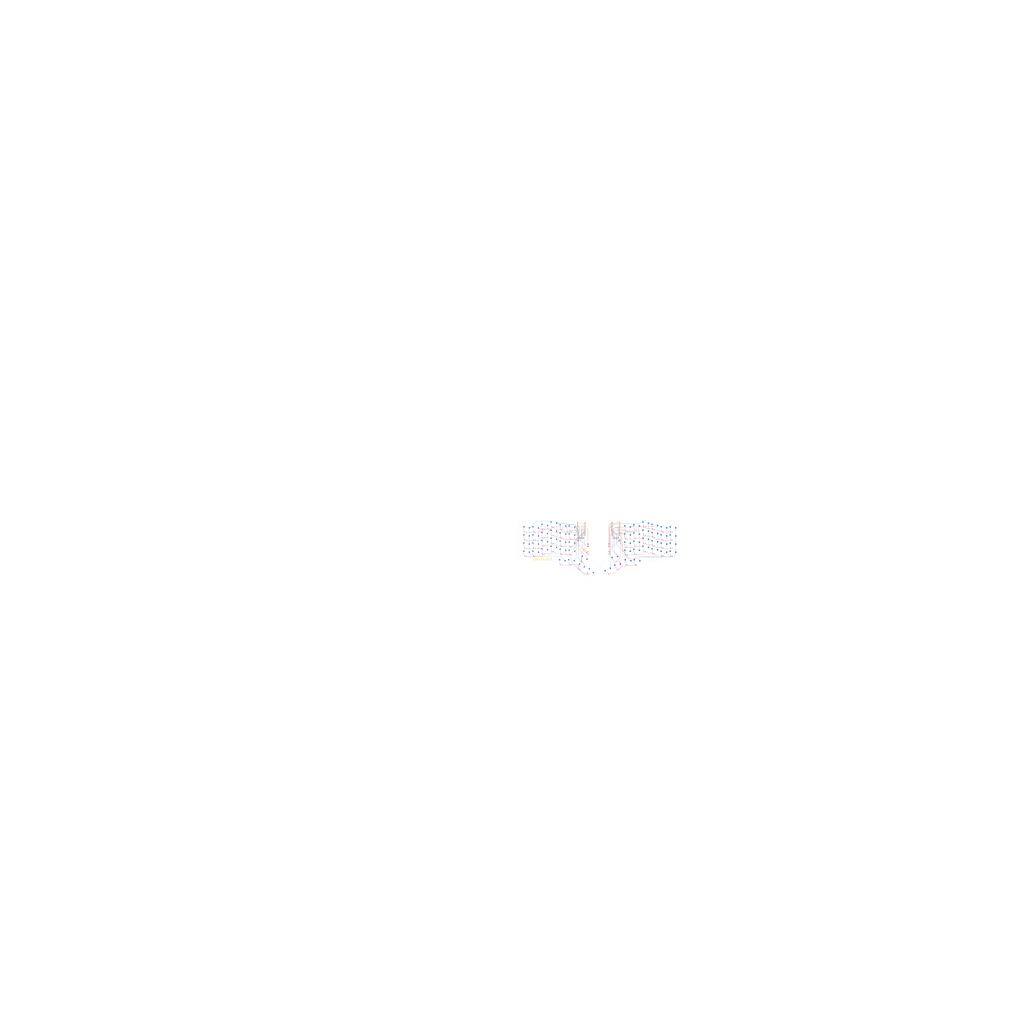
<source format=kicad_pcb>
(kicad_pcb (version 20221018) (generator pcbnew)
  (title_block (title "board") (rev "v1.0.0") (company "Unknown"))
  (layers (0 "F.Cu" signal) (31 "B.Cu" signal) (34 "B.Paste" user) (35 "F.Paste" user) (36 "B.SilkS" user "B.Silkscreen") (37 "F.SilkS" user "F.Silkscreen") (38 "B.Mask" user) (39 "F.Mask" user) (44 "Edge.Cuts" user))
  (net 0 "")
  (net 1 "outer_bottom")
  (net 2 "P20")
  (net 3 "outer_home")
  (net 4 "outer_top")
  (net 5 "outer_num")
  (net 6 "pinky_bottom")
  (net 7 "P19")
  (net 8 "pinky_home")
  (net 9 "pinky_top")
  (net 10 "pinky_num")
  (net 11 "ring_bottom")
  (net 12 "P18")
  (net 13 "ring_home")
  (net 14 "ring_top")
  (net 15 "ring_num")
  (net 16 "middle_bottom")
  (net 17 "P15")
  (net 18 "middle_home")
  (net 19 "middle_top")
  (net 20 "middle_num")
  (net 21 "index_bottom")
  (net 22 "P14")
  (net 23 "index_home")
  (net 24 "index_top")
  (net 25 "index_num")
  (net 26 "inner_bottom")
  (net 27 "P16")
  (net 28 "inner_home")
  (net 29 "inner_top")
  (net 30 "inner_num")
  (net 31 "near1_home")
  (net 32 "near2_home")
  (net 33 "home_home")
  (net 34 "home_top")
  (net 35 "far_home")
  (net 36 "mirror_outer_bottom")
  (net 37 "mirror_outer_home")
  (net 38 "mirror_outer_top")
  (net 39 "mirror_outer_num")
  (net 40 "mirror_pinky_bottom")
  (net 41 "mirror_pinky_home")
  (net 42 "mirror_pinky_top")
  (net 43 "mirror_pinky_num")
  (net 44 "mirror_ring_bottom")
  (net 45 "mirror_ring_home")
  (net 46 "mirror_ring_top")
  (net 47 "mirror_ring_num")
  (net 48 "mirror_middle_bottom")
  (net 49 "mirror_middle_home")
  (net 50 "mirror_middle_top")
  (net 51 "mirror_middle_num")
  (net 52 "mirror_index_bottom")
  (net 53 "mirror_index_home")
  (net 54 "mirror_index_top")
  (net 55 "mirror_index_num")
  (net 56 "mirror_inner_bottom")
  (net 57 "mirror_inner_home")
  (net 58 "mirror_inner_top")
  (net 59 "mirror_inner_num")
  (net 60 "mirror_near1_home")
  (net 61 "mirror_near2_home")
  (net 62 "mirror_home_home")
  (net 63 "mirror_home_top")
  (net 64 "mirror_far_home")
  (net 65 "P7")
  (net 66 "P6")
  (net 67 "P5")
  (net 68 "P4")
  (net 69 "P3")
  (net 70 "RAW")
  (net 71 "GND")
  (net 72 "RST")
  (net 73 "VCC")
  (net 74 "P21")
  (net 75 "P10")
  (net 76 "P1")
  (net 77 "P0")
  (net 78 "P2")
  (net 79 "P8")
  (net 80 "P9")
  (net 81 "Bplus")
  (footprint "PG1350" (layer "F.Cu") (at 258.319176 63.709819)
    (fp_text reference "S76" hide)
    (fp_text value "" hide)
  )
  (footprint "PG1350" (layer "F.Cu") (at 315.319176 67.709819)
    (fp_text reference "S64" hide)
    (fp_text value "" hide)
  )
  (footprint "PG1350" (layer "F.Cu") (at 315.319176 50.709819)
    (fp_text reference "S36" hide)
    (fp_text value "" hide)
  )
  (footprint "PG1350" (layer "F.Cu") (at 103.7431 63.6647)
    (fp_text reference "S18" hide)
    (fp_text value "" hide)
  )
  (footprint "E73:SPDT_C128955" (layer "F.Cu") (at 202.797776 82.682919 90)
    (fp_text reference "T1" hide)
    (fp_text value "" hide)
  )
  (footprint "PG1350" (layer "F.Cu") (at 214.259376 96.432219 20)
    (fp_text reference "S86" hide)
    (fp_text value "" hide)
  )
  (footprint "PG1350" (layer "F.Cu") (at 65.7431 45.6647)
    (fp_text reference "S11" hide)
    (fp_text value "" hide)
  )
  (footprint "PG1350" (layer "F.Cu") (at 277.319176 23.709819)
    (fp_text reference "S74" hide)
    (fp_text value "" hide)
  )
  (footprint "PG1350" (layer "F.Cu") (at 27.7431 67.6647)
    (fp_text reference "S2" hide)
    (fp_text value "" hide)
  )
  (footprint "PG1350" (layer "F.Cu") (at 315.319176 84.709819)
    (fp_text reference "S34" hide)
    (fp_text value "" hide)
  )
  (footprint "PG1350" (layer "F.Cu") (at 27.7431 33.6647)
    (fp_text reference "S4" hide)
    (fp_text value "" hide)
  )
  (footprint "PG1350" (layer "F.Cu") (at 84.7431 40.6647)
    (fp_text reference "S15" hide)
    (fp_text value "" hide)
  )
  (footprint "PG1350" (layer "F.Cu") (at 296.319176 45.709819)
    (fp_text reference "S40" hide)
    (fp_text value "" hide)
  )
  (footprint "Button_Switch_SMD:Panasonic_EVQPUL_EVQPUC" (layer "F.Cu") (at 203.055676 66.241919 90)
    (fp_text reference "Panasonic_EVQPUL_EVQPUC" hide)
    (fp_text value "Panasonic_EVQPUL_EVQPUC")
  )
  (footprint "PG1350" (layer "F.Cu") (at 334.319176 50.709819)
    (fp_text reference "S61" hide)
    (fp_text value "" hide)
  )
  (footprint "PG1350" (layer "F.Cu") (at 296.319176 79.709819)
    (fp_text reference "S67" hide)
    (fp_text value "" hide)
  )
  (footprint "PG1350" (layer "F.Cu") (at 277.319176 57.709819)
    (fp_text reference "S43" hide)
    (fp_text value "" hide)
  )
  (footprint "PG1350" (layer "F.Cu") (at 334.319176 67.709819)
    (fp_text reference "S60" hide)
    (fp_text value "" hide)
  )
  (footprint "PG1350" (layer "F.Cu") (at 315.319176 33.709819)
    (fp_text reference "S66" hide)
    (fp_text value "" hide)
  )
  (footprint "PG1350" (layer "F.Cu") (at 220.073776 112.406919 20)
    (fp_text reference "S56" hide)
    (fp_text value "" hide)
  )
  (footprint "E73:SPDT_C128955" (layer "F.Cu") (at 159.2431 82.6647 -90)
    (fp_text reference "T1" hide)
    (fp_text value "" hide)
  )
  (footprint "PG1350" (layer "F.Cu") (at 296.319176 28.709819)
    (fp_text reference "S41" hide)
    (fp_text value "" hide)
  )
  (footprint "PG1350" (layer "F.Cu") (at 27.7431 84.6647)
    (fp_text reference "S1" hide)
    (fp_text value "" hide)
  )
  (footprint "PG1350" (layer "F.Cu") (at 103.7431 29.6647)
    (fp_text reference "S20" hide)
    (fp_text value "" hide)
  )
  (footprint "PG1350" (layer "F.Cu") (at 122.7431 31.6647)
    (fp_text reference "S24" hide)
    (fp_text value "" hide)
  )
  (footprint "PG1350" (layer "F.Cu") (at 296.319176 62.709819)
    (fp_text reference "S39" hide)
    (fp_text value "" hide)
  )
  (footprint "JST_PH_S2B-PH-K_02x2.00mm_Angled" (layer "F.Cu") (at 224.297776 56.682919 -90)
    (fp_text reference "JST1" hide)
    (fp_text value "" hide)
  )
  (footprint "PG1350" (layer "F.Cu") (at 161.0942 122.418 -35)
    (fp_text reference "S29" hide)
    (fp_text value "" hide)
  )
  (footprint "PG1350" (layer "F.Cu") (at 258.319176 29.709819)
    (fp_text reference "S49" hide)
    (fp_text value "" hide)
  )
  (footprint "ProMicro" (layer "F.Cu") (at 144.7431 32.1647 -90)
    (fp_text reference "MCU1" hide)
    (fp_text value "" hide)
  )
  (footprint "PG1350" (layer "F.Cu") (at 296.319176 62.709819)
    (fp_text reference "S68" hide)
    (fp_text value "" hide)
  )
  (footprint "PG1350" (layer "F.Cu") (at 103.7431 46.6647)
    (fp_text reference "S19" hide)
    (fp_text value "" hide)
  )
  (footprint "PG1350" (layer "F.Cu") (at 200.968076 122.463119 35)
    (fp_text reference "S87" hide)
    (fp_text value "" hide)
  )
  (footprint "PG1350" (layer "F.Cu") (at 258.319176 80.709819)
    (fp_text reference "S75" hide)
    (fp_text value "" hide)
  )
  (footprint "PG1350" (layer "F.Cu") (at 200.968076 122.463119 35)
    (fp_text reference "S58" hide)
    (fp_text value "" hide)
  )
  (footprint "PG1350" (layer "F.Cu") (at 84.7431 57.6647)
    (fp_text reference "S14" hide)
    (fp_text value "" hide)
  )
  (footprint "PG1350" (layer "F.Cu") (at 296.319176 45.709819)
    (fp_text reference "S69" hide)
    (fp_text value "" hide)
  )
  (footprint "PG1350" (layer "F.Cu") (at 259.319176 102.709819)
    (fp_text reference "S83" hide)
    (fp_text value "" hide)
  )
  (footprint "PG1350" (layer "F.Cu") (at 277.319176 40.709819)
    (fp_text reference "S73" hide)
    (fp_text value "" hide)
  )
  (footprint "PG1350" (layer "F.Cu") (at 65.7431 28.6647)
    (fp_text reference "S12" hide)
    (fp_text value "" hide)
  )
  (footprint "PG1350" (layer "F.Cu") (at 277.319176 74.709819)
    (fp_text reference "S71" hide)
    (fp_text value "" hide)
  )
  (footprint "PG1350" (layer "F.Cu") (at 239.319176 82.709819)
    (fp_text reference "S79" hide)
    (fp_text value "" hide)
  )
  (footprint "PG1350" (layer "F.Cu") (at 334.319176 50.709819)
    (fp_text reference "S32" hide)
    (fp_text value "" hide)
  )
  (footprint "lib:OLED_headers" (layer "F.Cu") (at 137.2431 53.1647 90)
    (fp_text reference "OLED1" hide)
    (fp_text value "OLED")
  )
  (footprint "PG1350" (layer "F.Cu") (at 277.319176 40.709819)
    (fp_text reference "S44" hide)
    (fp_text value "" hide)
  )
  (footprint "PG1350" (layer "F.Cu") (at 240.319176 102.709819)
    (fp_text reference "S55" hide)
    (fp_text value "" hide)
  )
  (footprint "JST_PH_S2B-PH-K_02x2.00mm_Angled" (layer "F.Cu") (at 137.7431 56.6647 90)
    (fp_text reference "JST1" hide)
    (fp_text value "" hide)
  )
  (footprint "PG1350" (layer "F.Cu") (at 258.319176 46.709819)
    (fp_text reference "S48" hide)
    (fp_text value "" hide)
  )
  (footprint "lib:OLED_headers" (layer "F.Cu") (at 210.273676 53.182919 90)
    (fp_text reference "OLED1" hide)
    (fp_text value "OLED" hide)
  )
  (footprint "PG1350" (layer "F.Cu") (at 46.7431 50.6647)
    (fp_text reference "S7" hide)
    (fp_text value "" hide)
  )
  (footprint "PG1350" (layer "F.Cu") (at 258.319176 46.709819)
    (fp_text reference "S77" hide)
    (fp_text value "" hide)
  )
  (footprint "PG1350" (layer "F.Cu") (at 315.319176 33.709819)
    (fp_text reference "S37" hide)
    (fp_text value "" hide)
  )
  (footprint "PG1350" (layer "F.Cu") (at 84.7431 74.6647)
    (fp_text reference "S13" hide)
    (fp_text value "" hide)
  )
  (footprint "PG1350" (layer "F.Cu") (at 46.7431 67.6647)
    (fp_text reference "S6" hide)
    (fp_text value "" hide)
  )
  (footprint "PG1350" (layer "F.Cu") (at 259.319176 102.709819)
    (fp_text reference "S54" hide)
    (fp_text value "" hide)
  )
  (footprint "PG1350" (layer "F.Cu") (at 141.9885 112.3619 -20)
    (fp_text reference "S27" hide)
    (fp_text value "" hide)
  )
  (footprint "PG1350" (layer "F.Cu") (at 334.319176 84.709819)
    (fp_text reference "S30" hide)
    (fp_text value "" hide)
  )
  (footprint "PG1350" (layer "F.Cu") (at 84.7431 23.6647)
    (fp_text reference "S16" hide)
    (fp_text value "" hide)
  )
  (footprint "PG1350" (layer "F.Cu") (at 239.319176 31.709819)
    (fp_text reference "S82" hide)
    (fp_text value "" hide)
  )
  (footprint "PG1350" (layer "F.Cu") (at 239.319176 65.709819)
    (fp_text reference "S51" hide)
    (fp_text value "" hide)
  )
  (footprint "PG1350" (layer "F.Cu") (at 334.319176 67.709819)
    (fp_text reference "S31" hide)
    (fp_text value "" hide)
  )
  (footprint "PG1350" (layer "F.Cu") (at 334.319176 84.709819)
    (fp_text reference "S59" hide)
    (fp_text value "" hide)
  )
  (footprint "PG1350" (layer "F.Cu") (at 277.319176 74.709819)
    (fp_text reference "S42" hide)
    (fp_text value "" hide)
  )
  (footprint "PG1350" (layer "F.Cu") (at 46.7431 33.6647)
    (fp_text reference "S8" hide)
    (fp_text value "" hide)
  )
  (footprint "PG1350" (layer "F.Cu") (at 239.319176 48.709819)
    (fp_text reference "S52" hide)
    (fp_text value "" hide)
  )
  (footprint "Button_Switch_SMD:Panasonic_EVQPUL_EVQPUC" (layer "F.Cu") (at 158.9881 66.2237 -90)
    (fp_text reference "Panasonic_EVQPUL_EVQPUC" hide)
    (fp_text value "Panasonic_EVQPUL_EVQPUC")
  )
  (footprint "PG1350" (layer "F.Cu") (at 277.319176 57.709819)
    (fp_text reference "S72" hide)
    (fp_text value "" hide)
  )
  (footprint "PG1350" (layer "F.Cu") (at 65.7431 79.6647)
    (fp_text reference "S9" hide)
    (fp_text value "" hide)
  )
  (footprint "PG1350" (layer "F.Cu") (at 122.7431 82.6647)
    (fp_text reference "S21" hide)
    (fp_text value "" hide)
  )
  (footprint "PG1350" (layer "F.Cu") (at 334.319176 33.709819)
    (fp_text reference "S62" hide)
    (fp_text value "" hide)
  )
  (footprint "PG1350" (layer "F.Cu") (at 258.319176 63.709819)
    (fp_text reference "S47" hide)
    (fp_text value "" hide)
  )
  (footprint "PG1350" (layer "F.Cu") (at 214.259376 96.432219 20)
    (fp_text reference "S57" hide)
    (fp_text value "" hide)
  )
  (footprint "PG1350" (layer "F.Cu") (at 239.319176 65.709819)
    (fp_text reference "S80" hide)
    (fp_text value "" hide)
  )
  (footprint "PG1350" (layer "F.Cu") (at 147.8029 96.3871 -20)
    (fp_text reference "S28" hide)
    (fp_text value "" hide)
  )
  (footprint "PG1350" (layer "F.Cu") (at 122.7431 48.6647)
    (fp_text reference "S23" hide)
    (fp_text value "" hide)
  )
  (footprint "ProMicro" (layer "F.Cu") (at 217.297776 32.182919 -90)
    (fp_text reference "MCU1" hide)
    (fp_text value "" hide)
  )
  (footprint "PG1350" (layer "F.Cu") (at 239.319176 82.709819)
    (fp_text reference "S50" hide)
    (fp_text value "" hide)
  )
  (footprint "PG1350" (layer "F.Cu") (at 258.319176 80.709819)
    (fp_text reference "S46" hide)
    (fp_text value "" hide)
  )
  (footprint "PG1350" (layer "F.Cu") (at 296.319176 28.709819)
    (fp_text reference "S70" hide)
    (fp_text value "" hide)
  )
  (footprint "PG1350" (layer "F.Cu") (at 27.7431 50.6647)
    (fp_text reference "S3" hide)
    (fp_text value "" hide)
  )
  (footprint "PG1350" (layer "F.Cu") (at 315.319176 84.709819)
    (fp_text reference "S63" hide)
    (fp_text value "" hide)
  )
  (footprint "PG1350" (layer "F.Cu") (at 239.319176 31.709819)
    (fp_text reference "S53" hide)
    (fp_text value "" hide)
  )
  (footprint "PG1350" (layer "F.Cu") (at 240.319176 102.709819)
    (fp_text reference "S84" hide)
    (fp_text value "" hide)
  )
  (footprint "PG1350" (layer "F.Cu") (at 315.319176 67.709819)
    (fp_text reference "S35" hide)
    (fp_text value "" hide)
  )
  (footprint "PG1350" (layer "F.Cu") (at 65.7431 62.6647)
    (fp_text reference "S10" hide)
    (fp_text value "" hide)
  )
  (footprint "PG1350" (layer "F.Cu") (at 122.7431 65.6647)
    (fp_text reference "S22" hide)
    (fp_text value "" hide)
  )
  (footprint "PG1350" (layer "F.Cu") (at 121.7431 102.6647)
    (fp_text reference "S26" hide)
    (fp_text value "" hide)
  )
  (footprint "PG1350" (layer "F.Cu") (at 46.7431 84.6647)
    (fp_text reference "S5" hide)
    (fp_text value "" hide)
  )
  (footprint "PG1350" (layer "F.Cu") (at 103.7431 80.6647)
    (fp_text reference "S17" hide)
    (fp_text value "" hide)
  )
  (footprint "PG1350" (layer "F.Cu") (at 315.319176 50.709819)
    (fp_text reference "S65" hide)
    (fp_text value "" hide)
  )
  (footprint "PG1350" (layer "F.Cu") (at 258.319176 29.709819)
    (fp_text reference "S78" hide)
    (fp_text value "" hide)
  )
  (footprint "PG1350" (layer "F.Cu") (at 296.319176 79.709819)
    (fp_text reference "S38" hide)
    (fp_text value "" hide)
  )
  (footprint "PG1350" (layer "F.Cu") (at 220.073776 112.406919 20)
    (fp_text reference "S85" hide)
    (fp_text value "" hide)
  )
  (footprint "PG1350" (layer "F.Cu") (at 334.319176 33.709819)
    (fp_text reference "S33" hide)
    (fp_text value "" hide)
  )
  (footprint "PG1350" (layer "F.Cu") (at 102.7431 102.6647)
    (fp_text reference "S25" hide)
    (fp_text value "" hide)
  )
  (footprint "PG1350" (layer "F.Cu") (at 277.319176 23.709819)
    (fp_text reference "S45" hide)
    (fp_text value "" hide)
  )
  (footprint "PG1350" (layer "F.Cu") (at 239.319176 48.709819)
    (fp_text reference "S81" hide)
    (fp_text value "" hide)
  )
  (footprint "ComboDiode" (layer "B.Cu") (at 240.319176 107.709819 180)
    (fp_text reference "D84" hide)
    (fp_text value "" hide)
  )
  (footprint "ComboDiode" (layer "B.Cu") (at 65.7431 50.6647 180)
    (fp_text reference "D11" hide)
    (fp_text value "" hide)
  )
  (footprint "ComboDiode" (layer "B.Cu") (at 334.319176 72.709819 180)
    (fp_text reference "D31" hide)
    (fp_text value "" hide)
  )
  (footprint "ComboDiode" (layer "B.Cu") (at 122.7431 70.6647 180)
    (fp_text reference "D22" hide)
    (fp_text value "" hide)
  )
  (footprint "ComboDiode" (layer "B.Cu") (at 122.7431 36.6647 180)
    (fp_text reference "D24" hide)
    (fp_text value "" hide)
  )
  (footprint "ComboDiode" (layer "B.Cu") (at 65.7431 67.6647 180)
    (fp_text reference "D10" hide)
    (fp_text value "" hide)
  )
  (footprint "ComboDiode" (layer "B.Cu") (at 296.319176 67.709819 180)
    (fp_text reference "D68" hide)
    (fp_text value "" hide)
  )
  (footprint "ComboDiode" (layer "B.Cu") (at 258.319176 68.709819 180)
    (fp_text reference "D76" hide)
    (fp_text value "" hide)
  )
  (footprint "ComboDiode" (layer "B.Cu") (at 258.319176 85.709819 180)
    (fp_text reference "D75" hide)
    (fp_text value "" hide)
  )
  (footprint "ComboDiode" (layer "B.Cu") (at 140.2784 117.0603 160)
    (fp_text reference "D27" hide)
    (fp_text value "" hide)
  )
  (footprint "ComboDiode" (layer "B.Cu") (at 215.969476 101.130619 -160)
    (fp_text reference "D57" hide)
    (fp_text value "" hide)
  )
  (footprint "ComboDiode" (layer "B.Cu") (at 277.319176 28.709819 180)
    (fp_text reference "D74" hide)
    (fp_text value "" hide)
  )
  (footprint "ComboDiode" (layer "B.Cu") (at 203.835976 126.558819 -145)
    (fp_text reference "D58" hide)
    (fp_text value "" hide)
  )
  (footprint "ComboDiode" (layer "B.Cu") (at 122.7431 87.6647 180)
    (fp_text reference "D21" hide)
    (fp_text value "" hide)
  )
  (footprint "ComboDiode" (layer "B.Cu") (at 46.7431 38.6647 180)
    (fp_text reference "D8" hide)
    (fp_text value "" hide)
  )
  (footprint "ComboDiode" (layer "B.Cu") (at 334.319176 38.709819 180)
    (fp_text reference "D62" hide)
    (fp_text value "" hide)
  )
  (footprint "ComboDiode" (layer "B.Cu") (at 296.319176 33.709819 180)
    (fp_text reference "D41" hide)
    (fp_text value "" hide)
  )
  (footprint "ComboDiode" (layer "B.Cu") (at 315.319176 38.709819 180)
    (fp_text reference "D37" hide)
    (fp_text value "" hide)
  )
  (footprint "ComboDiode" (layer "B.Cu") (at 239.319176 36.709819 180)
    (fp_text reference "D53" hide)
    (fp_text value "" hide)
  )
  (footprint "ComboDiode" (layer "B.Cu") (at 27.7431 72.6647 180)
    (fp_text reference "D2" hide)
    (fp_text value "" hide)
  )
  (footprint "ComboDiode" (layer "B.Cu") (at 84.7431 28.6647 180)
    (fp_text reference "D16" hide)
    (fp_text value "" hide)
  )
  (footprint "ComboDiode" (layer "B.Cu") (at 259.319176 107.709819 180)
    (fp_text reference "D54" hide)
    (fp_text value "" hide)
  )
  (footprint "ComboDiode" (layer "B.Cu") (at 315.319176 55.709819 180)
    (fp_text reference "D36" hide)
    (fp_text value "" hide)
  )
  (footprint "ComboDiode" (layer "B.Cu") (at 334.319176 89.709819 180)
    (fp_text reference "D59" hide)
    (fp_text value "" hide)
  )
  (footprint "ComboDiode" (layer "B.Cu") (at 334.319176 55.709819 180)
    (fp_text reference "D61" hide)
    (fp_text value "" hide)
  )
  (footprint "ComboDiode" (layer "B.Cu") (at 221.783876 117.105419 -160)
    (fp_text reference "D85" hide)
    (fp_text value "" hide)
  )
  (footprint "ComboDiode" (layer "B.Cu") (at 146.0928 101.0856 160)
    (fp_text reference "D28" hide)
    (fp_text value "" hide)
  )
  (footprint "ComboDiode" (layer "B.Cu") (at 103.7431 34.6647 180)
    (fp_text reference "D20" hide)
    (fp_text value "" hide)
  )
  (footprint "ComboDiode" (layer "B.Cu") (at 258.319176 34.709819 180)
    (fp_text reference "D49" hide)
    (fp_text value "" hide)
  )
  (footprint "ComboDiode" (layer "B.Cu") (at 46.7431 72.6647 180)
    (fp_text reference "D6" hide)
    (fp_text value "" hide)
  )
  (footprint "ComboDiode" (layer "B.Cu") (at 239.319176 87.709819 180)
    (fp_text reference "D79" hide)
    (fp_text value "" hide)
  )
  (footprint "ComboDiode" (layer "B.Cu") (at 158.2263 126.5138 145)
    (fp_text reference "D29" hide)
    (fp_text value "" hide)
  )
  (footprint "ComboDiode" (layer "B.Cu") (at 121.7431 107.6647 180)
    (fp_text reference "D26" hide)
    (fp_text value "" hide)
  )
  (footprint "ComboDiode" (layer "B.Cu") (at 84.7431 45.6647 180)
    (fp_text reference "D15" hide)
    (fp_text value "" hide)
  )
  (footprint "ComboDiode" (layer "B.Cu") (at 239.319176 70.709819 180)
    (fp_text reference "D51" hide)
    (fp_text value "" hide)
  )
  (footprint "ComboDiode" (layer "B.Cu") (at 27.7431 55.6647 180)
    (fp_text reference "D3" hide)
    (fp_text value "" hide)
  )
  (footprint "ComboDiode" (layer "B.Cu") (at 27.7431 89.6647 180)
    (fp_text reference "D1" hide)
    (fp_text value "" hide)
  )
  (footprint "ComboDiode" (layer "B.Cu") (at 46.7431 89.6647 180)
    (fp_text reference "D5" hide)
    (fp_text value "" hide)
  )
  (footprint "ComboDiode" (layer "B.Cu") (at 277.319176 62.709819 180)
    (fp_text reference "D72" hide)
    (fp_text value "" hide)
  )
  (footprint "ComboDiode" (layer "B.Cu") (at 84.7431 79.6647 180)
    (fp_text reference "D13" hide)
    (fp_text value "" hide)
  )
  (footprint "ComboDiode" (layer "B.Cu") (at 27.7431 38.6647 180)
    (fp_text reference "D4" hide)
    (fp_text value "" hide)
  )
  (footprint "ComboDiode" (layer "B.Cu") (at 239.319176 53.709819 180)
    (fp_text reference "D52" hide)
    (fp_text value "" hide)
  )
  (footprint "ComboDiode" (layer "B.Cu") (at 103.7431 85.6647 180)
    (fp_text reference "D17" hide)
    (fp_text value "" hide)
  )
  (footprint "ComboDiode" (layer "B.Cu") (at 315.319176 89.709819 180)
    (fp_text reference "D34" hide)
    (fp_text value "" hide)
  )
  (footprint "ComboDiode" (layer "B.Cu") (at 315.319176 72.709819 180)
    (fp_text reference "D64" hide)
    (fp_text value "" hide)
  )
  (footprint "ComboDiode" (layer "B.Cu") (at 296.319176 50.709819 180)
    (fp_text reference "D69" hide)
    (fp_text value "" hide)
  )
  (footprint "ComboDiode" (layer "B.Cu") (at 84.7431 62.6647 180)
    (fp_text reference "D14" hide)
    (fp_text value "" hide)
  )
  (footprint "ComboDiode" (layer "B.Cu") (at 277.319176 79.709819 180)
    (fp_text reference "D71" hide)
    (fp_text value "" hide)
  )
  (footprint "ComboDiode" (layer "B.Cu") (at 296.319176 84.709819 180)
    (fp_text reference "D67" hide)
    (fp_text value "" hide)
  )
  (footprint "ComboDiode" (layer "B.Cu") (at 65.7431 33.6647 180)
    (fp_text reference "D12" hide)
    (fp_text value "" hide)
  )
  (footprint "ComboDiode" (layer "B.Cu") (at 65.7431 84.6647 180)
    (fp_text reference "D9" hide)
    (fp_text value "" hide)
  )
  (footprint "ComboDiode" (layer "B.Cu") (at 277.319176 45.709819 180)
    (fp_text reference "D73" hide)
    (fp_text value "" hide)
  )
  (footprint "ComboDiode" (layer "B.Cu") (at 122.7431 53.6647 180)
    (fp_text reference "D23" hide)
    (fp_text value "" hide)
  )
  (footprint "ComboDiode" (layer "B.Cu") (at 102.7431 107.6647 180)
    (fp_text reference "D25" hide)
    (fp_text value "" hide)
  )
  (footprint "ComboDiode" (layer "B.Cu") (at 103.7431 51.6647 180)
    (fp_text reference "D19" hide)
    (fp_text value "" hide)
  )
  (footprint "ComboDiode" (layer "B.Cu") (at 46.7431 55.6647 180)
    (fp_text reference "D7" hide)
    (fp_text value "" hide)
  )
  (footprint "ComboDiode" (layer "B.Cu") (at 258.319176 51.709819 180)
    (fp_text reference "D77" hide)
    (fp_text value "" hide)
  )
  (footprint "ComboDiode" (layer "B.Cu") (at 103.7431 68.6647 180)
    (fp_text reference "D18" hide)
    (fp_text value "" hide)
  )
  (gr_poly (pts (xy 68.496857 93.925554) (xy 68.604755 93.931636) (xy 68.712134 93.941183) (xy 68.818959 93.954337) (xy 68.925194 93.971244) (xy 69.030806 93.992046) (xy 69.135759 94.016886) (xy 69.240018 94.045908) (xy 69.343548 94.079256) (xy 69.446315 94.117072) (xy 69.548283 94.1595) (xy 69.649419 94.206684) (xy 69.731056 94.249348) (xy 69.809305 94.294433) (xy 69.884204 94.341847) (xy 69.955793 94.391499) (xy 70.024108 94.443299) (xy 70.089188 94.497154) (xy 70.151072 94.552975) (xy 70.209798 94.61067) (xy 70.265404 94.670147) (xy 70.317928 94.731316) (xy 70.367408 94.794086) (xy 70.413884 94.858365) (xy 70.457392 94.924063) (xy 70.497972 94.991088) (xy 70.535662 95.05935) (xy 70.5705 95.128757) (xy 70.602523 95.199218) (xy 70.631772 95.270642) (xy 70.658283 95.342938) (xy 70.682095 95.416016) (xy 70.703246 95.489783) (xy 70.721775 95.564149) (xy 70.751119 95.714313) (xy 70.770433 95.865779) (xy 70.780022 96.017819) (xy 70.780193 96.169703) (xy 70.771252 96.320704) (xy 70.770512 96.328729) (xy 70.769299 96.3369) (xy 70.767636 96.34518) (xy 70.765547 96.353529) (xy 70.763054 96.36191) (xy 70.760182 96.370283) (xy 70.756954 96.378609) (xy 70.753392 96.38685) (xy 70.74952 96.394967) (xy 70.745362 96.402922) (xy 70.74094 96.410674) (xy 70.736277 96.418187) (xy 70.731398 96.42542) (xy 70.726324 96.432336) (xy 70.721081 96.438895) (xy 70.715689 96.445058) (xy 70.6718 96.492337) (xy 70.631349 96.540887) (xy 70.594238 96.590677) (xy 70.560371 96.641677) (xy 70.529652 96.693855) (xy 70.501982 96.74718) (xy 70.477266 96.801621) (xy 70.455406 96.857147) (xy 70.436306 96.913728) (xy 70.419868 96.971331) (xy 70.405996 97.029927) (xy 70.394593 97.089485) (xy 70.385561 97.149972) (xy 70.378805 97.211358) (xy 70.374227 97.273613) (xy 70.37173 97.336705) (xy 70.371361 97.350769) (xy 70.370267 97.365132) (xy 70.368468 97.379719) (xy 70.365983 97.394458) (xy 70.362832 97.409275) (xy 70.359033 97.424095) (xy 70.354606 97.438845) (xy 70.349571 97.453452) (xy 70.343947 97.467842) (xy 70.337753 97.481941) (xy 70.331008 97.495676) (xy 70.323733 97.508973) (xy 70.315946 97.521759) (xy 70.307667 97.533959) (xy 70.298915 97.5455) (xy 70.28971 97.556309) (xy 70.210812 97.644141) (xy 70.12895 97.726164) (xy 70.044196 97.80252) (xy 69.956625 97.873354) (xy 69.86631 97.938808) (xy 69.773324 97.999026) (xy 69.677741 98.054151) (xy 69.579635 98.104327) (xy 69.47908 98.149697) (xy 69.376149 98.190404) (xy 69.270916 98.226593) (xy 69.163454 98.258405) (xy 69.053837 98.285986) (xy 68.942139 98.309477) (xy 68.828434 98.329023) (xy 68.712794 98.344767) (xy 68.66119 98.35025) (xy 68.61002 98.354896) (xy 68.511711 98.362296) (xy 68.423323 98.368207) (xy 68.350314 98.373871) (xy 68.34767 98.373871) (xy 68.232048 98.371171) (xy 68.118341 98.365918) (xy 68.00654 98.357912) (xy 67.896638 98.346958) (xy 67.788628 98.332856) (xy 67.682501 98.315409) (xy 67.57825 98.29442) (xy 67.475868 98.269691) (xy 67.375345 98.241024) (xy 67.276676 98.208222) (xy 67.179851 98.171086) (xy 67.084863 98.12942) (xy 66.991705 98.083026) (xy 66.900368 98.031705) (xy 66.810845 97.975261) (xy 66.723128 97.913496) (xy 66.662104 97.867051) (xy 66.603537 97.819503) (xy 66.547402 97.770863) (xy 66.493674 97.721146) (xy 66.44233 97.670362) (xy 66.393346 97.618525) (xy 66.346696 97.565648) (xy 66.302358 97.511742) (xy 66.260306 97.456821) (xy 66.220517 97.400898) (xy 66.182965 97.343984) (xy 66.147628 97.286092) (xy 66.114481 97.227235) (xy 66.083499 97.167426) (xy 66.027935 97.045001) (xy 65.980743 96.918917) (xy 65.941729 96.789275) (xy 65.910698 96.656176) (xy 65.887458 96.519721) (xy 65.871814 96.38001) (xy 65.863573 96.237144) (xy 65.862966 96.151371) (xy 67.273461 96.151371) (xy 67.280407 96.15149) (xy 67.287352 96.151826) (xy 67.294298 96.152348) (xy 67.301243 96.153025) (xy 67.308189 96.153826) (xy 67.315134 96.15472) (xy 67.329024 96.156662) (xy 67.327536 96.307434) (xy 67.325055 96.457957) (xy 67.324373 96.533048) (xy 67.324559 96.607984) (xy 67.325985 96.682734) (xy 67.329024 96.757267) (xy 67.338289 96.87989) (xy 67.344761 96.940854) (xy 67.352547 97.001552) (xy 67.361712 97.061954) (xy 67.372324 97.122035) (xy 67.384446 97.181767) (xy 67.398146 97.241124) (xy 67.41349 97.300077) (xy 67.430542 97.3586) (xy 67.44937 97.416665) (xy 67.470038 97.474246) (xy 67.492614 97.531316) (xy 67.517162 97.587847) (xy 67.543749 97.643812) (xy 67.57244 97.699183) (xy 67.602208 97.751793) (xy 67.633977 97.801441) (xy 67.66776 97.848081) (xy 67.703575 97.891668) (xy 67.722248 97.912301) (xy 67.741435 97.932154) (xy 67.761138 97.951219) (xy 67.781358 97.969492) (xy 67.802098 97.986967) (xy 67.823358 98.003638) (xy 67.845142 98.019498) (xy 67.867451 98.034543) (xy 67.890287 98.048766) (xy 67.913652 98.062161) (xy 67.937549 98.074723) (xy 67.961978 98.086447) (xy 67.986942 98.097325) (xy 68.012442 98.107352) (xy 68.038482 98.116523) (xy 68.065062 98.124832) (xy 68.092184 98.132272) (xy 68.119851 98.138839) (xy 68.148065 98.144525) (xy 68.176827 98.149326) (xy 68.20614 98.153236) (xy 68.236004 98.156248) (xy 68.266423 98.158358) (xy 68.297398 98.159558) (xy 68.359874 98.15919) (xy 68.420295 98.155125) (xy 68.478655 98.147385) (xy 68.534945 98.135994) (xy 68.589157 98.120975) (xy 68.641285 98.102353) (xy 68.691319 98.080148) (xy 68.739253 98.054386) (xy 68.785078 98.02509) (xy 68.828787 97.992282) (xy 68.870373 97.955985) (xy 68.909827 97.916224) (xy 68.947141 97.873021) (xy 68.982308 97.8264) (xy 69.01532 97.776384) (xy 69.04617 97.722996) (xy 69.072318 97.672787) (xy 69.097101 97.621462) (xy 69.120397 97.569145) (xy 69.14208 97.51596) (xy 69.162027 97.46203) (xy 69.180114 97.40748) (xy 69.196217 97.352435) (xy 69.210211 97.297017) (xy 69.238882 97.163507) (xy 69.263465 97.02988) (xy 69.284086 96.896146) (xy 69.300873 96.76231) (xy 69.313956 96.628382) (xy 69.323461 96.494368) (xy 69.329517 96.360277) (xy 69.332251 96.226116) (xy 69.331792 96.091893) (xy 69.328267 95.957615) (xy 69.312531 95.688929) (xy 69.286068 95.420119) (xy 69.2499 95.151246) (xy 69.233172 95.053686) (xy 69.223302 95.005458) (xy 69.21232 94.957645) (xy 69.200144 94.910282) (xy 69.186694 94.863403) (xy 69.171886 94.817044) (xy 69.155641 94.771238) (xy 69.137877 94.726022) (xy 69.118512 94.68143) (xy 69.097464 94.637496) (xy 69.074654 94.594257) (xy 69.049998 94.551746) (xy 69.023416 94.509998) (xy 68.994827 94.469049) (xy 68.964148 94.428933) (xy 68.936606 94.396122) (xy 68.907614 94.365161) (xy 68.877258 94.336054) (xy 68.845623 94.308806) (xy 68.812795 94.283423) (xy 68.778858 94.259909) (xy 68.743897 94.238269) (xy 68.707999 94.218507) (xy 68.671248 94.200629) (xy 68.63373 94.18464) (xy 68.595529 94.170543) (xy 68.556732 94.158345) (xy 68.517423 94.14805) (xy 68.477687 94.139663) (xy 68.437611 94.133188) (xy 68.397279 94.128631) (xy 68.356776 94.125997) (xy 68.316188 94.125289) (xy 68.2756 94.126514) (xy 68.235098 94.129675) (xy 68.194766 94.134778) (xy 68.154689 94.141828) (xy 68.114954 94.15083) (xy 68.075645 94.161787) (xy 68.036848 94.174706) (xy 67.998647 94.18959) (xy 67.961129 94.206446) (xy 67.924378 94.225277) (xy 67.88848 94.246088) (xy 67.853519 94.268885) (xy 67.819582 94.293672) (xy 67.786753 94.320454) (xy 67.751873 94.352171) (xy 67.718675 94.384807) (xy 67.687166 94.418349) (xy 67.657356 94.452787) (xy 67.62925 94.488109) (xy 67.602858 94.524302) (xy 67.578186 94.561356) (xy 67.555243 94.599259) (xy 67.534037 94.637999) (xy 67.514574 94.677564) (xy 67.496863 94.717943) (xy 67.480912 94.759125) (xy 67.466728 94.801097) (xy 67.454319 94.843848) (xy 67.443693 94.887367) (xy 67.434857 94.931642) (xy 67.409583 95.082687) (xy 67.386943 95.234135) (xy 67.347215 95.537868) (xy 67.273461 96.146079) (xy 67.273461 96.151371) (xy 65.862966 96.151371) (xy 65.862541 96.091224) (xy 65.868523 95.94235) (xy 65.877193 95.838219) (xy 65.890251 95.736206) (xy 65.907625 95.636368) (xy 65.929238 95.538763) (xy 65.955016 95.443446) (xy 65.984883 95.350474) (xy 66.018764 95.259904) (xy 66.056585 95.171793) (xy 66.098269 95.086197) (xy 66.143743 95.003173) (xy 66.19293 94.922778) (xy 66.245757 94.845069) (xy 66.302147 94.770101) (xy 66.362025 94.697932) (xy 66.425318 94.628619) (xy 66.491948 94.562218) (xy 66.561842 94.498785) (xy 66.634925 94.438378) (xy 66.71112 94.381054) (xy 66.790354 94.326868) (xy 66.872551 94.275877) (xy 66.957635 94.228139) (xy 67.045532 94.18371) (xy 67.136167 94.142646) (xy 67.229465 94.105005) (xy 67.32535 94.070843) (xy 67.423748 94.040216) (xy 67.524583 94.013181) (xy 67.62778 93.989796) (xy 67.733265 93.970116) (xy 67.840961 93.954199) (xy 67.950795 93.9421) (xy 68.060767 93.933009) (xy 68.170394 93.926665) (xy 68.279641 93.923212) (xy 68.388474 93.922794)) (fill solid) (layer "F.SilkS"))
  (gr_poly (pts (xy 77.436106 98.056371) (xy 77.433072 98.055939) (xy 77.433463 98.053725)) (fill solid) (layer "F.SilkS"))
  (gr_poly (pts (xy 78.083357 93.950456) (xy 78.142343 93.955205) (xy 78.201772 93.962992) (xy 78.261607 93.97385) (xy 78.313632 93.986065) (xy 78.36353 94.000877) (xy 78.41128 94.018277) (xy 78.456863 94.038259) (xy 78.500261 94.060815) (xy 78.541453 94.085936) (xy 78.58042 94.113615) (xy 78.617144 94.143845) (xy 78.651604 94.176616) (xy 78.683781 94.211923) (xy 78.713656 94.249757) (xy 78.741209 94.290109) (xy 78.766421 94.332974) (xy 78.789273 94.378342) (xy 78.809745 94.426206) (xy 78.827819 94.476558) (xy 78.829993 94.484295) (xy 78.83157 94.492562) (xy 78.832574 94.501272) (xy 78.833028 94.510334) (xy 78.832954 94.519659) (xy 78.832377 94.529159) (xy 78.831319 94.538745) (xy 78.829803 94.548326) (xy 78.827854 94.557815) (xy 78.825494 94.567121) (xy 78.822746 94.576156) (xy 78.819634 94.58483) (xy 78.81618 94.593055) (xy 78.812409 94.600742) (xy 78.808344 94.6078) (xy 78.804007 94.614141) (xy 78.767362 94.661056) (xy 78.731861 94.708544) (xy 78.69753 94.756621) (xy 78.664396 94.805303) (xy 78.632488 94.854605) (xy 78.601831 94.904542) (xy 78.572453 94.955131) (xy 78.544382 95.006386) (xy 78.517644 95.058324) (xy 78.492266 95.110959) (xy 78.468276 95.164307) (xy 78.445701 95.218384) (xy 78.424567 95.273205) (xy 78.404903 95.328785) (xy 78.386734 95.385141) (xy 78.370089 95.442287) (xy 78.366336 95.455246) (xy 78.362022 95.46733) (xy 78.359652 95.47304) (xy 78.357141 95.478529) (xy 78.354488 95.483795) (xy 78.351691 95.488837) (xy 78.348751 95.493655) (xy 78.345668 95.498246) (xy 78.34244 95.502611) (xy 78.339067 95.506748) (xy 78.335549 95.510657) (xy 78.331885 95.514336) (xy 78.328074 95.517784) (xy 78.324117 95.521001) (xy 78.320013 95.523985) (xy 78.315761 95.526736) (xy 78.31136 95.529252) (xy 78.306811 95.531532) (xy 78.302113 95.533577) (xy 78.297265 95.535384) (xy 78.292267 95.536952) (xy 78.287118 95.538281) (xy 78.281818 95.53937) (xy 78.276366 95.540218) (xy 78.270762 95.540823) (xy 78.265005 95.541186) (xy 78.259096 95.541304) (xy 78.253032 95.541176) (xy 78.246815 95.540803) (xy 78.240443 95.540183) (xy 78.051926 95.518686) (xy 78.004952 95.511839) (xy 77.958411 95.503348) (xy 77.935362 95.498322) (xy 77.912491 95.492687) (xy 77.889822 95.486378) (xy 77.867377 95.479329) (xy 77.841565 95.46978) (xy 77.816714 95.459494) (xy 77.792824 95.448478) (xy 77.769895 95.436737) (xy 77.747928 95.42428) (xy 77.726921 95.411112) (xy 77.706876 95.397241) (xy 77.687792 95.382673) (xy 77.669669 95.367416) (xy 77.652507 95.351475) (xy 77.636307 95.334858) (xy 77.621068 95.317571) (xy 77.606789 95.299622) (xy 77.593472 95.281017) (xy 77.581117 95.261762) (xy 77.569722 95.241865) (xy 77.559288 95.221333) (xy 77.549816 95.200172) (xy 77.541305 95.178388) (xy 77.533755 95.15599) (xy 77.527166 95.132982) (xy 77.521538 95.109374) (xy 77.516872 95.08517) (xy 77.513167 95.060378) (xy 77.510422 95.035005) (xy 77.508639 95.009057) (xy 77.507818 94.982541) (xy 77.507957 94.955464) (xy 77.509058 94.927834) (xy 77.511119 94.899655) (xy 77.514142 94.870936) (xy 77.518126 94.841683) (xy 77.524673 94.801934) (xy 77.532305 94.761812) (xy 77.540868 94.720946) (xy 77.550206 94.678965) (xy 77.570587 94.590164) (xy 77.592208 94.492433) (xy 77.543333 94.501699) (xy 77.495884 94.510003) (xy 77.405017 94.525837) (xy 77.361474 94.534421) (xy 77.31911 94.544151) (xy 77.298351 94.549611) (xy 77.277863 94.555556) (xy 77.257638 94.562051) (xy 77.23767 94.569163) (xy 77.21643 94.577373) (xy 77.195373 94.586107) (xy 77.174494 94.595329) (xy 77.153789 94.605005) (xy 77.112887 94.625578) (xy 77.072636 94.647545) (xy 77.033005 94.670629) (xy 76.993963 94.69455) (xy 76.955478 94.719029) (xy 76.917521 94.743788) (xy 76.87864 94.770094) (xy 76.842363 94.797474) (xy 76.825201 94.811592) (xy 76.80869 94.826009) (xy 76.792831 94.840735) (xy 76.777622 94.855781) (xy 76.763065 94.871155) (xy 76.749159 94.88687) (xy 76.735904 94.902934) (xy 76.7233 94.919358) (xy 76.711347 94.936152) (xy 76.700045 94.953327) (xy 76.689395 94.970892) (xy 76.679395 94.988858) (xy 76.670047 95.007234) (xy 76.66135 95.026032) (xy 76.653304 95.04526) (xy 76.645909 95.064931) (xy 76.639165 95.085052) (xy 76.633073 95.105635) (xy 76.627631 95.126691) (xy 76.622841 95.148228) (xy 76.618702 95.170257) (xy 76.615213 95.192789) (xy 76.612377 95.215833) (xy 76.610191 95.239401) (xy 76.608656 95.263501) (xy 76.607772 95.288144) (xy 76.60754 95.31334) (xy 76.607959 95.3391) (xy 76.615136 95.601037) (xy 76.619244 95.862975) (xy 76.620857 96.38685) (xy 76.615897 97.4346) (xy 76.617439 97.498747) (xy 76.622155 97.558344) (xy 76.630181 97.613554) (xy 76.635478 97.639565) (xy 76.641653 97.664539) (xy 76.648723 97.688499) (xy 76.656705 97.711463) (xy 76.665617 97.733452) (xy 76.675475 97.754487) (xy 76.686296 97.774588) (xy 76.698097 97.793776) (xy 76.710895 97.81207) (xy 76.724707 97.829491) (xy 76.73955 97.846059) (xy 76.755441 97.861795) (xy 76.772397 97.876719) (xy 76.790435 97.890851) (xy 76.809571 97.904212) (xy 76.829824 97.916823) (xy 76.851209 97.928702) (xy 76.873743 97.939872) (xy 76.897444 97.950351) (xy 76.922329 97.960161) (xy 76.975717 97.977854) (xy 77.034042 97.993113) (xy 77.097441 98.0061) (xy 77.137278 98.012818) (xy 77.177518 98.019164) (xy 77.259827 98.031236) (xy 77.433072 98.055939) (xy 77.411633 98.177418) (xy 77.402208 98.233807) (xy 77.393775 98.289204) (xy 74.978131 98.289204) (xy 74.978463 98.262262) (xy 74.979547 98.236014) (xy 74.981514 98.210471) (xy 74.984497 98.185645) (xy 74.988627 98.161547) (xy 74.994037 98.13819) (xy 75.000856 98.115585) (xy 75.009219 98.093743) (xy 75.019256 98.072677) (xy 75.031099 98.052397) (xy 75.037738 98.042555) (xy 75.044879 98.032915) (xy 75.052538 98.023478) (xy 75.06073 98.014244) (xy 75.069472 98.005216) (xy 75.078781 97.996394) (xy 75.088674 97.987781) (xy 75.099167 97.979378) (xy 75.110275 97.971186) (xy 75.122017 97.963206) (xy 75.134407 97.955441) (xy 75.147464 97.947891) (xy 75.159619 97.941024) (xy 75.171285 97.933823) (xy 75.182469 97.926293) (xy 75.193177 97.918441) (xy 75.203416 97.910273) (xy 75.213193 97.901795) (xy 75.222514 97.893014) (xy 75.231387 97.883937) (xy 75.239818 97.874568) (xy 75.247814 97.864915) (xy 75.255381 97.854984) (xy 75.262527 97.844781) (xy 75.269258 97.834313) (xy 75.275582 97.823586) (xy 75.281504 97.812605) (xy 75.287032 97.801378) (xy 75.292172 97.789911) (xy 75.296932 97.77821) (xy 75.301317 97.766281) (xy 75.305335 97.75413) (xy 75.312297 97.729191) (xy 75.317872 97.703441) (xy 75.322113 97.676932) (xy 75.325075 97.649713) (xy 75.326813 97.621835) (xy 75.32738 97.593349) (xy 75.32738 94.987204) (xy 75.326762 94.955472) (xy 75.324915 94.924284) (xy 75.321851 94.893656) (xy 75.317582 94.863604) (xy 75.312119 94.834145) (xy 75.305474 94.805296) (xy 75.297659 94.777073) (xy 75.288685 94.749492) (xy 75.278563 94.72257) (xy 75.267306 94.696324) (xy 75.254925 94.670769) (xy 75.241432 94.645922) (xy 75.226838 94.621801) (xy 75.211155 94.59842) (xy 75.194394 94.575797) (xy 75.176568 94.553949) (xy 75.157687 94.532891) (xy 75.137764 94.51264) (xy 75.116809 94.493213) (xy 75.094836 94.474625) (xy 75.071855 94.456895) (xy 75.047878 94.440037) (xy 75.022916 94.424069) (xy 74.996981 94.409007) (xy 74.970086 94.394867) (xy 74.94224 94.381666) (xy 74.913457 94.36942) (xy 74.883748 94.358147) (xy 74.853124 94.347861) (xy 74.821596 94.338581) (xy 74.789178 94.330321) (xy 74.755879 94.3231) (xy 74.732156 94.317845) (xy 74.710585 94.311943) (xy 74.7006 94.308721) (xy 74.691145 94.305304) (xy 74.682218 94.301681) (xy 74.673817 94.29784) (xy 74.665939 94.293771) (xy 74.658582 94.289461) (xy 74.651744 94.284901) (xy 74.645421 94.280079) (xy 74.639612 94.274983) (xy 74.634314 94.269604) (xy 74.629525 94.263928) (xy 74.625241 94.257946) (xy 74.621462 94.251646) (xy 74.618184 94.245017) (xy 74.615406 94.238048) (xy 74.613123 94.230728) (xy 74.611335 94.223045) (xy 74.610039 94.214989) (xy 74.609232 94.206549) (xy 74.608912 94.197712) (xy 74.609076 94.188468) (xy 74.609722 94.178807) (xy 74.610848 94.168716) (xy 74.612451 94.158185) (xy 74.614529 94.147202) (xy 74.61708 94.135756) (xy 74.623587 94.111433) (xy 74.845178 94.094566) (xy 74.957708 94.086504) (xy 75.070735 94.079683) (xy 75.783786 94.040988) (xy 76.49684 94.000308) (xy 76.513496 93.999667) (xy 76.528765 93.99977) (xy 76.542685 94.00068) (xy 76.549151 94.001456) (xy 76.555295 94.002458) (xy 76.561121 94.003691) (xy 76.566634 94.005165) (xy 76.571839 94.006888) (xy 76.576741 94.008865) (xy 76.581344 94.011107) (xy 76.585653 94.01362) (xy 76.589674 94.016411) (xy 76.593411 94.01949) (xy 76.596869 94.022863) (xy 76.600053 94.026539) (xy 76.602967 94.030524) (xy 76.605617 94.034828) (xy 76.608007 94.039457) (xy 76.610143 94.044419) (xy 76.612028 94.049722) (xy 76.613669 94.055374) (xy 76.615069 94.061383) (xy 76.616233 94.067756) (xy 76.617167 94.074501) (xy 76.617876 94.081626) (xy 76.618634 94.097046) (xy 76.618548 94.114079) (xy 76.617029 94.185728) (xy 76.616316 94.258153) (xy 76.616564 94.407436) (xy 76.618548 94.738495) (xy 76.650086 94.718708) (xy 76.67936 94.700751) (xy 76.731986 94.668711) (xy 76.755773 94.653824) (xy 76.778165 94.639153) (xy 76.799379 94.624296) (xy 76.819632 94.60885) (xy 76.888429 94.551308) (xy 76.956264 94.492309) (xy 77.091159 94.37304) (xy 77.159273 94.31432) (xy 77.228534 94.257243) (xy 77.26376 94.229563) (xy 77.29947 94.202585) (xy 77.33573 94.176405) (xy 77.372607 94.151121) (xy 77.422676 94.11919) (xy 77.47364 94.089894) (xy 77.525464 94.063265) (xy 77.578114 94.039334) (xy 77.631555 94.018131) (xy 77.685751 93.999688) (xy 77.740668 93.984035) (xy 77.796272 93.971204) (xy 77.852526 93.961225) (xy 77.909396 93.95413) (xy 77.966848 93.949949) (xy 78.024847 93.948714)) (fill solid) (layer "F.SilkS"))
  (gr_poly (pts (xy 63.790849 92.190115) (xy 63.95133 92.197091) (xy 64.111377 92.2094) (xy 64.270772 92.227601) (xy 64.4293 92.25225) (xy 64.508171 92.267168) (xy 64.586743 92.283907) (xy 64.66499 92.302538) (xy 64.742884 92.32313) (xy 64.820398 92.345752) (xy 64.897506 92.370476) (xy 64.958243 92.392175) (xy 65.016916 92.415579) (xy 65.073507 92.44066) (xy 65.127998 92.467384) (xy 65.18037 92.495724) (xy 65.230607 92.525646) (xy 65.27869 92.557122) (xy 65.3246 92.590121) (xy 65.368321 92.624612) (xy 65.409835 92.660564) (xy 65.449122 92.697948) (xy 65.486167 92.736732) (xy 65.520949 92.776887) (xy 65.553453 92.81838) (xy 65.583658 92.861183) (xy 65.611549 92.905265) (xy 65.637107 92.950594) (xy 65.660313 92.997141) (xy 65.68115 93.044875) (xy 65.699601 93.093765) (xy 65.715646 93.143781) (xy 65.729269 93.194892) (xy 65.740451 93.247069) (xy 65.749174 93.300279) (xy 65.755421 93.354494) (xy 65.759173 93.409681) (xy 65.760412 93.465812) (xy 65.759122 93.522855) (xy 65.755283 93.580779) (xy 65.748878 93.639555) (xy 65.739888 93.699151) (xy 65.728297 93.759538) (xy 65.712746 93.822883) (xy 65.693927 93.883933) (xy 65.671922 93.94269) (xy 65.646813 93.999151) (xy 65.618681 94.053318) (xy 65.587608 94.105191) (xy 65.553674 94.15477) (xy 65.516961 94.202053) (xy 65.47755 94.247043) (xy 65.435523 94.289738) (xy 65.390962 94.330139) (xy 65.343947 94.368245) (xy 65.294561 94.404057) (xy 65.242883 94.437574) (xy 65.188997 94.468797) (xy 65.132983 94.497725) (xy 65.023894 94.548534) (xy 64.913131 94.596117) (xy 64.801004 94.640972) (xy 64.687822 94.683595) (xy 64.573896 94.724482) (xy 64.459536 94.764128) (xy 64.230754 94.841684) (xy 64.214681 94.847244) (xy 64.200151 94.853053) (xy 64.193443 94.856069) (xy 64.187094 94.859171) (xy 64.181095 94.862366) (xy 64.175439 94.865662) (xy 64.170117 94.869066) (xy 64.165118 94.872586) (xy 64.160436 94.876231) (xy 64.156061 94.880007) (xy 64.151984 94.883923) (xy 64.148197 94.887986) (xy 64.144691 94.892204) (xy 64.141457 94.896585) (xy 64.138487 94.901136) (xy 64.135772 94.905866) (xy 64.133302 94.910782) (xy 64.13107 94.915891) (xy 64.129067 94.921202) (xy 64.127284 94.926722) (xy 64.125712 94.93246) (xy 64.124342 94.938422) (xy 64.123167 94.944617) (xy 64.122176 94.951052) (xy 64.120715 94.964674) (xy 64.119889 94.97935) (xy 64.11963 94.995142) (xy 64.119844 95.004704) (xy 64.120476 95.013566) (xy 64.121511 95.021755) (xy 64.122932 95.0293) (xy 64.124723 95.036229) (xy 64.126868 95.042569) (xy 64.129351 95.04835) (xy 64.132156 95.053598) (xy 64.135267 95.058343) (xy 64.138669 95.062612) (xy 64.142345 95.066433) (xy 64.146279 95.069835) (xy 64.150455 95.072845) (xy 64.154858 95.075492) (xy 64.159471 95.077804) (xy 64.164278 95.079809) (xy 64.169263 95.081534) (xy 64.174411 95.083009) (xy 64.179705 95.08426) (xy 64.185129 95.085317) (xy 64.196305 95.086959) (xy 64.20781 95.08816) (xy 64.231297 95.090134) (xy 64.243023 95.091357) (xy 64.254567 95.093038) (xy 64.443078 95.12471) (xy 64.53644 95.143052) (xy 64.629077 95.163359) (xy 64.720892 95.185852) (xy 64.811789 95.210752) (xy 64.901671 95.238279) (xy 64.99044 95.268655) (xy 65.078 95.302101) (xy 65.164253 95.338837) (xy 65.249104 95.379084) (xy 65.332455 95.423064) (xy 65.414209 95.470997) (xy 65.494269 95.523104) (xy 65.572539 95.579607) (xy 65.648921 95.640725) (xy 65.661324 95.651648) (xy 65.672744 95.662626) (xy 65.683186 95.673711) (xy 65.69266 95.68496) (xy 65.701172 95.696426) (xy 65.70507 95.702257) (xy 65.708731 95.708163) (xy 65.712155 95.71415) (xy 65.715344 95.720225) (xy 65.718299 95.726396) (xy 65.721019 95.732668) (xy 65.723508 95.739048) (xy 65.725765 95.745544) (xy 65.727791 95.752162) (xy 65.729587 95.758909) (xy 65.731155 95.765792) (xy 65.732495 95.772817) (xy 65.733608 95.779991) (xy 65.734496 95.787321) (xy 65.735159 95.794814) (xy 65.735598 95.802476) (xy 65.735808 95.818337) (xy 65.735135 95.834958) (xy 65.733586 95.852392) (xy 65.727095 95.93809) (xy 65.722584 96.023524) (xy 65.720175 96.108679) (xy 65.719985 96.193539) (xy 65.722137 96.27809) (xy 65.72675 96.362314) (xy 65.733944 96.446198) (xy 65.743839 96.529725) (xy 65.756556 96.61288) (xy 65.772215 96.695648) (xy 65.790935 96.778012) (xy 65.812838 96.859958) (xy 65.838042 96.94147) (xy 65.866669 97.022532) (xy 65.898838 97.10313) (xy 65.93467 97.183246) (xy 65.937895 97.19151) (xy 65.940624 97.200372) (xy 65.942856 97.209745) (xy 65.944593 97.219544) (xy 65.945833 97.229684) (xy 65.946577 97.24008) (xy 65.946825 97.250647) (xy 65.946577 97.261298) (xy 65.945833 97.27195) (xy 65.944593 97.282517) (xy 65.942856 97.292913) (xy 65.940624 97.303053) (xy 65.937895 97.312852) (xy 65.934671 97.322225) (xy 65.93095 97.331086) (xy 65.926734 97.33935) (xy 65.903731 97.380343) (xy 65.879388 97.419991) (xy 65.853727 97.458314) (xy 65.826771 97.495331) (xy 65.798544 97.53106) (xy 65.769069 97.565523) (xy 65.738369 97.598737) (xy 65.706468 97.630723) (xy 65.673389 97.661499) (xy 65.639155 97.691086) (xy 65.603789 97.719502) (xy 65.567314 97.746767) (xy 65.529755 97.772901) (xy 65.491133 97.797922) (xy 65.451473 97.82185) (xy 65.410798 97.844705) (xy 65.337008 97.883244) (xy 65.262496 97.919486) (xy 65.187288 97.953425) (xy 65.111404 97.985058) (xy 65.03487 98.014381) (xy 64.957708 98.04139) (xy 64.879942 98.066082) (xy 64.801594 98.088452) (xy 64.722687 98.108496) (xy 64.643247 98.126212) (xy 64.563294 98.141594) (xy 64.482853 98.154639) (xy 64.401947 98.165343) (xy 64.3206 98.173703) (xy 64.238834 98.179713) (xy 64.156672 98.183372) (xy 63.337126 98.201231) (xy 62.517579 98.213137) (xy 60.878485 98.230997) (xy 60.351966 98.230997) (xy 60.351962 98.233641) (xy 60.351962 98.011391) (xy 60.398057 98.00304) (xy 60.444896 97.994193) (xy 60.492231 97.985346) (xy 60.539815 97.976995) (xy 60.603452 97.964731) (xy 60.662458 97.9497) (xy 60.69025 97.941115) (xy 60.716915 97.931801) (xy 60.742462 97.921744) (xy 60.766902 97.910932) (xy 60.790245 97.899354) (xy 60.812502 97.886995) (xy 60.833682 97.873843) (xy 60.853796 97.859887) (xy 60.872853 97.845112) (xy 60.890865 97.829507) (xy 60.907841 97.813059) (xy 60.923791 97.795756) (xy 60.938726 97.777585) (xy 60.952656 97.758532) (xy 60.96559 97.738587) (xy 60.97754 97.717735) (xy 60.988515 97.695965) (xy 60.998525 97.673264) (xy 61.007581 97.649619) (xy 61.015692 97.625017) (xy 61.02287 97.599447) (xy 61.029124 97.572895) (xy 61.034464 97.545349) (xy 61.0389 97.516796) (xy 61.045103 97.456621) (xy 61.047814 97.392267) (xy 61.047814 96.392141) (xy 62.44217 96.392141) (xy 62.447461 96.389496) (xy 62.451099 96.886912) (xy 62.450809 97.135869) (xy 62.448726 97.260192) (xy 62.444813 97.384329) (xy 62.444682 97.427409) (xy 62.447232 97.468391) (xy 62.452418 97.507351) (xy 62.460193 97.544361) (xy 62.47051 97.579495) (xy 62.483323 97.612827) (xy 62.498586 97.64443) (xy 62.516252 97.674379) (xy 62.536274 97.702746) (xy 62.558605 97.729605) (xy 62.583201 97.755031) (xy 62.610013 97.779096) (xy 62.638996 97.801874) (xy 62.670102 97.823439) (xy 62.703286 97.843865) (xy 62.738501 97.863225) (xy 62.784668 97.885847) (xy 62.831824 97.906105) (xy 62.879871 97.924021) (xy 62.928712 97.939618) (xy 62.978251 97.952919) (xy 63.028391 97.963945) (xy 63.130085 97.979269) (xy 63.233019 97.985772) (xy 63.336418 97.983636) (xy 63.439508 97.973043) (xy 63.541512 97.954175) (xy 63.641656 97.927215) (xy 63.739164 97.892344) (xy 63.833262 97.849745) (xy 63.923173 97.799601) (xy 64.008124 97.742092) (xy 64.048497 97.710633) (xy 64.087339 97.677401) (xy 64.124554 97.64242) (xy 64.160043 97.605711) (xy 64.193711 97.567298) (xy 64.225461 97.527204) (xy 64.265584 97.471092) (xy 64.301751 97.413914) (xy 64.334157 97.35572) (xy 64.363002 97.296562) (xy 64.388483 97.236488) (xy 64.410798 97.175551) (xy 64.430144 97.113799) (xy 64.446718 97.051285) (xy 64.460719 96.988056) (xy 64.472345 96.924166) (xy 64.481792 96.859663) (xy 64.489258 96.794597) (xy 64.494942 96.729021) (xy 64.499041 96.662983) (xy 64.503274 96.529725) (xy 64.501103 96.417589) (xy 64.490748 96.30857) (xy 64.472392 96.202931) (xy 64.446223 96.100934) (xy 64.412427 96.002845) (xy 64.371189 95.908925) (xy 64.322696 95.81944) (xy 64.267134 95.734652) (xy 64.204688 95.654825) (xy 64.135545 95.580222) (xy 64.059891 95.511107) (xy 63.977912 95.447744) (xy 63.889793 95.390396) (xy 63.795721 95.339327) (xy 63.695882 95.2948) (xy 63.590462 95.257079) (xy 63.527893 95.239154) (xy 63.465204 95.223939) (xy 63.402398 95.211227) (xy 63.33948 95.200814) (xy 63.276454 95.192493) (xy 63.213322 95.18606) (xy 63.15009 95.181309) (xy 63.086762 95.178035) (xy 62.959829 95.175094) (xy 62.832555 95.175596) (xy 62.577107 95.18035) (xy 62.559023 95.180761) (xy 62.542443 95.182029) (xy 62.534702 95.183) (xy 62.52732 95.184204) (xy 62.520291 95.185648) (xy 62.513608 95.187336) (xy 62.507266 95.189277) (xy 62.50126 95.191476) (xy 62.495583 95.19394) (xy 62.490229 95.196674) (xy 62.485194 95.199686) (xy 62.48047 95.202981) (xy 62.476053 95.206566) (xy 62.471936 95.210446) (xy 62.468113 95.214629) (xy 62.46458 95.219121) (xy 62.461329 95.223927) (xy 62.458355 95.229055) (xy 62.455653 95.23451) (xy 62.453216 95.240299) (xy 62.451039 95.246428) (xy 62.449115 95.252904) (xy 62.44744 95.259732) (xy 62.446007 95.266919) (xy 62.44481 95.274471) (xy 62.443844 95.282395) (xy 62.442581 95.299383) (xy 62.44217 95.317933) (xy 62.444402 95.585865) (xy 62.444154 95.854045) (xy 62.44217 96.392141) (xy 61.047814 96.392141) (xy 61.047814 94.889308) (xy 62.447461 94.889308) (xy 62.447463 94.8946) (xy 62.447463 94.889308) (xy 62.571318 94.890425) (xy 62.690215 94.892285) (xy 62.748424 94.892797) (xy 62.806136 94.892657) (xy 62.8636 94.891587) (xy 62.921065 94.889308) (xy 62.974747 94.884942) (xy 63.028552 94.879676) (xy 63.082358 94.873356) (xy 63.136039 94.865827) (xy 63.189472 94.856933) (xy 63.242534 94.84652) (xy 63.295099 94.834433) (xy 63.347045 94.820517) (xy 63.403292 94.803007) (xy 63.457913 94.783256) (xy 63.510876 94.761316) (xy 63.562153 94.73724) (xy 63.611713 94.711081) (xy 63.659526 94.682891) (xy 63.705561 94.652724) (xy 63.74979 94.620632) (xy 63.792182 94.586668) (xy 63.832706 94.550885) (xy 63.871334 94.513336) (xy 63.908034 94.474073) (xy 63.942777 94.433149) (xy 63.975532 94.390617) (xy 64.00627 94.34653) (xy 64.034961 94.300941) (xy 64.061575 94.253902) (xy 64.086081 94.205467) (xy 64.10845 94.155688) (xy 64.128651 94.104617) (xy 64.146654 94.052308) (xy 64.16243 93.998814) (xy 64.175949 93.944187) (xy 64.18718 93.88848) (xy 64.196093 93.831747) (xy 64.202658 93.774039) (xy 64.206846 93.715409) (xy 64.208625 93.655911) (xy 64.207967 93.595597) (xy 64.204841 93.53452) (xy 64.199217 93.472732) (xy 64.191066 93.410287) (xy 64.172939 93.310502) (xy 64.150231 93.216491) (xy 64.122825 93.1282) (xy 64.090606 93.045576) (xy 64.072655 93.006372) (xy 64.053458 92.968564) (xy 64.032998 92.932145) (xy 64.011262 92.89711) (xy 63.988236 92.86345) (xy 63.963905 92.831159) (xy 63.938254 92.80023) (xy 63.911269 92.770657) (xy 63.882935 92.742433) (xy 63.853237 92.715551) (xy 63.822162 92.690004) (xy 63.789695 92.665785) (xy 63.75582 92.642888) (xy 63.720525 92.621306) (xy 63.683793 92.601032) (xy 63.645611 92.582059) (xy 63.605963 92.564381) (xy 63.564837 92.54799) (xy 63.478086 92.519045) (xy 63.385243 92.495169) (xy 63.286191 92.476308) (xy 63.24291 92.470083) (xy 63.199405 92.465203) (xy 63.155698 92.461524) (xy 63.111814 92.458904) (xy 63.023602 92.456263) (xy 62.934957 92.456134) (xy 62.757108 92.458821) (xy 62.668276 92.459343) (xy 62.579755 92.457788) (xy 62.570064 92.457672) (xy 62.560828 92.457822) (xy 62.552038 92.45824) (xy 62.543684 92.45893) (xy 62.535757 92.459892) (xy 62.528246 92.46113) (xy 62.521142 92.462647) (xy 62.514436 92.464444) (xy 62.508117 92.466523) (xy 62.502175 92.468888) (xy 62.496602 92.471541) (xy 62.491388 92.474484) (xy 62.486522 92.47772) (xy 62.481996 92.481251) (xy 62.477799 92.485079) (xy 62.473921 92.489207) (xy 62.470354 92.493637) (xy 62.467087 92.498372) (xy 62.464111 92.503415) (xy 62.461416 92.508766) (xy 62.458992 92.51443) (xy 62.456829 92.520408) (xy 62.454919 92.526704) (xy 62.453251 92.533318) (xy 62.451815 92.540254) (xy 62.450602 92.547514) (xy 62.448806 92.563016) (xy 62.447786 92.579844) (xy 62.447463 92.598017) (xy 62.449695 92.977446) (xy 62.449447 93.357371) (xy 62.447463 94.116725) (xy 62.447463 94.889308) (xy 62.447461 94.889308) (xy 61.047814 94.889308) (xy 61.047814 93.148351) (xy 61.047576 93.12244) (xy 61.046905 93.096343) (xy 61.045861 93.070123) (xy 61.044507 93.04384) (xy 61.041117 92.991337) (xy 61.03723 92.93933) (xy 61.0337 92.904325) (xy 61.028089 92.870755) (xy 61.020423 92.838627) (xy 61.01073 92.807948) (xy 60.999038 92.778726) (xy 60.985373 92.750969) (xy 60.969762 92.724685) (xy 60.952233 92.699882) (xy 60.932812 92.676567) (xy 60.911527 92.654748) (xy 60.888406 92.634432) (xy 60.863474 92.615629) (xy 60.836759 92.598344) (xy 60.808289 92.582587) (xy 60.77809 92.568364) (xy 60.74619 92.555684) (xy 60.673501 92.530812) (xy 60.600255 92.507522) (xy 60.526388 92.485409) (xy 60.45184 92.464072) (xy 60.145587 92.378413) (xy 60.145587 92.187913) (xy 63.630151 92.187913)) (fill solid) (layer "F.SilkS"))
  (gr_poly (pts (xy 138.28608 72.043773) (xy 138.294767 72.044473) (xy 138.298795 72.045022) (xy 138.302617 72.045711) (xy 138.306238 72.046543) (xy 138.309661 72.047523) (xy 138.31289 72.048655) (xy 138.315929 72.049943) (xy 138.318782 72.051393) (xy 138.321453 72.053007) (xy 138.323946 72.054791) (xy 138.326264 72.056749) (xy 138.328412 72.058885) (xy 138.330393 72.061204) (xy 138.332211 72.06371) (xy 138.333871 72.066407) (xy 138.335375 72.0693) (xy 138.336729 72.072393) (xy 138.337935 72.075691) (xy 138.338997 72.079197) (xy 138.33992 72.082917) (xy 138.340708 72.086854) (xy 138.341363 72.091013) (xy 138.341891 72.095398) (xy 138.342578 72.104865) (xy 138.342801 72.115289) (xy 138.342801 73.68956) (xy 138.358185 73.682082) (xy 138.372608 73.675379) (xy 138.398694 73.663432) (xy 138.410419 73.657752) (xy 138.421307 73.65198) (xy 138.426447 73.648991) (xy 138.431389 73.645898) (xy 138.436138 73.642672) (xy 138.440696 73.639288) (xy 138.473108 73.612938) (xy 138.505023 73.585752) (xy 138.568358 73.530479) (xy 138.600273 73.503199) (xy 138.632685 73.476694) (xy 138.649154 73.463859) (xy 138.66584 73.451368) (xy 138.682775 73.439272) (xy 138.699988 73.427623) (xy 138.747422 73.397071) (xy 138.79545 73.369869) (xy 138.844043 73.345953) (xy 138.893175 73.325262) (xy 138.942819 73.307733) (xy 138.992947 73.293305) (xy 139.043532 73.281915) (xy 139.094547 73.273502) (xy 139.145966 73.268004) (xy 139.197761 73.265358) (xy 139.249904 73.265503) (xy 139.302369 73.268376) (xy 139.355129 73.273916) (xy 139.408156 73.28206) (xy 139.461423 73.292747) (xy 139.514903 73.305914) (xy 139.535942 73.311927) (xy 139.556397 73.318552) (xy 139.576275 73.325778) (xy 139.595581 73.333597) (xy 139.614321 73.341999) (xy 139.632501 73.350975) (xy 139.650127 73.360516) (xy 139.667204 73.370613) (xy 139.683739 73.381256) (xy 139.699737 73.392436) (xy 139.715204 73.404145) (xy 139.730146 73.416372) (xy 139.744569 73.429109) (xy 139.758478 73.442347) (xy 139.784779 73.470286) (xy 139.809095 73.500117) (xy 139.831473 73.531766) (xy 139.851961 73.565159) (xy 139.870603 73.600222) (xy 139.887447 73.636882) (xy 139.902539 73.675065) (xy 139.915926 73.714698) (xy 139.927654 73.755707) (xy 139.928434 73.760261) (xy 139.928811 73.764982) (xy 139.928817 73.769851) (xy 139.928481 73.774847) (xy 139.927835 73.779952) (xy 139.92691 73.785146) (xy 139.925737 73.79041) (xy 139.924347 73.795724) (xy 139.922771 73.801069) (xy 139.92104 73.806426) (xy 139.917236 73.817097) (xy 139.913185 73.827582) (xy 139.909133 73.837726) (xy 139.871662 73.926864) (xy 139.839675 74.015669) (xy 139.813261 74.104117) (xy 139.79251 74.192185) (xy 139.77751 74.279851) (xy 139.768351 74.36709) (xy 139.765122 74.453879) (xy 139.767912 74.540196) (xy 139.77681 74.626016) (xy 139.791905 74.711317) (xy 139.813287 74.796075) (xy 139.841045 74.880268) (xy 139.875267 74.963872) (xy 139.916043 75.046863) (xy 139.963462 75.129218) (xy 140.017613 75.210914) (xy 140.029909 75.227542) (xy 140.042934 75.243723) (xy 140.056611 75.259509) (xy 140.07086 75.274951) (xy 140.085606 75.290098) (xy 140.100771 75.305001) (xy 140.132045 75.334275) (xy 140.196207 75.392112) (xy 140.227853 75.421481) (xy 140.243296 75.436454) (xy 140.258383 75.451687) (xy 140.26276 75.456275) (xy 140.266982 75.461112) (xy 140.27108 75.466197) (xy 140.275085 75.47153) (xy 140.279028 75.477111) (xy 140.28294 75.48294) (xy 140.290795 75.495343) (xy 140.307497 75.523124) (xy 140.31684 75.538503) (xy 140.327175 75.554874) (xy 138.991029 75.554874) (xy 138.986917 75.53988) (xy 138.983557 75.526571) (xy 138.981018 75.514836) (xy 138.979371 75.504562) (xy 138.978903 75.499937) (xy 138.978685 75.495636) (xy 138.978724 75.491644) (xy 138.97903 75.487947) (xy 138.97961 75.484532) (xy 138.980475 75.481383) (xy 138.981633 75.478486) (xy 138.983091 75.475829) (xy 138.98486 75.473397) (xy 138.986948 75.471175) (xy 138.989363 75.46915) (xy 138.992114 75.467308) (xy 138.99521 75.465634) (xy 138.99866 75.464115) (xy 139.002473 75.462736) (xy 139.006656 75.461484) (xy 139.016171 75.459302) (xy 139.027275 75.457458) (xy 139.040038 75.455839) (xy 139.05453 75.454332) (xy 139.080917 75.45073) (xy 139.105519 75.445852) (xy 139.117153 75.442924) (xy 139.128345 75.439664) (xy 139.139096 75.436068) (xy 139.149407 75.432132) (xy 139.159281 75.42785) (xy 139.168718 75.42322) (xy 139.17772 75.418235) (xy 139.186289 75.412893) (xy 139.194425 75.407188) (xy 139.202131 75.401116) (xy 139.209407 75.394674) (xy 139.216256 75.387855) (xy 139.222678 75.380657) (xy 139.228676 75.373075) (xy 139.23425 75.365104) (xy 139.239402 75.356741) (xy 139.244133 75.34798) (xy 139.248446 75.338817) (xy 139.252341 75.329249) (xy 139.25582 75.31927) (xy 139.258884 75.308877) (xy 139.261534 75.298064) (xy 139.263773 75.286828) (xy 139.265602 75.275164) (xy 139.267022 75.263068) (xy 139.268034 75.250536) (xy 139.268842 75.224144) (xy 139.270827 74.620895) (xy 139.271075 74.31927) (xy 139.268842 74.017645) (xy 139.267796 73.985016) (xy 139.265556 73.952698) (xy 139.261982 73.920813) (xy 139.256936 73.889487) (xy 139.250278 73.858842) (xy 139.241867 73.829004) (xy 139.231566 73.800096) (xy 139.219233 73.772243) (xy 139.20473 73.745567) (xy 139.196621 73.73271) (xy 139.187917 73.720194) (xy 139.178601 73.708035) (xy 139.168655 73.696247) (xy 139.158061 73.684847) (xy 139.146803 73.673851) (xy 139.134863 73.663272) (xy 139.122223 73.653128) (xy 139.108866 73.643434) (xy 139.094775 73.634204) (xy 139.079932 73.625456) (xy 139.064319 73.617203) (xy 139.04792 73.609462) (xy 139.030716 73.602248) (xy 139.000986 73.591538) (xy 138.97134 73.583169) (xy 138.941803 73.577063) (xy 138.912398 73.573144) (xy 138.883148 73.571332) (xy 138.854076 73.571552) (xy 138.825206 73.573725) (xy 138.796561 73.577774) (xy 138.768163 73.583621) (xy 138.740037 73.591189) (xy 138.712205 73.600401) (xy 138.684692 73.611178) (xy 138.657519 73.623443) (xy 138.630711 73.637119) (xy 138.60429 73.652129) (xy 138.57828 73.668394) (xy 138.564015 73.678092) (xy 138.549982 73.688305) (xy 138.536166 73.698991) (xy 138.522552 73.710107) (xy 138.509124 73.721611) (xy 138.495866 73.73346) (xy 138.4698 73.758022) (xy 138.444231 73.783452) (xy 138.419033 73.809409) (xy 138.369258 73.86154) (xy 138.367793 73.863081) (xy 138.366375 73.864727) (xy 138.363677 73.868309) (xy 138.361166 73.872248) (xy 138.35884 73.876505) (xy 138.356701 73.881041) (xy 138.354748 73.885817) (xy 138.35298 73.890795) (xy 138.351399 73.895935) (xy 138.350004 73.9012) (xy 138.348795 73.906549) (xy 138.347771 73.911946) (xy 138.346934 73.91735) (xy 138.346283 73.922723) (xy 138.345818 73.928026) (xy 138.345539 73.933221) (xy 138.345446 73.938268) (xy 138.345446 75.157999) (xy 138.346111 75.189084) (xy 138.348164 75.217918) (xy 138.35169 75.244604) (xy 138.354032 75.257175) (xy 138.356773 75.269248) (xy 138.359926 75.280837) (xy 138.3635 75.291954) (xy 138.367507 75.302613) (xy 138.371956 75.312827) (xy 138.376859 75.322608) (xy 138.382225 75.331971) (xy 138.388067 75.340927) (xy 138.394394 75.349491) (xy 138.401217 75.357675) (xy 138.408547 75.365492) (xy 138.416394 75.372955) (xy 138.424769 75.380078) (xy 138.433683 75.386873) (xy 138.443146 75.393354) (xy 138.45317 75.399534) (xy 138.463764 75.405425) (xy 138.47494 75.411041) (xy 138.486707 75.416395) (xy 138.512061 75.426369) (xy 138.539911 75.435452) (xy 138.570342 75.443748) (xy 138.582682 75.446916) (xy 138.588433 75.448649) (xy 138.593906 75.450487) (xy 138.599099 75.452433) (xy 138.604014 75.454492) (xy 138.608649 75.456667) (xy 138.613005 75.458962) (xy 138.617083 75.461381) (xy 138.620881 75.463928) (xy 138.6244 75.466607) (xy 138.62764 75.469422) (xy 138.630601 75.472376) (xy 138.633283 75.475473) (xy 138.635686 75.478718) (xy 138.63781 75.482113) (xy 138.639655 75.485664) (xy 138.641221 75.489374) (xy 138.642508 75.493247) (xy 138.643515 75.497286) (xy 138.644244 75.501495) (xy 138.644694 75.50588) (xy 138.644864 75.510442) (xy 138.644756 75.515187) (xy 138.644368 75.520117) (xy 138.643702 75.525238) (xy 138.642756 75.530552) (xy 138.641531 75.536064) (xy 138.640027 75.541777) (xy 138.638245 75.547696) (xy 138.636183 75.553824) (xy 138.633842 75.560165) (xy 137.308279 75.560165) (xy 137.302987 75.55487) (xy 137.301736 75.543626) (xy 137.301413 75.538252) (xy 137.301292 75.533043) (xy 137.301372 75.527999) (xy 137.301654 75.523121) (xy 137.302137 75.518408) (xy 137.302822 75.513861) (xy 137.303708 75.509478) (xy 137.304796 75.505262) (xy 137.306085 75.50121) (xy 137.307576 75.497324) (xy 137.309269 75.493604) (xy 137.311163 75.490048) (xy 137.313258 75.486658) (xy 137.315555 75.483434) (xy 137.318054 75.480375) (xy 137.320754 75.477481) (xy 137.323655 75.474752) (xy 137.326759 75.472189) (xy 137.330063 75.469791) (xy 137.333569 75.467559) (xy 137.337277 75.465492) (xy 137.341187 75.46359) (xy 137.345297 75.461854) (xy 137.34961 75.460283) (xy 137.354124 75.458878) (xy 137.358839 75.457637) (xy 137.363756 75.456563) (xy 137.368875 75.455653) (xy 137.379716 75.45433) (xy 137.413209 75.450165) (xy 137.44426 75.444569) (xy 137.472908 75.437477) (xy 137.486343 75.433349) (xy 137.499192 75.428823) (xy 137.51146 75.42389) (xy 137.523151 75.418541) (xy 137.53427 75.41277) (xy 137.544823 75.406566) (xy 137.554813 75.399923) (xy 137.564247 75.392831) (xy 137.573128 75.385283) (xy 137.581461 75.377271) (xy 137.589252 75.368785) (xy 137.596506 75.359819) (xy 137.603226 75.350363) (xy 137.609418 75.34041) (xy 137.615087 75.329951) (xy 137.620238 75.318978) (xy 137.624875 75.307482) (xy 137.629004 75.295456) (xy 137.632628 75.282892) (xy 137.635754 75.26978) (xy 137.638385 75.256113) (xy 137.640528 75.241883) (xy 137.642185 75.227081) (xy 137.643363 75.211699) (xy 137.6443 75.179163) (xy 137.6443 72.591539) (xy 137.643085 72.549327) (xy 137.639416 72.509952) (xy 137.636651 72.491304) (xy 137.63326 72.473337) (xy 137.629238 72.45604) (xy 137.62458 72.439403) (xy 137.619283 72.423418) (xy 137.613342 72.408075) (xy 137.606754 72.393363) (xy 137.599512 72.379273) (xy 137.591613 72.365795) (xy 137.583054 72.35292) (xy 137.573828 72.340638) (xy 137.563933 72.32894) (xy 137.553363 72.317815) (xy 137.542114 72.307254) (xy 137.530183 72.297247) (xy 137.517563 72.287785) (xy 137.504252 72.278857) (xy 137.490245 72.270455) (xy 137.475538 72.262568) (xy 137.460125 72.255187) (xy 137.444003 72.248302) (xy 137.427168 72.241904) (xy 137.391339 72.230527) (xy 137.352603 72.22098) (xy 137.310925 72.213185) (xy 137.270576 72.205247) (xy 137.249162 72.201278) (xy 137.226259 72.197309) (xy 137.226259 72.102059) (xy 137.609905 72.078247) (xy 137.937988 72.063033) (xy 138.101781 72.054434) (xy 138.266071 72.043851) (xy 138.276525 72.043578)) (fill solid) (layer "F.SilkS"))
  (gr_poly (pts (xy 83.07173 97.220287) (xy 83.071813 97.269855) (xy 83.072392 97.319175) (xy 83.073023 97.343665) (xy 83.073964 97.367999) (xy 83.075277 97.392148) (xy 83.077025 97.416079) (xy 83.084004 97.47059) (xy 83.094037 97.522016) (xy 83.100203 97.546576) (xy 83.107139 97.570372) (xy 83.114846 97.593404) (xy 83.123326 97.615674) (xy 83.132582 97.637184) (xy 83.142615 97.657937) (xy 83.153426 97.677935) (xy 83.165019 97.697178) (xy 83.177395 97.715669) (xy 83.190555 97.733411) (xy 83.204502 97.750404) (xy 83.219238 97.766652) (xy 83.234765 97.782155) (xy 83.251084 97.796916) (xy 83.268197 97.810937) (xy 83.286107 97.824219) (xy 83.304816 97.836765) (xy 83.324325 97.848577) (xy 83.344636 97.859656) (xy 83.365751 97.870005) (xy 83.387672 97.879624) (xy 83.410402 97.888518) (xy 83.433941 97.896686) (xy 83.458293 97.904132) (xy 83.509439 97.916862) (xy 83.563857 97.926725) (xy 83.631987 97.936233) (xy 83.702102 97.945245) (xy 83.852252 97.963766) (xy 83.846965 97.963767) (xy 83.846965 98.143683) (xy 81.780566 98.265391) (xy 81.78131 98.186967) (xy 81.782552 98.110279) (xy 81.782893 98.072509) (xy 81.7828 98.03508) (xy 81.782086 97.997961) (xy 81.780566 97.961121) (xy 81.779333 97.951229) (xy 81.777647 97.941391) (xy 81.775549 97.931599) (xy 81.773084 97.921847) (xy 81.770293 97.912125) (xy 81.767219 97.902427) (xy 81.760393 97.883069) (xy 81.752947 97.863711) (xy 81.745221 97.844291) (xy 81.737557 97.824747) (xy 81.730296 97.805016) (xy 81.720724 97.80887) (xy 81.710897 97.812525) (xy 81.690692 97.819445) (xy 81.649599 97.833129) (xy 81.6395 97.836811) (xy 81.629579 97.840699) (xy 81.619891 97.844843) (xy 81.61049 97.849293) (xy 81.60143 97.854099) (xy 81.592765 97.859313) (xy 81.58455 97.864984) (xy 81.576838 97.871162) (xy 81.525273 97.916014) (xy 81.472761 97.959229) (xy 81.419289 98.000724) (xy 81.36484 98.040413) (xy 81.309399 98.078211) (xy 81.25295 98.114031) (xy 81.195478 98.14779) (xy 81.136967 98.179402) (xy 81.077402 98.208781) (xy 81.016767 98.235843) (xy 80.955048 98.260502) (xy 80.892227 98.282672) (xy 80.828291 98.302269) (xy 80.763223 98.319207) (xy 80.697008 98.333401) (xy 80.62963 98.344766) (xy 80.485763 98.360901) (xy 80.345869 98.367685) (xy 80.209951 98.365189) (xy 80.078014 98.353489) (xy 79.950061 98.332658) (xy 79.826096 98.302769) (xy 79.706123 98.263896) (xy 79.590147 98.216113) (xy 79.47817 98.159493) (xy 79.370197 98.09411) (xy 79.266231 98.020037) (xy 79.166277 97.937349) (xy 79.070338 97.846119) (xy 78.978418 97.74642) (xy 78.890521 97.638327) (xy 78.806651 97.521912) (xy 78.716413 97.374261) (xy 78.635911 97.212339) (xy 78.5662 97.038) (xy 78.508332 96.853095) (xy 78.463363 96.659478) (xy 78.432347 96.459) (xy 78.416338 96.253516) (xy 78.416389 96.044876) (xy 78.417019 96.03452) (xy 79.833308 96.03452) (xy 79.834058 96.133305) (xy 79.837226 96.232261) (xy 79.842657 96.331344) (xy 79.85969 96.529725) (xy 79.871116 96.624288) (xy 79.885612 96.719192) (xy 79.90327 96.814033) (xy 79.924183 96.90841) (xy 79.948445 97.001918) (xy 79.976149 97.094156) (xy 80.007388 97.184719) (xy 80.024362 97.229246) (xy 80.042254 97.273204) (xy 80.073182 97.340383) (xy 80.107303 97.403524) (xy 80.144431 97.462655) (xy 80.184379 97.517799) (xy 80.226961 97.568982) (xy 80.271989 97.61623) (xy 80.319278 97.659567) (xy 80.368641 97.699018) (xy 80.419892 97.734609) (xy 80.472843 97.766365) (xy 80.527309 97.794312) (xy 80.583103 97.818473) (xy 80.640039 97.838875) (xy 80.697929 97.855543) (xy 80.756588 97.868502) (xy 80.815828 97.877777) (xy 80.875464 97.883393) (xy 80.935308 97.885376) (xy 80.995175 97.883751) (xy 81.054878 97.878542) (xy 81.11423 97.869775) (xy 81.173045 97.857476) (xy 81.231136 97.841669) (xy 81.288316 97.82238) (xy 81.3444 97.799634) (xy 81.3992 97.773455) (xy 81.452531 97.74387) (xy 81.504205 97.710904) (xy 81.554036 97.674581) (xy 81.601838 97.634927) (xy 81.647424 97.591966) (xy 81.690608 97.545725) (xy 81.698912 97.535472) (xy 81.706938 97.524595) (xy 81.714653 97.513152) (xy 81.722027 97.501201) (xy 81.729029 97.4888) (xy 81.735628 97.476008) (xy 81.741794 97.462883) (xy 81.747493 97.449483) (xy 81.752697 97.435865) (xy 81.757374 97.422089) (xy 81.761492 97.408212) (xy 81.765022 97.394292) (xy 81.767931 97.380388) (xy 81.770189 97.366557) (xy 81.771765 97.352859) (xy 81.772628 97.33935) (xy 81.776388 97.055129) (xy 81.776925 96.770165) (xy 81.775271 96.198996) (xy 81.775275 96.201642) (xy 81.772629 95.677767) (xy 81.773041 95.415829) (xy 81.774767 95.284861) (xy 81.777919 95.153892) (xy 81.778393 95.1111) (xy 81.776875 95.069034) (xy 81.773419 95.027673) (xy 81.76808 94.986998) (xy 81.760911 94.946989) (xy 81.751967 94.907628) (xy 81.741302 94.868894) (xy 81.728971 94.830769) (xy 81.715028 94.793234) (xy 81.699526 94.756268) (xy 81.682521 94.719852) (xy 81.664066 94.683967) (xy 81.644216 94.648594) (xy 81.623026 94.613713) (xy 81.600548 94.579305) (xy 81.576838 94.54535) (xy 81.549919 94.509836) (xy 81.521317 94.476227) (xy 81.491134 94.44454) (xy 81.459471 94.41479) (xy 81.426427 94.386991) (xy 81.392105 94.361158) (xy 81.356604 94.337307) (xy 81.320027 94.315452) (xy 81.282472 94.295609) (xy 81.244041 94.277792) (xy 81.204836 94.262017) (xy 81.164956 94.248299) (xy 81.124502 94.236652) (xy 81.083575 94.227091) (xy 81.042277 94.219632) (xy 81.000707 94.21429) (xy 80.958966 94.21108) (xy 80.917156 94.210016) (xy 80.875377 94.211114) (xy 80.83373 94.214388) (xy 80.792315 94.219855) (xy 80.751233 94.227528) (xy 80.710586 94.237423) (xy 80.670473 94.249554) (xy 80.630996 94.263938) (xy 80.592256 94.280588) (xy 80.554352 94.29952) (xy 80.517387 94.320749) (xy 80.48146 94.34429) (xy 80.446672 94.370157) (xy 80.413125 94.398367) (xy 80.380919 94.428934) (xy 80.353451 94.457698) (xy 80.326623 94.4874) (xy 80.300453 94.517986) (xy 80.274962 94.549402) (xy 80.250168 94.581592) (xy 80.226092 94.614504) (xy 80.202751 94.648082) (xy 80.180167 94.682272) (xy 80.158358 94.717021) (xy 80.137343 94.752273) (xy 80.117142 94.787975) (xy 80.097774 94.824072) (xy 80.07926 94.860511) (xy 80.061617 94.897236) (xy 80.044865 94.934193) (xy 80.029025 94.971329) (xy 79.992939 95.065425) (xy 79.960976 95.16016) (xy 79.932983 95.255492) (xy 79.908803 95.351379) (xy 79.888282 95.447776) (xy 79.871265 95.544643) (xy 79.857596 95.641936) (xy 79.847121 95.739613) (xy 79.839685 95.837631) (xy 79.835132 95.935947) (xy 79.833308 96.03452) (xy 78.417019 96.03452) (xy 78.422767 95.939952) (xy 78.433556 95.834934) (xy 78.448887 95.730053) (xy 78.468892 95.625542) (xy 78.493704 95.521632) (xy 78.523452 95.418554) (xy 78.558271 95.316539) (xy 78.59829 95.21582) (xy 78.643643 95.116629) (xy 78.69446 95.019196) (xy 78.750874 94.923753) (xy 78.813017 94.830531) (xy 78.881019 94.739763) (xy 78.955013 94.65168) (xy 79.035131 94.566514) (xy 79.121504 94.484496) (xy 79.241645 94.382997) (xy 79.363913 94.292626) (xy 79.488266 94.213099) (xy 79.614662 94.144134) (xy 79.743058 94.085447) (xy 79.873411 94.036756) (xy 80.005679 93.997777) (xy 80.139818 93.968227) (xy 80.275788 93.947825) (xy 80.413543 93.936286) (xy 80.553044 93.933328) (xy 80.694245 93.938668) (xy 80.837106 93.952024) (xy 80.981582 93.973111) (xy 81.127633 94.001647) (xy 81.275214 94.03735) (xy 81.306351 94.046146) (xy 81.337282 94.055628) (xy 81.3987 94.076417) (xy 81.459807 94.099253) (xy 81.520946 94.12367) (xy 81.64468 94.175388) (xy 81.707958 94.201758) (xy 81.772631 94.22785) (xy 81.780566 94.106142) (xy 81.780566 92.756767) (xy 81.778201 92.676233) (xy 81.771073 92.60028) (xy 81.765707 92.564) (xy 81.759131 92.528839) (xy 81.75134 92.494788) (xy 81.742326 92.461839) (xy 81.732083 92.429983) (xy 81.720606 92.399211) (xy 81.707887 92.369514) (xy 81.693921 92.340885) (xy 81.678701 92.313313) (xy 81.662221 92.286791) (xy 81.644474 92.26131) (xy 81.625455 92.23686) (xy 81.605157 92.213434) (xy 81.583573 92.191022) (xy 81.560698 92.169616) (xy 81.536525 92.149207) (xy 81.511048 92.129786) (xy 81.48426 92.111345) (xy 81.456156 92.093874) (xy 81.426728 92.077366) (xy 81.395971 92.061811) (xy 81.363879 92.047201) (xy 81.295661 92.02078) (xy 81.222025 91.998034) (xy 81.14292 91.978892) (xy 81.059413 91.9619) (xy 80.974911 91.946149) (xy 80.79896 91.915392) (xy 80.79896 91.735475) (xy 83.07173 91.626996)) (fill solid) (layer "F.SilkS"))
  (gr_poly (pts (xy 148.843731 73.262899) (xy 148.901235 73.266121) (xy 148.958475 73.271172) (xy 149.015429 73.27813) (xy 149.072073 73.287073) (xy 149.128383 73.298077) (xy 149.184337 73.311221) (xy 149.239912 73.326582) (xy 149.295083 73.344237) (xy 149.349827 73.364265) (xy 149.404123 73.386741) (xy 149.457945 73.411745) (xy 149.501435 73.43448) (xy 149.543115 73.4585) (xy 149.583008 73.483757) (xy 149.621134 73.510204) (xy 149.657514 73.537792) (xy 149.692169 73.566474) (xy 149.72512 73.596201) (xy 149.756387 73.626926) (xy 149.785991 73.6586) (xy 149.813954 73.691176) (xy 149.840296 73.724605) (xy 149.865037 73.75884) (xy 149.888199 73.793833) (xy 149.909802 73.829535) (xy 149.929868 73.8659) (xy 149.948417 73.902878) (xy 149.96547 73.940422) (xy 149.981047 73.978483) (xy 149.995171 74.017015) (xy 150.00786 74.055969) (xy 150.019138 74.095297) (xy 150.029023 74.134951) (xy 150.044701 74.215045) (xy 150.055061 74.295867) (xy 150.060271 74.377035) (xy 150.060497 74.458163) (xy 150.055905 74.53887) (xy 150.055752 74.543362) (xy 150.055305 74.547897) (xy 150.054579 74.552456) (xy 150.053589 74.557018) (xy 150.052352 74.561565) (xy 150.050881 74.566077) (xy 150.049194 74.570535) (xy 150.047305 74.574919) (xy 150.04523 74.579211) (xy 150.042985 74.583389) (xy 150.040584 74.587436) (xy 150.038045 74.591332) (xy 150.035381 74.595058) (xy 150.032608 74.598593) (xy 150.029743 74.601919) (xy 150.026801 74.605017) (xy 150.003414 74.63016) (xy 149.981842 74.655975) (xy 149.962037 74.682448) (xy 149.943952 74.709568) (xy 149.927542 74.737324) (xy 149.91276 74.765705) (xy 149.899559 74.794697) (xy 149.887893 74.82429) (xy 149.877716 74.854472) (xy 149.86898 74.885232) (xy 149.861639 74.916558) (xy 149.855647 74.948437) (xy 149.850957 74.98086) (xy 149.847523 75.013813) (xy 149.845299 75.047286) (xy 149.844237 75.081266) (xy 149.844023 75.088794) (xy 149.843394 75.09647) (xy 149.842371 75.104253) (xy 149.840971 75.112107) (xy 149.839215 75.119992) (xy 149.837121 75.127868) (xy 149.83471 75.135699) (xy 149.832 75.143444) (xy 149.829011 75.151065) (xy 149.825763 75.158523) (xy 149.822274 75.16578) (xy 149.818564 75.172797) (xy 149.814653 75.179534) (xy 149.810559 75.185954) (xy 149.806303 75.192017) (xy 149.801903 75.197685) (xy 149.759899 75.244267) (xy 149.71627 75.287819) (xy 149.671068 75.328409) (xy 149.624343 75.366109) (xy 149.576145 75.400986) (xy 149.526524 75.433112) (xy 149.475532 75.462556) (xy 149.423218 75.489388) (xy 149.369632 75.513677) (xy 149.314826 75.535493) (xy 149.25885 75.554907) (xy 149.201753 75.571987) (xy 149.143587 75.586803) (xy 149.084401 75.599426) (xy 149.024246 75.609925) (xy 148.963173 75.61837) (xy 148.770028 75.634245) (xy 148.764737 75.634245) (xy 148.703221 75.633051) (xy 148.642698 75.6304) (xy 148.583167 75.626199) (xy 148.524628 75.620354) (xy 148.467081 75.612773) (xy 148.410526 75.603363) (xy 148.354964 75.592031) (xy 148.300394 75.578683) (xy 148.246816 75.563226) (xy 148.19423 75.545569) (xy 148.142636 75.525616) (xy 148.092035 75.503277) (xy 148.042425 75.478457) (xy 147.993808 75.451063) (xy 147.946183 75.421003) (xy 147.89955 75.388183) (xy 147.866976 75.363341) (xy 147.835722 75.33793) (xy 147.805774 75.311956) (xy 147.777119 75.285425) (xy 147.749742 75.258341) (xy 147.723631 75.23071) (xy 147.698772 75.202538) (xy 147.675151 75.173829) (xy 147.652755 75.14459) (xy 147.631569 75.114824) (xy 147.611582 75.084539) (xy 147.592778 75.053738) (xy 147.575145 75.022428) (xy 147.558669 74.990614) (xy 147.529134 74.925493) (xy 147.504063 74.858419) (xy 147.483348 74.789434) (xy 147.466881 74.718581) (xy 147.454553 74.645902) (xy 147.446257 74.571441) (xy 147.441882 74.495239) (xy 147.441549 74.448911) (xy 148.190588 74.448911) (xy 148.193236 74.451557) (xy 148.22234 74.451557) (xy 148.221596 74.531346) (xy 148.220356 74.61163) (xy 148.220015 74.651803) (xy 148.220108 74.691915) (xy 148.220821 74.731902) (xy 148.22234 74.771704) (xy 148.227477 74.837038) (xy 148.235156 74.90197) (xy 148.240046 74.934236) (xy 148.245688 74.966343) (xy 148.25212 74.998272) (xy 148.259382 75.030003) (xy 148.267512 75.061517) (xy 148.276548 75.092795) (xy 148.286531 75.123817) (xy 148.297498 75.154564) (xy 148.309488 75.185016) (xy 148.32254 75.215154) (xy 148.336692 75.24496) (xy 148.351984 75.274412) (xy 148.367892 75.302406) (xy 148.384861 75.328827) (xy 148.4029 75.353651) (xy 148.422016 75.376855) (xy 148.431981 75.387842) (xy 148.442218 75.398416) (xy 148.452728 75.408573) (xy 148.463513 75.41831) (xy 148.474572 75.427625) (xy 148.485908 75.436515) (xy 148.497521 75.444976) (xy 148.509412 75.453006) (xy 148.521582 75.460602) (xy 148.534032 75.467761) (xy 148.546763 75.47448) (xy 148.559776 75.480756) (xy 148.573072 75.486587) (xy 148.586651 75.491969) (xy 148.600516 75.496899) (xy 148.614667 75.501375) (xy 148.629104 75.505393) (xy 148.643829 75.508952) (xy 148.658843 75.512047) (xy 148.674146 75.514676) (xy 148.68974 75.516836) (xy 148.705626 75.518524) (xy 148.721804 75.519738) (xy 148.738276 75.520473) (xy 148.771482 75.520445) (xy 148.803626 75.518391) (xy 148.8347 75.514328) (xy 148.864697 75.508277) (xy 148.893609 75.500258) (xy 148.921428 75.490289) (xy 148.948146 75.47839) (xy 148.973756 75.46458) (xy 148.998249 75.448879) (xy 149.021619 75.431306) (xy 149.043857 75.41188) (xy 149.064955 75.390621) (xy 149.084906 75.367549) (xy 149.103702 75.342682) (xy 149.121336 75.316039) (xy 149.137799 75.287641) (xy 149.151425 75.26061) (xy 149.164463 75.233113) (xy 149.176819 75.205182) (xy 149.188399 75.176848) (xy 149.199112 75.148141) (xy 149.208864 75.119094) (xy 149.217561 75.089737) (xy 149.221485 75.074951) (xy 149.225111 75.0601) (xy 149.240377 74.989099) (xy 149.253477 74.917985) (xy 149.264475 74.84677) (xy 149.273439 74.775466) (xy 149.280434 74.704085) (xy 149.285526 74.632637) (xy 149.288781 74.561136) (xy 149.290265 74.489592) (xy 149.290043 74.418017) (xy 149.288182 74.346422) (xy 149.279805 74.203222) (xy 149.265661 74.060084) (xy 149.246277 73.917101) (xy 149.242054 73.890904) (xy 149.237296 73.864912) (xy 149.231965 73.839146) (xy 149.226021 73.813623) (xy 149.219425 73.788364) (xy 149.21214 73.763388) (xy 149.204127 73.738715) (xy 149.195346 73.714363) (xy 149.185758 73.690352) (xy 149.175326 73.666702) (xy 149.16401 73.643431) (xy 149.151772 73.62056) (xy 149.138573 73.598107) (xy 149.124373 73.576092) (xy 149.109135 73.554535) (xy 149.09282 73.533454) (xy 149.078037 73.516076) (xy 149.062494 73.499663) (xy 149.046234 73.484218) (xy 149.029304 73.469747) (xy 149.011747 73.456252) (xy 148.99361 73.443738) (xy 148.974937 73.432209) (xy 148.955773 73.421667) (xy 148.936164 73.412118) (xy 148.916153 73.403565) (xy 148.895788 73.396012) (xy 148.875111 73.389463) (xy 148.85417 73.383921) (xy 148.833007 73.379391) (xy 148.81167 73.375876) (xy 148.790202 73.373381) (xy 148.768649 73.371909) (xy 148.747055 73.371464) (xy 148.725467 73.37205) (xy 148.703928 73.37367) (xy 148.682484 73.37633) (xy 148.661181 73.380032) (xy 148.640062 73.38478) (xy 148.619173 73.390579) (xy 148.59856 73.397432) (xy 148.578267 73.405343) (xy 148.558339 73.414316) (xy 148.538822 73.424354) (xy 148.519759 73.435463) (xy 148.501198 73.447645) (xy 148.483182 73.460904) (xy 148.465756 73.475245) (xy 148.446874 73.491894) (xy 148.428926 73.509088) (xy 148.411916 73.526818) (xy 148.395848 73.545071) (xy 148.380726 73.563835) (xy 148.366553 73.583099) (xy 148.353333 73.602852) (xy 148.341071 73.623081) (xy 148.32977 73.643776) (xy 148.319434 73.664924) (xy 148.310067 73.686513) (xy 148.301673 73.708533) (xy 148.294255 73.730972) (xy 148.287818 73.753817) (xy 148.282365 73.777058) (xy 148.277901 73.800682) (xy 148.264708 73.881168) (xy 148.252725 73.961872) (xy 148.231269 74.123805) (xy 148.190588 74.448911) (xy 147.441549 74.448911) (xy 147.441322 74.41734) (xy 147.444466 74.337786) (xy 147.449118 74.282282) (xy 147.456102 74.22791) (xy 147.465379 74.174698) (xy 147.476908 74.122677) (xy 147.490651 74.071877) (xy 147.506567 74.022328) (xy 147.524616 73.97406) (xy 147.544759 73.927103) (xy 147.566957 73.881487) (xy 147.591168 73.837242) (xy 147.617355 73.794397) (xy 147.645476 73.752984) (xy 147.675493 73.713033) (xy 147.707365 73.674572) (xy 147.741053 73.637633) (xy 147.776518 73.602244) (xy 147.813718 73.568437) (xy 147.852615 73.536242) (xy 147.893169 73.505688) (xy 147.93534 73.476805) (xy 147.979089 73.449624) (xy 148.024375 73.424174) (xy 148.071159 73.400486) (xy 148.119401 73.378589) (xy 148.169062 73.358514) (xy 148.220102 73.34029) (xy 148.272481 73.323948) (xy 148.326159 73.309518) (xy 148.381097 73.29703) (xy 148.437254 73.286513) (xy 148.494592 73.277999) (xy 148.55307 73.271516) (xy 148.611544 73.266754) (xy 148.669869 73.263433) (xy 148.728025 73.261633) (xy 148.785986 73.261428)) (fill solid) (layer "F.SilkS"))
  (gr_poly (pts (xy 45.544534 93.928092) (xy 45.680817 93.936808) (xy 45.781219 93.946368) (xy 45.881776 93.959215) (xy 45.982148 93.97541) (xy 46.081992 93.995016) (xy 46.180968 94.018095) (xy 46.278734 94.044708) (xy 46.374951 94.074918) (xy 46.469276 94.108787) (xy 46.540681 94.137602) (xy 46.608916 94.169522) (xy 46.673786 94.204613) (xy 46.735099 94.242939) (xy 46.79266 94.284568) (xy 46.846276 94.329564) (xy 46.871544 94.353346) (xy 46.895752 94.377995) (xy 46.918878 94.403518) (xy 46.940895 94.429925) (xy 46.961782 94.457223) (xy 46.981512 94.485421) (xy 47.000062 94.514527) (xy 47.017408 94.544549) (xy 47.033525 94.575495) (xy 47.048389 94.607374) (xy 47.061976 94.640193) (xy 47.074262 94.673962) (xy 47.085222 94.708688) (xy 47.094833 94.744379) (xy 47.10307 94.781045) (xy 47.109908 94.818692) (xy 47.115324 94.85733) (xy 47.119294 94.896966) (xy 47.121793 94.937608) (xy 47.122796 94.979266) (xy 47.122177 95.016658) (xy 47.120321 95.052929) (xy 47.117233 95.088073) (xy 47.112916 95.122084) (xy 47.107374 95.154958) (xy 47.100612 95.186689) (xy 47.092632 95.217272) (xy 47.08344 95.246702) (xy 47.073038 95.274973) (xy 47.061431 95.302079) (xy 47.048622 95.328016) (xy 47.034616 95.352778) (xy 47.019416 95.37636) (xy 47.003026 95.398757) (xy 46.98545 95.419962) (xy 46.966692 95.439972) (xy 46.946756 95.45878) (xy 46.925646 95.476381) (xy 46.903365 95.49277) (xy 46.879917 95.507942) (xy 46.855307 95.521891) (xy 46.829538 95.534611) (xy 46.802614 95.546099) (xy 46.774539 95.556347) (xy 46.745316 95.565352) (xy 46.714951 95.573106) (xy 46.683445 95.579607) (xy 46.650805 95.584847) (xy 46.617032 95.588821) (xy 46.582132 95.591525) (xy 46.546108 95.592953) (xy 46.508963 95.593099) (xy 46.459023 95.592448) (xy 46.408587 95.590371) (xy 46.357903 95.586681) (xy 46.307218 95.581193) (xy 46.256782 95.573721) (xy 46.231735 95.569182) (xy 46.206842 95.564078) (xy 46.182136 95.558384) (xy 46.157646 95.552079) (xy 46.133405 95.545137) (xy 46.109442 95.537537) (xy 46.083645 95.528546) (xy 46.058839 95.518937) (xy 46.035022 95.508712) (xy 46.012193 95.497875) (xy 45.99035 95.486428) (xy 45.969492 95.474372) (xy 45.949617 95.461711) (xy 45.930725 95.448447) (xy 45.912813 95.434582) (xy 45.89588 95.420118) (xy 45.879925 95.405059) (xy 45.864946 95.389406) (xy 45.850941 95.373163) (xy 45.83791 95.35633) (xy 45.825851 95.338912) (xy 45.814763 95.320909) (xy 45.804643 95.302326) (xy 45.795491 95.283163) (xy 45.787304 95.263424) (xy 45.780083 95.24311) (xy 45.773824 95.222225) (xy 45.768527 95.200771) (xy 45.76419 95.17875) (xy 45.760813 95.156165) (xy 45.758392 95.133017) (xy 45.756927 95.10931) (xy 45.756417 95.085046) (xy 45.756859 95.060228) (xy 45.758253 95.034856) (xy 45.760598 95.008935) (xy 45.76389 94.982467) (xy 45.76813 94.955454) (xy 45.779096 94.899245) (xy 45.79186 94.843626) (xy 45.805988 94.788441) (xy 45.821047 94.733534) (xy 45.852218 94.623939) (xy 45.867462 94.56894) (xy 45.881901 94.513599) (xy 45.889927 94.478193) (xy 45.892887 94.4611) (xy 45.89514 94.444415) (xy 45.896684 94.428141) (xy 45.897516 94.41228) (xy 45.897633 94.396834) (xy 45.897032 94.381804) (xy 45.89571 94.367193) (xy 45.893664 94.353002) (xy 45.890891 94.339234) (xy 45.887389 94.32589) (xy 45.883154 94.312973) (xy 45.878184 94.300483) (xy 45.872476 94.288424) (xy 45.866026 94.276797) (xy 45.858832 94.265605) (xy 45.850891 94.254848) (xy 45.8422 94.244529) (xy 45.832757 94.23465) (xy 45.822557 94.225213) (xy 45.811599 94.21622) (xy 45.799879 94.207672) (xy 45.787395 94.199572) (xy 45.774143 94.191922) (xy 45.760121 94.184723) (xy 45.745326 94.177978) (xy 45.729755 94.171688) (xy 45.713405 94.165855) (xy 45.696273 94.160482) (xy 45.678356 94.155569) (xy 45.659651 94.15112) (xy 45.603566 94.140426) (xy 45.548438 94.133158) (xy 45.494295 94.129331) (xy 45.441163 94.128961) (xy 45.38907 94.132065) (xy 45.338042 94.138656) (xy 45.288108 94.148751) (xy 45.239294 94.162365) (xy 45.191627 94.179514) (xy 45.145134 94.200213) (xy 45.099843 94.224478) (xy 45.055781 94.252323) (xy 45.012974 94.283766) (xy 44.97145 94.318821) (xy 44.931236 94.357503) (xy 44.892359 94.399829) (xy 44.851659 94.449117) (xy 44.813816 94.499704) (xy 44.778709 94.551523) (xy 44.746218 94.604509) (xy 44.716223 94.658595) (xy 44.688604 94.713716) (xy 44.663241 94.769807) (xy 44.640013 94.8268) (xy 44.6188 94.88463) (xy 44.599483 94.943232) (xy 44.581941 95.002539) (xy 44.566054 95.062486) (xy 44.551701 95.123006) (xy 44.538763 95.184034) (xy 44.52712 95.245504) (xy 44.516651 95.307349) (xy 44.489588 95.494857) (xy 44.468819 95.682272) (xy 44.461212 95.775916) (xy 44.455678 95.869501) (xy 44.452384 95.963017) (xy 44.451497 96.056451) (xy 44.453184 96.149792) (xy 44.45761 96.243029) (xy 44.464944 96.336149) (xy 44.475351 96.429141) (xy 44.488998 96.521994) (xy 44.506052 96.614696) (xy 44.526679 96.707235) (xy 44.551047 96.799599) (xy 44.571424 96.865916) (xy 44.593886 96.930899) (xy 44.618473 96.994518) (xy 44.645222 97.056741) (xy 44.674172 97.117538) (xy 44.705363 97.176879) (xy 44.738832 97.23473) (xy 44.77462 97.291063) (xy 44.812763 97.345845) (xy 44.853302 97.399046) (xy 44.896275 97.450634) (xy 44.94172 97.50058) (xy 44.989677 97.548851) (xy 45.040185 97.595416) (xy 45.093281 97.640246) (xy 45.149005 97.683308) (xy 45.188954 97.711127) (xy 45.23131 97.737004) (xy 45.275922 97.760888) (xy 45.322638 97.782728) (xy 45.371307 97.802473) (xy 45.421779 97.820073) (xy 45.473902 97.835475) (xy 45.527524 97.848631) (xy 45.638665 97.867996) (xy 45.753991 97.877761) (xy 45.812846 97.878916) (xy 45.872294 97.877519) (xy 45.932184 97.873518) (xy 45.992364 97.866862) (xy 46.052684 97.857502) (xy 46.112993 97.845385) (xy 46.173138 97.830461) (xy 46.23297 97.81268) (xy 46.292336 97.791989) (xy 46.351087 97.768339) (xy 46.409069 97.741679) (xy 46.466134 97.711957) (xy 46.522128 97.679123) (xy 46.576902 97.643126) (xy 46.630304 97.603915) (xy 46.682183 97.561439) (xy 46.732387 97.515648) (xy 46.780766 97.466489) (xy 46.827168 97.413914) (xy 46.871442 97.35787) (xy 46.920349 97.292179) (xy 46.969007 97.225248) (xy 47.019154 97.155836) (xy 47.072526 97.082704) (xy 47.075171 97.08535) (xy 47.127509 97.123756) (xy 47.178359 97.160425) (xy 47.281546 97.233516) (xy 47.212208 97.347823) (xy 47.139095 97.456541) (xy 47.062153 97.559601) (xy 46.981327 97.656932) (xy 46.896563 97.748465) (xy 46.807808 97.834131) (xy 46.715006 97.913858) (xy 46.618104 97.987579) (xy 46.517047 98.055222) (xy 46.41178 98.116718) (xy 46.302251 98.171998) (xy 46.188404 98.220991) (xy 46.070185 98.263628) (xy 45.94754 98.299839) (xy 45.820414 98.329554) (xy 45.688755 98.352704) (xy 45.61484 98.362477) (xy 45.540945 98.37) (xy 45.467088 98.375312) (xy 45.393289 98.378459) (xy 45.319569 98.379481) (xy 45.245944 98.378423) (xy 45.172437 98.375325) (xy 45.099065 98.370232) (xy 45.025847 98.363185) (xy 44.952805 98.354228) (xy 44.879956 98.343402) (xy 44.80732 98.330751) (xy 44.734917 98.316318) (xy 44.662766 98.300144) (xy 44.590886 98.282272) (xy 44.519296 98.262745) (xy 44.374446 98.216233) (xy 44.236595 98.163005) (xy 44.105798 98.10304) (xy 43.98211 98.03632) (xy 43.865583 97.962825) (xy 43.756273 97.882536) (xy 43.654234 97.795433) (xy 43.55952 97.701498) (xy 43.472186 97.60071) (xy 43.392285 97.49305) (xy 43.319872 97.3785) (xy 43.255001 97.257039) (xy 43.197727 97.128648) (xy 43.148104 96.993308) (xy 43.106185 96.851) (xy 43.072026 96.701703) (xy 43.045414 96.54706) (xy 43.027181 96.39473) (xy 43.017459 96.244795) (xy 43.01638 96.097337) (xy 43.024076 95.952437) (xy 43.040679 95.810177) (xy 43.066319 95.670637) (xy 43.10113 95.533899) (xy 43.145242 95.400045) (xy 43.198788 95.269156) (xy 43.261899 95.141313) (xy 43.334707 95.016597) (xy 43.417344 94.895091) (xy 43.509942 94.776876) (xy 43.612632 94.662032) (xy 43.725546 94.550641) (xy 43.829738 94.459363) (xy 43.936857 94.375918) (xy 44.046788 94.300139) (xy 44.159422 94.23186) (xy 44.274644 94.170913) (xy 44.392343 94.117133) (xy 44.512406 94.070352) (xy 44.634721 94.030404) (xy 44.759175 93.997123) (xy 44.885656 93.970341) (xy 45.014052 93.949892) (xy 45.14425 93.935609) (xy 45.276138 93.927326) (xy 45.409604 93.924876)) (fill solid) (layer "F.SilkS"))
  (gr_poly (pts (xy 146.336509 72.341353) (xy 146.421729 72.345063) (xy 146.506763 72.351626) (xy 146.591517 72.361351) (xy 146.633761 72.367497) (xy 146.6759 72.374549) (xy 146.717922 72.382548) (xy 146.759817 72.39153) (xy 146.801572 72.401536) (xy 146.843176 72.412603) (xy 146.884618 72.424772) (xy 146.925885 72.43808) (xy 146.958323 72.449697) (xy 146.989652 72.462213) (xy 147.019861 72.475612) (xy 147.048942 72.48988) (xy 147.076885 72.505001) (xy 147.103682 72.520959) (xy 147.129323 72.537738) (xy 147.153799 72.555324) (xy 147.1771 72.5737) (xy 147.199218 72.592851) (xy 147.220143 72.612762) (xy 147.239866 72.633417) (xy 147.258378 72.654801) (xy 147.275669 72.676898) (xy 147.291731 72.699692) (xy 147.306554 72.723169) (xy 147.320129 72.747312) (xy 147.332447 72.772106) (xy 147.343499 72.797536) (xy 147.353275 72.823586) (xy 147.361766 72.850241) (xy 147.368963 72.877485) (xy 147.374857 72.905302) (xy 147.379439 72.933678) (xy 147.382699 72.962596) (xy 147.384628 72.992041) (xy 147.385217 73.021998) (xy 147.384456 73.052451) (xy 147.382338 73.083384) (xy 147.378852 73.114783) (xy 147.373988 73.146631) (xy 147.367739 73.178913) (xy 147.359406 73.212554) (xy 147.349322 73.245012) (xy 147.337532 73.276285) (xy 147.324083 73.306368) (xy 147.309022 73.335257) (xy 147.292395 73.362948) (xy 147.274249 73.389438) (xy 147.25463 73.414723) (xy 147.233585 73.438798) (xy 147.21116 73.461661) (xy 147.187402 73.483306) (xy 147.162357 73.50373) (xy 147.136072 73.52293) (xy 147.108593 73.540902) (xy 147.079967 73.55764) (xy 147.05024 73.573143) (xy 146.992217 73.599978) (xy 146.933327 73.625108) (xy 146.873692 73.648812) (xy 146.813438 73.671369) (xy 146.752687 73.693057) (xy 146.691564 73.714157) (xy 146.568697 73.755705) (xy 146.560195 73.758719) (xy 146.552523 73.761834) (xy 146.548985 73.763441) (xy 146.545641 73.765088) (xy 146.542484 73.76678) (xy 146.539511 73.768521) (xy 146.536715 73.770316) (xy 146.534094 73.77217) (xy 146.531641 73.774089) (xy 146.529351 73.776076) (xy 146.527221 73.778137) (xy 146.525244 73.780276) (xy 146.523417 73.782499) (xy 146.521734 73.784809) (xy 146.520191 73.787213) (xy 146.518782 73.789715) (xy 146.517503 73.792319) (xy 146.516349 73.795031) (xy 146.515315 73.797856) (xy 146.514397 73.800797) (xy 146.513589 73.803861) (xy 146.512887 73.807051) (xy 146.512285 73.810374) (xy 146.51178 73.813833) (xy 146.511037 73.82118) (xy 146.510619 73.829131) (xy 146.510489 73.837726) (xy 146.510604 73.842751) (xy 146.510942 73.847418) (xy 146.511496 73.85174) (xy 146.512256 73.85573) (xy 146.513214 73.859403) (xy 146.514361 73.862771) (xy 146.515688 73.865848) (xy 146.517186 73.868649) (xy 146.518848 73.871186) (xy 146.520663 73.873473) (xy 146.522624 73.875523) (xy 146.524721 73.877351) (xy 146.526946 73.87897) (xy 146.52929 73.880392) (xy 146.531745 73.881633) (xy 146.534302 73.882705) (xy 146.536951 73.883622) (xy 146.539685 73.884397) (xy 146.542495 73.885045) (xy 146.545371 73.885578) (xy 146.551289 73.886356) (xy 146.55737 73.886839) (xy 146.569742 73.887356) (xy 146.575892 73.887606) (xy 146.581927 73.887997) (xy 146.682566 73.904518) (xy 146.732388 73.914175) (xy 146.78181 73.924914) (xy 146.830783 73.936847) (xy 146.879256 73.950086) (xy 146.927179 73.964743) (xy 146.974501 73.980931) (xy 147.021171 73.998763) (xy 147.067141 74.01835) (xy 147.112358 74.039805) (xy 147.156774 74.063241) (xy 147.200336 74.088769) (xy 147.242995 74.116503) (xy 147.284701 74.146555) (xy 147.325404 74.179037) (xy 147.332071 74.184965) (xy 147.338189 74.190871) (xy 147.343763 74.196792) (xy 147.348803 74.202767) (xy 147.351125 74.205787) (xy 147.353316 74.208835) (xy 147.355377 74.211916) (xy 147.357309 74.215035) (xy 147.359114 74.218197) (xy 147.360791 74.221406) (xy 147.362343 74.224667) (xy 147.363769 74.227985) (xy 147.365071 74.231366) (xy 147.366251 74.234813) (xy 147.367308 74.238332) (xy 147.368244 74.241928) (xy 147.36906 74.245605) (xy 147.369757 74.249368) (xy 147.370335 74.253222) (xy 147.370797 74.257173) (xy 147.371142 74.261224) (xy 147.371372 74.26538) (xy 147.371489 74.274029) (xy 147.371157 74.283159) (xy 147.370383 74.292808) (xy 147.366921 74.338386) (xy 147.364518 74.383831) (xy 147.363238 74.429137) (xy 147.363148 74.474296) (xy 147.364314 74.5193) (xy 147.366802 74.564141) (xy 147.370677 74.608811) (xy 147.376006 74.653303) (xy 147.382853 74.697609) (xy 147.391286 74.741722) (xy 147.40137 74.785633) (xy 147.413171 74.829334) (xy 147.426755 74.872819) (xy 147.442188 74.916078) (xy 147.459535 74.959105) (xy 147.478863 75.001892) (xy 147.480694 75.006069) (xy 147.482222 75.010625) (xy 147.483456 75.015507) (xy 147.484403 75.02066) (xy 147.485071 75.026031) (xy 147.485467 75.031564) (xy 147.4856 75.037206) (xy 147.485478 75.042902) (xy 147.485107 75.048598) (xy 147.484496 75.05424) (xy 147.483652 75.059773) (xy 147.482584 75.065143) (xy 147.481298 75.070297) (xy 147.479804 75.075179) (xy 147.478108 75.079735) (xy 147.476218 75.083912) (xy 147.463942 75.105865) (xy 147.450938 75.127087) (xy 147.43722 75.147587) (xy 147.422805 75.167379) (xy 147.407708 75.186472) (xy 147.391944 75.20488) (xy 147.375529 75.222614) (xy 147.358478 75.239684) (xy 147.340807 75.256104) (xy 147.322532 75.271884) (xy 147.303667 75.287036) (xy 147.284229 75.301572) (xy 147.264233 75.315504) (xy 147.243694 75.328842) (xy 147.222628 75.341599) (xy 147.20105 75.353786) (xy 147.161674 75.374497) (xy 147.121934 75.393964) (xy 147.081837 75.412183) (xy 147.041391 75.429151) (xy 147.000604 75.444862) (xy 146.959484 75.459314) (xy 146.918038 75.472503) (xy 146.876275 75.484424) (xy 146.834201 75.495074) (xy 146.791825 75.504449) (xy 146.749154 75.512545) (xy 146.706197 75.519357) (xy 146.662961 75.524884) (xy 146.619453 75.529119) (xy 146.575682 75.53206) (xy 146.531655 75.533703) (xy 146.095092 75.543376) (xy 145.65853 75.549577) (xy 144.785405 75.557514) (xy 144.504948 75.557514) (xy 144.504946 75.560161) (xy 144.504946 75.441101) (xy 144.516971 75.439003) (xy 144.529213 75.436719) (xy 144.554224 75.43184) (xy 144.579731 75.426962) (xy 144.592593 75.424678) (xy 144.605486 75.422581) (xy 144.639446 75.415935) (xy 144.670909 75.407863) (xy 144.685719 75.403272) (xy 144.699923 75.398302) (xy 144.713525 75.392945) (xy 144.726533 75.387192) (xy 144.738952 75.381036) (xy 144.750788 75.374469) (xy 144.762046 75.367483) (xy 144.772732 75.360072) (xy 144.782853 75.352226) (xy 144.792413 75.343938) (xy 144.801419 75.335201) (xy 144.809877 75.326006) (xy 144.817792 75.316347) (xy 144.825171 75.306214) (xy 144.832018 75.295601) (xy 144.83834 75.2845) (xy 144.844143 75.272902) (xy 144.849433 75.260801) (xy 144.854214 75.248188) (xy 144.858494 75.235056) (xy 144.862278 75.221396) (xy 144.865571 75.207202) (xy 144.86838 75.192465) (xy 144.87071 75.177178) (xy 144.873958 75.144921) (xy 144.874544 75.130489) (xy 145.621235 75.130489) (xy 145.622443 75.152172) (xy 145.625086 75.172808) (xy 145.629135 75.192433) (xy 145.634564 75.211081) (xy 145.641346 75.228787) (xy 145.649454 75.245587) (xy 145.658859 75.261514) (xy 145.669536 75.276604) (xy 145.681457 75.290892) (xy 145.694595 75.304413) (xy 145.708923 75.317201) (xy 145.724413 75.329291) (xy 145.74104 75.340718) (xy 145.758774 75.351518) (xy 145.77759 75.361725) (xy 145.802177 75.373741) (xy 145.827287 75.384499) (xy 145.852869 75.39401) (xy 145.878871 75.402285) (xy 145.905244 75.409338) (xy 145.931936 75.415181) (xy 145.986074 75.423281) (xy 146.040879 75.426685) (xy 146.095944 75.425488) (xy 146.150861 75.419787) (xy 146.205224 75.40968) (xy 146.258626 75.395263) (xy 146.310659 75.376633) (xy 146.360918 75.353887) (xy 146.408994 75.327122) (xy 146.454482 75.296434) (xy 146.476128 75.27965) (xy 146.496973 75.261922) (xy 146.516969 75.243261) (xy 146.536062 75.223681) (xy 146.554203 75.203192) (xy 146.571341 75.181808) (xy 146.592596 75.151767) (xy 146.611782 75.121192) (xy 146.629 75.090104) (xy 146.644349 75.058529) (xy 146.65793 75.026488) (xy 146.669846 74.994006) (xy 146.680195 74.961105) (xy 146.68908 74.927808) (xy 146.6966 74.89414) (xy 146.702857 74.860122) (xy 146.707951 74.82578) (xy 146.711983 74.791134) (xy 146.715053 74.75621) (xy 146.717264 74.72103) (xy 146.719506 74.649996) (xy 146.718311 74.590241) (xy 146.712803 74.532122) (xy 146.703071 74.475785) (xy 146.689203 74.421379) (xy 146.671289 74.36905) (xy 146.649417 74.318946) (xy 146.623678 74.271213) (xy 146.59416 74.226) (xy 146.560952 74.183454) (xy 146.524144 74.143721) (xy 146.483824 74.106949) (xy 146.440082 74.073286) (xy 146.393007 74.042878) (xy 146.342688 74.015873) (xy 146.289214 73.992419) (xy 146.232674 73.972662) (xy 146.199405 73.963001) (xy 146.166073 73.954782) (xy 146.13268 73.947896) (xy 146.099225 73.942235) (xy 146.065707 73.93769) (xy 146.032128 73.934152) (xy 145.998487 73.931514) (xy 145.964783 73.929667) (xy 145.897191 73.92791) (xy 145.82935 73.928013) (xy 145.692923 73.930328) (xy 145.683401 73.93055) (xy 145.674661 73.931233) (xy 145.670577 73.931755) (xy 145.666681 73.932404) (xy 145.662969 73.933181) (xy 145.659437 73.93409) (xy 145.656084 73.935135) (xy 145.652907 73.936319) (xy 145.649902 73.937646) (xy 145.647066 73.939118) (xy 145.644397 73.94074) (xy 145.641892 73.942514) (xy 145.639548 73.944444) (xy 145.637362 73.946534) (xy 145.63533 73.948786) (xy 145.633451 73.951205) (xy 145.631721 73.953793) (xy 145.630138 73.956554) (xy 145.628697 73.959491) (xy 145.627397 73.962608) (xy 145.626235 73.965909) (xy 145.625208 73.969395) (xy 145.624312 73.973072) (xy 145.623545 73.976942) (xy 145.622904 73.981009) (xy 145.622386 73.985276) (xy 145.621708 73.994423) (xy 145.621487 74.004412) (xy 145.622604 74.147286) (xy 145.62248 74.290161) (xy 145.621487 74.575912) (xy 145.621487 74.578558) (xy 145.623471 74.844133) (xy 145.623719 74.976301) (xy 145.623006 75.042122) (xy 145.621487 75.107725) (xy 145.621235 75.130489) (xy 144.874544 75.130489) (xy 144.875361 75.11037) (xy 144.875361 73.779516) (xy 145.621487 73.779516) (xy 145.68755 73.78026) (xy 145.751133 73.781501) (xy 145.782149 73.781842) (xy 145.812732 73.781749) (xy 145.842942 73.781036) (xy 145.872841 73.779516) (xy 145.901609 73.777274) (xy 145.930347 73.774473) (xy 145.959022 73.771052) (xy 145.987604 73.766949) (xy 146.016062 73.762102) (xy 146.044365 73.756448) (xy 146.072482 73.749927) (xy 146.100382 73.742475) (xy 146.130455 73.733186) (xy 146.159645 73.7227) (xy 146.187937 73.711046) (xy 146.215316 73.698251) (xy 146.241766 73.684344) (xy 146.267273 73.669352) (xy 146.291822 73.653304) (xy 146.315398 73.636229) (xy 146.337985 73.618153) (xy 146.359569 73.599106) (xy 146.380134 73.579114) (xy 146.399666 73.558208) (xy 146.41815 73.536413) (xy 146.43557 73.513759) (xy 146.451912 73.490274) (xy 146.467161 73.465986) (xy 146.481301 73.440922) (xy 146.494317 73.415111) (xy 146.506196 73.388582) (xy 146.51692 73.361361) (xy 146.526476 73.333478) (xy 146.534848 73.30496) (xy 146.542022 73.275836) (xy 146.547983 73.246133) (xy 146.552714 73.21588) (xy 146.556202 73.185104) (xy 146.558432 73.153835) (xy 146.559387 73.122099) (xy 146.559054 73.089926) (xy 146.557418 73.057342) (xy 146.554462 73.024377) (xy 146.550173 72.991058) (xy 146.54055 72.938033) (xy 146.528505 72.888077) (xy 146.513972 72.84116) (xy 146.496885 72.797251) (xy 146.487362 72.776414) (xy 146.477177 72.756318) (xy 146.46632 72.736958) (xy 146.454784 72.718331) (xy 146.442559 72.700432) (xy 146.429639 72.683258) (xy 146.416014 72.666805) (xy 146.401676 72.651069) (xy 146.386617 72.636046) (xy 146.37083 72.621732) (xy 146.354305 72.608124) (xy 146.337034 72.595217) (xy 146.319009 72.583008) (xy 146.300223 72.571492) (xy 146.280666 72.560666) (xy 146.260331 72.550527) (xy 146.239209 72.54107) (xy 146.217292 72.53229) (xy 146.171039 72.516751) (xy 146.121508 72.503879) (xy 146.068633 72.493642) (xy 146.045722 72.490529) (xy 146.022645 72.488086) (xy 145.999421 72.486241) (xy 145.976069 72.484918) (xy 145.929059 72.483549) (xy 145.88177 72.483389) (xy 145.786975 72.48434) (xy 145.739778 72.484272) (xy 145.692923 72.483058) (xy 145.682965 72.483308) (xy 145.678325 72.483625) (xy 145.673907 72.484071) (xy 145.669705 72.484648) (xy 145.665716 72.48536) (xy 145.661937 72.486207) (xy 145.658363 72.487192) (xy 145.65499 72.488316) (xy 145.651815 72.489582) (xy 145.648834 72.490991) (xy 145.646043 72.492546) (xy 145.643438 72.494247) (xy 145.641015 72.496098) (xy 145.63877 72.498101) (xy 145.6367 72.500256) (xy 145.6348 72.502566) (xy 145.633067 72.505033) (xy 145.631497 72.507659) (xy 145.630085 72.510446) (xy 145.628829 72.513396) (xy 145.627724 72.516511) (xy 145.626766 72.519792) (xy 145.625951 72.523241) (xy 145.625276 72.526862) (xy 145.624736 72.530654) (xy 145.624049 72.538765) (xy 145.623857 72.547589) (xy 145.624131 72.557141) (xy 145.624131 73.779516) (xy 145.621487 73.779516) (xy 144.875361 73.779516) (xy 144.875361 72.850831) (xy 144.875242 72.83694) (xy 144.874906 72.82305) (xy 144.874384 72.809159) (xy 144.873707 72.795268) (xy 144.872012 72.767487) (xy 144.87007 72.739706) (xy 144.868055 72.721198) (xy 144.86499 72.703388) (xy 144.860878 72.68629) (xy 144.855724 72.669922) (xy 144.849531 72.654297) (xy 144.842303 72.639433) (xy 144.834045 72.625343) (xy 144.824759 72.612044) (xy 144.81445 72.599551) (xy 144.803122 72.58788) (xy 144.790779 72.577046) (xy 144.777424 72.567065) (xy 144.763061 72.557952) (xy 144.747695 72.549722) (xy 144.731329 72.542392) (xy 144.713967 72.535976) (xy 144.675142 72.52266) (xy 144.636039 72.510304) (xy 144.596625 72.49863) (xy 144.55687 72.487359) (xy 144.476214 72.464911) (xy 144.43525 72.453175) (xy 144.39382 72.440726) (xy 144.39382 72.340185) (xy 146.251196 72.340185)) (fill solid) (layer "F.SilkS"))
  (gr_poly (pts (xy 156.60434 75.012472) (xy 156.604381 75.03831) (xy 156.604671 75.064397) (xy 156.604986 75.077611) (xy 156.605456 75.09098) (xy 156.606112 75.104535) (xy 156.606986 75.118307) (xy 156.61077 75.147267) (xy 156.616174 75.174618) (xy 156.619486 75.187692) (xy 156.623205 75.200365) (xy 156.627334 75.212638) (xy 156.631873 75.224512) (xy 156.636822 75.235986) (xy 156.642184 75.247061) (xy 156.647958 75.257739) (xy 156.654146 75.268018) (xy 156.660748 75.2779) (xy 156.667766 75.287386) (xy 156.675201 75.296475) (xy 156.683053 75.305168) (xy 156.691324 75.313467) (xy 156.700015 75.32137) (xy 156.709126 75.328879) (xy 156.718659 75.335994) (xy 156.728614 75.342715) (xy 156.738992 75.349044) (xy 156.749795 75.35498) (xy 156.761023 75.360524) (xy 156.772678 75.365677) (xy 156.78476 75.370439) (xy 156.79727 75.37481) (xy 156.810209 75.378792) (xy 156.837379 75.385587) (xy 156.866278 75.390827) (xy 156.884267 75.393684) (xy 156.902535 75.396325) (xy 156.921113 75.39878) (xy 156.940032 75.401079) (xy 156.979017 75.405338) (xy 157.019738 75.409347) (xy 157.019738 75.509893) (xy 156.472381 75.541974) (xy 155.91907 75.576038) (xy 155.919442 75.534821) (xy 155.920062 75.494348) (xy 155.920186 75.454371) (xy 155.919829 75.434491) (xy 155.91907 75.414642) (xy 155.91886 75.409215) (xy 155.918258 75.403847) (xy 155.917308 75.398533) (xy 155.916052 75.393269) (xy 155.914532 75.388052) (xy 155.912791 75.382877) (xy 155.910872 75.377741) (xy 155.908817 75.37264) (xy 155.900094 75.352507) (xy 155.896027 75.342549) (xy 155.894216 75.337584) (xy 155.892611 75.332622) (xy 155.887562 75.334549) (xy 155.882359 75.336379) (xy 155.87161 75.339857) (xy 155.860614 75.343273) (xy 155.849617 75.346844) (xy 155.844196 75.348755) (xy 155.838868 75.350787) (xy 155.833664 75.352965) (xy 155.828616 75.355318) (xy 155.823753 75.357873) (xy 155.819107 75.360656) (xy 155.81471 75.363696) (xy 155.810591 75.367018) (xy 155.783057 75.390914) (xy 155.755018 75.413955) (xy 155.726468 75.436088) (xy 155.697399 75.457265) (xy 155.667803 75.477433) (xy 155.637671 75.496544) (xy 155.606998 75.514546) (xy 155.575773 75.531389) (xy 155.543991 75.547023) (xy 155.511643 75.561398) (xy 155.478721 75.574462) (xy 155.445218 75.586166) (xy 155.411126 75.596459) (xy 155.376437 75.605291) (xy 155.341143 75.612611) (xy 155.305237 75.61837) (xy 155.228435 75.627245) (xy 155.153799 75.631078) (xy 155.081326 75.629911) (xy 155.011012 75.623786) (xy 154.942853 75.612748) (xy 154.876845 75.596837) (xy 154.812984 75.576098) (xy 154.751266 75.550571) (xy 154.691687 75.520301) (xy 154.634244 75.48533) (xy 154.578933 75.445699) (xy 154.525749 75.401453) (xy 154.47469 75.352634) (xy 154.42575 75.299283) (xy 154.378927 75.241445) (xy 154.334216 75.179161) (xy 154.286033 75.100602) (xy 154.243058 75.014411) (xy 154.205852 74.921578) (xy 154.17497 74.82309) (xy 154.150971 74.719935) (xy 154.134414 74.613103) (xy 154.125856 74.50358) (xy 154.125856 74.392356) (xy 154.126132 74.387798) (xy 154.881251 74.387798) (xy 154.881655 74.440604) (xy 154.883331 74.493519) (xy 154.886192 74.546515) (xy 154.895133 74.652643) (xy 154.900967 74.703338) (xy 154.908569 74.754095) (xy 154.917969 74.804727) (xy 154.929198 74.85505) (xy 154.942288 74.904876) (xy 154.957269 74.95402) (xy 154.974172 75.002296) (xy 154.983354 75.026051) (xy 154.993029 75.049518) (xy 155.009539 75.085387) (xy 155.027747 75.119084) (xy 155.047555 75.150626) (xy 155.068864 75.180027) (xy 155.091574 75.207302) (xy 155.115585 75.232466) (xy 155.140799 75.255534) (xy 155.167116 75.276522) (xy 155.194437 75.295444) (xy 155.222663 75.312315) (xy 155.251693 75.327151) (xy 155.28143 75.339965) (xy 155.311773 75.350774) (xy 155.342623 75.359593) (xy 155.373881 75.366435) (xy 155.405448 75.371317) (xy 155.437224 75.374254) (xy 155.46911 75.37526) (xy 155.501007 75.37435) (xy 155.532815 75.37154) (xy 155.564435 75.366844) (xy 155.595768 75.360278) (xy 155.626714 75.351856) (xy 155.657175 75.341594) (xy 155.68705 75.329506) (xy 155.716241 75.315607) (xy 155.744647 75.299914) (xy 155.772171 75.28244) (xy 155.798712 75.2632) (xy 155.824171 75.24221) (xy 155.848449 75.219485) (xy 155.871447 75.19504) (xy 155.875846 75.189432) (xy 155.880103 75.183542) (xy 155.884196 75.177395) (xy 155.888107 75.171021) (xy 155.891817 75.164444) (xy 155.895306 75.157693) (xy 155.898554 75.150795) (xy 155.901543 75.143777) (xy 155.904253 75.136666) (xy 155.906664 75.129488) (xy 155.908758 75.122272) (xy 155.910514 75.115045) (xy 155.911914 75.107832) (xy 155.912938 75.100662) (xy 155.913567 75.093562) (xy 155.913781 75.086559) (xy 155.916013 74.935333) (xy 155.915765 74.783611) (xy 155.913781 74.480663) (xy 155.916424 74.475372) (xy 155.914441 74.196236) (xy 155.914193 74.056421) (xy 155.914906 73.986668) (xy 155.916424 73.917101) (xy 155.916428 73.894029) (xy 155.915458 73.871435) (xy 155.913536 73.849297) (xy 155.910679 73.827598) (xy 155.906907 73.806317) (xy 155.90224 73.785435) (xy 155.896697 73.764933) (xy 155.890298 73.744791) (xy 155.883061 73.724991) (xy 155.875006 73.705512) (xy 155.866154 73.686335) (xy 155.856522 73.667442) (xy 155.84613 73.648812) (xy 155.834998 73.630426) (xy 155.823145 73.612264) (xy 155.810591 73.594309) (xy 155.796237 73.575459) (xy 155.78099 73.55761) (xy 155.764904 73.540772) (xy 155.748032 73.524954) (xy 155.730427 73.510165) (xy 155.712144 73.496414) (xy 155.693234 73.48371) (xy 155.673752 73.472063) (xy 155.65375 73.461482) (xy 155.633283 73.451976) (xy 155.612402 73.443554) (xy 155.591163 73.436226) (xy 155.569617 73.43) (xy 155.547818 73.424886) (xy 155.525819 73.420893) (xy 155.503674 73.418031) (xy 155.481437 73.416308) (xy 155.459159 73.415733) (xy 155.436895 73.416316) (xy 155.414698 73.418067) (xy 155.392621 73.420994) (xy 155.370717 73.425106) (xy 155.349041 73.430413) (xy 155.327644 73.436924) (xy 155.30658 73.444647) (xy 155.285904 73.453594) (xy 155.265667 73.463771) (xy 155.245923 73.47519) (xy 155.226726 73.487858) (xy 155.208128 73.501786) (xy 155.190184 73.516981) (xy 155.172945 73.533455) (xy 155.15822 73.548611) (xy 155.14382 73.564295) (xy 155.129761 73.580475) (xy 155.116059 73.59712) (xy 155.102729 73.614199) (xy 155.089787 73.631681) (xy 155.077247 73.649535) (xy 155.065126 73.667731) (xy 155.05344 73.686236) (xy 155.042203 73.705021) (xy 155.031431 73.724053) (xy 155.021139 73.743303) (xy 155.011344 73.762738) (xy 155.002061 73.782329) (xy 154.993304 73.802044) (xy 154.985091 73.821852) (xy 154.965884 73.871673) (xy 154.948886 73.921902) (xy 154.934012 73.97251) (xy 154.921177 74.023472) (xy 154.910295 74.074759) (xy 154.901281 74.126344) (xy 154.894051 74.178201) (xy 154.888517 74.230301) (xy 154.884596 74.282619) (xy 154.882203 74.335127) (xy 154.881251 74.387798) (xy 154.126132 74.387798) (xy 154.12924 74.336415) (xy 154.134972 74.28042) (xy 154.143123 74.224493) (xy 154.153762 74.168758) (xy 154.166958 74.113339) (xy 154.182783 74.05836) (xy 154.201305 74.003943) (xy 154.222594 73.950213) (xy 154.246721 73.897293) (xy 154.273754 73.845307) (xy 154.303764 73.794378) (xy 154.33682 73.744629) (xy 154.372992 73.696184) (xy 154.41235 73.649168) (xy 154.454964 73.603702) (xy 154.500903 73.559912) (xy 154.564958 73.505874) (xy 154.630114 73.457763) (xy 154.696356 73.415426) (xy 154.763667 73.378713) (xy 154.832032 73.347473) (xy 154.901436 73.321554) (xy 154.971864 73.300805) (xy 155.043298 73.285076) (xy 155.115725 73.274214) (xy 155.189129 73.268069) (xy 155.263494 73.26649) (xy 155.338805 73.269325) (xy 155.415045 73.276423) (xy 155.492201 73.287634) (xy 155.570255 73.302805) (xy 155.649193 73.321787) (xy 155.665536 73.326462) (xy 155.681832 73.331533) (xy 155.714347 73.342705) (xy 155.746862 73.354994) (xy 155.779501 73.368089) (xy 155.845647 73.395457) (xy 155.879402 73.40911) (xy 155.913777 73.422329) (xy 155.916422 73.356183) (xy 155.916422 72.636515) (xy 155.915147 72.593597) (xy 155.911306 72.55312) (xy 155.908417 72.533785) (xy 155.904877 72.515046) (xy 155.900684 72.496898) (xy 155.895835 72.479337) (xy 155.890327 72.462356) (xy 155.884157 72.445953) (xy 155.877323 72.43012) (xy 155.869821 72.414855) (xy 155.861648 72.400152) (xy 155.852802 72.386005) (xy 155.84328 72.372411) (xy 155.833079 72.359365) (xy 155.822195 72.346861) (xy 155.810627 72.334895) (xy 155.79837 72.323461) (xy 155.785423 72.312556) (xy 155.771782 72.302174) (xy 155.757444 72.292311) (xy 155.742407 72.282961) (xy 155.726667 72.274119) (xy 155.710222 72.265782) (xy 155.693068 72.257943) (xy 155.656624 72.243744) (xy 155.617313 72.231482) (xy 155.57511 72.22112) (xy 155.553158 72.216386) (xy 155.530958 72.212025) (xy 155.485814 72.203922) (xy 155.439677 72.195819) (xy 155.416237 72.191457) (xy 155.392548 72.186724) (xy 155.392548 72.091473) (xy 156.60434 72.033265)) (fill solid) (layer "F.SilkS"))
  (gr_poly (pts (xy 141.200301 75.634245) (xy 141.197653 75.634245) (xy 141.198026 75.634206)) (fill solid) (layer "F.SilkS"))
  (gr_poly (pts (xy 143.762975 73.269619) (xy 143.835551 73.274161) (xy 143.889113 73.279112) (xy 143.942582 73.285985) (xy 143.995866 73.294718) (xy 144.04887 73.30525) (xy 144.101502 73.317518) (xy 144.153669 73.33146) (xy 144.205278 73.347015) (xy 144.256236 73.364119) (xy 144.27797 73.372574) (xy 144.299021 73.381561) (xy 144.319386 73.391068) (xy 144.339063 73.401084) (xy 144.358049 73.411598) (xy 144.376345 73.422599) (xy 144.393946 73.434075) (xy 144.410852 73.446017) (xy 144.427059 73.458411) (xy 144.442568 73.471248) (xy 144.457375 73.484516) (xy 144.471478 73.498204) (xy 144.484876 73.512302) (xy 144.497567 73.526796) (xy 144.509549 73.541678) (xy 144.520819 73.556935) (xy 144.531376 73.572556) (xy 144.541218 73.58853) (xy 144.550343 73.604846) (xy 144.558749 73.621494) (xy 144.566435 73.638461) (xy 144.573397 73.655736) (xy 144.579635 73.67331) (xy 144.585145 73.691169) (xy 144.589928 73.709304) (xy 144.593979 73.727702) (xy 144.597299 73.746354) (xy 144.599883 73.765247) (xy 144.601732 73.784371) (xy 144.602842 73.803715) (xy 144.603211 73.823267) (xy 144.602839 73.843016) (xy 144.6018 73.861836) (xy 144.600173 73.880095) (xy 144.597958 73.897792) (xy 144.595155 73.914923) (xy 144.591765 73.931487) (xy 144.587788 73.94748) (xy 144.583225 73.962901) (xy 144.578076 73.977746) (xy 144.572342 73.992015) (xy 144.566023 74.005703) (xy 144.55912 74.018809) (xy 144.551633 74.03133) (xy 144.543563 74.043264) (xy 144.53491 74.054608) (xy 144.525675 74.06536) (xy 144.515858 74.075518) (xy 144.505459 74.085079) (xy 144.49448 74.094041) (xy 144.48292 74.102401) (xy 144.47078 74.110157) (xy 144.458061 74.117306) (xy 144.444763 74.123847) (xy 144.430887 74.129775) (xy 144.416432 74.135091) (xy 144.401401 74.13979) (xy 144.385792 74.14387) (xy 144.369606 74.147329) (xy 144.352845 74.150165) (xy 144.335508 74.152374) (xy 144.317596 74.153956) (xy 144.299109 74.154906) (xy 144.280049 74.155224) (xy 144.254143 74.154955) (xy 144.228083 74.154066) (xy 144.20196 74.152433) (xy 144.175868 74.149932) (xy 144.149901 74.146439) (xy 144.136993 74.144282) (xy 144.124151 74.14183) (xy 144.111386 74.139068) (xy 144.098711 74.135981) (xy 144.086136 74.132552) (xy 144.073674 74.128767) (xy 144.058837 74.123891) (xy 144.044588 74.118689) (xy 144.030923 74.113161) (xy 144.017842 74.107306) (xy 144.005343 74.101123) (xy 143.993423 74.094612) (xy 143.98208 74.087773) (xy 143.971313 74.080605) (xy 143.961119 74.073107) (xy 143.951498 74.065279) (xy 143.942445 74.057121) (xy 143.933961 74.048632) (xy 143.926043 74.039812) (xy 143.918688 74.03066) (xy 143.911895 74.021175) (xy 143.905663 74.011358) (xy 143.899989 74.001207) (xy 143.89487 73.990723) (xy 143.890306 73.979904) (xy 143.886294 73.96875) (xy 143.882833 73.957262) (xy 143.87992 73.945437) (xy 143.877553 73.933276) (xy 143.875731 73.920779) (xy 143.874452 73.907944) (xy 143.873713 73.894772) (xy 143.873513 73.881262) (xy 143.87385 73.867413) (xy 143.874722 73.853224) (xy 143.876126 73.838697) (xy 143.878062 73.823829) (xy 143.880526 73.80862) (xy 143.886939 73.778969) (xy 143.894128 73.749503) (xy 143.901874 73.720161) (xy 143.909962 73.690881) (xy 143.926292 73.63226) (xy 143.934101 73.602794) (xy 143.941382 73.573142) (xy 143.945135 73.556093) (xy 143.946479 73.547808) (xy 143.947469 73.539687) (xy 143.948107 73.531732) (xy 143.948393 73.523947) (xy 143.948328 73.516335) (xy 143.947913 73.508898) (xy 143.94715 73.501639) (xy 143.946039 73.494562) (xy 143.94458 73.487668) (xy 143.942776 73.480962) (xy 143.940628 73.474445) (xy 143.938135 73.468122) (xy 143.935299 73.461994) (xy 143.932121 73.456064) (xy 143.928602 73.450336) (xy 143.924743 73.444813) (xy 143.920544 73.439497) (xy 143.916008 73.434391) (xy 143.911134 73.429499) (xy 143.905925 73.424822) (xy 143.900379 73.420364) (xy 143.8945 73.416129) (xy 143.888287 73.412118) (xy 143.881742 73.408335) (xy 143.874866 73.404782) (xy 143.867659 73.401463) (xy 143.860123 73.39838) (xy 143.852258 73.395537) (xy 143.844066 73.392936) (xy 143.835547 73.39058) (xy 143.805009 73.383635) (xy 143.774925 73.378679) (xy 143.745314 73.375715) (xy 143.716195 73.374746) (xy 143.687588 73.375778) (xy 143.659512 73.378813) (xy 143.631986 73.383856) (xy 143.60503 73.390911) (xy 143.578662 73.399981) (xy 143.552904 73.41107) (xy 143.527773 73.424182) (xy 143.503289 73.439321) (xy 143.479472 73.456492) (xy 143.456341 73.475697) (xy 143.433916 73.49694) (xy 143.412215 73.520226) (xy 143.390656 73.546389) (xy 143.370589 73.573262) (xy 143.351957 73.600809) (xy 143.3347 73.628995) (xy 143.318761 73.657786) (xy 143.304082 73.687146) (xy 143.290604 73.717042) (xy 143.278269 73.747437) (xy 143.26702 73.778298) (xy 143.256798 73.809588) (xy 143.247544 73.841274) (xy 143.239202 73.873321) (xy 143.231712 73.905693) (xy 143.225017 73.938355) (xy 143.219058 73.971274) (xy 143.213778 74.004413) (xy 143.19938 74.103741) (xy 143.188394 74.203223) (xy 143.184392 74.252993) (xy 143.1815 74.302768) (xy 143.179801 74.352534) (xy 143.179381 74.402281) (xy 143.180326 74.451997) (xy 143.18272 74.50167) (xy 143.186648 74.551289) (xy 143.192197 74.600843) (xy 143.199451 74.650318) (xy 143.208496 74.699705) (xy 143.219417 74.748991) (xy 143.232298 74.798164) (xy 143.239552 74.822289) (xy 143.247418 74.846053) (xy 143.255889 74.869468) (xy 143.264957 74.892546) (xy 143.274614 74.915299) (xy 143.284852 74.937738) (xy 143.295664 74.959874) (xy 143.307042 74.98172) (xy 143.318978 75.003286) (xy 143.331464 75.024585) (xy 143.344493 75.045629) (xy 143.358057 75.066428) (xy 143.372148 75.086994) (xy 143.386758 75.10734) (xy 143.40188 75.127476) (xy 143.417506 75.147415) (xy 143.443411 75.177701) (xy 143.470466 75.205594) (xy 143.498579 75.231149) (xy 143.527659 75.254421) (xy 143.557615 75.275467) (xy 143.588355 75.294342) (xy 143.61979 75.311101) (xy 143.651827 75.325801) (xy 143.684376 75.338498) (xy 143.717345 75.349246) (xy 143.750643 75.358102) (xy 143.78418 75.365122) (xy 143.817865 75.370361) (xy 143.851605 75.373874) (xy 143.885311 75.375718) (xy 143.91889 75.375948) (xy 143.952253 75.37462) (xy 143.985308 75.37179) (xy 144.050128 75.361846) (xy 144.112623 75.346561) (xy 144.172064 75.326381) (xy 144.227722 75.301751) (xy 144.278869 75.273118) (xy 144.324776 75.240927) (xy 144.345537 75.223636) (xy 144.364714 75.205623) (xy 144.392159 75.177356) (xy 144.419078 75.148159) (xy 144.445686 75.118094) (xy 144.472201 75.087222) (xy 144.581673 74.956915) (xy 144.581675 74.954265) (xy 144.592723 74.961459) (xy 144.604082 74.969149) (xy 144.615812 74.977335) (xy 144.627977 74.986017) (xy 144.653856 75.004868) (xy 144.682215 75.025703) (xy 144.670121 75.048367) (xy 144.657643 75.070713) (xy 144.64477 75.092734) (xy 144.63149 75.114421) (xy 144.617791 75.135768) (xy 144.603662 75.156765) (xy 144.589091 75.177406) (xy 144.574067 75.197682) (xy 144.558577 75.217587) (xy 144.542611 75.237112) (xy 144.526157 75.256249) (xy 144.509203 75.27499) (xy 144.491737 75.293329) (xy 144.473748 75.311256) (xy 144.455224 75.328765) (xy 144.436154 75.345848) (xy 144.393085 75.381469) (xy 144.349203 75.414893) (xy 144.304499 75.446092) (xy 144.258965 75.475039) (xy 144.212595 75.501707) (xy 144.165379 75.526069) (xy 144.117311 75.548098) (xy 144.068383 75.567767) (xy 144.018586 75.585048) (xy 143.967914 75.599915) (xy 143.916357 75.61234) (xy 143.86391 75.622296) (xy 143.810563 75.629756) (xy 143.75631 75.634694) (xy 143.701141 75.637081) (xy 143.64505 75.63689) (xy 143.56197 75.633361) (xy 143.520645 75.630373) (xy 143.479479 75.626514) (xy 143.438483 75.621739) (xy 143.39767 75.616007) (xy 143.35705 75.609276) (xy 143.316635 75.601502) (xy 143.276438 75.592642) (xy 143.236469 75.582655) (xy 143.196741 75.571497) (xy 143.157265 75.559126) (xy 143.118052 75.5455) (xy 143.079115 75.530575) (xy 143.040464 75.514309) (xy 143.002112 75.49666) (xy 142.944653 75.466216) (xy 142.890325 75.433439) (xy 142.839098 75.398353) (xy 142.790941 75.360979) (xy 142.745822 75.321342) (xy 142.703711 75.279465) (xy 142.664576 75.235371) (xy 142.628387 75.189083) (xy 142.595112 75.140625) (xy 142.564722 75.09002) (xy 142.537183 75.03729) (xy 142.512467 74.98246) (xy 142.49054 74.925553) (xy 142.471374 74.866592) (xy 142.454936 74.805599) (xy 142.441195 74.742599) (xy 142.427038 74.660348) (xy 142.417357 74.579322) (xy 142.412226 74.499567) (xy 142.411719 74.42113) (xy 142.415909 74.344057) (xy 142.42487 74.268395) (xy 142.438676 74.19419) (xy 142.457401 74.121489) (xy 142.481117 74.050338) (xy 142.509899 73.980785) (xy 142.54382 73.912874) (xy 142.582954 73.846653) (xy 142.627374 73.782169) (xy 142.677155 73.719467) (xy 142.732369 73.658595) (xy 142.793091 73.599599) (xy 142.848924 73.551121) (xy 142.906252 73.506829) (xy 142.965023 73.46663) (xy 143.025181 73.430431) (xy 143.086672 73.398138) (xy 143.149442 73.369659) (xy 143.213437 73.344901) (xy 143.278602 73.32377) (xy 143.344883 73.306175) (xy 143.412227 73.292021) (xy 143.480578 73.281215) (xy 143.549883 73.273665) (xy 143.620087 73.269278) (xy 143.691135 73.26796)) (fill solid) (layer "F.SilkS"))
  (gr_poly (pts (xy 151.153681 73.25711) (xy 151.221966 73.261024) (xy 151.290309 73.267218) (xy 151.358698 73.275644) (xy 151.427122 73.286255) (xy 151.495569 73.299006) (xy 151.564028 73.31385) (xy 151.593607 73.321221) (xy 151.622314 73.329437) (xy 151.650143 73.338493) (xy 151.677091 73.34838) (xy 151.703154 73.359094) (xy 151.728327 73.370626) (xy 151.752605 73.38297) (xy 151.775984 73.396119) (xy 151.798461 73.410067) (xy 151.82003 73.424806) (xy 151.840688 73.44033) (xy 151.860429 73.456632) (xy 151.87925 73.473706) (xy 151.897146 73.491544) (xy 151.914112 73.510139) (xy 151.930145 73.529486) (xy 151.945241 73.549576) (xy 151.959394 73.570404) (xy 151.9726 73.591963) (xy 151.984855 73.614245) (xy 151.996155 73.637245) (xy 152.006495 73.660955) (xy 152.015871 73.685368) (xy 152.024279 73.710477) (xy 152.031714 73.736277) (xy 152.038171 73.76276) (xy 152.043648 73.789919) (xy 152.048138 73.817747) (xy 152.051638 73.846239) (xy 152.054143 73.875386) (xy 152.05565 73.905182) (xy 152.056153 73.935621) (xy 152.054417 74.209465) (xy 152.0502 74.483309) (xy 152.04028 75.030996) (xy 152.03999 75.069112) (xy 152.039861 75.088388) (xy 152.039948 75.107725) (xy 152.040408 75.127062) (xy 152.041395 75.146338) (xy 152.043064 75.165489) (xy 152.044203 75.174998) (xy 152.045571 75.184454) (xy 152.049511 75.204418) (xy 152.054397 75.223615) (xy 152.060244 75.24202) (xy 152.067068 75.259612) (xy 152.074884 75.276367) (xy 152.083708 75.292261) (xy 152.093555 75.307272) (xy 152.10444 75.321376) (xy 152.11638 75.334549) (xy 152.129389 75.346769) (xy 152.143484 75.358013) (xy 152.15868 75.368256) (xy 152.174991 75.377476) (xy 152.192434 75.38565) (xy 152.211025 75.392754) (xy 152.230778 75.398765) (xy 152.236071 75.404058) (xy 152.238717 75.414642) (xy 152.232383 75.452568) (xy 152.227864 75.485258) (xy 152.221849 75.536558) (xy 152.219144 75.555981) (xy 152.215834 75.571796) (xy 152.213763 75.578478) (xy 152.211315 75.58441) (xy 152.208413 75.589643) (xy 152.204982 75.594229) (xy 152.200946 75.598218) (xy 152.19623 75.601661) (xy 152.190759 75.604609) (xy 152.184456 75.607112) (xy 152.177246 75.609222) (xy 152.169054 75.61099) (xy 152.14942 75.613701) (xy 152.124949 75.615652) (xy 152.095036 75.617251) (xy 152.016468 75.621017) (xy 151.993619 75.62223) (xy 151.970719 75.622908) (xy 151.924814 75.622753) (xy 151.878848 75.620738) (xy 151.832913 75.617048) (xy 151.787102 75.61187) (xy 151.741508 75.60539) (xy 151.696224 75.597793) (xy 151.651343 75.589266) (xy 151.628521 75.584065) (xy 151.606679 75.577422) (xy 151.585807 75.569384) (xy 151.565891 75.559997) (xy 151.546922 75.549308) (xy 151.528886 75.537363) (xy 151.511773 75.524208) (xy 151.49557 75.509891) (xy 151.480267 75.494458) (xy 151.465851 75.477955) (xy 151.452311 75.460429) (xy 151.439636 75.441926) (xy 151.427813 75.422493) (xy 151.416831 75.402176) (xy 151.406678 75.381022) (xy 151.397343 75.359077) (xy 151.39153 75.344596) (xy 151.385938 75.331901) (xy 151.383197 75.32622) (xy 151.380478 75.320981) (xy 151.377769 75.316183) (xy 151.37506 75.311825) (xy 151.37234 75.307904) (xy 151.369596 75.30442) (xy 151.366819 75.301371) (xy 151.363997 75.298756) (xy 151.361118 75.296573) (xy 151.358172 75.29482) (xy 151.355148 75.293497) (xy 151.352034 75.292601) (xy 151.348819 75.292132) (xy 151.345492 75.292088) (xy 151.342042 75.292467) (xy 151.338458 75.293268) (xy 151.334729 75.294489) (xy 151.330843 75.29613) (xy 151.326789 75.298188) (xy 151.322557 75.300663) (xy 151.318135 75.303552) (xy 151.313512 75.306854) (xy 151.308676 75.310569) (xy 151.303618 75.314693) (xy 151.292785 75.324168) (xy 151.280926 75.335266) (xy 151.234202 75.379112) (xy 151.186312 75.41938) (xy 151.137266 75.45609) (xy 151.087077 75.489262) (xy 151.035757 75.518915) (xy 150.983316 75.545068) (xy 150.929767 75.56774) (xy 150.875121 75.586952) (xy 150.81939 75.602721) (xy 150.762585 75.615069) (xy 150.704718 75.624013) (xy 150.645801 75.629574) (xy 150.585846 75.631771) (xy 150.524863 75.630623) (xy 150.462865 75.626149) (xy 150.399863 75.61837) (xy 150.354807 75.610243) (xy 150.311031 75.598867) (xy 150.268697 75.584407) (xy 150.227966 75.567025) (xy 150.189004 75.546882) (xy 150.151971 75.524144) (xy 150.117031 75.498971) (xy 150.084347 75.471527) (xy 150.054082 75.441974) (xy 150.026397 75.410476) (xy 150.001457 75.377195) (xy 149.979423 75.342294) (xy 149.960459 75.305936) (xy 149.952179 75.287261) (xy 149.944728 75.268283) (xy 149.938125 75.249022) (xy 149.932391 75.229498) (xy 149.927547 75.209732) (xy 149.923613 75.189745) (xy 149.916911 75.138926) (xy 149.913655 75.088785) (xy 149.913817 75.039504) (xy 149.917371 74.991266) (xy 149.924288 74.944253) (xy 149.925256 74.939949) (xy 150.64088 74.939949) (xy 150.640925 74.962832) (xy 150.641816 74.985995) (xy 150.643553 75.00943) (xy 150.646139 75.033127) (xy 150.649574 75.057075) (xy 150.653861 75.081266) (xy 150.658916 75.105106) (xy 150.665157 75.127992) (xy 150.672592 75.149902) (xy 150.681228 75.170811) (xy 150.691074 75.190698) (xy 150.702136 75.209538) (xy 150.714424 75.227308) (xy 150.727944 75.243985) (xy 150.742704 75.259546) (xy 150.758712 75.273968) (xy 150.775976 75.287227) (xy 150.794504 75.2993) (xy 150.814302 75.310163) (xy 150.83538 75.319794) (xy 150.857745 75.32817) (xy 150.881403 75.335266) (xy 150.896436 75.33888) (xy 150.911747 75.341793) (xy 150.943079 75.345561) (xy 150.975147 75.346662) (xy 151.0077 75.345189) (xy 151.040485 75.341236) (xy 151.073251 75.334895) (xy 151.105746 75.32626) (xy 151.137718 75.315423) (xy 151.168914 75.302478) (xy 151.199084 75.287518) (xy 151.227974 75.270635) (xy 151.255334 75.251923) (xy 151.28091 75.231474) (xy 151.304452 75.209382) (xy 151.325707 75.18574) (xy 151.335399 75.173367) (xy 151.344424 75.160641) (xy 151.346376 75.157603) (xy 151.348258 75.15445) (xy 151.350063 75.151188) (xy 151.351783 75.147825) (xy 151.353409 75.144369) (xy 151.354935 75.140828) (xy 151.356352 75.137209) (xy 151.357653 75.133521) (xy 151.35883 75.129771) (xy 151.359875 75.125966) (xy 151.36078 75.122115) (xy 151.361539 75.118225) (xy 151.362142 75.114304) (xy 151.362582 75.11036) (xy 151.362852 75.1064) (xy 151.362944 75.102432) (xy 151.369228 74.721763) (xy 151.373528 74.343078) (xy 151.373404 74.337084) (xy 151.373032 74.330842) (xy 151.372412 74.324103) (xy 151.371544 74.31662) (xy 151.370428 74.308145) (xy 151.369064 74.29843) (xy 151.366109 74.277882) (xy 151.311822 74.302063) (xy 151.255748 74.32617) (xy 151.144995 74.373175) (xy 151.090502 74.397003) (xy 151.036722 74.421668) (xy 150.983748 74.447636) (xy 150.931673 74.47537) (xy 150.910249 74.487546) (xy 150.889632 74.500255) (xy 150.869824 74.513487) (xy 150.850826 74.527233) (xy 150.832641 74.541482) (xy 150.815268 74.556226) (xy 150.798711 74.571454) (xy 150.78297 74.587157) (xy 150.768047 74.603325) (xy 150.753943 74.619948) (xy 150.74066 74.637017) (xy 150.728199 74.654522) (xy 150.716561 74.672454) (xy 150.705749 74.690802) (xy 150.695763 74.709557) (xy 150.686604 74.728709) (xy 150.678276 74.748249) (xy 150.670778 74.768166) (xy 150.664112 74.788452) (xy 150.658281 74.809097) (xy 150.653284 74.83009) (xy 150.649124 74.851422) (xy 150.645802 74.873084) (xy 150.64332 74.895065) (xy 150.641679 74.917357) (xy 150.64088 74.939949) (xy 149.925256 74.939949) (xy 149.934543 74.898646) (xy 149.948107 74.854629) (xy 149.964954 74.812383) (xy 149.985057 74.77209) (xy 150.008388 74.733932) (xy 150.03492 74.698093) (xy 150.064627 74.664753) (xy 150.097481 74.634095) (xy 150.11508 74.619829) (xy 150.133455 74.606301) (xy 150.152603 74.593536) (xy 150.172521 74.581554) (xy 150.193206 74.57038) (xy 150.214653 74.560036) (xy 150.295718 74.524725) (xy 150.377992 74.491865) (xy 150.461196 74.460926) (xy 150.545052 74.431383) (xy 150.7136 74.374374) (xy 150.881403 74.31662) (xy 150.98856 74.279785) (xy 151.005115 74.274286) (xy 151.365591 74.274286) (xy 151.366109 74.277882) (xy 151.368237 74.276934) (xy 151.365591 74.274286) (xy 151.005115 74.274286) (xy 151.095716 74.244191) (xy 151.310028 74.173746) (xy 151.314401 74.172218) (xy 151.318589 74.170612) (xy 151.322597 74.168925) (xy 151.326425 74.167157) (xy 151.330078 74.165305) (xy 151.333556 74.163368) (xy 151.336863 74.161345) (xy 151.340001 74.159234) (xy 151.342972 74.157035) (xy 151.345779 74.154744) (xy 151.348424 74.152362) (xy 151.350909 74.149886) (xy 151.353238 74.147315) (xy 151.355412 74.144648) (xy 151.357435 74.141883) (xy 151.359307 74.139019) (xy 151.361032 74.136053) (xy 151.362612 74.132986) (xy 151.36405 74.129815) (xy 151.365348 74.126539) (xy 151.366508 74.123156) (xy 151.367534 74.119665) (xy 151.368426 74.116065) (xy 151.369188 74.112354) (xy 151.369822 74.10853) (xy 151.370331 74.104592) (xy 151.370717 74.10054) (xy 151.370982 74.09637) (xy 151.37116 74.087675) (xy 151.370884 74.078495) (xy 151.367701 73.995152) (xy 151.365262 73.911808) (xy 151.362326 73.828464) (xy 151.360284 73.786792) (xy 151.357653 73.745121) (xy 151.355294 73.717769) (xy 151.35171 73.691289) (xy 151.346933 73.665699) (xy 151.340993 73.641019) (xy 151.333921 73.617266) (xy 151.325748 73.594461) (xy 151.316506 73.572622) (xy 151.306225 73.551768) (xy 151.294937 73.531918) (xy 151.282671 73.51309) (xy 151.26946 73.495304) (xy 151.255335 73.478579) (xy 151.240325 73.462933) (xy 151.224463 73.448385) (xy 151.20778 73.434954) (xy 151.190305 73.42266) (xy 151.172071 73.41152) (xy 151.153109 73.401554) (xy 151.133448 73.392781) (xy 151.113121 73.38522) (xy 151.092159 73.378889) (xy 151.070592 73.373808) (xy 151.048451 73.369995) (xy 151.025768 73.367469) (xy 151.002573 73.366249) (xy 150.978897 73.366355) (xy 150.954772 73.367804) (xy 150.930228 73.370616) (xy 150.905297 73.37481) (xy 150.880009 73.380404) (xy 150.854396 73.387418) (xy 150.828488 73.39587) (xy 150.799566 73.406275) (xy 150.774217 73.415859) (xy 150.752294 73.424915) (xy 150.73365 73.433739) (xy 150.725512 73.438156) (xy 150.718138 73.442625) (xy 150.71151 73.447183) (xy 150.70561 73.451867) (xy 150.70042 73.456714) (xy 150.69592 73.46176) (xy 150.692092 73.467043) (xy 150.688919 73.4726) (xy 150.686381 73.478466) (xy 150.68446 73.484679) (xy 150.683138 73.491276) (xy 150.682397 73.498293) (xy 150.682218 73.505768) (xy 150.682582 73.513737) (xy 150.683471 73.522236) (xy 150.684867 73.531304) (xy 150.689106 73.55129) (xy 150.69515 73.573989) (xy 150.702854 73.599695) (xy 150.712069 73.628704) (xy 150.717888 73.645695) (xy 150.723396 73.662934) (xy 150.728533 73.680422) (xy 150.733236 73.698157) (xy 150.737442 73.71614) (xy 150.74109 73.734372) (xy 150.744118 73.752852) (xy 150.746464 73.77158) (xy 150.748388 73.800718) (xy 150.748211 73.828573) (xy 150.747337 73.842006) (xy 150.745941 73.855103) (xy 150.744024 73.867858) (xy 150.741586 73.880265) (xy 150.738629 73.892319) (xy 150.735153 73.904016) (xy 150.731161 73.915349) (xy 150.726651 73.926314) (xy 150.721627 73.936904) (xy 150.716087 73.947115) (xy 150.710035 73.956942) (xy 150.703469 73.966379) (xy 150.696393 73.97542) (xy 150.688805 73.98406) (xy 150.680708 73.992295) (xy 150.672102 74.000118) (xy 150.662988 74.007525) (xy 150.653368 74.014509) (xy 150.643242 74.021067) (xy 150.632611 74.027191) (xy 150.621476 74.032878) (xy 150.609839 74.038122) (xy 150.597699 74.042916) (xy 150.585059 74.047257) (xy 150.571918 74.051139) (xy 150.558279 74.054556) (xy 150.544142 74.057503) (xy 150.529507 74.059974) (xy 150.494445 74.064305) (xy 150.458855 74.067333) (xy 150.422955 74.068997) (xy 150.386962 74.069235) (xy 150.351094 74.067985) (xy 150.333274 74.066782) (xy 150.315566 74.065184) (xy 150.297998 74.063183) (xy 150.280597 74.060771) (xy 150.26339 74.05794) (xy 150.246403 74.054684) (xy 150.226004 74.049608) (xy 150.206487 74.043347) (xy 150.187867 74.035957) (xy 150.17016 74.027491) (xy 150.153378 74.018007) (xy 150.137538 74.007559) (xy 150.122652 73.996201) (xy 150.108737 73.98399) (xy 150.095806 73.970981) (xy 150.083874 73.957228) (xy 150.072955 73.942788) (xy 150.063065 73.927715) (xy 150.054217 73.912064) (xy 150.046426 73.895891) (xy 150.039707 73.879251) (xy 150.034074 73.862199) (xy 150.029542 73.844791) (xy 150.026125 73.827081) (xy 150.023838 73.809125) (xy 150.022695 73.790979) (xy 150.022711 73.772696) (xy 150.0239 73.754334) (xy 150.026277 73.735946) (xy 150.029857 73.717588) (xy 150.034654 73.699315) (xy 150.040682 73.681183) (xy 150.047956 73.663247) (xy 150.056491 73.645561) (xy 150.066301 73.628182) (xy 150.077401 73.611164) (xy 150.089805 73.594563) (xy 150.103527 73.578434) (xy 150.123181 73.558119) (xy 150.143432 73.538819) (xy 150.164256 73.520496) (xy 150.185631 73.50311) (xy 150.207533 73.486624) (xy 150.229938 73.470999) (xy 150.252824 73.456195) (xy 150.276168 73.442173) (xy 150.299945 73.428896) (xy 150.324134 73.416325) (xy 150.34871 73.40442) (xy 150.373651 73.393143) (xy 150.398932 73.382455) (xy 150.424532 73.372317) (xy 150.450426 73.362691) (xy 150.476592 73.353538) (xy 150.543655 73.332106) (xy 150.610893 73.313417) (xy 150.678294 73.297426) (xy 150.745846 73.284085) (xy 150.813537 73.27335) (xy 150.881357 73.265172) (xy 150.949292 73.259505) (xy 151.017333 73.256304) (xy 151.085466 73.255521)) (fill solid) (layer "F.SilkS"))
  (gr_poly (pts (xy 72.84529 93.918639) (xy 72.973485 93.925742) (xy 73.101776 93.937139) (xy 73.230145 93.952754) (xy 73.358572 93.972507) (xy 73.487038 93.996322) (xy 73.615523 94.024121) (xy 73.671014 94.038064) (xy 73.72487 94.05359) (xy 73.777083 94.070687) (xy 73.827644 94.089342) (xy 73.876547 94.109541) (xy 73.923783 94.131272) (xy 73.969345 94.15452) (xy 74.013224 94.179275) (xy 74.055414 94.205521) (xy 74.095907 94.233246) (xy 74.134694 94.262437) (xy 74.171767 94.293082) (xy 74.207121 94.325166) (xy 74.240745 94.358676) (xy 74.272633 94.393601) (xy 74.302777 94.429926) (xy 74.33117 94.467638) (xy 74.357803 94.506725) (xy 74.382668 94.547174) (xy 74.405758 94.58897) (xy 74.427066 94.632102) (xy 74.446583 94.676556) (xy 74.464301 94.722319) (xy 74.480214 94.769378) (xy 74.494312 94.81772) (xy 74.506589 94.867331) (xy 74.517037 94.9182) (xy 74.525647 94.970312) (xy 74.532413 95.023654) (xy 74.537326 95.078214) (xy 74.540379 95.133978) (xy 74.541564 95.190934) (xy 74.538546 95.704887) (xy 74.531311 96.21884) (xy 74.515107 97.246746) (xy 74.513122 97.390944) (xy 74.513556 97.427148) (xy 74.515106 97.463291) (xy 74.516416 97.48132) (xy 74.518145 97.499309) (xy 74.520338 97.517253) (xy 74.523043 97.535142) (xy 74.530395 97.572651) (xy 74.539564 97.60875) (xy 74.550571 97.643391) (xy 74.563433 97.676529) (xy 74.578172 97.708116) (xy 74.594806 97.738106) (xy 74.613355 97.766453) (xy 74.633837 97.793111) (xy 74.656273 97.818032) (xy 74.680682 97.84117) (xy 74.707083 97.862479) (xy 74.735495 97.881912) (xy 74.765938 97.899422) (xy 74.798432 97.914964) (xy 74.832995 97.92849) (xy 74.869647 97.939955) (xy 74.867003 97.939954) (xy 74.872292 97.961121) (xy 74.860011 98.032781) (xy 74.851188 98.094493) (xy 74.839385 98.191184) (xy 74.834143 98.227723) (xy 74.827831 98.257428) (xy 74.82392 98.269962) (xy 74.819317 98.28108) (xy 74.813881 98.290879) (xy 74.80747 98.299457) (xy 74.799943 98.306911) (xy 74.791159 98.313338) (xy 74.780975 98.318836) (xy 74.76925 98.323502) (xy 74.755844 98.327434) (xy 74.740614 98.330728) (xy 74.704117 98.335796) (xy 74.658629 98.339483) (xy 74.603017 98.34257) (xy 74.456897 98.350058) (xy 74.414144 98.352049) (xy 74.371233 98.353086) (xy 74.285042 98.352456) (xy 74.198541 98.348477) (xy 74.111947 98.341459) (xy 74.025476 98.331713) (xy 73.939347 98.319548) (xy 73.853776 98.305275) (xy 73.768981 98.289204) (xy 73.726252 98.278954) (xy 73.685363 98.266115) (xy 73.646297 98.250765) (xy 73.609032 98.23298) (xy 73.573551 98.212839) (xy 73.539833 98.190419) (xy 73.507858 98.165798) (xy 73.477609 98.139053) (xy 73.449065 98.110261) (xy 73.422206 98.079501) (xy 73.397015 98.046849) (xy 73.37347 98.012384) (xy 73.351554 97.976182) (xy 73.331245 97.938321) (xy 73.312526 97.898879) (xy 73.295376 97.857933) (xy 73.284249 97.83086) (xy 73.273574 97.807167) (xy 73.268355 97.796577) (xy 73.263187 97.786822) (xy 73.258048 97.777895) (xy 73.252919 97.769794) (xy 73.247779 97.762515) (xy 73.242605 97.756053) (xy 73.237379 97.750406) (xy 73.232078 97.745568) (xy 73.226683 97.741537) (xy 73.221172 97.738308) (xy 73.215524 97.735877) (xy 73.209718 97.734241) (xy 73.203735 97.733395) (xy 73.197552 97.733336) (xy 73.191149 97.734061) (xy 73.184505 97.735564) (xy 73.1776 97.737842) (xy 73.170413 97.740892) (xy 73.162922 97.744708) (xy 73.155107 97.749289) (xy 73.146947 97.754629) (xy 73.138421 97.760725) (xy 73.129509 97.767573) (xy 73.120189 97.775168) (xy 73.100244 97.792589) (xy 73.078419 97.812954) (xy 72.99052 97.89494) (xy 72.900466 97.970268) (xy 72.808273 98.038975) (xy 72.713955 98.101102) (xy 72.617529 98.156686) (xy 72.519011 98.205767) (xy 72.418415 98.248384) (xy 72.315757 98.284574) (xy 72.211053 98.314377) (xy 72.104318 98.337832) (xy 71.995567 98.354977) (xy 71.884817 98.365851) (xy 71.772082 98.370493) (xy 71.657378 98.368941) (xy 71.540721 98.361235) (xy 71.422126 98.347413) (xy 71.337407 98.331926) (xy 71.255107 98.310464) (xy 71.175536 98.283312) (xy 71.099003 98.250757) (xy 71.025819 98.213086) (xy 70.956293 98.170586) (xy 70.890737 98.123544) (xy 70.829459 98.072246) (xy 70.77277 98.016979) (xy 70.72098 97.958031) (xy 70.674398 97.895687) (xy 70.633336 97.830235) (xy 70.598103 97.761961) (xy 70.58277 97.726856) (xy 70.56901 97.691153) (xy 70.556862 97.654888) (xy 70.546365 97.618097) (xy 70.537558 97.580815) (xy 70.53048 97.543079) (xy 70.517853 97.447855) (xy 70.51169 97.353897) (xy 70.511946 97.261544) (xy 70.518574 97.171133) (xy 70.531527 97.083001) (xy 70.534154 97.071319) (xy 71.872037 97.071319) (xy 71.872051 97.1143) (xy 71.873637 97.157806) (xy 71.876796 97.201816) (xy 71.88153 97.246315) (xy 71.887842 97.291284) (xy 71.895734 97.336704) (xy 71.905692 97.381469) (xy 71.917732 97.424456) (xy 71.931888 97.465621) (xy 71.948195 97.504921) (xy 71.966688 97.542315) (xy 71.987402 97.577759) (xy 72.010372 97.611211) (xy 72.035632 97.642628) (xy 72.063217 97.671968) (xy 72.093163 97.699188) (xy 72.125504 97.724246) (xy 72.160275 97.747098) (xy 72.197511 97.767702) (xy 72.237247 97.786015) (xy 72.279518 97.801995) (xy 72.324359 97.8156) (xy 72.352657 97.822371) (xy 72.381457 97.827815) (xy 72.440331 97.834818) (xy 72.500522 97.83679) (xy 72.561574 97.833914) (xy 72.623029 97.826371) (xy 72.68443 97.814344) (xy 72.745319 97.798015) (xy 72.805239 97.777566) (xy 72.863733 97.753179) (xy 72.920343 97.725037) (xy 72.974612 97.693321) (xy 73.026084 97.658214) (xy 73.074299 97.619898) (xy 73.118801 97.578555) (xy 73.159134 97.534367) (xy 73.194838 97.487516) (xy 73.198683 97.481909) (xy 73.202285 97.476024) (xy 73.205645 97.46989) (xy 73.20877 97.463538) (xy 73.211662 97.457001) (xy 73.214325 97.450309) (xy 73.216763 97.443493) (xy 73.218981 97.436584) (xy 73.220982 97.429613) (xy 73.222769 97.422611) (xy 73.224347 97.415609) (xy 73.22572 97.408638) (xy 73.226891 97.401728) (xy 73.227864 97.394912) (xy 73.228644 97.38822) (xy 73.229233 97.381683) (xy 73.240808 96.667639) (xy 73.250399 95.955579) (xy 73.250338 95.950113) (xy 73.250156 95.944588) (xy 73.249449 95.933131) (xy 73.248307 95.920744) (xy 73.246762 95.906962) (xy 73.242586 95.873352) (xy 73.23717 95.828579) (xy 73.23717 95.823287) (xy 72.816152 96.003866) (xy 72.713921 96.04901) (xy 72.613208 96.095643) (xy 72.514171 96.144508) (xy 72.416962 96.19635) (xy 72.376794 96.219423) (xy 72.338148 96.243486) (xy 72.301024 96.268521) (xy 72.265426 96.294509) (xy 72.231355 96.321434) (xy 72.198813 96.349277) (xy 72.167801 96.37802) (xy 72.138323 96.407645) (xy 72.110379 96.438134) (xy 72.083972 96.46947) (xy 72.059104 96.501634) (xy 72.035776 96.534608) (xy 72.013991 96.568376) (xy 71.99375 96.602918) (xy 71.975056 96.638216) (xy 71.95791 96.674254) (xy 71.942315 96.711012) (xy 71.928271 96.748473) (xy 71.915782 96.78662) (xy 71.904849 96.825433) (xy 71.895474 96.864896) (xy 71.887659 96.904989) (xy 71.881406 96.945697) (xy 71.876717 96.986999) (xy 71.873593 97.028879) (xy 71.872037 97.071319) (xy 70.534154 97.071319) (xy 70.550758 96.997485) (xy 70.576222 96.914922) (xy 70.607871 96.83565) (xy 70.645659 96.760005) (xy 70.689541 96.688325) (xy 70.739468 96.620948) (xy 70.795395 96.558209) (xy 70.857275 96.500447) (xy 70.890432 96.473538) (xy 70.925061 96.447999) (xy 70.961155 96.423873) (xy 70.998708 96.401202) (xy 71.037714 96.380027) (xy 71.078168 96.360392) (xy 71.230261 96.293631) (xy 71.384587 96.231614) (xy 71.54065 96.17338) (xy 71.697953 96.117967) (xy 72.329648 95.905309) (xy 72.530524 95.836724) (xy 72.732145 95.769379) (xy 73.136628 95.635434) (xy 73.152382 95.629693) (xy 73.1598 95.626605) (xy 73.166915 95.623367) (xy 73.17373 95.619976) (xy 73.180247 95.616429) (xy 73.186469 95.612722) (xy 73.192397 95.608851) (xy 73.198035 95.604814) (xy 73.203384 95.600607) (xy 73.208448 95.596226) (xy 73.213228 95.591669) (xy 73.217727 95.586931) (xy 73.221948 95.58201) (xy 73.225892 95.576902) (xy 73.229563 95.571603) (xy 73.232962 95.56611) (xy 73.236093 95.560421) (xy 73.238957 95.554531) (xy 73.241557 95.548436) (xy 73.243895 95.542135) (xy 73.245974 95.535622) (xy 73.247797 95.528896) (xy 73.249365 95.521952) (xy 73.250681 95.514787) (xy 73.251748 95.507398) (xy 73.252568 95.499781) (xy 73.253143 95.491933) (xy 73.253476 95.483851) (xy 73.253569 95.475531) (xy 73.253045 95.458163) (xy 73.229233 94.8311) (xy 73.224848 94.779815) (xy 73.218177 94.730162) (xy 73.209278 94.682178) (xy 73.198207 94.635898) (xy 73.18502 94.591358) (xy 73.169772 94.548595) (xy 73.152521 94.507643) (xy 73.133322 94.468539) (xy 73.112232 94.431318) (xy 73.089307 94.396017) (xy 73.064603 94.362672) (xy 73.038176 94.331317) (xy 73.010082 94.30199) (xy 72.980378 94.274725) (xy 72.94912 94.249559) (xy 72.916364 94.226528) (xy 72.882166 94.205667) (xy 72.846583 94.187012) (xy 72.80967 94.170599) (xy 72.771484 94.156465) (xy 72.732081 94.144644) (xy 72.691517 94.135173) (xy 72.649849 94.128087) (xy 72.607132 94.123423) (xy 72.563423 94.121216) (xy 72.518778 94.121502) (xy 72.473253 94.124317) (xy 72.426905 94.129696) (xy 72.379789 94.137677) (xy 72.331962 94.148293) (xy 72.283479 94.161582) (xy 72.234399 94.17758) (xy 72.180278 94.196987) (xy 72.132828 94.214895) (xy 72.091773 94.23185) (xy 72.056838 94.248397) (xy 72.04158 94.256689) (xy 72.027748 94.265084) (xy 72.015308 94.27365) (xy 72.004227 94.282457) (xy 71.994469 94.291571) (xy 71.986 94.301062) (xy 71.978786 94.310998) (xy 71.972792 94.321447) (xy 71.967984 94.332477) (xy 71.964328 94.344157) (xy 71.961789 94.356554) (xy 71.960333 94.369738) (xy 71.959925 94.383777) (xy 71.960531 94.398738) (xy 71.962117 94.414691) (xy 71.964648 94.431704) (xy 71.972408 94.46918) (xy 71.983535 94.511714) (xy 71.997756 94.559853) (xy 72.014794 94.614142) (xy 72.03439 94.680081) (xy 72.043722 94.713345) (xy 72.052497 94.746764) (xy 72.060527 94.780308) (xy 72.067627 94.813944) (xy 72.073612 94.847642) (xy 72.078294 94.881371) (xy 72.08177 94.935803) (xy 72.081301 94.987913) (xy 72.079594 95.013069) (xy 72.07691 95.037612) (xy 72.073251 95.061529) (xy 72.06862 95.084811) (xy 72.06302 95.107445) (xy 72.056454 95.129421) (xy 72.048925 95.150728) (xy 72.040436 95.171353) (xy 72.030989 95.191287) (xy 72.020588 95.210518) (xy 72.009236 95.229035) (xy 71.996935 95.246827) (xy 71.983688 95.263882) (xy 71.969498 95.28019) (xy 71.954369 95.295739) (xy 71.938303 95.310518) (xy 71.921302 95.324516) (xy 71.903371 95.337722) (xy 71.884511 95.350125) (xy 71.864726 95.361714) (xy 71.844018 95.372477) (xy 71.822391 95.382403) (xy 71.799848 95.391482) (xy 71.77639 95.399701) (xy 71.752022 95.407051) (xy 71.726746 95.413519) (xy 71.700565 95.419095) (xy 71.673482 95.423767) (xy 71.607439 95.432428) (xy 71.540528 95.438484) (xy 71.473121 95.441812) (xy 71.439348 95.442414) (xy 71.405591 95.442288) (xy 71.371895 95.441417) (xy 71.338308 95.439787) (xy 71.304876 95.437381) (xy 71.271645 95.434185) (xy 71.238663 95.430183) (xy 71.205975 95.425359) (xy 71.173628 95.419697) (xy 71.141669 95.413184) (xy 71.103296 95.403612) (xy 71.066579 95.391834) (xy 71.031546 95.37795) (xy 70.998225 95.362065) (xy 70.966644 95.344281) (xy 70.936832 95.324701) (xy 70.908816 95.303426) (xy 70.882625 95.280561) (xy 70.858286 95.256208) (xy 70.835828 95.230469) (xy 70.815278 95.203447) (xy 70.796666 95.175245) (xy 70.780018 95.145965) (xy 70.765364 95.115711) (xy 70.752731 95.084584) (xy 70.742147 95.052689) (xy 70.733641 95.020127) (xy 70.72724 94.987) (xy 70.722972 94.953413) (xy 70.720867 94.919467) (xy 70.720951 94.885265) (xy 70.723253 94.850911) (xy 70.727801 94.816505) (xy 70.734623 94.782152) (xy 70.743747 94.747955) (xy 70.755202 94.714015) (xy 70.769014 94.680435) (xy 70.785214 94.647318) (xy 70.803828 94.614768) (xy 70.824884 94.582886) (xy 70.848412 94.551775) (xy 70.874438 94.521538) (xy 70.910799 94.483327) (xy 70.948403 94.447031) (xy 70.987194 94.412579) (xy 71.027112 94.379903) (xy 71.0681 94.348932) (xy 71.110099 94.319597) (xy 71.153052 94.291827) (xy 71.1969 94.265554) (xy 71.241586 94.240706) (xy 71.28705 94.217215) (xy 71.333235 94.195011) (xy 71.380083 94.174024) (xy 71.427535 94.154184) (xy 71.475535 94.135422) (xy 71.524022 94.117667) (xy 71.57294 94.10085) (xy 71.699099 94.060747) (xy 71.825549 94.025713) (xy 71.952271 93.995671) (xy 72.079244 93.970543) (xy 72.20645 93.950252) (xy 72.333869 93.934721) (xy 72.461482 93.923872) (xy 72.58927 93.917626) (xy 72.717212 93.915908)) (fill solid) (layer "F.SilkS"))
  (gr_poly (pts (xy 48.679142 91.631625) (xy 48.687034 91.63227) (xy 48.694537 91.633191) (xy 48.701656 91.634396) (xy 48.708399 91.635891) (xy 48.714773 91.637685) (xy 48.720786 91.639783) (xy 48.726445 91.642194) (xy 48.731757 91.644925) (xy 48.736729 91.647982) (xy 48.741369 91.651374) (xy 48.745684 91.655108) (xy 48.749681 91.65919) (xy 48.753368 91.663629) (xy 48.756751 91.668431) (xy 48.759838 91.673603) (xy 48.762637 91.679153) (xy 48.765154 91.685089) (xy 48.767397 91.691417) (xy 48.769372 91.698144) (xy 48.771089 91.705279) (xy 48.772552 91.712827) (xy 48.773771 91.720798) (xy 48.774752 91.729196) (xy 48.776029 91.74731) (xy 48.776442 91.767225) (xy 48.774457 93.14835) (xy 48.776442 94.529475) (xy 48.776442 94.725266) (xy 48.805344 94.710425) (xy 48.832542 94.69732) (xy 48.881945 94.674334) (xy 48.904212 94.663461) (xy 48.914751 94.657963) (xy 48.924898 94.652341) (xy 48.934658 94.646532) (xy 48.944034 94.640476) (xy 48.95303 94.634109) (xy 48.961651 94.627371) (xy 49.0225 94.577865) (xy 49.082325 94.526994) (xy 49.200768 94.423641) (xy 49.260315 94.372399) (xy 49.320698 94.322273) (xy 49.35135 94.297822) (xy 49.382385 94.273883) (xy 49.413861 94.250533) (xy 49.445838 94.22785) (xy 49.534724 94.17053) (xy 49.624737 94.119536) (xy 49.715827 94.074743) (xy 49.807945 94.036027) (xy 49.90104 94.003264) (xy 49.99506 93.97633) (xy 50.089957 93.955102) (xy 50.185679 93.939454) (xy 50.282176 93.929263) (xy 50.379399 93.924406) (xy 50.477295 93.924757) (xy 50.575815 93.930194) (xy 50.67491 93.940591) (xy 50.774527 93.955825) (xy 50.874617 93.975772) (xy 50.97513 94.000308) (xy 51.014757 94.01156) (xy 51.053279 94.023972) (xy 51.090706 94.037525) (xy 51.127048 94.052202) (xy 51.162317 94.067983) (xy 51.196523 94.08485) (xy 51.229677 94.102784) (xy 51.261789 94.121769) (xy 51.292871 94.141784) (xy 51.322932 94.162811) (xy 51.351983 94.184833) (xy 51.380035 94.20783) (xy 51.407099 94.231785) (xy 51.433186 94.256679) (xy 51.482468 94.309209) (xy 51.527968 94.365274) (xy 51.56977 94.424727) (xy 51.607961 94.487419) (xy 51.642624 94.553205) (xy 51.673845 94.621936) (xy 51.701711 94.693465) (xy 51.726305 94.767645) (xy 51.747713 94.844329) (xy 51.748598 94.848592) (xy 51.749273 94.852942) (xy 51.750028 94.861884) (xy 51.750038 94.871112) (xy 51.749366 94.880585) (xy 51.748074 94.89026) (xy 51.746224 94.900093) (xy 51.743878 94.910043) (xy 51.741098 94.920066) (xy 51.737945 94.93012) (xy 51.734483 94.940163) (xy 51.726876 94.960043) (xy 51.718774 94.979365) (xy 51.710671 94.997787) (xy 51.640318 95.165587) (xy 51.580193 95.332615) (xy 51.530478 95.498844) (xy 51.491356 95.664248) (xy 51.463008 95.828799) (xy 51.445617 95.992471) (xy 51.439365 96.155235) (xy 51.444434 96.317066) (xy 51.461006 96.477935) (xy 51.489263 96.637817) (xy 51.529388 96.796682) (xy 51.581563 96.954505) (xy 51.645969 97.111259) (xy 51.722789 97.266915) (xy 51.812206 97.421448) (xy 51.914401 97.574829) (xy 51.937911 97.606565) (xy 51.962708 97.637347) (xy 51.988652 97.667277) (xy 52.015604 97.696455) (xy 52.043424 97.724981) (xy 52.071972 97.752958) (xy 52.130697 97.807662) (xy 52.250752 97.914901) (xy 52.309849 97.969048) (xy 52.338676 97.996606) (xy 52.366837 98.024621) (xy 52.375065 98.033272) (xy 52.382929 98.042361) (xy 52.390499 98.051893) (xy 52.397843 98.061869) (xy 52.405033 98.072296) (xy 52.412137 98.083175) (xy 52.426369 98.106311) (xy 52.456878 98.158194) (xy 52.474273 98.187003) (xy 52.483749 98.202139) (xy 52.493837 98.217766) (xy 49.988233 98.217766) (xy 49.980443 98.189204) (xy 49.974033 98.163894) (xy 49.969141 98.141614) (xy 49.965909 98.122144) (xy 49.964958 98.113394) (xy 49.964475 98.105264) (xy 49.964476 98.097725) (xy 49.964979 98.090751) (xy 49.966001 98.084314) (xy 49.96756 98.078385) (xy 49.969673 98.072939) (xy 49.972358 98.067946) (xy 49.975632 98.06338) (xy 49.979513 98.059212) (xy 49.984017 98.055416) (xy 49.989163 98.051963) (xy 49.994968 98.048825) (xy 50.001449 98.045977) (xy 50.008624 98.043388) (xy 50.016511 98.041033) (xy 50.034486 98.036911) (xy 50.055516 98.03339) (xy 50.079739 98.030249) (xy 50.107296 98.027266) (xy 50.156722 98.021056) (xy 50.20282 98.012311) (xy 50.224626 98.006971) (xy 50.245607 98.000977) (xy 50.265766 97.994323) (xy 50.285104 97.987) (xy 50.303625 97.979003) (xy 50.32133 97.970326) (xy 50.338222 97.96096) (xy 50.354304 97.950899) (xy 50.369578 97.940137) (xy 50.384046 97.928667) (xy 50.397711 97.916481) (xy 50.410575 97.903574) (xy 50.42264 97.889938) (xy 50.43391 97.875567) (xy 50.444386 97.860453) (xy 50.454071 97.84459) (xy 50.462967 97.827972) (xy 50.471077 97.810591) (xy 50.478403 97.792441) (xy 50.484947 97.773515) (xy 50.490713 97.753806) (xy 50.495702 97.733307) (xy 50.499917 97.712011) (xy 50.50336 97.689913) (xy 50.506033 97.667004) (xy 50.50794 97.643279) (xy 50.509463 97.59335) (xy 50.515085 96.460933) (xy 50.513555 95.894477) (xy 50.506817 95.328517) (xy 50.50476 95.26676) (xy 50.500414 95.205667) (xy 50.493532 95.145464) (xy 50.483872 95.086382) (xy 50.471189 95.028648) (xy 50.455238 94.972492) (xy 50.435776 94.918142) (xy 50.412559 94.865827) (xy 50.385341 94.815775) (xy 50.35388 94.768215) (xy 50.336482 94.745441) (xy 50.317931 94.723376) (xy 50.298197 94.702048) (xy 50.277249 94.681487) (xy 50.255057 94.661719) (xy 50.231591 94.642775) (xy 50.20682 94.624683) (xy 50.180712 94.60747) (xy 50.153239 94.591167) (xy 50.124369 94.575801) (xy 50.094072 94.561401) (xy 50.062317 94.547996) (xy 50.006358 94.528376) (xy 49.950623 94.513078) (xy 49.895153 94.501958) (xy 49.839984 94.494873) (xy 49.785157 94.491679) (xy 49.730709 94.492232) (xy 49.67668 94.49639) (xy 49.623108 94.504009) (xy 49.570033 94.514946) (xy 49.517492 94.529057) (xy 49.465525 94.546199) (xy 49.41417 94.566228) (xy 49.363467 94.589001) (xy 49.313453 94.614375) (xy 49.264168 94.642206) (xy 49.21565 94.67235) (xy 49.188637 94.690693) (xy 49.162144 94.70995) (xy 49.136131 94.730044) (xy 49.110561 94.750898) (xy 49.085393 94.772435) (xy 49.06059 94.794575) (xy 49.011921 94.840361) (xy 48.964244 94.887634) (xy 48.917249 94.935776) (xy 48.824066 95.032184) (xy 48.821144 95.035244) (xy 48.818329 95.038468) (xy 48.813018 95.045377) (xy 48.808125 95.052851) (xy 48.803644 95.060833) (xy 48.799565 95.069265) (xy 48.795882 95.078088) (xy 48.792586 95.087244) (xy 48.78967 95.096676) (xy 48.787127 95.106324) (xy 48.784947 95.116132) (xy 48.783124 95.12604) (xy 48.78165 95.135991) (xy 48.780517 95.145927) (xy 48.779718 95.155788) (xy 48.779244 95.165518) (xy 48.779087 95.175059) (xy 48.779087 97.46635) (xy 48.780353 97.525168) (xy 48.784255 97.579712) (xy 48.790947 97.630171) (xy 48.795388 97.653928) (xy 48.800585 97.676735) (xy 48.806557 97.698615) (xy 48.813323 97.719593) (xy 48.820903 97.739692) (xy 48.829317 97.758936) (xy 48.838583 97.777349) (xy 48.848721 97.794954) (xy 48.859751 97.811776) (xy 48.871692 97.827837) (xy 48.884562 97.843161) (xy 48.898382 97.857774) (xy 48.913172 97.871697) (xy 48.928949 97.884955) (xy 48.945734 97.897571) (xy 48.963546 97.90957) (xy 48.982405 97.920975) (xy 49.00233 97.93181) (xy 49.023339 97.942098) (xy 49.045454 97.951863) (xy 49.093074 97.969921) (xy 49.145344 97.986173) (xy 49.202421 98.000808) (xy 49.226083 98.007053) (xy 49.247477 98.013929) (xy 49.257333 98.017627) (xy 49.266632 98.021511) (xy 49.275378 98.025589) (xy 49.283573 98.029871) (xy 49.291223 98.034367) (xy 49.298329 98.039084) (xy 49.304895 98.044034) (xy 49.310926 98.049224) (xy 49.316423 98.054664) (xy 49.321391 98.060363) (xy 49.325832 98.066331) (xy 49.329751 98.072577) (xy 49.333151 98.079109) (xy 49.336034 98.085937) (xy 49.338406 98.09307) (xy 49.340267 98.100518) (xy 49.341623 98.108289) (xy 49.342477 98.116394) (xy 49.342832 98.12484) (xy 49.342691 98.133637) (xy 49.342058 98.142795) (xy 49.340936 98.152323) (xy 49.339329 98.162229) (xy 49.337239 98.172524) (xy 49.334671 98.183215) (xy 49.331628 98.194314) (xy 49.324129 98.217766) (xy 46.8344 98.217766) (xy 46.829109 98.223058) (xy 46.826876 98.20185) (xy 46.826318 98.191711) (xy 46.826132 98.181882) (xy 46.826318 98.172363) (xy 46.826876 98.163155) (xy 46.827806 98.154256) (xy 46.829109 98.145667) (xy 46.830783 98.137389) (xy 46.832829 98.12942) (xy 46.835248 98.121762) (xy 46.838038 98.114413) (xy 46.841201 98.107375) (xy 46.844736 98.100647) (xy 46.848642 98.094229) (xy 46.852921 98.088121) (xy 46.857572 98.082322) (xy 46.862595 98.076834) (xy 46.86799 98.071656) (xy 46.873757 98.066789) (xy 46.879896 98.062231) (xy 46.886407 98.057983) (xy 46.893291 98.054045) (xy 46.900546 98.050418) (xy 46.908174 98.0471) (xy 46.916173 98.044092) (xy 46.924545 98.041395) (xy 46.933288 98.039007) (xy 46.942404 98.03693) (xy 46.951892 98.035163) (xy 46.971984 98.032558) (xy 47.035125 98.024788) (xy 47.09363 98.014296) (xy 47.147578 98.000967) (xy 47.172867 97.993203) (xy 47.197045 97.984685) (xy 47.220123 97.975401) (xy 47.242109 97.965334) (xy 47.263015 97.954471) (xy 47.282848 97.942796) (xy 47.30162 97.930297) (xy 47.31934 97.916957) (xy 47.336017 97.902763) (xy 47.351661 97.887699) (xy 47.366282 97.871752) (xy 47.379889 97.854906) (xy 47.392492 97.837148) (xy 47.404102 97.818463) (xy 47.414727 97.798836) (xy 47.424377 97.778252) (xy 47.433062 97.756698) (xy 47.440792 97.734158) (xy 47.447576 97.710618) (xy 47.453424 97.686064) (xy 47.458346 97.660481) (xy 47.462351 97.633854) (xy 47.467651 97.577411) (xy 47.4694 97.516621) (xy 47.466754 92.658871) (xy 47.46448 92.580126) (xy 47.457613 92.506529) (xy 47.452436 92.471621) (xy 47.446087 92.437954) (xy 47.438556 92.405512) (xy 47.429837 92.374278) (xy 47.419919 92.344239) (xy 47.408796 92.315378) (xy 47.396459 92.287679) (xy 47.382899 92.261128) (xy 47.368109 92.235708) (xy 47.35208 92.211405) (xy 47.334804 92.188202) (xy 47.316273 92.166084) (xy 47.296478 92.145037) (xy 47.275411 92.125043) (xy 47.253065 92.106088) (xy 47.22943 92.088156) (xy 47.204499 92.071232) (xy 47.178264 92.0553) (xy 47.150715 92.040345) (xy 47.121845 92.026351) (xy 47.091646 92.013303) (xy 47.060109 92.001185) (xy 46.99299 91.979677) (xy 46.920422 91.961704) (xy 46.842338 91.947142) (xy 46.823471 91.944041) (xy 46.804511 91.940692) (xy 46.765939 91.933251) (xy 46.72588 91.924817) (xy 46.683588 91.915392) (xy 46.683588 91.738121) (xy 47.403254 91.695788) (xy 48.018411 91.666022) (xy 48.325989 91.650395) (xy 48.633567 91.632288) (xy 48.653048 91.631274) (xy 48.670851 91.631249)) (fill solid) (layer "F.SilkS"))
  (gr_poly (pts (xy 54.24174 93.926281) (xy 54.352712 93.932892) (xy 54.463078 93.943176) (xy 54.572802 93.957314) (xy 54.681843 93.975482) (xy 54.790163 93.997859) (xy 54.897724 94.024624) (xy 55.004486 94.055954) (xy 55.110411 94.092028) (xy 55.21546 94.133024) (xy 55.319595 94.179121) (xy 55.422776 94.230496) (xy 55.505122 94.275986) (xy 55.584461 94.324165) (xy 55.660761 94.375057) (xy 55.733992 94.428686) (xy 55.804122 94.485074) (xy 55.871121 94.544244) (xy 55.934956 94.606221) (xy 55.995599 94.671027) (xy 56.053016 94.738686) (xy 56.107178 94.809221) (xy 56.158054 94.882654) (xy 56.205612 94.95901) (xy 56.249821 95.038311) (xy 56.29065 95.120581) (xy 56.328069 95.205843) (xy 56.362046 95.294121) (xy 56.365857 95.305184) (xy 56.369343 95.316518) (xy 56.372488 95.328084) (xy 56.375276 95.339844) (xy 56.377691 95.35176) (xy 56.37972 95.363791) (xy 56.381345 95.3759) (xy 56.382552 95.388048) (xy 56.383324 95.400196) (xy 56.383647 95.412305) (xy 56.383505 95.424337) (xy 56.382882 95.436252) (xy 56.381763 95.448012) (xy 56.380133 95.459579) (xy 56.377975 95.470912) (xy 56.375275 95.481975) (xy 56.353003 95.562402) (xy 56.333774 95.642942) (xy 56.317529 95.723582) (xy 56.30421 95.804312) (xy 56.293759 95.885119) (xy 56.286118 95.965992) (xy 56.281229 96.046919) (xy 56.279033 96.127889) (xy 56.279473 96.20889) (xy 56.282491 96.28991) (xy 56.288027 96.370938) (xy 56.296025 96.451962) (xy 56.306425 96.532971) (xy 56.31917 96.613953) (xy 56.334203 96.694895) (xy 56.351463 96.775788) (xy 56.355525 96.795947) (xy 56.35878 96.81577) (xy 56.36123 96.83529) (xy 56.362873 96.854543) (xy 56.36371 96.873563) (xy 56.363741 96.892385) (xy 56.362966 96.911045) (xy 56.361385 96.929577) (xy 56.358997 96.948016) (xy 56.355804 96.966396) (xy 56.351804 96.984754) (xy 56.346998 97.003123) (xy 56.341386 97.021538) (xy 56.334968 97.040035) (xy 56.327744 97.058648) (xy 56.319713 97.077413) (xy 56.259365 97.20087) (xy 56.193499 97.317336) (xy 56.122237 97.426949) (xy 56.045704 97.52985) (xy 55.964024 97.626177) (xy 55.877321 97.716071) (xy 55.78572 97.799671) (xy 55.689343 97.877115) (xy 55.588316 97.948545) (xy 55.482761 98.014099) (xy 55.372804 98.073917) (xy 55.258568 98.128139) (xy 55.140178 98.176903) (xy 55.017756 98.22035) (xy 54.891428 98.258619) (xy 54.761317 98.29185) (xy 54.670806 98.310789) (xy 54.580946 98.326287) (xy 54.49338 98.33887) (xy 54.409752 98.349066) (xy 54.147484 98.376516) (xy 54.144838 98.376516) (xy 54.023026 98.373945) (xy 53.904558 98.369096) (xy 53.789307 98.361796) (xy 53.677145 98.351877) (xy 53.567944 98.339167) (xy 53.461577 98.323496) (xy 53.357914 98.304694) (xy 53.256829 98.282589) (xy 53.158194 98.257012) (xy 53.06188 98.227792) (xy 52.96776 98.194758) (xy 52.875706 98.157739) (xy 52.785589 98.116566) (xy 52.697282 98.071068) (xy 52.610658 98.021073) (xy 52.525588 97.966413) (xy 52.461108 97.921161) (xy 52.399118 97.874713) (xy 52.339598 97.827078) (xy 52.282528 97.778269) (xy 52.227885 97.728297) (xy 52.17565 97.677174) (xy 52.125801 97.624912) (xy 52.078318 97.571522) (xy 52.03318 97.517016) (xy 51.990365 97.461405) (xy 51.949854 97.404701) (xy 51.911625 97.346916) (xy 51.875658 97.288061) (xy 51.841931 97.228148) (xy 51.810424 97.167188) (xy 51.781117 97.105194) (xy 51.753987 97.042177) (xy 51.729015 96.978148) (xy 51.706179 96.913119) (xy 51.685458 96.847101) (xy 51.650282 96.712148) (xy 51.623318 96.573382) (xy 51.6044 96.430894) (xy 51.593361 96.284779) (xy 51.590631 96.161954) (xy 53.001837 96.161954) (xy 53.004484 96.1646) (xy 53.004791 96.162005) (xy 53.008669 96.162073) (xy 53.015315 96.162409) (xy 53.021837 96.162931) (xy 53.028296 96.163608) (xy 53.034756 96.164409) (xy 53.041277 96.165303) (xy 53.054755 96.167246) (xy 53.053267 96.308136) (xy 53.050786 96.449027) (xy 53.050104 96.519472) (xy 53.05029 96.589918) (xy 53.051716 96.660363) (xy 53.054755 96.730809) (xy 53.06679 96.877182) (xy 53.084066 97.022222) (xy 53.095143 97.094058) (xy 53.1081 97.16534) (xy 53.123127 97.235994) (xy 53.140413 97.305946) (xy 53.160149 97.375124) (xy 53.182525 97.443452) (xy 53.207729 97.510858) (xy 53.235953 97.577268) (xy 53.267386 97.642609) (xy 53.302218 97.706806) (xy 53.340639 97.769786) (xy 53.382839 97.831475) (xy 53.414606 97.872573) (xy 53.448303 97.911033) (xy 53.483798 97.946852) (xy 53.52096 97.980029) (xy 53.559656 98.010561) (xy 53.599756 98.038445) (xy 53.641127 98.063679) (xy 53.683637 98.08626) (xy 53.727155 98.106187) (xy 53.771549 98.123456) (xy 53.816687 98.138066) (xy 53.862437 98.150014) (xy 53.908668 98.159296) (xy 53.955248 98.165912) (xy 54.002045 98.169859) (xy 54.048927 98.171134) (xy 54.095763 98.169734) (xy 54.14242 98.165658) (xy 54.188768 98.158903) (xy 54.234673 98.149466) (xy 54.280005 98.137345) (xy 54.324631 98.122538) (xy 54.368421 98.105042) (xy 54.411241 98.084855) (xy 54.452961 98.061974) (xy 54.493448 98.036397) (xy 54.532571 98.008122) (xy 54.570198 97.977146) (xy 54.606197 97.943466) (xy 54.640436 97.907081) (xy 54.672784 97.867987) (xy 54.703109 97.826183) (xy 54.725525 97.791499) (xy 54.747122 97.75595) (xy 54.76789 97.719602) (xy 54.787817 97.682523) (xy 54.806892 97.644776) (xy 54.825102 97.606429) (xy 54.842436 97.567547) (xy 54.858883 97.528196) (xy 54.874431 97.488442) (xy 54.889067 97.448351) (xy 54.902782 97.407988) (xy 54.915562 97.36742) (xy 54.927396 97.326713) (xy 54.938273 97.285932) (xy 54.948182 97.245143) (xy 54.957109 97.204412) (xy 54.982462 97.078314) (xy 55.004037 96.952045) (xy 55.02196 96.825622) (xy 55.03636 96.699058) (xy 55.047366 96.572371) (xy 55.055103 96.445575) (xy 55.059702 96.318686) (xy 55.061289 96.19172) (xy 55.059993 96.064691) (xy 55.055941 95.937616) (xy 55.040081 95.683389) (xy 55.014734 95.429162) (xy 54.980922 95.175058) (xy 54.964319 95.078367) (xy 54.954604 95.03048) (xy 54.943839 94.982946) (xy 54.931942 94.9358) (xy 54.918833 94.889076) (xy 54.904429 94.842809) (xy 54.888648 94.797035) (xy 54.871411 94.751788) (xy 54.852635 94.707102) (xy 54.832239 94.663014) (xy 54.810142 94.619557) (xy 54.786261 94.576767) (xy 54.760517 94.534679) (xy 54.732827 94.493327) (xy 54.703109 94.452746) (xy 54.675326 94.418478) (xy 54.646106 94.386123) (xy 54.615532 94.355687) (xy 54.583685 94.327177) (xy 54.550649 94.3006) (xy 54.516505 94.27596) (xy 54.481335 94.253265) (xy 54.445223 94.232522) (xy 54.408251 94.213735) (xy 54.370501 94.196912) (xy 54.332054 94.182059) (xy 54.292995 94.169182) (xy 54.253404 94.158287) (xy 54.213365 94.149381) (xy 54.17296 94.142471) (xy 54.132271 94.137561) (xy 54.09138 94.134659) (xy 54.05037 94.133771) (xy 54.009323 94.134904) (xy 53.968322 94.138062) (xy 53.927449 94.143254) (xy 53.886786 94.150485) (xy 53.846415 94.159761) (xy 53.80642 94.171089) (xy 53.766882 94.184475) (xy 53.727883 94.199925) (xy 53.689507 94.217446) (xy 53.651835 94.237043) (xy 53.61495 94.258724) (xy 53.578934 94.282495) (xy 53.543869 94.308361) (xy 53.509839 94.336329) (xy 53.475455 94.367114) (xy 53.442752 94.398925) (xy 53.41174 94.431736) (xy 53.382425 94.46552) (xy 53.354816 94.50025) (xy 53.328919 94.535899) (xy 53.304744 94.572438) (xy 53.282297 94.609842) (xy 53.261586 94.648084) (xy 53.24262 94.687135) (xy 53.225405 94.726969) (xy 53.20995 94.767559) (xy 53.196262 94.808877) (xy 53.184349 94.850897) (xy 53.174219 94.893592) (xy 53.16588 94.936933) (xy 53.140497 95.089849) (xy 53.117594 95.242982) (xy 53.077245 95.549775) (xy 53.004791 96.162005) (xy 53.001837 96.161954) (xy 51.590631 96.161954) (xy 51.590035 96.135129) (xy 51.594255 95.982037) (xy 51.602038 95.873136) (xy 51.614414 95.766727) (xy 51.631294 95.662851) (xy 51.652588 95.561552) (xy 51.678207 95.46287) (xy 51.708062 95.366848) (xy 51.742065 95.273529) (xy 51.780125 95.182955) (xy 51.822154 95.095167) (xy 51.868063 95.010207) (xy 51.917762 94.928119) (xy 51.971162 94.848944) (xy 52.028175 94.772724) (xy 52.088711 94.699502) (xy 52.15268 94.629319) (xy 52.219995 94.562217) (xy 52.290564 94.49824) (xy 52.364301 94.437429) (xy 52.441115 94.379825) (xy 52.520917 94.325472) (xy 52.603618 94.274412) (xy 52.689128 94.226686) (xy 52.77736 94.182336) (xy 52.868223 94.141406) (xy 52.961629 94.103937) (xy 53.057488 94.06997) (xy 53.155712 94.03955) (xy 53.25621 94.012716) (xy 53.358894 93.989512) (xy 53.463675 93.96998) (xy 53.570464 93.954162) (xy 53.679171 93.9421) (xy 53.792584 93.933014) (xy 53.905586 93.926711) (xy 54.018139 93.923369) (xy 54.130203 93.923166)) (fill solid) (layer "F.SilkS"))
  (gr_poly (pts (xy 141.251399 73.265949) (xy 141.310547 73.269465) (xy 141.369369 73.274926) (xy 141.427842 73.28243) (xy 141.485943 73.292074) (xy 141.543649 73.303954) (xy 141.600936 73.318167) (xy 141.657782 73.33481) (xy 141.714162 73.35398) (xy 141.770054 73.375774) (xy 141.825434 73.400288) (xy 141.88028 73.427621) (xy 141.92412 73.451682) (xy 141.966337 73.477236) (xy 142.006917 73.504285) (xy 142.045851 73.532835) (xy 142.083126 73.562888) (xy 142.11873 73.594448) (xy 142.152652 73.627521) (xy 142.184881 73.662109) (xy 142.215404 73.698215) (xy 142.24421 73.735846) (xy 142.271288 73.775003) (xy 142.296626 73.815691) (xy 142.320211 73.857914) (xy 142.342033 73.901675) (xy 142.362081 73.946979) (xy 142.380341 73.99383) (xy 142.382261 73.999406) (xy 142.384041 74.005203) (xy 142.385666 74.011195) (xy 142.387121 74.017353) (xy 142.38839 74.02365) (xy 142.389457 74.03006) (xy 142.390307 74.036555) (xy 142.390924 74.043108) (xy 142.391294 74.049692) (xy 142.3914 74.05628) (xy 142.391226 74.062845) (xy 142.390759 74.06936) (xy 142.389981 74.075797) (xy 142.388877 74.082129) (xy 142.387433 74.08833) (xy 142.385632 74.094372) (xy 142.373595 74.137502) (xy 142.363251 74.180578) (xy 142.354558 74.223608) (xy 142.347474 74.266598) (xy 142.341956 74.309558) (xy 142.33796 74.352495) (xy 142.335446 74.395416) (xy 142.334369 74.43833) (xy 142.334687 74.481243) (xy 142.336359 74.524165) (xy 142.33934 74.567101) (xy 142.343588 74.610061) (xy 142.349061 74.653053) (xy 142.355716 74.696082) (xy 142.363511 74.739159) (xy 142.372403 74.782289) (xy 142.374637 74.793112) (xy 142.376387 74.803761) (xy 142.377664 74.814247) (xy 142.37848 74.824581) (xy 142.378846 74.834776) (xy 142.378774 74.844843) (xy 142.378276 74.854794) (xy 142.377363 74.864641) (xy 142.376048 74.874394) (xy 142.37434 74.884065) (xy 142.372253 74.893668) (xy 142.369798 74.903211) (xy 142.366986 74.912709) (xy 142.363829 74.922171) (xy 142.360339 74.93161) (xy 142.356528 74.941038) (xy 142.324292 75.007094) (xy 142.289142 75.069382) (xy 142.251139 75.12798) (xy 142.210345 75.182967) (xy 142.166824 75.234418) (xy 142.120635 75.282413) (xy 142.071842 75.327028) (xy 142.020507 75.36834) (xy 141.966691 75.406428) (xy 141.910457 75.441369) (xy 141.851866 75.47324) (xy 141.790981 75.50212) (xy 141.727863 75.528084) (xy 141.662575 75.551212) (xy 141.595179 75.57158) (xy 141.525736 75.589266) (xy 141.477889 75.599229) (xy 141.430197 75.607456) (xy 141.383559 75.614195) (xy 141.338875 75.619693) (xy 141.198026 75.634206) (xy 141.135239 75.633145) (xy 141.071972 75.630783) (xy 141.010434 75.627071) (xy 140.950559 75.621925) (xy 140.89228 75.615261) (xy 140.835532 75.606991) (xy 140.780249 75.597032) (xy 140.726365 75.585298) (xy 140.673815 75.571703) (xy 140.622532 75.556163) (xy 140.57245 75.538591) (xy 140.523505 75.518904) (xy 140.475628 75.497015) (xy 140.428756 75.47284) (xy 140.382822 75.446292) (xy 140.337759 75.417288) (xy 140.30345 75.393158) (xy 140.270462 75.368399) (xy 140.238785 75.343014) (xy 140.208408 75.31701) (xy 140.17932 75.290391) (xy 140.151509 75.263163) (xy 140.124965 75.235332) (xy 140.099676 75.206903) (xy 140.075631 75.17788) (xy 140.052819 75.14827) (xy 140.031228 75.118077) (xy 140.010849 75.087308) (xy 139.991669 75.055966) (xy 139.973677 75.024059) (xy 139.956863 74.99159) (xy 139.941215 74.958566) (xy 139.926722 74.924991) (xy 139.913372 74.890872) (xy 139.901156 74.856212) (xy 139.89006 74.821019) (xy 139.87119 74.749049) (xy 139.856672 74.675007) (xy 139.846418 74.598933) (xy 139.840337 74.520871) (xy 139.838674 74.454204) (xy 140.591759 74.454204) (xy 140.620863 74.454204) (xy 140.620119 74.52957) (xy 140.618879 74.604686) (xy 140.618538 74.642074) (xy 140.618631 74.679306) (xy 140.619344 74.716352) (xy 140.620863 74.753181) (xy 140.626956 74.83127) (xy 140.631008 74.870041) (xy 140.63587 74.908583) (xy 140.641647 74.946862) (xy 140.648443 74.984842) (xy 140.656363 75.022489) (xy 140.665511 75.059768) (xy 140.675993 75.096644) (xy 140.687913 75.133081) (xy 140.701375 75.169046) (xy 140.716485 75.204503) (xy 140.733346 75.239418) (xy 140.752064 75.273755) (xy 140.772743 75.307479) (xy 140.795488 75.340557) (xy 140.812398 75.362431) (xy 140.830338 75.382909) (xy 140.849238 75.401987) (xy 140.869028 75.419664) (xy 140.889639 75.435937) (xy 140.910998 75.450806) (xy 140.933037 75.464269) (xy 140.955685 75.476322) (xy 140.978871 75.486964) (xy 141.002526 75.496194) (xy 141.026579 75.504009) (xy 141.05096 75.510407) (xy 141.075599 75.515387) (xy 141.100426 75.518947) (xy 141.125369 75.521084) (xy 141.15036 75.521797) (xy 141.175328 75.521083) (xy 141.200201 75.518942) (xy 141.224912 75.51537) (xy 141.249388 75.510366) (xy 141.27356 75.503928) (xy 141.297357 75.496054) (xy 141.32071 75.486742) (xy 141.343547 75.475991) (xy 141.3658 75.463797) (xy 141.387397 75.45016) (xy 141.408268 75.435077) (xy 141.428343 75.418547) (xy 141.447552 75.400567) (xy 141.465825 75.381136) (xy 141.483091 75.360251) (xy 141.499279 75.337911) (xy 141.511434 75.319314) (xy 141.523092 75.30026) (xy 141.534254 75.280787) (xy 141.54492 75.260934) (xy 141.55509 75.24074) (xy 141.564764 75.220244) (xy 141.573942 75.199484) (xy 141.582623 75.178499) (xy 141.590809 75.157329) (xy 141.598498 75.136011) (xy 141.605691 75.114584) (xy 141.612388 75.093088) (xy 141.61859 75.071561) (xy 141.624295 75.050042) (xy 141.629504 75.028569) (xy 141.634217 75.007181) (xy 141.647591 74.940148) (xy 141.658985 74.872999) (xy 141.668464 74.805741) (xy 141.676095 74.738382) (xy 141.681943 74.67093) (xy 141.686074 74.603393) (xy 141.688553 74.535778) (xy 141.689448 74.468094) (xy 141.688823 74.400347) (xy 141.686745 74.332546) (xy 141.678493 74.196813) (xy 141.665217 74.060955) (xy 141.647446 73.925035) (xy 141.638583 73.873716) (xy 141.633394 73.84829) (xy 141.627643 73.823047) (xy 141.621288 73.798005) (xy 141.614285 73.773184) (xy 141.606592 73.748604) (xy 141.598167 73.724283) (xy 141.588967 73.700241) (xy 141.578949 73.676498) (xy 141.56807 73.653072) (xy 141.556289 73.629984) (xy 141.543562 73.607252) (xy 141.529846 73.584897) (xy 141.5151 73.562936) (xy 141.499279 73.54139) (xy 141.484497 73.523051) (xy 141.468952 73.505738) (xy 141.452688 73.489455) (xy 141.435748 73.474206) (xy 141.418177 73.459993) (xy 141.400018 73.44682) (xy 141.381314 73.434691) (xy 141.362109 73.423609) (xy 141.342447 73.413578) (xy 141.322371 73.4046) (xy 141.301925 73.396679) (xy 141.281153 73.389818) (xy 141.260097 73.384022) (xy 141.238803 73.379292) (xy 141.217312 73.375634) (xy 141.195669 73.373049) (xy 141.173918 73.371542) (xy 141.152102 73.371116) (xy 141.130265 73.371774) (xy 141.10845 73.373519) (xy 141.086701 73.376356) (xy 141.065061 73.380287) (xy 141.043575 73.385316) (xy 141.022285 73.391446) (xy 141.001235 73.398681) (xy 140.980469 73.407023) (xy 140.960031 73.416477) (xy 140.939964 73.427046) (xy 140.920311 73.438733) (xy 140.901117 73.451541) (xy 140.882425 73.465475) (xy 140.864278 73.480536) (xy 140.845892 73.497154) (xy 140.828435 73.51426) (xy 140.811909 73.531847) (xy 140.796313 73.549907) (xy 140.781647 73.568432) (xy 140.767912 73.587414) (xy 140.755106 73.606845) (xy 140.743231 73.626719) (xy 140.732286 73.647026) (xy 140.722271 73.66776) (xy 140.713187 73.688913) (xy 140.705032 73.710476) (xy 140.697808 73.732442) (xy 140.691514 73.754804) (xy 140.68615 73.777553) (xy 140.681716 73.800682) (xy 140.668523 73.882155) (xy 140.65654 73.963814) (xy 140.635083 74.127442) (xy 140.594403 74.454202) (xy 140.591759 74.454204) (xy 139.838674 74.454204) (xy 139.838342 74.440864) (xy 139.840342 74.358953) (xy 139.844559 74.301062) (xy 139.851223 74.24448) (xy 139.860288 74.189233) (xy 139.871704 74.135344) (xy 139.885425 74.082837) (xy 139.901402 74.031735) (xy 139.919587 73.982062) (xy 139.939933 73.933842) (xy 139.96239 73.887099) (xy 139.986912 73.841856) (xy 140.013451 73.798138) (xy 140.041957 73.755967) (xy 140.072385 73.715368) (xy 140.104684 73.676364) (xy 140.138808 73.638979) (xy 140.174709 73.603237) (xy 140.212338 73.569162) (xy 140.251648 73.536777) (xy 140.292591 73.506106) (xy 140.335118 73.477173) (xy 140.379182 73.450001) (xy 140.424734 73.424615) (xy 140.471728 73.401037) (xy 140.520114 73.379292) (xy 140.569846 73.359404) (xy 140.620874 73.341396) (xy 140.673151 73.325292) (xy 140.726629 73.311116) (xy 140.78126 73.298891) (xy 140.836996 73.288641) (xy 140.893789 73.28039) (xy 140.951592 73.274162) (xy 141.012019 73.269403) (xy 141.072236 73.266106) (xy 141.132221 73.264366) (xy 141.191949 73.264282)) (fill solid) (layer "F.SilkS"))
  (gr_poly (pts (xy 153.945958 73.277894) (xy 153.977312 73.280349) (xy 154.008844 73.284394) (xy 154.040528 73.290039) (xy 154.068245 73.296673) (xy 154.094834 73.304668) (xy 154.120284 73.31402) (xy 154.144583 73.324724) (xy 154.167719 73.336777) (xy 154.189681 73.350174) (xy 154.210457 73.364913) (xy 154.230035 73.380989) (xy 154.248405 73.398398) (xy 154.265553 73.417137) (xy 154.281469 73.437201) (xy 154.29614 73.458586) (xy 154.309556 73.481289) (xy 154.321705 73.505307) (xy 154.332575 73.530634) (xy 154.342154 73.557267) (xy 154.343459 73.561384) (xy 154.344407 73.565768) (xy 154.345014 73.570377) (xy 154.345295 73.575168) (xy 154.345267 73.580099) (xy 154.344944 73.585126) (xy 154.344342 73.590208) (xy 154.343476 73.595302) (xy 154.342363 73.600364) (xy 154.341016 73.605353) (xy 154.339453 73.610225) (xy 154.337688 73.614939) (xy 154.335737 73.619451) (xy 154.333616 73.623719) (xy 154.331339 73.6277) (xy 154.328923 73.631351) (xy 154.309362 73.656312) (xy 154.290383 73.681591) (xy 154.272008 73.707195) (xy 154.254261 73.733132) (xy 154.237165 73.759411) (xy 154.220744 73.786038) (xy 154.20502 73.813022) (xy 154.190017 73.840371) (xy 154.175758 73.868091) (xy 154.162267 73.896192) (xy 154.149566 73.924679) (xy 154.137679 73.953563) (xy 154.126629 73.982849) (xy 154.116439 74.012546) (xy 154.107133 74.042662) (xy 154.098734 74.073204) (xy 154.096625 74.080367) (xy 154.09426 74.086976) (xy 154.092979 74.090074) (xy 154.091631 74.093034) (xy 154.090215 74.095858) (xy 154.08873 74.098546) (xy 154.087176 74.101099) (xy 154.085551 74.103516) (xy 154.083854 74.105798) (xy 154.082085 74.107946) (xy 154.080242 74.109961) (xy 154.078324 74.111842) (xy 154.076331 74.113591) (xy 154.074261 74.115207) (xy 154.072114 74.116691) (xy 154.069888 74.118044) (xy 154.067582 74.119267) (xy 154.065197 74.120359) (xy 154.062729 74.121321) (xy 154.06018 74.122154) (xy 154.057547 74.122858) (xy 154.05483 74.123433) (xy 154.052028 74.123881) (xy 154.049139 74.124201) (xy 154.046163 74.124395) (xy 154.043099 74.124461) (xy 154.039946 74.124402) (xy 154.036703 74.124218) (xy 154.033368 74.123908) (xy 154.029942 74.123474) (xy 153.929732 74.11256) (xy 153.904756 74.108979) (xy 153.879998 74.104498) (xy 153.86773 74.101834) (xy 153.85555 74.09884) (xy 153.843471 74.095482) (xy 153.831505 74.091724) (xy 153.817863 74.08657) (xy 153.804717 74.081032) (xy 153.79207 74.075113) (xy 153.779922 74.068816) (xy 153.768273 74.062146) (xy 153.757126 74.055105) (xy 153.74648 74.047697) (xy 153.736338 74.039924) (xy 153.726699 74.031792) (xy 153.717565 74.023302) (xy 153.708937 74.014459) (xy 153.700815 74.005265) (xy 153.693201 73.995725) (xy 153.686096 73.985841) (xy 153.679501 73.975617) (xy 153.673416 73.965056) (xy 153.667843 73.954162) (xy 153.662783 73.942938) (xy 153.658236 73.931387) (xy 153.654203 73.919514) (xy 153.650686 73.90732) (xy 153.647685 73.894811) (xy 153.645202 73.881988) (xy 153.643237 73.868855) (xy 153.641792 73.855417) (xy 153.640867 73.841676) (xy 153.640463 73.827635) (xy 153.640582 73.813298) (xy 153.641224 73.798669) (xy 153.642389 73.78375) (xy 153.644081 73.768546) (xy 153.646298 73.753059) (xy 153.649631 73.732078) (xy 153.653615 73.710726) (xy 153.658157 73.688877) (xy 153.663164 73.666408) (xy 153.685986 73.56785) (xy 153.586767 73.58604) (xy 153.563202 73.590975) (xy 153.540134 73.5965) (xy 153.517562 73.60283) (xy 153.506462 73.606365) (xy 153.495486 73.610184) (xy 153.484136 73.61477) (xy 153.472903 73.619588) (xy 153.450754 73.629861) (xy 153.428977 73.640879) (xy 153.407511 73.652516) (xy 153.386293 73.66465) (xy 153.36526 73.677156) (xy 153.323506 73.702787) (xy 153.302856 73.716934) (xy 153.283575 73.731623) (xy 153.274449 73.739185) (xy 153.265666 73.746901) (xy 153.257227 73.754775) (xy 153.249133 73.762814) (xy 153.241384 73.771024) (xy 153.23398 73.77941) (xy 153.226921 73.787979) (xy 153.22021 73.796735) (xy 153.213845 73.805685) (xy 153.207828 73.814834) (xy 153.202158 73.824189) (xy 153.196837 73.833756) (xy 153.191864 73.843539) (xy 153.187241 73.853545) (xy 153.182968 73.86378) (xy 153.179045 73.874249) (xy 153.175472 73.884959) (xy 153.172251 73.895914) (xy 153.169382 73.907122) (xy 153.166865 73.918587) (xy 153.1647 73.930316) (xy 153.162889 73.942314) (xy 153.161431 73.954588) (xy 153.160327 73.967142) (xy 153.159579 73.979984) (xy 153.159185 73.993118) (xy 153.159146 74.00655) (xy 153.159464 74.020286) (xy 153.163381 74.159312) (xy 153.1655 74.298554) (xy 153.166079 74.577566) (xy 153.164672 74.857073) (xy 153.164753 75.136829) (xy 153.165572 75.170826) (xy 153.168076 75.202427) (xy 153.17234 75.231719) (xy 153.175155 75.245525) (xy 153.178437 75.258786) (xy 153.182197 75.271512) (xy 153.186442 75.283713) (xy 153.191182 75.295401) (xy 153.196426 75.306586) (xy 153.202184 75.317279) (xy 153.208465 75.327491) (xy 153.215278 75.337231) (xy 153.222631 75.346512) (xy 153.230536 75.355342) (xy 153.238999 75.363734) (xy 153.248032 75.371698) (xy 153.257642 75.379244) (xy 153.26784 75.386382) (xy 153.278634 75.393125) (xy 153.290034 75.399482) (xy 153.302048 75.405464) (xy 153.314687 75.411082) (xy 153.327958 75.416346) (xy 153.356438 75.425856) (xy 153.387561 75.434079) (xy 153.421401 75.441101) (xy 153.464768 75.448584) (xy 153.508382 75.455322) (xy 153.553486 75.461564) (xy 153.601317 75.467558) (xy 153.603966 75.462267) (xy 153.598054 75.496209) (xy 153.59239 75.527421) (xy 153.587222 75.557146) (xy 153.584902 75.571837) (xy 153.582798 75.586622) (xy 152.296923 75.586622) (xy 152.29709 75.572393) (xy 152.297641 75.55849) (xy 152.29865 75.544927) (xy 152.300189 75.531721) (xy 152.302333 75.518888) (xy 152.305155 75.506441) (xy 152.308729 75.494398) (xy 152.313129 75.482774) (xy 152.318428 75.471583) (xy 152.324699 75.460842) (xy 152.328223 75.455645) (xy 152.332017 75.450566) (xy 152.336092 75.445608) (xy 152.340455 75.440771) (xy 152.345117 75.436058) (xy 152.350087 75.431472) (xy 152.355374 75.427013) (xy 152.360986 75.422684) (xy 152.366934 75.418487) (xy 152.373227 75.414424) (xy 152.379872 75.410496) (xy 152.386881 75.406706) (xy 152.393207 75.40314) (xy 152.399288 75.399393) (xy 152.405126 75.395466) (xy 152.410725 75.391363) (xy 152.416088 75.387087) (xy 152.421217 75.382643) (xy 152.426115 75.378033) (xy 152.430786 75.37326) (xy 152.435232 75.368329) (xy 152.439456 75.363242) (xy 152.443461 75.358003) (xy 152.44725 75.352615) (xy 152.450826 75.347082) (xy 152.454191 75.341407) (xy 152.457349 75.335593) (xy 152.460303 75.329645) (xy 152.463055 75.323564) (xy 152.465609 75.317355) (xy 152.467967 75.311022) (xy 152.470132 75.304566) (xy 152.473895 75.291304) (xy 152.476922 75.277596) (xy 152.479235 75.26347) (xy 152.480859 75.248952) (xy 152.481817 75.23407) (xy 152.48213 75.218851) (xy 152.48213 73.829788) (xy 152.481798 73.812821) (xy 152.480806 73.796157) (xy 152.479161 73.779803) (xy 152.47687 73.763766) (xy 152.473939 73.748056) (xy 152.470375 73.732678) (xy 152.466186 73.717642) (xy 152.461377 73.702954) (xy 152.455956 73.688623) (xy 152.449929 73.674656) (xy 152.443304 73.661061) (xy 152.436087 73.647846) (xy 152.428284 73.635019) (xy 152.419903 73.622587) (xy 152.41095 73.610558) (xy 152.401432 73.59894) (xy 152.391356 73.58774) (xy 152.380729 73.576967) (xy 152.369558 73.566628) (xy 152.357848 73.556731) (xy 152.345608 73.547283) (xy 152.332843 73.538293) (xy 152.319561 73.529767) (xy 152.305769 73.521715) (xy 152.291472 73.514143) (xy 152.276678 73.507059) (xy 152.261395 73.500472) (xy 152.245627 73.494388) (xy 152.229383 73.488816) (xy 152.212669 73.483764) (xy 152.177859 73.475247) (xy 152.165052 73.472574) (xy 152.153411 73.46949) (xy 152.148025 73.467782) (xy 152.142925 73.465957) (xy 152.138112 73.46401) (xy 152.133583 73.461935) (xy 152.129337 73.459729) (xy 152.125373 73.457386) (xy 152.121688 73.454902) (xy 152.118282 73.452272) (xy 152.115153 73.44949) (xy 152.1123 73.446552) (xy 152.109721 73.443454) (xy 152.107414 73.44019) (xy 152.105379 73.436755) (xy 152.103614 73.433145) (xy 152.102118 73.429355) (xy 152.100888 73.425379) (xy 152.099923 73.421214) (xy 152.099223 73.416854) (xy 152.098785 73.412294) (xy 152.098609 73.40753) (xy 152.098692 73.402557) (xy 152.099033 73.39737) (xy 152.099631 73.391963) (xy 152.100485 73.386333) (xy 152.101592 73.380474) (xy 152.102952 73.374382) (xy 152.106423 73.361477) (xy 152.2235 73.352547) (xy 152.283528 73.348454) (xy 152.313914 73.346826) (xy 152.344548 73.345601) (xy 152.724225 73.325427) (xy 153.103903 73.303267) (xy 153.11293 73.302963) (xy 153.121174 73.303061) (xy 153.128658 73.303593) (xy 153.132122 73.304032) (xy 153.135406 73.304591) (xy 153.13851 73.305274) (xy 153.14144 73.306084) (xy 153.144197 73.307027) (xy 153.146785 73.308105) (xy 153.149205 73.309323) (xy 153.151462 73.310684) (xy 153.153559 73.312192) (xy 153.155497 73.313851) (xy 153.15728 73.315666) (xy 153.158911 73.317639) (xy 153.160393 73.319775) (xy 153.161729 73.322078) (xy 153.162921 73.324551) (xy 153.163973 73.327199) (xy 153.164887 73.330025) (xy 153.165666 73.333033) (xy 153.166314 73.336227) (xy 153.166833 73.339612) (xy 153.167226 73.343189) (xy 153.167496 73.346965) (xy 153.167678 73.355125) (xy 153.167403 73.364121) (xy 153.166643 73.401995) (xy 153.166286 73.440396) (xy 153.16641 73.519895) (xy 153.167403 73.697496) (xy 153.20031 73.677446) (xy 153.228257 73.660124) (xy 153.24068 73.652099) (xy 153.252235 73.644291) (xy 153.263046 73.636545) (xy 153.273236 73.628706) (xy 153.30973 73.597627) (xy 153.345914 73.566115) (xy 153.418096 73.503028) (xy 153.454465 73.472074) (xy 153.491269 73.441926) (xy 153.528693 73.412894) (xy 153.547696 73.398894) (xy 153.566924 73.385289) (xy 153.593491 73.368145) (xy 153.62059 73.352438) (xy 153.648192 73.338181) (xy 153.676271 73.325386) (xy 153.7048 73.314063) (xy 153.733751 73.304224) (xy 153.763098 73.295881) (xy 153.792812 73.289047) (xy 153.822868 73.283731) (xy 153.853238 73.279946) (xy 153.883894 73.277704) (xy 153.91481 73.277016)) (fill solid) (layer "F.SilkS"))
  (gr_poly (pts (xy 58.958908 93.930272) (xy 59.095191 93.939454) (xy 59.195484 93.949123) (xy 59.295778 93.962233) (xy 59.395823 93.978754) (xy 59.495373 93.998655) (xy 59.594178 94.021904) (xy 59.691992 94.048471) (xy 59.788565 94.078324) (xy 59.883651 94.111433) (xy 59.92443 94.127313) (xy 59.963921 94.14418) (xy 60.002118 94.162015) (xy 60.03902 94.180798) (xy 60.074624 94.20051) (xy 60.108927 94.22113) (xy 60.141925 94.242638) (xy 60.173617 94.265015) (xy 60.203998 94.288241) (xy 60.233066 94.312296) (xy 60.260819 94.33716) (xy 60.287253 94.362813) (xy 60.312365 94.389236) (xy 60.336153 94.416407) (xy 60.358614 94.444309) (xy 60.379744 94.47292) (xy 60.39954 94.502221) (xy 60.418001 94.532192) (xy 60.435122 94.562814) (xy 60.450902 94.594065) (xy 60.465337 94.625927) (xy 60.478423 94.65838) (xy 60.49016 94.691403) (xy 60.500542 94.724977) (xy 60.509568 94.759082) (xy 60.517235 94.793698) (xy 60.523539 94.828806) (xy 60.528478 94.864385) (xy 60.532049 94.900415) (xy 60.534249 94.936877) (xy 60.535075 94.973751) (xy 60.534524 95.011016) (xy 60.532718 95.046222) (xy 60.529784 95.080399) (xy 60.525723 95.11354) (xy 60.52054 95.145639) (xy 60.514237 95.176689) (xy 60.506816 95.206685) (xy 60.498281 95.235619) (xy 60.488635 95.263487) (xy 60.47788 95.290281) (xy 60.46602 95.315995) (xy 60.453057 95.340622) (xy 60.438995 95.364158) (xy 60.423835 95.386594) (xy 60.407582 95.407926) (xy 60.390237 95.428146) (xy 60.371805 95.447248) (xy 60.352287 95.465227) (xy 60.331687 95.482075) (xy 60.310008 95.497787) (xy 60.287252 95.512355) (xy 60.263423 95.525775) (xy 60.238523 95.538039) (xy 60.212555 95.549142) (xy 60.185522 95.559076) (xy 60.157428 95.567836) (xy 60.128274 95.575415) (xy 60.098064 95.581808) (xy 60.066801 95.587007) (xy 60.034488 95.591007) (xy 60.001127 95.593801) (xy 59.966722 95.595382) (xy 59.931275 95.595746) (xy 59.882446 95.595218) (xy 59.833338 95.593513) (xy 59.784168 95.590444) (xy 59.735152 95.585824) (xy 59.686509 95.579467) (xy 59.638456 95.571189) (xy 59.614717 95.566271) (xy 59.591208 95.560802) (xy 59.567954 95.55476) (xy 59.544984 95.54812) (xy 59.517248 95.539114) (xy 59.490596 95.529457) (xy 59.465024 95.519152) (xy 59.44053 95.5082) (xy 59.417112 95.496603) (xy 59.394766 95.484363) (xy 59.373491 95.47148) (xy 59.353285 95.457955) (xy 59.334144 95.443792) (xy 59.316067 95.42899) (xy 59.29905 95.413552) (xy 59.283093 95.397478) (xy 59.268191 95.380771) (xy 59.254343 95.363432) (xy 59.241546 95.345462) (xy 59.229799 95.326863) (xy 59.219097 95.307635) (xy 59.20944 95.287782) (xy 59.200824 95.267303) (xy 59.193248 95.246201) (xy 59.186708 95.224477) (xy 59.181203 95.202132) (xy 59.176729 95.179168) (xy 59.173285 95.155586) (xy 59.170868 95.131388) (xy 59.169476 95.106576) (xy 59.169106 95.08115) (xy 59.169756 95.055112) (xy 59.171423 95.028464) (xy 59.174106 95.001206) (xy 59.1778 94.973342) (xy 59.182505 94.944871) (xy 59.194344 94.889422) (xy 59.207765 94.834159) (xy 59.222363 94.77902) (xy 59.237737 94.723943) (xy 59.269197 94.613728) (xy 59.284477 94.558465) (xy 59.29892 94.503016) (xy 59.305587 94.471307) (xy 59.309711 94.44071) (xy 59.310819 94.425847) (xy 59.311292 94.411284) (xy 59.311129 94.397027) (xy 59.310331 94.383086) (xy 59.308897 94.369466) (xy 59.306827 94.356175) (xy 59.304122 94.34322) (xy 59.300781 94.330608) (xy 59.296805 94.318348) (xy 59.292193 94.306445) (xy 59.286945 94.294908) (xy 59.281062 94.283743) (xy 59.274543 94.272958) (xy 59.267388 94.26256) (xy 59.259598 94.252557) (xy 59.251172 94.242955) (xy 59.242111 94.233762) (xy 59.232414 94.224985) (xy 59.222081 94.216632) (xy 59.211113 94.208709) (xy 59.199509 94.201224) (xy 59.187269 94.194184) (xy 59.174394 94.187597) (xy 59.160883 94.18147) (xy 59.146737 94.17581) (xy 59.131955 94.170624) (xy 59.116537 94.16592) (xy 59.100484 94.161704) (xy 59.042881 94.149119) (xy 58.98618 94.14015) (xy 58.930418 94.134816) (xy 58.875629 94.133137) (xy 58.821847 94.135133) (xy 58.769108 94.140822) (xy 58.717447 94.150223) (xy 58.666897 94.163358) (xy 58.617495 94.180244) (xy 58.569275 94.200901) (xy 58.522272 94.225348) (xy 58.476521 94.253605) (xy 58.432057 94.285692) (xy 58.388914 94.321627) (xy 58.347128 94.36143) (xy 58.306733 94.405121) (xy 58.266033 94.454409) (xy 58.22819 94.504996) (xy 58.193083 94.556815) (xy 58.160593 94.609801) (xy 58.130598 94.663887) (xy 58.102979 94.719009) (xy 58.077615 94.775099) (xy 58.054387 94.832092) (xy 58.033175 94.889923) (xy 58.013857 94.948524) (xy 57.996315 95.007831) (xy 57.980428 95.067778) (xy 57.966075 95.128298) (xy 57.953138 95.189326) (xy 57.941494 95.250796) (xy 57.931025 95.312642) (xy 57.904831 95.499276) (xy 57.884682 95.686035) (xy 57.877292 95.779422) (xy 57.871913 95.872793) (xy 57.868712 95.966134) (xy 57.867856 96.059428) (xy 57.869512 96.15266) (xy 57.873845 96.245814) (xy 57.881024 96.338876) (xy 57.891214 96.431829) (xy 57.904582 96.524658) (xy 57.921295 96.617347) (xy 57.941519 96.709882) (xy 57.965421 96.802246) (xy 57.978906 96.847548) (xy 57.993554 96.892183) (xy 58.009349 96.936168) (xy 58.026275 96.979516) (xy 58.044318 97.022245) (xy 58.063462 97.064369) (xy 58.08369 97.105904) (xy 58.104989 97.146865) (xy 58.127342 97.187268) (xy 58.150733 97.227129) (xy 58.175147 97.266463) (xy 58.20057 97.305284) (xy 58.226984 97.34361) (xy 58.254375 97.381455) (xy 58.282728 97.418836) (xy 58.312026 97.455766) (xy 58.360552 97.512765) (xy 58.411263 97.565263) (xy 58.463985 97.613367) (xy 58.518546 97.65718) (xy 58.574773 97.696808) (xy 58.632495 97.732354) (xy 58.691538 97.763924) (xy 58.751731 97.791621) (xy 58.8129 97.815552) (xy 58.874873 97.83582) (xy 58.937478 97.852531) (xy 59.000543 97.865787) (xy 59.063894 97.875696) (xy 59.127359 97.88236) (xy 59.190767 97.885885) (xy 59.253943 97.886375) (xy 59.316717 97.883936) (xy 59.378915 97.87867) (xy 59.500895 97.860082) (xy 59.618503 97.831448) (xy 59.730359 97.793606) (xy 59.835084 97.747392) (xy 59.931298 97.693643) (xy 60.017621 97.633197) (xy 60.056642 97.600724) (xy 60.092673 97.566891) (xy 60.144582 97.513349) (xy 60.195405 97.45804) (xy 60.245547 97.40118) (xy 60.29541 97.342988) (xy 60.39591 97.22347) (xy 60.447354 97.16258) (xy 60.50013 97.101224) (xy 60.494836 97.095933) (xy 60.581156 97.156126) (xy 60.685336 97.228225) (xy 60.662637 97.270607) (xy 60.639179 97.312416) (xy 60.614946 97.353636) (xy 60.589922 97.394251) (xy 60.564091 97.434246) (xy 60.537439 97.473605) (xy 60.50995 97.512313) (xy 60.481608 97.550355) (xy 60.452398 97.587714) (xy 60.422304 97.624376) (xy 60.391311 97.660325) (xy 60.359404 97.695545) (xy 60.326566 97.730021) (xy 60.292782 97.763737) (xy 60.258037 97.796679) (xy 60.222316 97.828829) (xy 60.141667 97.895761) (xy 60.059452 97.958604) (xy 59.975656 98.0173) (xy 59.890263 98.071791) (xy 59.803258 98.122019) (xy 59.714625 98.167925) (xy 59.624349 98.209451) (xy 59.532414 98.24654) (xy 59.438805 98.279133) (xy 59.343506 98.307172) (xy 59.246502 98.330599) (xy 59.147777 98.349355) (xy 59.047315 98.363383) (xy 58.945102 98.372625) (xy 58.841121 98.377022) (xy 58.735358 98.376516) (xy 58.579124 98.368946) (xy 58.4241 98.355639) (xy 58.34711 98.346593) (xy 58.270503 98.335821) (xy 58.194306 98.323228) (xy 58.118548 98.308717) (xy 58.043255 98.29219) (xy 57.968454 98.273551) (xy 57.894173 98.252703) (xy 57.820437 98.229549) (xy 57.747276 98.203992) (xy 57.674715 98.175934) (xy 57.602782 98.145281) (xy 57.531504 98.111933) (xy 57.423405 98.055079) (xy 57.32131 97.993703) (xy 57.225145 97.927869) (xy 57.134836 97.857644) (xy 57.050309 97.783093) (xy 56.971492 97.704284) (xy 56.898309 97.62128) (xy 56.830689 97.534149) (xy 56.768556 97.442957) (xy 56.711838 97.347768) (xy 56.660461 97.248649) (xy 56.614351 97.145667) (xy 56.573434 97.038886) (xy 56.537637 96.928372) (xy 56.506887 96.814193) (xy 56.481108 96.696413) (xy 56.454963 96.54177) (xy 56.437142 96.389444) (xy 56.427786 96.239522) (xy 56.427034 96.092088) (xy 56.435026 95.947227) (xy 56.451901 95.805025) (xy 56.477798 95.665567) (xy 56.512858 95.528939) (xy 56.55722 95.395224) (xy 56.611023 95.26451) (xy 56.674406 95.136881) (xy 56.74751 95.012422) (xy 56.830474 94.891219) (xy 56.923438 94.773357) (xy 57.02654 94.658921) (xy 57.139921 94.547996) (xy 57.244113 94.457184) (xy 57.351231 94.374151) (xy 57.461163 94.298738) (xy 57.573796 94.230785) (xy 57.689019 94.170135) (xy 57.806718 94.116627) (xy 57.926781 94.070103) (xy 58.049095 94.030405) (xy 58.17355 93.997372) (xy 58.300031 93.970848) (xy 58.428427 93.950671) (xy 58.558625 93.936684) (xy 58.690513 93.928728) (xy 58.823978 93.926643)) (fill solid) (layer "F.SilkS"))
  (gr_poly (pts (xy 136.619196 73.266538) (xy 136.691801 73.271517) (xy 136.745363 73.276467) (xy 136.798833 73.28334) (xy 136.852116 73.292074) (xy 136.905121 73.302606) (xy 136.957753 73.314874) (xy 137.00992 73.328816) (xy 137.061529 73.344371) (xy 137.112487 73.361476) (xy 137.15039 73.376705) (xy 137.186638 73.393639) (xy 137.221126 73.41231) (xy 137.25375 73.432748) (xy 137.284405 73.454984) (xy 137.298962 73.466786) (xy 137.312987 73.479049) (xy 137.326468 73.491778) (xy 137.339391 73.504975) (xy 137.351743 73.518646) (xy 137.363511 73.532793) (xy 137.374683 73.54742) (xy 137.385245 73.562532) (xy 137.395183 73.578133) (xy 137.404486 73.594225) (xy 137.413139 73.610814) (xy 137.42113 73.627903) (xy 137.428446 73.645495) (xy 137.435073 73.663596) (xy 137.440999 73.682207) (xy 137.44621 73.701335) (xy 137.450694 73.720981) (xy 137.454436 73.741151) (xy 137.457425 73.761848) (xy 137.459647 73.783076) (xy 137.461089 73.804839) (xy 137.461738 73.827141) (xy 137.461405 73.846945) (xy 137.460408 73.866172) (xy 137.458749 73.884818) (xy 137.456431 73.902878) (xy 137.453456 73.920349) (xy 137.449826 73.937227) (xy 137.445544 73.953509) (xy 137.440613 73.969189) (xy 137.435034 73.984265) (xy 137.42881 73.998733) (xy 137.421944 74.012588) (xy 137.414438 74.025827) (xy 137.406295 74.038446) (xy 137.397516 74.050441) (xy 137.388105 74.061808) (xy 137.378063 74.072543) (xy 137.367394 74.082642) (xy 137.356099 74.092102) (xy 137.344181 74.100919) (xy 137.331642 74.109088) (xy 137.318485 74.116607) (xy 137.304713 74.12347) (xy 137.290327 74.129675) (xy 137.27533 74.135216) (xy 137.259725 74.140091) (xy 137.243514 74.144296) (xy 137.226699 74.147826) (xy 137.209283 74.150678) (xy 137.191268 74.152848) (xy 137.172656 74.154332) (xy 137.153451 74.155125) (xy 137.133654 74.155226) (xy 137.106762 74.154843) (xy 137.079745 74.153655) (xy 137.052729 74.151598) (xy 137.025836 74.148611) (xy 136.999192 74.144631) (xy 136.972919 74.139598) (xy 136.959961 74.136667) (xy 136.947143 74.133449) (xy 136.93448 74.129936) (xy 136.921987 74.126121) (xy 136.908352 74.121253) (xy 136.895229 74.116076) (xy 136.882617 74.110588) (xy 136.870517 74.104789) (xy 136.858929 74.098681) (xy 136.847852 74.092263) (xy 136.837287 74.085535) (xy 136.827233 74.078496) (xy 136.817691 74.071148) (xy 136.808661 74.06349) (xy 136.800142 74.055521) (xy 136.792135 74.047242) (xy 136.784639 74.038654) (xy 136.777655 74.029755) (xy 136.771182 74.020546) (xy 136.765222 74.011027) (xy 136.759772 74.001198) (xy 136.754835 73.99106) (xy 136.750409 73.980611) (xy 136.746494 73.969851) (xy 136.743091 73.958782) (xy 136.7402 73.947403) (xy 136.73782 73.935714) (xy 136.735952 73.923715) (xy 136.734596 73.911405) (xy 136.733751 73.898786) (xy 136.733418 73.885856) (xy 136.733596 73.872617) (xy 136.734286 73.859067) (xy 136.735487 73.845208) (xy 136.7372 73.831038) (xy 136.739425 73.816559) (xy 136.74497 73.786907) (xy 136.751538 73.757441) (xy 136.758913 73.7281) (xy 136.766876 73.69882) (xy 136.783702 73.640198) (xy 136.79213 73.610732) (xy 136.800279 73.58108) (xy 136.804495 73.562168) (xy 136.807214 73.544132) (xy 136.80801 73.535444) (xy 136.80843 73.526979) (xy 136.808471 73.518736) (xy 136.808134 73.510718) (xy 136.807417 73.502924) (xy 136.806319 73.495355) (xy 136.804839 73.488014) (xy 136.802977 73.4809) (xy 136.80073 73.474015) (xy 136.7981 73.46736) (xy 136.795083 73.460935) (xy 136.79168 73.454742) (xy 136.78789 73.448781) (xy 136.78371 73.443054) (xy 136.779142 73.437561) (xy 136.774183 73.432304) (xy 136.768832 73.427283) (xy 136.763089 73.422499) (xy 136.756953 73.417954) (xy 136.750422 73.413649) (xy 136.743496 73.409583) (xy 136.736174 73.405759) (xy 136.728454 73.402177) (xy 136.720336 73.398838) (xy 136.711819 73.395744) (xy 136.702902 73.392894) (xy 136.693584 73.390291) (xy 136.683863 73.387935) (xy 136.653881 73.38195) (xy 136.624461 73.377883) (xy 136.595607 73.375732) (xy 136.567322 73.375491) (xy 136.539611 73.377157) (xy 136.512478 73.380725) (xy 136.485926 73.386193) (xy 136.459959 73.393557) (xy 136.434582 73.402811) (xy 136.409797 73.413953) (xy 136.385609 73.426979) (xy 136.362022 73.441884) (xy 136.33904 73.458666) (xy 136.316666 73.477319) (xy 136.294904 73.497841) (xy 136.273759 73.520226) (xy 136.2522 73.546389) (xy 136.232134 73.573262) (xy 136.213501 73.600809) (xy 136.196244 73.628995) (xy 136.180305 73.657786) (xy 136.165626 73.687146) (xy 136.152148 73.717042) (xy 136.139813 73.747437) (xy 136.128564 73.778298) (xy 136.118342 73.809588) (xy 136.109089 73.841274) (xy 136.100746 73.873321) (xy 136.093256 73.905693) (xy 136.086561 73.938355) (xy 136.080602 73.971274) (xy 136.075322 74.004413) (xy 136.060925 74.103746) (xy 136.049938 74.203264) (xy 136.045937 74.253074) (xy 136.043045 74.302907) (xy 136.041346 74.352755) (xy 136.040926 74.402612) (xy 136.04187 74.452468) (xy 136.044264 74.502316) (xy 136.048193 74.552149) (xy 136.053742 74.601959) (xy 136.060996 74.651737) (xy 136.07004 74.701477) (xy 136.080961 74.751171) (xy 136.093842 74.80081) (xy 136.104791 74.836155) (xy 136.116817 74.870749) (xy 136.129945 74.904582) (xy 136.144196 74.937649) (xy 136.159594 74.96994) (xy 136.176163 75.001448) (xy 136.193926 75.032166) (xy 136.212905 75.062085) (xy 136.233125 75.091198) (xy 136.254608 75.119497) (xy 136.277378 75.146975) (xy 136.301458 75.173623) (xy 136.326871 75.199434) (xy 136.35364 75.2244) (xy 136.38179 75.248513) (xy 136.411342 75.271767) (xy 136.432599 75.286637) (xy 136.455139 75.300473) (xy 136.478883 75.313247) (xy 136.50375 75.324932) (xy 136.52966 75.3355) (xy 136.556531 75.344925) (xy 136.584285 75.35318) (xy 136.612839 75.360237) (xy 136.672031 75.37065) (xy 136.733463 75.375947) (xy 136.764817 75.376609) (xy 136.796491 75.375911) (xy 136.828403 75.373825) (xy 136.860473 75.370324) (xy 136.89262 75.365382) (xy 136.924765 75.358971) (xy 136.956826 75.351064) (xy 136.988724 75.341633) (xy 137.020377 75.330653) (xy 137.051705 75.318095) (xy 137.082629 75.303932) (xy 137.113067 75.288138) (xy 137.14294 75.270685) (xy 137.172166 75.251546) (xy 137.200665 75.230694) (xy 137.228358 75.208102) (xy 137.255162 75.183742) (xy 137.280999 75.157588) (xy 137.305788 75.129613) (xy 137.329447 75.099788) (xy 137.355286 75.0644) (xy 137.381372 75.029012) (xy 137.407954 74.992631) (xy 137.43528 74.954265) (xy 137.432633 74.946329) (xy 137.487865 74.987008) (xy 137.514117 75.006232) (xy 137.541112 75.025705) (xy 137.503931 75.086719) (xy 137.464791 75.144721) (xy 137.42366 75.199677) (xy 137.380502 75.251552) (xy 137.335282 75.300311) (xy 137.287965 75.345918) (xy 137.238517 75.38834) (xy 137.186902 75.427541) (xy 137.133085 75.463486) (xy 137.077032 75.496141) (xy 137.018709 75.525471) (xy 136.958079 75.55144) (xy 136.895108 75.574014) (xy 136.829761 75.593158) (xy 136.762004 75.608838) (xy 136.691801 75.621017) (xy 136.652145 75.626354) (xy 136.61256 75.630474) (xy 136.573052 75.6334) (xy 136.533629 75.635156) (xy 136.494299 75.635764) (xy 136.455071 75.635249) (xy 136.41595 75.633633) (xy 136.376946 75.630939) (xy 136.338066 75.627192) (xy 136.299318 75.622413) (xy 136.260709 75.616626) (xy 136.222248 75.609856) (xy 136.183941 75.602123) (xy 136.145798 75.593453) (xy 136.107825 75.583869) (xy 136.07003 75.573393) (xy 135.992986 75.548773) (xy 135.919636 75.520548) (xy 135.850014 75.488712) (xy 135.784156 75.453255) (xy 135.722096 75.414171) (xy 135.663869 75.371452) (xy 135.609509 75.325089) (xy 135.559053 75.275075) (xy 135.512535 75.221403) (xy 135.469989 75.164064) (xy 135.431451 75.103051) (xy 135.396955 75.038356) (xy 135.366536 74.969971) (xy 135.340229 74.897889) (xy 135.31807 74.822101) (xy 135.300092 74.742601) (xy 135.285934 74.66035) (xy 135.276249 74.579319) (xy 135.271106 74.499552) (xy 135.270575 74.421091) (xy 135.274725 74.343978) (xy 135.283628 74.268258) (xy 135.297352 74.193971) (xy 135.315967 74.12116) (xy 135.339543 74.049869) (xy 135.36815 73.98014) (xy 135.401857 73.912016) (xy 135.440735 73.845539) (xy 135.484852 73.780751) (xy 135.534279 73.717696) (xy 135.589086 73.656416) (xy 135.649342 73.596954) (xy 135.704738 73.548447) (xy 135.761743 73.504076) (xy 135.820291 73.463759) (xy 135.880315 73.427414) (xy 135.94175 73.394961) (xy 136.00453 73.366317) (xy 136.068588 73.341402) (xy 136.13386 73.320134) (xy 136.20028 73.302431) (xy 136.26778 73.288213) (xy 136.336296 73.277398) (xy 136.405761 73.269904) (xy 136.47611 73.265651) (xy 136.547277 73.264556)) (fill solid) (layer "F.SilkS"))
  (gr_arc (start 201.250543 19.985343) (mid 203.127086 15.525998) (end 207.600365 13.682919) (stroke (width 0.15)) (layer "Edge.Cuts"))
  (gr_line (start 272.609929 105.381512) (end 272.470537 109.981443) (stroke (width 0.15)) (layer "Edge.Cuts"))
  (gr_line (start 193.773025 133.821475) (end 182.372 116.967) (stroke (width 0.15)) (layer "Edge.Cuts"))
  (gr_arc (start 179.212083 109.237053) (mid 180.748065 113.015467) (end 179.668865 116.948781) (stroke (width 0.15)) (layer "Edge.Cuts"))
  (gr_line (start 13.7431 93.272508) (end 13.7431 20.0147) (stroke (width 0.15)) (layer "Edge.Cuts"))
  (gr_arc (start 168.26784 133.803256) (mid 164.498005 136.418136) (end 159.950445 135.810732) (stroke (width 0.15)) (layer "Edge.Cuts"))
  (gr_arc (start 232.095175 119.34365) (mid 233.339618 118.823382) (end 234.665871 118.57768) (stroke (width 0.15)) (layer "Edge.Cuts"))
  (gr_arc (start 127.374994 118.559461) (mid 128.70125 118.805153) (end 129.94569 119.325431) (stroke (width 0.15)) (layer "Edge.Cuts"))
  (gr_arc (start 341.947766 13.682919) (mid 346.43791 15.54278) (end 348.297765 20.03292) (stroke (width 0.15)) (layer "Edge.Cuts"))
  (gr_arc (start 154.4405 13.6647) (mid 158.913776 15.507783) (end 160.790322 19.967124) (stroke (width 0.15)) (layer "Edge.Cuts"))
  (gr_line (start 162.833454 90.299365) (end 179.212083 109.237053) (stroke (width 0.15)) (layer "Edge.Cuts"))
  (gr_line (start 182.828782 109.255272) (end 199.207411 90.317584) (stroke (width 0.15)) (layer "Edge.Cuts"))
  (gr_line (start 159.950445 135.810732) (end 129.94569 119.325431) (stroke (width 0.15)) (layer "Edge.Cuts"))
  (gr_circle (center 185.688035 113.197415) (end 184.673812 112.925655) (stroke (width 0.15)) (fill none) (layer "Edge.Cuts"))
  (gr_line (start 83.041798 99.205768) (end 20.135152 99.622369) (stroke (width 0.15)) (layer "Edge.Cuts"))
  (gr_line (start 207.600365 13.682919) (end 341.947766 13.682919) (stroke (width 0.15)) (layer "Edge.Cuts"))
  (gr_line (start 266.610473 116.120403) (end 234.665871 118.57768) (stroke (width 0.15)) (layer "Edge.Cuts"))
  (gr_circle (center 121.7531 114.1147) (end 122.767322 113.84294) (stroke (width 0.15)) (fill none) (layer "Edge.Cuts"))
  (gr_line (start 341.905713 99.640588) (end 278.999067 99.223987) (stroke (width 0.15)) (layer "Edge.Cuts"))
  (gr_line (start 89.570328 109.963224) (end 89.430936 105.363293) (stroke (width 0.15)) (layer "Edge.Cuts"))
  (gr_circle (center 273.697765 95.082919) (end 272.683543 94.811159) (stroke (width 0.15)) (fill none) (layer "Edge.Cuts"))
  (gr_circle (center 88.3431 95.0647) (end 89.357322 94.79294) (stroke (width 0.15)) (fill none) (layer "Edge.Cuts"))
  (gr_circle (center 341.497765 19.232918) (end 340.483543 18.961158) (stroke (width 0.15)) (fill none) (layer "Edge.Cuts"))
  (gr_circle (center 17.8431 95.4597) (end 18.857322 95.18794) (stroke (width 0.15)) (fill none) (layer "Edge.Cuts"))
  (gr_arc (start 20.135152 99.622368) (mid 15.617863 97.77748) (end 13.7431 93.272508) (stroke (width 0.15)) (layer "Edge.Cuts"))
  (gr_arc (start 348.297765 93.290727) (mid 346.422995 97.795704) (end 341.905713 99.640587) (stroke (width 0.15)) (layer "Edge.Cuts"))
  (gr_arc (start 83.041797 99.205769) (mid 87.490338 100.983391) (end 89.430936 105.363293) (stroke (width 0.15)) (layer "Edge.Cuts"))
  (gr_circle (center 20.5431 19.214699) (end 21.557322 18.942939) (stroke (width 0.15)) (fill none) (layer "Edge.Cuts"))
  (gr_arc (start 13.7431 20.014701) (mid 15.602971 15.524573) (end 20.093099 13.6647) (stroke (width 0.15)) (layer "Edge.Cuts"))
  (gr_line (start 179.668865 116.948781) (end 168.26784 133.803256) (stroke (width 0.15)) (layer "Edge.Cuts"))
  (gr_line (start 20.093099 13.6647) (end 154.4405 13.6647) (stroke (width 0.15)) (layer "Edge.Cuts"))
  (gr_line (start 232.095175 119.34365) (end 202.09042 135.828951) (stroke (width 0.15)) (layer "Edge.Cuts"))
  (gr_line (start 200.754339 86.211283) (end 201.250543 19.985343) (stroke (width 0.15)) (layer "Edge.Cuts"))
  (gr_arc (start 272.609929 105.381512) (mid 274.550527 101.00161) (end 278.999068 99.223988) (stroke (width 0.15)) (layer "Edge.Cuts"))
  (gr_arc (start 95.430393 116.102184) (mid 91.324158 114.155471) (end 89.570329 109.963224) (stroke (width 0.15)) (layer "Edge.Cuts"))
  (gr_line (start 348.297765 20.032919) (end 348.297765 93.290727) (stroke (width 0.15)) (layer "Edge.Cuts"))
  (gr_arc (start 272.470536 109.981443) (mid 270.716703 114.173687) (end 266.610472 116.120403) (stroke (width 0.15)) (layer "Edge.Cuts"))
  (gr_circle (center 128.6831 18.9147) (end 129.697322 18.64294) (stroke (width 0.15)) (fill none) (layer "Edge.Cuts"))
  (gr_line (start 160.790322 19.967124) (end 161.286526 86.193064) (stroke (width 0.15)) (layer "Edge.Cuts"))
  (gr_arc (start 162.833454 90.299365) (mid 161.694044 88.384074) (end 161.286526 86.193064) (stroke (width 0.15)) (layer "Edge.Cuts"))
  (gr_arc (start 182.372 116.967) (mid 181.292786 113.033684) (end 182.828782 109.255272) (stroke (width 0.15)) (layer "Edge.Cuts"))
  (gr_circle (center 233.357765 18.932919) (end 232.343543 18.661159) (stroke (width 0.15)) (fill none) (layer "Edge.Cuts"))
  (gr_circle (center 240.287765 114.132919) (end 239.273543 113.861159) (stroke (width 0.15)) (fill none) (layer "Edge.Cuts"))
  (gr_arc (start 202.09042 135.828951) (mid 197.542853 136.436374) (end 193.773025 133.821475) (stroke (width 0.15)) (layer "Edge.Cuts"))
  (gr_circle (center 344.197765 95.477919) (end 343.183543 95.206159) (stroke (width 0.15)) (fill none) (layer "Edge.Cuts"))
  (gr_line (start 127.374994 118.559461) (end 95.430392 116.102184) (stroke (width 0.15)) (layer "Edge.Cuts"))
  (gr_circle (center 176.35283 113.179196) (end 177.367053 112.907436) (stroke (width 0.15)) (fill none) (layer "Edge.Cuts"))
  (gr_arc (start 200.754339 86.211283) (mid 200.34684 88.4023) (end 199.207411 90.317584) (stroke (width 0.15)) (layer "Edge.Cuts"))
  (gr_text_box "github/xpsking" (start 71.90751 91.714883) (end 81.36901 93.746883) (layer "F.SilkS") (effects (font (size 0.75 0.75) (thickness 0.1875) bold) (justify left top)))
  (gr_text_box "github/xpsking" (start 147.338178 75.541213) (end 156.799678 77.573213) (layer "F.SilkS") (effects (font (size 0.75 0.75) (thickness 0.1875) bold) (justify left top)))
  (segment (start 26.0931 89.6647) (end 26.8682 89.6647) (width 0.25) (layer "F.Cu") (net 1))
  (segment (start 26.8682 88.8896) (end 27.0456 88.7122) (width 0.25) (layer "F.Cu") (net 1))
  (segment (start 26.8682 89.6647) (end 26.8682 88.8896) (width 0.25) (layer "F.Cu") (net 1))
  (via (at 27.0456 88.7122) (size 0.8) (drill 0.4) (layers "F.Cu" "B.Cu") (net 1))
  (segment (start 24.4681 86.1347) (end 27.0456 88.7122) (width 0.25) (layer "B.Cu") (net 1))
  (segment (start 24.4681 78.7147) (end 24.4681 86.1347) (width 0.25) (layer "B.Cu") (net 1))
  (segment (start 213.723676 51.188819) (end 213.723676 52.071619) (width 0.25) (layer "F.Cu") (net 2))
  (segment (start 209.677776 30.912919) (end 207.968376 32.622319) (width 0.25) (layer "F.Cu") (net 2))
  (segment (start 225.310876 54.757719) (end 226.427576 55.874419) (width 0.25) (layer "F.Cu") (net 2))
  (segment (start 207.968376 46.167819) (end 209.945376 48.144819) (width 0.25) (layer "F.Cu") (net 2))
  (segment (start 216.409776 54.757719) (end 225.310876 54.757719) (width 0.25) (layer "F.Cu") (net 2))
  (segment (start 231.136376 82.709119) (end 242.566676 94.139419) (width 0.25) (layer "F.Cu") (net 2))
  (segment (start 210.679676 48.144819) (end 213.723676 51.188819) (width 0.25) (layer "F.Cu") (net 2))
  (segment (start 213.723676 52.071619) (end 216.409776 54.757719) (width 0.25) (layer "F.Cu") (net 2))
  (segment (start 226.427576 60.913219) (end 231.136376 65.622019) (width 0.25) (layer "F.Cu") (net 2))
  (segment (start 231.136376 65.622019) (end 231.136376 82.709119) (width 0.25) (layer "F.Cu") (net 2))
  (segment (start 242.566676 94.139419) (end 258.818676 94.139419) (width 0.25) (layer "F.Cu") (net 2))
  (segment (start 207.968376 32.622319) (end 207.968376 46.167819) (width 0.25) (layer "F.Cu") (net 2))
  (segment (start 209.945376 48.144819) (end 210.679676 48.144819) (width 0.25) (layer "F.Cu") (net 2))
  (segment (start 226.427576 55.874419) (end 226.427576 60.913219) (width 0.25) (layer "F.Cu") (net 2))
  (via (at 258.818676 94.139419) (size 0.8) (drill 0.4) (layers "F.Cu" "B.Cu") (net 2))
  (segment (start 137.1231 30.8947) (end 137.1231 30.2581) (width 0.25) (layer "B.Cu") (net 2))
  (segment (start 342.594176 46.959819) (end 342.594176 29.959819) (width 0.25) (layer "B.Cu") (net 2))
  (segment (start 130.032798 22.789002) (end 134.8001 27.556304) (width 0.25) (layer "B.Cu") (net 2))
  (segment (start 268.253376 91.044719) (end 336.637876 91.044719) (width 0.25) (layer "B.Cu") (net 2))
  (segment (start 36.0181 29.9147) (end 37.6432 29.9147) (width 0.25) (layer "B.Cu") (net 2))
  (segment (start 265.158676 94.139419) (end 268.253376 91.044719) (width 0.25) (layer "B.Cu") (net 2))
  (segment (start 96.8851 19.9726) (end 111.722396 19.9726) (width 0.25) (layer "B.Cu") (net 2))
  (segment (start 265.228476 94.139419) (end 267.594176 96.505119) (width 0.25) (layer "B.Cu") (net 2))
  (segment (start 101.4946 89.3912) (end 77.8886 89.3912) (width 0.25) (layer "B.Cu") (net 2))
  (segment (start 342.594176 63.959819) (end 342.594176 46.959819) (width 0.25) (layer "B.Cu") (net 2))
  (segment (start 342.594176 85.088419) (end 342.594176 80.959819) (width 0.25) (layer "B.Cu") (net 2))
  (segment (start 265.158676 94.139419) (end 265.228476 94.139419) (width 0.25) (layer "B.Cu") (net 2))
  (segment (start 342.594176 80.959819) (end 341.900476 80.959819) (width 0.25) (layer "B.Cu") (net 2))
  (segment (start 111.722396 19.9726) (end 114.538798 22.789002) (width 0.25) (layer "B.Cu") (net 2))
  (segment (start 336.637876 91.044719) (end 342.594176 85.088419) (width 0.25) (layer "B.Cu") (net 2))
  (segment (start 36.0181 82.5398) (end 36.0181 80.9147) (width 0.25) (layer "B.Cu") (net 2))
  (segment (start 36.0181 46.9147) (end 36.0181 29.9147) (width 0.25) (layer "B.Cu") (net 2))
  (segment (start 135.725496 30.8947) (end 137.1231 30.8947) (width 0.25) (layer "B.Cu") (net 2))
  (segment (start 36.0181 63.9147) (end 36.0181 46.9147) (width 0.25) (layer "B.Cu") (net 2))
  (segment (start 258.818676 94.139419) (end 265.158676 94.139419) (width 0.25) (layer "B.Cu") (net 2))
  (segment (start 51.7182 15.8397) (end 92.7522 15.8397) (width 0.25) (layer "B.Cu") (net 2))
  (segment (start 92.7522 15.8397) (end 96.8851 19.9726) (width 0.25) (layer "B.Cu") (net 2))
  (segment (start 137.1231 30.258304) (end 137.1231 30.8947) (width 0.25) (layer "B.Cu") (net 2))
  (segment (start 42.816 89.3377) (end 36.0181 82.5398) (width 0.25) (layer "B.Cu") (net 2))
  (segment (start 37.6432 29.9147) (end 51.7182 15.8397) (width 0.25) (layer "B.Cu") (net 2))
  (segment (start 36.0181 63.9147) (end 36.0181 80.9147) (width 0.25) (layer "B.Cu") (net 2))
  (segment (start 134.8001 29.969304) (end 135.725496 30.8947) (width 0.25) (layer "B.Cu") (net 2))
  (segment (start 267.594176 96.505119) (end 267.594176 98.959819) (width 0.25) (layer "B.Cu") (net 2))
  (segment (start 77.8351 89.3377) (end 42.816 89.3377) (width 0.25) (layer "B.Cu") (net 2))
  (segment (start 111.0181 98.9147) (end 101.4946 89.3912) (width 0.25) (layer "B.Cu") (net 2))
  (segment (start 342.594176 80.959819) (end 342.594176 63.959819) (width 0.25) (layer "B.Cu") (net 2))
  (segment (start 114.538798 22.789002) (end 130.032798 22.789002) (width 0.25) (layer "B.Cu") (net 2))
  (segment (start 134.8001 27.556304) (end 134.8001 29.969304) (width 0.25) (layer "B.Cu") (net 2))
  (segment (start 77.8886 89.3912) (end 77.8351 89.3377) (width 0.25) (layer "B.Cu") (net 2))
  (segment (start 26.0931 72.6647) (end 26.0931 71.428) (width 0.25) (layer "F.Cu") (net 3))
  (via (at 26.0931 71.428) (size 0.8) (drill 0.4) (layers "F.Cu" "B.Cu") (net 3))
  (segment (start 24.4681 61.7147) (end 24.4681 69.803) (width 0.25) (layer "B.Cu") (net 3))
  (segment (start 24.4681 69.803) (end 26.0931 71.428) (width 0.25) (layer "B.Cu") (net 3))
  (segment (start 26.0651 54.7116) (end 26.0651 54.1732) (width 0.25) (layer "F.Cu") (net 4))
  (segment (start 26.0931 54.7396) (end 26.0651 54.7116) (width 0.25) (layer "F.Cu") (net 4))
  (segment (start 26.0931 55.6647) (end 26.0931 54.7396) (width 0.25) (layer "F.Cu") (net 4))
  (via (at 26.0651 54.1732) (size 0.8) (drill 0.4) (layers "F.Cu" "B.Cu") (net 4))
  (segment (start 24.4681 52.5762) (end 24.4681 44.7147) (width 0.25) (layer "B.Cu") (net 4))
  (segment (start 26.0651 54.1732) (end 24.4681 52.5762) (width 0.25) (layer "B.Cu") (net 4))
  (segment (start 24.6244 38.6647) (end 24.4681 38.5084) (width 0.25) (layer "F.Cu") (net 5))
  (segment (start 26.0931 38.6647) (end 24.6244 38.6647) (width 0.25) (layer "F.Cu") (net 5))
  (via (at 24.4681 38.5084) (size 0.8) (drill 0.4) (layers "F.Cu" "B.Cu") (net 5))
  (segment (start 24.4681 38.5084) (end 24.4681 27.7147) (width 0.25) (layer "B.Cu") (net 5))
  (segment (start 45.0931 88.6138) (end 44.9315 88.4522) (width 0.25) (layer "F.Cu") (net 6))
  (segment (start 45.0931 89.6647) (end 45.0931 88.6138) (width 0.25) (layer "F.Cu") (net 6))
  (via (at 44.9315 88.4522) (size 0.8) (drill 0.4) (layers "F.Cu" "B.Cu") (net 6))
  (segment (start 43.4681 78.7147) (end 43.4681 86.9888) (width 0.25) (layer "B.Cu") (net 6))
  (segment (start 43.4681 86.9888) (end 44.9315 88.4522) (width 0.25) (layer "B.Cu") (net 6))
  (segment (start 137.1231 33.4347) (end 133.9198 30.2314) (width 0.25) (layer "F.Cu") (net 7))
  (segment (start 133.9198 30.2314) (end 126.0438 30.2314) (width 0.25) (layer "F.Cu") (net 7))
  (segment (start 81.666 31.8203) (end 55.945 31.8203) (width 0.25) (layer "F.Cu") (net 7))
  (segment (start 86.2516 27.2347) (end 81.666 31.8203) (width 0.25) (layer "F.Cu") (net 7))
  (segment (start 126.0438 30.2314) (end 124.0053 28.1929) (width 0.25) (layer "F.Cu") (net 7))
  (segment (start 105.6251 28.1929) (end 104.6669 27.2347) (width 0.25) (layer "F.Cu") (net 7))
  (segment (start 124.0053 28.1929) (end 105.6251 28.1929) (width 0.25) (layer "F.Cu") (net 7))
  (segment (start 104.6669 27.2347) (end 86.2516 27.2347) (width 0.25) (layer "F.Cu") (net 7))
  (via (at 55.945 31.8203) (size 0.8) (drill 0.4) (layers "F.Cu" "B.Cu") (net 7))
  (segment (start 135.916 36.4787) (end 136.682 37.2447) (width 0.25) (layer "B.Cu") (net 7))
  (segment (start 313.465876 90.594719) (end 318.498676 85.561919) (width 0.25) (layer "B.Cu") (net 7))
  (segment (start 138.326 47.5314) (end 134.6006 51.2568) (width 0.25) (layer "B.Cu") (net 7))
  (segment (start 209.677776 33.452919) (end 218.731776 42.506919) (width 0.25) (layer "B.Cu") (net 7))
  (segment (start 136.682 37.2447) (end 137.6464 37.2447) (width 0.25) (layer "B.Cu") (net 7))
  (segment (start 134.6006 92.7071) (end 130.0181 97.2896) (width 0.25) (layer "B.Cu") (net 7))
  (segment (start 323.594176 46.959819) (end 323.594176 29.959819) (width 0.25) (layer "B.Cu") (net 7))
  (segment (start 55.0181 29.9147) (end 55.0181 31.5398) (width 0.25) (layer "B.Cu") (net 7))
  (segment (start 130.0181 98.9147) (end 130.0181 97.2896) (width 0.25) (layer "B.Cu") (net 7))
  (segment (start 319.768676 83.148919) (end 321.927676 83.148919) (width 0.25) (layer "B.Cu") (net 7))
  (segment (start 248.594176 98.959819) (end 248.594176 97.334719) (width 0.25) (layer "B.Cu") (net 7))
  (segment (start 138.7762 39.6906) (end 138.7762 43.0478) (width 0.25) (layer "B.Cu") (net 7))
  (segment (start 55.0181 80.9147) (end 55.0181 63.9147) (width 0.25) (layer "B.Cu") (net 7))
  (segment (start 235.819176 84.559719) (end 248.594176 97.334719) (width 0.25) (layer "B.Cu") (net 7))
  (segment (start 138.7762 43.0478) (end 138.326 43.498) (width 0.25) (layer "B.Cu") (net 7))
  (segment (start 137.6464 37.2447) (end 138.3258 37.9241) (width 0.25) (layer "B.Cu") (net 7))
  (segment (start 322.900476 80.959819) (end 323.594176 80.959819) (width 0.25) (layer "B.Cu") (net 7))
  (segment (start 55.6645 31.5398) (end 55.945 31.8203) (width 0.25) (layer "B.Cu") (net 7))
  (segment (start 323.594176 81.482419) (end 323.594176 80.959819) (width 0.25) (layer "B.Cu") (net 7))
  (segment (start 138.326 43.498) (end 138.326 47.5314) (width 0.25) (layer "B.Cu") (net 7))
  (segment (start 55.0181 31.5398) (end 55.6645 31.5398) (width 0.25) (layer "B.Cu") (net 7))
  (segment (start 323.594176 46.959819) (end 323.594176 63.959819) (width 0.25) (layer "B.Cu") (net 7))
  (segment (start 218.731776 42.506919) (end 218.731776 64.775219) (width 0.25) (layer "B.Cu") (net 7))
  (segment (start 138.3258 37.9241) (end 138.3258 39.2402) (width 0.25) (layer "B.Cu") (net 7))
  (segment (start 55.0181 63.9147) (end 55.0181 46.9147) (width 0.25) (layer "B.Cu") (net 7))
  (segment (start 138.3258 39.2402) (end 138.7762 39.6906) (width 0.25) (layer "B.Cu") (net 7))
  (segment (start 55.0181 45.2896) (end 55.945 44.3627) (width 0.25) (layer "B.Cu") (net 7))
  (segment (start 218.731776 64.775219) (end 235.819176 81.862619) (width 0.25) (layer "B.Cu") (net 7))
  (segment (start 250.219276 98.959819) (end 258.584376 90.594719) (width 0.25) (layer "B.Cu") (net 7))
  (segment (start 323.594176 63.959819) (end 323.594176 79.334719) (width 0.25) (layer "B.Cu") (net 7))
  (segment (start 235.819176 81.862619) (end 235.819176 84.559719) (width 0.25) (layer "B.Cu") (net 7))
  (segment (start 135.916 34.6418) (end 135.916 36.4787) (width 0.25) (layer "B.Cu") (net 7))
  (segment (start 318.498676 85.561919) (end 318.498676 84.418919) (width 0.25) (layer "B.Cu") (net 7))
  (segment (start 258.584376 90.594719) (end 313.465876 90.594719) (width 0.25) (layer "B.Cu") (net 7))
  (segment (start 318.498676 84.418919) (end 319.768676 83.148919) (width 0.25) (layer "B.Cu") (net 7))
  (segment (start 137.1231 33.4347) (end 135.916 34.6418) (width 0.25) (layer "B.Cu") (net 7))
  (segment (start 55.945 44.3627) (end 55.945 31.8203) (width 0.25) (layer "B.Cu") (net 7))
  (segment (start 321.927676 83.148919) (end 323.594176 81.482419) (width 0.25) (layer "B.Cu") (net 7))
  (segment (start 55.0181 46.9147) (end 55.0181 45.2896) (width 0.25) (layer "B.Cu") (net 7))
  (segment (start 134.6006 51.2568) (end 134.6006 92.7071) (width 0.25) (layer "B.Cu") (net 7))
  (segment (start 248.594176 98.959819) (end 250.219276 98.959819) (width 0.25) (layer "B.Cu") (net 7))
  (segment (start 323.594176 80.959819) (end 323.594176 79.334719) (width 0.25) (layer "B.Cu") (net 7))
  (segment (start 44.318 71.8896) (end 44.1288 71.7004) (width 0.25) (layer "F.Cu") (net 8))
  (segment (start 44.318 72.6647) (end 44.318 71.8896) (width 0.25) (layer "F.Cu") (net 8))
  (segment (start 45.0931 72.6647) (end 44.318 72.6647) (width 0.25) (layer "F.Cu") (net 8))
  (via (at 44.1288 71.7004) (size 0.8) (drill 0.4) (layers "F.Cu" "B.Cu") (net 8))
  (segment (start 43.4681 61.7147) (end 43.4681 63.3398) (width 0.25) (layer "B.Cu") (net 8))
  (segment (start 43.4681 63.3398) (end 44.1288 64.0005) (width 0.25) (layer "B.Cu") (net 8))
  (segment (start 44.1288 64.0005) (end 44.1288 71.7004) (width 0.25) (layer "B.Cu") (net 8))
  (segment (start 45.0931 54.7396) (end 45.0683 54.7148) (width 0.25) (layer "F.Cu") (net 9))
  (segment (start 45.0683 54.7148) (end 45.0683 54.1732) (width 0.25) (layer "F.Cu") (net 9))
  (segment (start 45.0931 55.6647) (end 45.0931 54.7396) (width 0.25) (layer "F.Cu") (net 9))
  (via (at 45.0683 54.1732) (size 0.8) (drill 0.4) (layers "F.Cu" "B.Cu") (net 9))
  (segment (start 45.0683 54.1732) (end 43.4681 52.573) (width 0.25) (layer "B.Cu") (net 9))
  (segment (start 43.4681 52.573) (end 43.4681 44.7147) (width 0.25) (layer "B.Cu") (net 9))
  (segment (start 45.0931 38.6647) (end 45.0931 37.7396) (width 0.25) (layer "F.Cu") (net 10))
  (segment (start 45.2029 37.6298) (end 45.2029 35.9426) (width 0.25) (layer "F.Cu") (net 10))
  (segment (start 45.0931 37.7396) (end 45.2029 37.6298) (width 0.25) (layer "F.Cu") (net 10))
  (via (at 45.2029 35.9426) (size 0.8) (drill 0.4) (layers "F.Cu" "B.Cu") (net 10))
  (segment (start 43.4681 34.2078) (end 43.4681 27.7147) (width 0.25) (layer "B.Cu") (net 10))
  (segment (start 45.2029 35.9426) (end 43.4681 34.2078) (width 0.25) (layer "B.Cu") (net 10))
  (segment (start 63.318 84.6647) (end 63.318 83.8896) (width 0.25) (layer "F.Cu") (net 11))
  (segment (start 63.318 83.8896) (end 63.1323 83.7039) (width 0.25) (layer "F.Cu") (net 11))
  (segment (start 64.0931 84.6647) (end 63.318 84.6647) (width 0.25) (layer "F.Cu") (net 11))
  (via (at 63.1323 83.7039) (size 0.8) (drill 0.4) (layers "F.Cu" "B.Cu") (net 11))
  (segment (start 62.4681 73.7147) (end 62.4681 75.3398) (width 0.25) (layer "B.Cu") (net 11))
  (segment (start 63.1323 76.004) (end 63.1323 83.7039) (width 0.25) (layer "B.Cu") (net 11))
  (segment (start 62.4681 75.3398) (end 63.1323 76.004) (width 0.25) (layer "B.Cu") (net 11))
  (segment (start 134.2581 38.8397) (end 137.1231 35.9747) (width 0.25) (layer "F.Cu") (net 12))
  (segment (start 272.191176 27.834819) (end 259.399175 27.834819) (width 0.25) (layer "F.Cu") (net 12))
  (segment (start 225.552771 29.574219) (end 216.096476 29.574219) (width 0.25) (layer "F.Cu") (net 12))
  (segment (start 216.096476 29.574219) (end 209.677776 35.992919) (width 0.25) (layer "F.Cu") (net 12))
  (segment (start 91.8051 39.1727) (end 92.1381 38.8397) (width 0.25) (layer "F.Cu") (net 12))
  (segment (start 92.1381 38.8397) (end 134.2581 38.8397) (width 0.25) (layer "F.Cu") (net 12))
  (segment (start 273.409876 26.616119) (end 272.191176 27.834819) (width 0.25) (layer "F.Cu") (net 12))
  (segment (start 82.9393 35.5919) (end 86.5201 39.1727) (width 0.25) (layer "F.Cu") (net 12))
  (segment (start 78.756 35.5919) (end 82.9393 35.5919) (width 0.25) (layer "F.Cu") (net 12))
  (segment (start 298.820076 27.246219) (end 298.189976 26.616119) (width 0.25) (layer "F.Cu") (net 12))
  (segment (start 250.068576 27.620319) (end 247.498976 30.189919) (width 0.25) (layer "F.Cu") (net 12))
  (segment (start 242.044676 30.189919) (end 241.155676 29.300919) (width 0.25) (layer "F.Cu") (net 12))
  (segment (start 241.155676 29.300919) (end 225.826071 29.300919) (width 0.25) (layer "F.Cu") (net 12))
  (segment (start 86.5201 39.1727) (end 91.8051 39.1727) (width 0.25) (layer "F.Cu") (net 12))
  (segment (start 247.498976 30.189919) (end 242.044676 30.189919) (width 0.25) (layer "F.Cu") (net 12))
  (segment (start 303.449976 27.246219) (end 298.820076 27.246219) (width 0.25) (layer "F.Cu") (net 12))
  (segment (start 298.189976 26.616119) (end 273.409876 26.616119) (width 0.25) (layer "F.Cu") (net 12))
  (segment (start 259.184675 27.620319) (end 250.068576 27.620319) (width 0.25) (layer "F.Cu") (net 12))
  (segment (start 259.399175 27.834819) (end 259.184675 27.620319) (width 0.25) (layer "F.Cu") (net 12))
  (segment (start 225.826071 29.300919) (end 225.552771 29.574219) (width 0.25) (layer "F.Cu") (net 12))
  (via (at 78.756 35.5919) (size 0.8) (drill 0.4) (layers "F.Cu" "B.Cu") (net 12))
  (via (at 303.449976 27.246219) (size 0.8) (drill 0.4) (layers "F.Cu" "B.Cu") (net 12))
  (segment (start 213.192976 40.144619) (end 213.074776 40.026419) (width 0.25) (layer "B.Cu") (net 12))
  (segment (start 213.723676 79.555919) (end 213.723676 40.993719) (width 0.25) (layer "B.Cu") (net 12))
  (segment (start 74.0583 40.2896) (end 74.0181 40.2896) (width 0.25) (layer "B.Cu") (net 12))
  (segment (start 304.594176 58.959819) (end 304.594176 41.959819) (width 0.25) (layer "B.Cu") (net 12))
  (segment (start 78.756 35.5919) (end 74.0583 40.2896) (width 0.25) (layer "B.Cu") (net 12))
  (segment (start 151.8051 109.5852) (end 151.047 108.8271) (width 0.25) (layer "B.Cu") (net 12))
  (segment (start 74.0181 58.9147) (end 74.0181 41.9147) (width 0.25) (layer "B.Cu") (net 12))
  (segment (start 138.7762 37.6278) (end 137.1231 35.9747) (width 0.25) (layer "B.Cu") (net 12))
  (segment (start 138.7762 43.9096) (end 139.2263 43.4595) (width 0.25) (layer "B.Cu") (net 12))
  (segment (start 138.9643 54.5851) (end 137.7978 53.4186) (width 0.25) (layer "B.Cu") (net 12))
  (segment (start 137.3478 52.8879) (end 137.3478 50.705) (width 0.25) (layer "B.Cu") (net 12))
  (segment (start 304.594176 24.959819) (end 304.594176 26.584919) (width 0.25) (layer "B.Cu") (net 12))
  (segment (start 137.7978 49.4763) (end 138.7762 48.4979) (width 0.25) (layer "B.Cu") (net 12))
  (segment (start 139.2263 43.4595) (end 139.2263 39.2793) (width 0.25) (layer "B.Cu") (net 12))
  (segment (start 138.7762 48.4979) (end 138.7762 43.9096) (width 0.25) (layer "B.Cu") (net 12))
  (segment (start 138.9643 55.1411) (end 138.9643 54.5851) (width 0.25) (layer "B.Cu") (net 12))
  (segment (start 138.9655 94.4817) (end 138.9655 55.1423) (width 0.25) (layer "B.Cu") (net 12))
  (segment (start 304.594176 75.959819) (end 304.594176 58.959819) (width 0.25) (layer "B.Cu") (net 12))
  (segment (start 213.074776 40.026419) (end 213.074776 39.390019) (width 0.25) (layer "B.Cu") (net 12))
  (segment (start 213.192976 40.463019) (end 213.192976 40.144619) (width 0.25) (layer "B.Cu") (net 12))
  (segment (start 137.7978 53.4186) (end 137.7978 53.3379) (width 0.25) (layer "B.Cu") (net 12))
  (segment (start 151.047 106.5632) (end 138.9655 94.4817) (width 0.25) (layer "B.Cu") (net 12))
  (segment (start 226.567176 106.052819) (end 225.809076 103.969819) (width 0.25) (layer "B.Cu") (net 12))
  (segment (start 304.111276 26.584919) (end 304.594176 26.584919) (width 0.25) (layer "B.Cu") (net 12))
  (segment (start 212.188176 38.503419) (end 212.188176 38.503319) (width 0.25) (layer "B.Cu") (net 12))
  (segment (start 137.3478 50.705) (end 137.7978 50.255) (width 0.25) (layer "B.Cu") (net 12))
  (segment (start 138.9655 55.1423) (end 138.9643 55.1411) (width 0.25) (layer "B.Cu") (net 12))
  (segment (start 74.0181 75.9147) (end 74.0181 58.9147) (width 0.25) (layer "B.Cu") (net 12))
  (segment (start 78.756 35.5919) (end 74.0181 30.854) (width 0.25) (layer "B.Cu") (net 12))
  (segment (start 225.809176 103.969819) (end 225.809176 91.641419) (width 0.25) (layer "B.Cu") (net 12))
  (segment (start 303.449976 27.246219) (end 304.111276 26.584919) (width 0.25) (layer "B.Cu") (net 12))
  (segment (start 139.2263 39.2793) (end 138.7762 38.8292) (width 0.25) (layer "B.Cu") (net 12))
  (segment (start 138.7762 38.8292) (end 138.7762 37.6278) (width 0.25) (layer "B.Cu") (net 12))
  (segment (start 74.0181 41.9147) (end 74.0181 40.2896) (width 0.25) (layer "B.Cu") (net 12))
  (segment (start 151.047 111.6683) (end 151.8051 109.5852) (width 0.25) (layer "B.Cu") (net 12))
  (segment (start 213.723676 40.993719) (end 213.192976 40.463019) (width 0.25) (layer "B.Cu") (net 12))
  (segment (start 137.7978 53.3379) (end 137.3478 52.8879) (width 0.25) (layer "B.Cu") (net 12))
  (segment (start 225.809176 91.641419) (end 213.723676 79.555919) (width 0.25) (layer "B.Cu") (net 12))
  (segment (start 304.594176 28.390419) (end 304.594176 41.959819) (width 0.25) (layer "B.Cu") (net 12))
  (segment (start 74.0181 30.854) (end 74.0181 24.9147) (width 0.25) (layer "B.Cu") (net 12))
  (segment (start 213.074776 39.390019) (end 212.188176 38.503419) (width 0.25) (layer "B.Cu") (net 12))
  (segment (start 137.7978 50.255) (end 137.7978 49.4763) (width 0.25) (layer "B.Cu") (net 12))
  (segment (start 212.188176 38.503319) (end 209.677776 35.992919) (width 0.25) (layer "B.Cu") (net 12))
  (segment (start 151.047 108.8271) (end 151.047 106.5632) (width 0.25) (layer "B.Cu") (net 12))
  (segment (start 225.809076 103.969819) (end 225.809176 103.969819) (width 0.25) (layer "B.Cu") (net 12))
  (segment (start 303.449976 27.246219) (end 304.594176 28.390419) (width 0.25) (layer "B.Cu") (net 12))
  (segment (start 64.0931 67.6647) (end 64.0931 66.7396) (width 0.25) (layer "F.Cu") (net 13))
  (segment (start 64.5216 66.3111) (end 64.5216 66.1311) (width 0.25) (layer "F.Cu") (net 13))
  (segment (start 64.0931 66.7396) (end 64.5216 66.3111) (width 0.25) (layer "F.Cu") (net 13))
  (via (at 64.5216 66.1311) (size 0.8) (drill 0.4) (layers "F.Cu" "B.Cu") (net 13))
  (segment (start 64.5216 66.1311) (end 62.4681 64.0776) (width 0.25) (layer "B.Cu") (net 13))
  (segment (start 62.4681 64.0776) (end 62.4681 56.7147) (width 0.25) (layer "B.Cu") (net 13))
  (segment (start 64.0931 50.6647) (end 63.0042 50.6647) (width 0.25) (layer "F.Cu") (net 14))
  (via (at 63.0042 50.6647) (size 0.8) (drill 0.4) (layers "F.Cu" "B.Cu") (net 14))
  (segment (start 62.4681 50.1286) (end 63.0042 50.6647) (width 0.25) (layer "B.Cu") (net 14))
  (segment (start 62.4681 39.7147) (end 62.4681 50.1286) (width 0.25) (layer "B.Cu") (net 14))
  (segment (start 63.318 33.6647) (end 63.318 32.8896) (width 0.25) (layer "F.Cu") (net 15))
  (segment (start 63.318 32.8896) (end 63.1098 32.6814) (width 0.25) (layer "F.Cu") (net 15))
  (segment (start 64.0931 33.6647) (end 63.318 33.6647) (width 0.25) (layer "F.Cu") (net 15))
  (via (at 63.1098 32.6814) (size 0.8) (drill 0.4) (layers "F.Cu" "B.Cu") (net 15))
  (segment (start 62.4681 32.0397) (end 63.1098 32.6814) (width 0.25) (layer "B.Cu") (net 15))
  (segment (start 62.4681 22.7147) (end 62.4681 32.0397) (width 0.25) (layer "B.Cu") (net 15))
  (segment (start 83.0931 78.7396) (end 83.3159 78.5168) (width 0.25) (layer "F.Cu") (net 16))
  (segment (start 83.3159 78.5168) (end 83.3159 78.4271) (width 0.25) (layer "F.Cu") (net 16))
  (segment (start 83.0931 79.6647) (end 83.0931 78.7396) (width 0.25) (layer "F.Cu") (net 16))
  (via (at 83.3159 78.4271) (size 0.8) (drill 0.4) (layers "F.Cu" "B.Cu") (net 16))
  (segment (start 81.4681 76.5793) (end 83.3159 78.4271) (width 0.25) (layer "B.Cu") (net 16))
  (segment (start 81.4681 68.7147) (end 81.4681 76.5793) (width 0.25) (layer "B.Cu") (net 16))
  (segment (start 216.284376 22.022919) (end 209.248576 22.022919) (width 0.25) (layer "B.Cu") (net 17))
  (segment (start 93.0181 53.9147) (end 93.0181 36.9147) (width 0.25) (layer "B.Cu") (net 17))
  (segment (start 285.594176 19.959819) (end 285.594176 36.959819) (width 0.25) (layer "B.Cu") (net 17))
  (segment (start 93.0181 70.9147) (end 93.0181 53.9147) (width 0.25) (layer "B.Cu") (net 17))
  (segment (start 225.415371 17.011619) (end 221.295676 17.011619) (width 0.25) (layer "B.Cu") (net 17))
  (segment (start 267.000076 21.553919) (end 229.852676 21.553919) (width 0.25) (layer "B.Cu") (net 17))
  (segment (start 93.0181 19.9147) (end 94.6432 19.9147) (width 0.25) (layer "B.Cu") (net 17))
  (segment (start 220.191526 18.115769) (end 216.284376 22.022919) (width 0.25) (layer "B.Cu") (net 17))
  (segment (start 139.2656 44.0568) (end 139.6764 43.646) (width 0.25) (layer "B.Cu") (net 17))
  (segment (start 94.6432 20.4185) (end 94.6473 20.4226) (width 0.25) (layer "B.Cu") (net 17))
  (segment (start 137.6415 32.2288) (end 135.916 32.2288) (width 0.25) (layer "B.Cu") (net 17))
  (segment (start 228.963676 20.664919) (end 228.963676 20.559924) (width 0.25) (layer "B.Cu") (net 17))
  (segment (start 137.7979 50.8915) (end 139.2656 49.4238) (width 0.25) (layer "B.Cu") (net 17))
  (segment (start 157.6195 93.6104) (end 156.8614 92.8523) (width 0.25) (layer "B.Cu") (net 17))
  (segment (start 280.965276 15.330919) (end 273.223076 15.330919) (width 0.25) (layer "B.Cu") (net 17))
  (segment (start 139.6764 43.646) (end 139.6764 39.0927) (width 0.25) (layer "B.Cu") (net 17))
  (segment (start 139.2656 38.6819) (end 139.2656 33.8529) (width 0.25) (layer "B.Cu") (net 17))
  (segment (start 139.8635 74.4948) (end 139.8635 54.7669) (width 0.25) (layer "B.Cu") (net 17))
  (segment (start 93.0181 22.0518) (end 93.0181 36.9147) (width 0.25) (layer "B.Cu") (net 17))
  (segment (start 229.852676 21.553919) (end 228.963676 20.664919) (width 0.25) (layer "B.Cu") (net 17))
  (segment (start 220.752776 90.078119) (end 219.994676 87.995119) (width 0.25) (layer "B.Cu") (net 17))
  (segment (start 135.4659 31.2715) (end 134.3501 30.1557) (width 0.25) (layer "B.Cu") (net 17))
  (segment (start 139.8635 54.7669) (end 137.7979 52.7013) (width 0.25) (layer "B.Cu") (net 17))
  (segment (start 139.2656 33.8529) (end 137.6415 32.2288) (width 0.25) (layer "B.Cu") (net 17))
  (segment (start 94.6473 20.4226) (end 111.536 20.4226) (width 0.25) (layer "B.Cu") (net 17))
  (segment (start 285.594176 53.959819) (end 285.594176 70.959819) (width 0.25) (layer "B.Cu") (net 17))
  (segment (start 210.879176 78.879619) (end 210.879176 39.734319) (width 0.25) (layer "B.Cu") (net 17))
  (segment (start 114.4111 23.2977) (end 129.9051 23.2977) (width 0.25) (layer "B.Cu") (net 17))
  (segment (start 207.560176 23.711319) (end 207.560176 36.415319) (width 0.25) (layer "B.Cu") (net 17))
  (segment (start 219.994676 87.995119) (end 210.879176 78.879619) (width 0.25) (layer "B.Cu") (net 17))
  (segment (start 135.4659 32.6789) (end 135.4659 36.8575) (width 0.25) (layer "B.Cu") (net 17))
  (segment (start 139.2656 49.4238) (end 139.2656 44.0568) (width 0.25) (layer "B.Cu") (net 17))
  (segment (start 228.963676 20.559924) (end 225.415371 17.011619) (width 0.25) (layer "B.Cu") (net 17))
  (segment (start 94.6473 20.4226) (end 93.0181 22.0518) (width 0.25) (layer "B.Cu") (net 17))
  (segment (start 137.7979 52.7013) (end 137.7979 50.8915) (width 0.25) (layer "B.Cu") (net 17))
  (segment (start 134.3501 30.1557) (end 134.3501 27.7427) (width 0.25) (layer "B.Cu") (net 17))
  (segment (start 273.223076 15.330919) (end 267.000076 21.553919) (width 0.25) (layer "B.Cu") (net 17))
  (segment (start 209.248576 22.022919) (end 207.560176 23.711319) (width 0.25) (layer "B.Cu") (net 17))
  (segment (start 221.295676 17.011619) (end 220.191526 18.115769) (width 0.25) (layer "B.Cu") (net 17))
  (segment (start 134.3501 27.7427) (end 129.9051 23.2977) (width 0.25) (layer "B.Cu") (net 17))
  (segment (start 135.4659 32.6789) (end 135.4659 31.2715) (width 0.25) (layer "B.Cu") (net 17))
  (segment (start 207.560176 36.415319) (end 209.677776 38.532919) (width 0.25) (layer "B.Cu") (net 17))
  (segment (start 156.8614 95.6935) (end 157.6195 93.6104) (width 0.25) (layer "B.Cu") (net 17))
  (segment (start 111.536 20.4226) (end 114.4111 23.2977) (width 0.25) (layer "B.Cu") (net 17))
  (segment (start 285.594176 36.959819) (end 285.594176 53.959819) (width 0.25) (layer "B.Cu") (net 17))
  (segment (start 135.916 32.2288) (end 135.4659 32.6789) (width 0.25) (layer "B.Cu") (net 17))
  (segment (start 94.6432 19.9147) (end 94.6432 20.4185) (width 0.25) (layer "B.Cu") (net 17))
  (segment (start 156.8614 91.4927) (end 139.8635 74.4948) (width 0.25) (layer "B.Cu") (net 17))
  (segment (start 285.594176 19.959819) (end 280.965276 15.330919) (width 0.25) (layer "B.Cu") (net 17))
  (segment (start 156.8614 92.8523) (end 156.8614 91.4927) (width 0.25) (layer "B.Cu") (net 17))
  (segment (start 135.4659 36.8575) (end 137.1231 38.5147) (width 0.25) (layer "B.Cu") (net 17))
  (segment (start 210.879176 39.734319) (end 209.677776 38.532919) (width 0.25) (layer "B.Cu") (net 17))
  (segment (start 139.6764 39.0927) (end 139.2656 38.6819) (width 0.25) (layer "B.Cu") (net 17))
  (segment (start 83.0931 62.6647) (end 82.318 62.6647) (width 0.25) (layer "F.Cu") (net 18))
  (segment (start 82.318 61.817) (end 82.1769 61.6759) (width 0.25) (layer "F.Cu") (net 18))
  (segment (start 82.318 62.6647) (end 82.318 61.817) (width 0.25) (layer "F.Cu") (net 18))
  (via (at 82.1769 61.6759) (size 0.8) (drill 0.4) (layers "F.Cu" "B.Cu") (net 18))
  (segment (start 81.4681 53.3398) (end 82.1769 54.0486) (width 0.25) (layer "B.Cu") (net 18))
  (segment (start 81.4681 51.7147) (end 81.4681 53.3398) (width 0.25) (layer "B.Cu") (net 18))
  (segment (start 82.1769 54.0486) (end 82.1769 61.6759) (width 0.25) (layer "B.Cu") (net 18))
  (segment (start 82.318 45.6647) (end 82.318 41.5115) (width 0.25) (layer "F.Cu") (net 19))
  (segment (start 83.0931 45.6647) (end 82.318 45.6647) (width 0.25) (layer "F.Cu") (net 19))
  (segment (start 82.318 41.5115) (end 82.1769 41.3704) (width 0.25) (layer "F.Cu") (net 19))
  (via (at 82.1769 41.3704) (size 0.8) (drill 0.4) (layers "F.Cu" "B.Cu") (net 19))
  (segment (start 82.1769 41.3704) (end 81.4681 40.6616) (width 0.25) (layer "B.Cu") (net 19))
  (segment (start 81.4681 40.6616) (end 81.4681 34.7147) (width 0.25) (layer "B.Cu") (net 19))
  (segment (start 83.0931 28.6647) (end 83.0931 27.7396) (width 0.25) (layer "F.Cu") (net 20))
  (segment (start 83.3081 27.5246) (end 83.3081 27.4488) (width 0.25) (layer "F.Cu") (net 20))
  (segment (start 83.0931 27.7396) (end 83.3081 27.5246) (width 0.25) (layer "F.Cu") (net 20))
  (via (at 83.3081 27.4488) (size 0.8) (drill 0.4) (layers "F.Cu" "B.Cu") (net 20))
  (segment (start 81.4681 25.6088) (end 83.3081 27.4488) (width 0.25) (layer "B.Cu") (net 20))
  (segment (start 81.4681 17.7147) (end 81.4681 25.6088) (width 0.25) (layer "B.Cu") (net 20))
  (segment (start 101.8995 84.546) (end 101.8995 84.4605) (width 0.25) (layer "F.Cu") (net 21))
  (segment (start 102.0931 85.6647) (end 102.0931 84.7396) (width 0.25) (layer "F.Cu") (net 21))
  (segment (start 102.0931 84.7396) (end 101.8995 84.546) (width 0.25) (layer "F.Cu") (net 21))
  (via (at 101.8995 84.4605) (size 0.8) (drill 0.4) (layers "F.Cu" "B.Cu") (net 21))
  (segment (start 100.4681 83.0291) (end 100.4681 74.7147) (width 0.25) (layer "B.Cu") (net 21))
  (segment (start 101.8995 84.4605) (end 100.4681 83.0291) (width 0.25) (layer "B.Cu") (net 21))
  (segment (start 209.677776 41.072919) (end 215.982676 34.768019) (width 0.25) (layer "F.Cu") (net 22))
  (segment (start 232.023776 34.768019) (end 235.243176 37.987419) (width 0.25) (layer "F.Cu") (net 22))
  (segment (start 235.243176 37.987419) (end 265.370376 37.987419) (width 0.25) (layer "F.Cu") (net 22))
  (segment (start 215.982676 34.768019) (end 232.023776 34.768019) (width 0.25) (layer "F.Cu") (net 22))
  (via (at 265.370376 37.987419) (size 0.8) (drill 0.4) (layers "F.Cu" "B.Cu") (net 22))
  (segment (start 164.8613 124.0925) (end 170.0236 124.0925) (width 0.25) (layer "B.Cu") (net 22))
  (segment (start 265.370376 37.987419) (end 265.370376 28.808719) (width 0.25) (layer "B.Cu") (net 22))
  (segment (start 112.0181 59.9147) (end 112.0181 76.9147) (width 0.25) (layer "B.Cu") (net 22))
  (segment (start 115.6701 40.8878) (end 115.6701 31.1918) (width 0.25) (layer "B.Cu") (net 22))
  (segment (start 136.9081 40.8397) (end 137.1231 41.0547) (width 0.25) (layer "B.Cu") (net 22))
  (segment (start 163.6728 125.281) (end 164.8613 124.0925) (width 0.25) (layer "B.Cu") (net 22))
  (segment (start 205.595676 114.644919) (end 204.499176 113.078919) (width 0.25) (layer "B.Cu") (net 22))
  (segment (start 148.054 125.281) (end 163.6728 125.281) (width 0.25) (layer "B.Cu") (net 22))
  (segment (start 266.594176 76.959819) (end 266.594176 59.959819) (width 0.25) (layer "B.Cu") (net 22))
  (segment (start 112.0181 42.9147) (end 113.6432 42.9147) (width 0.25) (layer "B.Cu") (net 22))
  (segment (start 115.6701 40.8878) (end 113.6432 42.9147) (width 0.25) (layer "B.Cu") (net 22))
  (segment (start 266.594176 42.959819) (end 266.594176 39.211219) (width 0.25) (layer "B.Cu") (net 22))
  (segment (start 266.594176 42.959819) (end 266.594176 59.959819) (width 0.25) (layer "B.Cu") (net 22))
  (segment (start 205.595676 111.982419) (end 204.499176 113.078919) (width 0.25) (layer "B.Cu") (net 22))
  (segment (start 123.615 100.842) (end 123.6181 100.8389) (width 0.25) (layer "B.Cu") (net 22))
  (segment (start 112.0181 59.9147) (end 112.0181 42.9147) (width 0.25) (layer "B.Cu") (net 22))
  (segment (start 115.6701 31.1918) (end 112.0181 27.5398) (width 0.25) (layer "B.Cu") (net 22))
  (segment (start 115.6701 40.8878) (end 115.7182 40.8397) (width 0.25) (layer "B.Cu") (net 22))
  (segment (start 112.0181 25.9147) (end 112.0181 27.5398) (width 0.25) (layer "B.Cu") (net 22))
  (segment (start 123.6181 95.6842) (end 112.0181 84.0842) (width 0.25) (layer "B.Cu") (net 22))
  (segment (start 266.594176 25.959819) (end 266.594176 27.584919) (width 0.25) (layer "B.Cu") (net 22))
  (segment (start 123.6181 100.8389) (end 123.6181 95.6842) (width 0.25) (layer "B.Cu") (net 22))
  (segment (start 123.615 100.842) (end 148.054 125.281) (width 0.25) (layer "B.Cu") (net 22))
  (segment (start 112.0181 76.9147) (end 112.0181 84.0842) (width 0.25) (layer "B.Cu") (net 22))
  (segment (start 266.594176 39.211219) (end 265.370376 37.987419) (width 0.25) (layer "B.Cu") (net 22))
  (segment (start 115.7182 40.8397) (end 136.9081 40.8397) (width 0.25) (layer "B.Cu") (net 22))
  (segment (start 205.595676 45.155019) (end 205.595676 111.982419) (width 0.25) (layer "B.Cu") (net 22))
  (segment (start 265.370376 28.808719) (end 266.594176 27.584919) (width 0.25) (layer "B.Cu") (net 22))
  (segment (start 209.677776 41.072919) (end 205.595676 45.155019) (width 0.25) (layer "B.Cu") (net 22))
  (segment (start 102.0931 67.7396) (end 101.7999 67.4464) (width 0.25) (layer "F.Cu") (net 23))
  (segment (start 102.0931 68.6647) (end 102.0931 67.7396) (width 0.25) (layer "F.Cu") (net 23))
  (via (at 101.7999 67.4464) (size 0.8) (drill 0.4) (layers "F.Cu" "B.Cu") (net 23))
  (segment (start 100.4681 57.7147) (end 100.4681 66.1146) (width 0.25) (layer "B.Cu") (net 23))
  (segment (start 100.4681 66.1146) (end 101.7999 67.4464) (width 0.25) (layer "B.Cu") (net 23))
  (segment (start 102.0068 50.6533) (end 102.0068 50.4606) (width 0.25) (layer "F.Cu") (net 24))
  (segment (start 102.0931 50.7396) (end 102.0068 50.6533) (width 0.25) (layer "F.Cu") (net 24))
  (segment (start 102.0931 51.6647) (end 102.0931 50.7396) (width 0.25) (layer "F.Cu") (net 24))
  (via (at 102.0068 50.4606) (size 0.8) (drill 0.4) (layers "F.Cu" "B.Cu") (net 24))
  (segment (start 100.4681 48.9219) (end 102.0068 50.4606) (width 0.25) (layer "B.Cu") (net 24))
  (segment (start 100.4681 40.7147) (end 100.4681 48.9219) (width 0.25) (layer "B.Cu") (net 24))
  (segment (start 102.163 33.6697) (end 102.163 33.4489) (width 0.25) (layer "F.Cu") (net 25))
  (segment (start 102.0931 34.6647) (end 102.0931 33.7396) (width 0.25) (layer "F.Cu") (net 25))
  (segment (start 102.0931 33.7396) (end 102.163 33.6697) (width 0.25) (layer "F.Cu") (net 25))
  (via (at 102.163 33.4489) (size 0.8) (drill 0.4) (layers "F.Cu" "B.Cu") (net 25))
  (segment (start 100.4681 31.754) (end 102.163 33.4489) (width 0.25) (layer "B.Cu") (net 25))
  (segment (start 100.4681 23.7147) (end 100.4681 31.754) (width 0.25) (layer "B.Cu") (net 25))
  (segment (start 121.0931 86.7396) (end 120.8907 86.5372) (width 0.25) (layer "F.Cu") (net 26))
  (segment (start 120.8907 86.5372) (end 120.8907 86.4272) (width 0.25) (layer "F.Cu") (net 26))
  (segment (start 121.0931 87.6647) (end 121.0931 86.7396) (width 0.25) (layer "F.Cu") (net 26))
  (via (at 120.8907 86.4272) (size 0.8) (drill 0.4) (layers "F.Cu" "B.Cu") (net 26))
  (segment (start 119.4681 85.0046) (end 119.4681 76.7147) (width 0.25) (layer "B.Cu") (net 26))
  (segment (start 120.8907 86.4272) (end 119.4681 85.0046) (width 0.25) (layer "B.Cu") (net 26))
  (segment (start 209.677776 43.612919) (end 210.879276 42.411419) (width 0.25) (layer "F.Cu") (net 27))
  (segment (start 210.879276 42.411419) (end 225.927576 42.411419) (width 0.25) (layer "F.Cu") (net 27))
  (via (at 225.927576 42.411419) (size 0.8) (drill 0.4) (layers "F.Cu" "B.Cu") (net 27))
  (segment (start 247.342276 29.836819) (end 247.342276 40.095919) (width 0.25) (layer "B.Cu") (net 27))
  (segment (start 138.326 40.5572) (end 138.326 42.3918) (width 0.25) (layer "B.Cu") (net 27))
  (segment (start 247.342276 40.901319) (end 247.342276 43.082819) (width 0.25) (layer "B.Cu") (net 27))
  (segment (start 138.326 42.3918) (end 137.1231 43.5947) (width 0.25) (layer "B.Cu") (net 27))
  (segment (start 247.342276 40.095919) (end 247.342276 40.901319) (width 0.25) (layer "B.Cu") (net 27))
  (segment (start 131.8307 44.9147) (end 131.0181 45.7273) (width 0.25) (layer "B.Cu") (net 27))
  (segment (start 247.594176 27.959819) (end 247.594176 29.584919) (width 0.25) (layer "B.Cu") (net 27))
  (segment (start 247.594176 61.959819) (end 247.594176 44.959819) (width 0.25) (layer "B.Cu") (net 27))
  (segment (start 132.6432 44.9147) (end 133.9632 43.5947) (width 0.25) (layer "B.Cu") (net 27))
  (segment (start 131.0181 45.7273) (end 131.0181 61.9147) (width 0.25) (layer "B.Cu") (net 27))
  (segment (start 133.9632 43.5947) (end 137.1231 43.5947) (width 0.25) (layer "B.Cu") (net 27))
  (segment (start 247.342276 43.082819) (end 247.594176 43.334719) (width 0.25) (layer "B.Cu") (net 27))
  (segment (start 137.5535 39.7847) (end 138.326 40.5572) (width 0.25) (layer "B.Cu") (net 27))
  (segment (start 247.594176 29.584919) (end 247.342276 29.836819) (width 0.25) (layer "B.Cu") (net 27))
  (segment (start 136.6699 39.7847) (end 137.5535 39.7847) (width 0.25) (layer "B.Cu") (net 27))
  (segment (start 225.927576 42.411419) (end 228.243076 40.095919) (width 0.25) (layer "B.Cu") (net 27))
  (segment (start 131.0181 78.9147) (end 131.0181 61.9147) (width 0.25) (layer "B.Cu") (net 27))
  (segment (start 247.594176 78.959819) (end 247.594176 61.959819) (width 0.25) (layer "B.Cu") (net 27))
  (segment (start 131.0181 27.9147) (end 131.0181 34.1329) (width 0.25) (layer "B.Cu") (net 27))
  (segment (start 228.243076 40.095919) (end 247.342276 40.095919) (width 0.25) (layer "B.Cu") (net 27))
  (segment (start 131.8307 44.9147) (end 132.6432 44.9147) (width 0.25) (layer "B.Cu") (net 27))
  (segment (start 131.0181 44.9147) (end 131.8307 44.9147) (width 0.25) (layer "B.Cu") (net 27))
  (segment (start 131.0181 34.1329) (end 136.6699 39.7847) (width 0.25) (layer "B.Cu") (net 27))
  (segment (start 247.594176 44.959819) (end 247.594176 43.334719) (width 0.25) (layer "B.Cu") (net 27))
  (segment (start 121.0931 69.7396) (end 121.3982 69.4345) (width 0.25) (layer "F.Cu") (net 28))
  (segment (start 121.0931 70.6647) (end 121.0931 69.7396) (width 0.25) (layer "F.Cu") (net 28))
  (via (at 121.3982 69.4345) (size 0.8) (drill 0.4) (layers "F.Cu" "B.Cu") (net 28))
  (segment (start 119.4681 59.7147) (end 119.4681 67.5044) (width 0.25) (layer "B.Cu") (net 28))
  (segment (start 119.4681 67.5044) (end 121.3982 69.4345) (width 0.25) (layer "B.Cu") (net 28))
  (segment (start 121.0931 53.6647) (end 121.0931 52.7396) (width 0.25) (layer "F.Cu") (net 29))
  (segment (start 121.0697 52.7162) (end 121.0697 51.2334) (width 0.25) (layer "F.Cu") (net 29))
  (segment (start 121.0931 52.7396) (end 121.0697 52.7162) (width 0.25) (layer "F.Cu") (net 29))
  (via (at 121.0697 51.2334) (size 0.8) (drill 0.4) (layers "F.Cu" "B.Cu") (net 29))
  (segment (start 119.4681 49.6318) (end 119.4681 42.7147) (width 0.25) (layer "B.Cu") (net 29))
  (segment (start 121.0697 51.2334) (end 119.4681 49.6318) (width 0.25) (layer "B.Cu") (net 29))
  (segment (start 121.0931 36.6647) (end 121.0931 35.4489) (width 0.25) (layer "F.Cu") (net 30))
  (via (at 121.0931 35.4489) (size 0.8) (drill 0.4) (layers "F.Cu" "B.Cu") (net 30))
  (segment (start 119.4681 33.8239) (end 121.0931 35.4489) (width 0.25) (layer "B.Cu") (net 30))
  (segment (start 119.4681 25.7147) (end 119.4681 27.3398) (width 0.25) (layer "B.Cu") (net 30))
  (segment (start 119.4681 27.3398) (end 119.4681 33.8239) (width 0.25) (layer "B.Cu") (net 30))
  (segment (start 101.0931 106.7396) (end 100.9374 106.5839) (width 0.25) (layer "F.Cu") (net 31))
  (segment (start 100.9374 106.5839) (end 100.9374 106.4592) (width 0.25) (layer "F.Cu") (net 31))
  (segment (start 101.0931 107.6647) (end 101.0931 106.7396) (width 0.25) (layer "F.Cu") (net 31))
  (via (at 100.9374 106.4592) (size 0.8) (drill 0.4) (layers "F.Cu" "B.Cu") (net 31))
  (segment (start 99.4681 104.9899) (end 100.9374 106.4592) (width 0.25) (layer "B.Cu") (net 31))
  (segment (start 99.4681 96.7147) (end 99.4681 104.9899) (width 0.25) (layer "B.Cu") (net 31))
  (segment (start 120.0931 106.7396) (end 120.3907 106.442) (width 0.25) (layer "F.Cu") (net 32))
  (segment (start 120.0931 107.6647) (end 120.0931 106.7396) (width 0.25) (layer "F.Cu") (net 32))
  (via (at 120.3907 106.442) (size 0.8) (drill 0.4) (layers "F.Cu" "B.Cu") (net 32))
  (segment (start 118.4681 96.7147) (end 118.4681 104.5194) (width 0.25) (layer "B.Cu") (net 32))
  (segment (start 118.4681 104.5194) (end 120.3907 106.442) (width 0.25) (layer "B.Cu") (net 32))
  (segment (start 139.1408 115.3614) (end 138.9726 115.1932) (width 0.25) (layer "F.Cu") (net 33))
  (segment (start 138.9726 115.1932) (end 138.9726 115.1591) (width 0.25) (layer "F.Cu") (net 33))
  (segment (start 138.7279 116.496) (end 139.1408 115.3614) (width 0.25) (layer "F.Cu") (net 33))
  (via (at 138.9726 115.1591) (size 0.8) (drill 0.4) (layers "F.Cu" "B.Cu") (net 33))
  (segment (start 140.946 105.6506) (end 140.1879 107.7336) (width 0.25) (layer "B.Cu") (net 33))
  (segment (start 140.1879 107.7336) (end 138.9726 108.9489) (width 0.25) (layer "B.Cu") (net 33))
  (segment (start 138.9726 108.9489) (end 138.9726 115.1591) (width 0.25) (layer "B.Cu") (net 33))
  (segment (start 144.9552 99.3867) (end 144.7564 99.1879) (width 0.25) (layer "F.Cu") (net 34))
  (segment (start 144.5423 100.5213) (end 144.9552 99.3867) (width 0.25) (layer "F.Cu") (net 34))
  (via (at 144.7564 99.1879) (size 0.8) (drill 0.4) (layers "F.Cu" "B.Cu") (net 34))
  (segment (start 146.7604 89.6758) (end 146.0023 91.7588) (width 0.25) (layer "B.Cu") (net 34))
  (segment (start 144.7564 93.0047) (end 144.7564 99.1879) (width 0.25) (layer "B.Cu") (net 34))
  (segment (start 146.0023 91.7588) (end 144.7564 93.0047) (width 0.25) (layer "B.Cu") (net 34))
  (segment (start 156.8747 125.5674) (end 157.4838 124.6976) (width 0.25) (layer "F.Cu") (net 35))
  (segment (start 157.4838 124.6976) (end 157.6514 124.53) (width 0.25) (layer "F.Cu") (net 35))
  (via (at 157.6514 124.53) (size 0.8) (drill 0.4) (layers "F.Cu" "B.Cu") (net 35))
  (segment (start 160.7278 118.742) (end 157.6514 121.8184) (width 0.25) (layer "B.Cu") (net 35))
  (segment (start 157.6514 121.8184) (end 157.6514 124.53) (width 0.25) (layer "B.Cu") (net 35))
  (segment (start 160.7278 117.2316) (end 160.7278 118.742) (width 0.25) (layer "B.Cu") (net 35))
  (segment (start 161.8243 115.6656) (end 160.7278 117.2316) (width 0.25) (layer "B.Cu") (net 35))
  (segment (start 332.669176 89.709819) (end 332.669176 88.711419) (width 0.25) (layer "F.Cu") (net 36))
  (segment (start 332.669176 88.711419) (end 332.445876 88.488119) (width 0.25) (layer "F.Cu") (net 36))
  (via (at 332.445876 88.488119) (size 0.8) (drill 0.4) (layers "F.Cu" "B.Cu") (net 36))
  (segment (start 331.044176 87.086419) (end 332.445876 88.488119) (width 0.25) (layer "B.Cu") (net 36))
  (segment (start 331.044176 78.759819) (end 331.044176 87.086419) (width 0.25) (layer "B.Cu") (net 36))
  (segment (start 331.894076 72.709819) (end 331.894076 71.934719) (width 0.25) (layer "F.Cu") (net 37))
  (segment (start 332.669176 72.709819) (end 331.894076 72.709819) (width 0.25) (layer "F.Cu") (net 37))
  (segment (start 331.894076 71.934719) (end 331.688376 71.729019) (width 0.25) (layer "F.Cu") (net 37))
  (via (at 331.688376 71.729019) (size 0.8) (drill 0.4) (layers "F.Cu" "B.Cu") (net 37))
  (segment (start 331.688376 64.029119) (end 331.688376 71.729019) (width 0.25) (layer "B.Cu") (net 37))
  (segment (start 331.044176 63.384919) (end 331.688376 64.029119) (width 0.25) (layer "B.Cu") (net 37))
  (segment (start 331.044176 61.759819) (end 331.044176 63.384919) (width 0.25) (layer "B.Cu") (net 37))
  (segment (start 332.795976 54.657919) (end 332.795976 54.506419) (width 0.25) (layer "F.Cu") (net 38))
  (segment (start 332.669176 54.784719) (end 332.795976 54.657919) (width 0.25) (layer "F.Cu") (net 38))
  (segment (start 332.669176 55.709819) (end 332.669176 54.784719) (width 0.25) (layer "F.Cu") (net 38))
  (via (at 332.795976 54.506419) (size 0.8) (drill 0.4) (layers "F.Cu" "B.Cu") (net 38))
  (segment (start 331.044176 44.759819) (end 331.044176 52.754619) (width 0.25) (layer "B.Cu") (net 38))
  (segment (start 331.044176 52.754619) (end 332.795976 54.506419) (width 0.25) (layer "B.Cu") (net 38))
  (segment (start 332.669176 38.709819) (end 331.234276 38.709819) (width 0.25) (layer "F.Cu") (net 39))
  (via (at 331.234276 38.709819) (size 0.8) (drill 0.4) (layers "F.Cu" "B.Cu") (net 39))
  (segment (start 331.044176 38.519719) (end 331.234276 38.709819) (width 0.25) (layer "B.Cu") (net 39))
  (segment (start 331.044176 27.759819) (end 331.044176 38.519719) (width 0.25) (layer "B.Cu") (net 39))
  (segment (start 313.669176 89.709819) (end 313.669176 88.784719) (width 0.25) (layer "F.Cu") (net 40))
  (segment (start 313.669176 88.784719) (end 313.251076 88.366619) (width 0.25) (layer "F.Cu") (net 40))
  (segment (start 313.251076 88.366619) (end 313.251076 88.293519) (width 0.25) (layer "F.Cu") (net 40))
  (via (at 313.251076 88.293519) (size 0.8) (drill 0.4) (layers "F.Cu" "B.Cu") (net 40))
  (segment (start 313.251076 88.293519) (end 312.044176 87.086619) (width 0.25) (layer "B.Cu") (net 40))
  (segment (start 312.044176 87.086619) (end 312.044176 78.759819) (width 0.25) (layer "B.Cu") (net 40))
  (segment (start 313.648276 71.784719) (end 313.342676 71.479119) (width 0.25) (layer "F.Cu") (net 41))
  (segment (start 313.669176 71.784719) (end 313.648276 71.784719) (width 0.25) (layer "F.Cu") (net 41))
  (segment (start 313.669176 72.709819) (end 313.669176 71.784719) (width 0.25) (layer "F.Cu") (net 41))
  (via (at 313.342676 71.479119) (size 0.8) (drill 0.4) (layers "F.Cu" "B.Cu") (net 41))
  (segment (start 313.342676 71.479119) (end 312.044176 70.180619) (width 0.25) (layer "B.Cu") (net 41))
  (segment (start 312.044176 70.180619) (end 312.044176 61.759819) (width 0.25) (layer "B.Cu") (net 41))
  (segment (start 313.462076 54.577619) (end 313.462076 54.465519) (width 0.25) (layer "F.Cu") (net 42))
  (segment (start 313.669176 54.784719) (end 313.462076 54.577619) (width 0.25) (layer "F.Cu") (net 42))
  (segment (start 313.669176 55.709819) (end 313.669176 54.784719) (width 0.25) (layer "F.Cu") (net 42))
  (via (at 313.462076 54.465519) (size 0.8) (drill 0.4) (layers "F.Cu" "B.Cu") (net 42))
  (segment (start 312.044176 53.047619) (end 313.462076 54.465519) (width 0.25) (layer "B.Cu") (net 42))
  (segment (start 312.044176 44.759819) (end 312.044176 53.047619) (width 0.25) (layer "B.Cu") (net 42))
  (segment (start 313.669176 37.784719) (end 313.596176 37.711719) (width 0.25) (layer "F.Cu") (net 43))
  (segment (start 313.669176 38.709819) (end 313.669176 37.784719) (width 0.25) (layer "F.Cu") (net 43))
  (segment (start 313.596176 37.711719) (end 313.596176 37.501819) (width 0.25) (layer "F.Cu") (net 43))
  (via (at 313.596176 37.501819) (size 0.8) (drill 0.4) (layers "F.Cu" "B.Cu") (net 43))
  (segment (start 312.044176 27.759819) (end 312.044176 35.949819) (width 0.25) (layer "B.Cu") (net 43))
  (segment (start 312.044176 35.949819) (end 313.596176 37.501819) (width 0.25) (layer "B.Cu") (net 43))
  (segment (start 294.669176 84.709819) (end 294.669176 83.784719) (width 0.25) (layer "F.Cu") (net 44))
  (segment (start 294.687576 83.766319) (end 294.687576 83.479119) (width 0.25) (layer "F.Cu") (net 44))
  (segment (start 294.669176 83.784719) (end 294.687576 83.766319) (width 0.25) (layer "F.Cu") (net 44))
  (via (at 294.687576 83.479119) (size 0.8) (drill 0.4) (layers "F.Cu" "B.Cu") (net 44))
  (segment (start 294.687576 83.479119) (end 293.044176 81.835719) (width 0.25) (layer "B.Cu") (net 44))
  (segment (start 293.044176 81.835719) (end 293.044176 73.759819) (width 0.25) (layer "B.Cu") (net 44))
  (segment (start 294.669176 66.784719) (end 294.650376 66.765919) (width 0.25) (layer "F.Cu") (net 45))
  (segment (start 294.669176 67.709819) (end 294.669176 66.784719) (width 0.25) (layer "F.Cu") (net 45))
  (segment (start 294.650376 66.765919) (end 294.650376 66.497019) (width 0.25) (layer "F.Cu") (net 45))
  (via (at 294.650376 66.497019) (size 0.8) (drill 0.4) (layers "F.Cu" "B.Cu") (net 45))
  (segment (start 293.044176 64.890819) (end 294.650376 66.497019) (width 0.25) (layer "B.Cu") (net 45))
  (segment (start 293.044176 56.759819) (end 293.044176 64.890819) (width 0.25) (layer "B.Cu") (net 45))
  (segment (start 294.428676 49.544219) (end 294.428676 48.603919) (width 0.25) (layer "F.Cu") (net 46))
  (segment (start 294.669176 49.784719) (end 294.428676 49.544219) (width 0.25) (layer "F.Cu") (net 46))
  (segment (start 294.669176 50.709819) (end 294.669176 49.784719) (width 0.25) (layer "F.Cu") (net 46))
  (via (at 294.428676 48.603919) (size 0.8) (drill 0.4) (layers "F.Cu" "B.Cu") (net 46))
  (segment (start 294.428676 48.603919) (end 293.044176 47.219419) (width 0.25) (layer "B.Cu") (net 46))
  (segment (start 293.044176 47.219419) (end 293.044176 39.759819) (width 0.25) (layer "B.Cu") (net 46))
  (segment (start 294.669176 33.709819) (end 294.669176 32.784719) (width 0.25) (layer "F.Cu") (net 47))
  (segment (start 294.669176 32.784719) (end 294.687576 32.766319) (width 0.25) (layer "F.Cu") (net 47))
  (segment (start 294.687576 32.766319) (end 294.687576 32.479119) (width 0.25) (layer "F.Cu") (net 47))
  (via (at 294.687576 32.479119) (size 0.8) (drill 0.4) (layers "F.Cu" "B.Cu") (net 47))
  (segment (start 294.687576 32.479119) (end 293.044176 30.835719) (width 0.25) (layer "B.Cu") (net 47))
  (segment (start 293.044176 30.835719) (end 293.044176 22.759819) (width 0.25) (layer "B.Cu") (net 47))
  (segment (start 275.669176 79.709819) (end 275.669176 78.784719) (width 0.25) (layer "F.Cu") (net 48))
  (segment (start 275.669176 78.784719) (end 275.976876 78.477019) (width 0.25) (layer "F.Cu") (net 48))
  (segment (start 275.976876 78.477019) (end 275.976876 78.120619) (width 0.25) (layer "F.Cu") (net 48))
  (via (at 275.976876 78.120619) (size 0.8) (drill 0.4) (layers "F.Cu" "B.Cu") (net 48))
  (segment (start 274.044176 76.187919) (end 274.044176 68.759819) (width 0.25) (layer "B.Cu") (net 48))
  (segment (start 275.976876 78.120619) (end 274.044176 76.187919) (width 0.25) (layer "B.Cu") (net 48))
  (segment (start 275.669176 62.709819) (end 274.506076 62.709819) (width 0.25) (layer "F.Cu") (net 49))
  (via (at 274.506076 62.709819) (size 0.8) (drill 0.4) (layers "F.Cu" "B.Cu") (net 49))
  (segment (start 274.044176 53.384919) (end 274.506076 53.846819) (width 0.25) (layer "B.Cu") (net 49))
  (segment (start 274.044176 51.759819) (end 274.044176 53.384919) (width 0.25) (layer "B.Cu") (net 49))
  (segment (start 274.506076 53.846819) (end 274.506076 62.709819) (width 0.25) (layer "B.Cu") (net 49))
  (segment (start 274.894076 45.709819) (end 274.894076 43.728919) (width 0.25) (layer "F.Cu") (net 50))
  (segment (start 275.669176 45.709819) (end 274.894076 45.709819) (width 0.25) (layer "F.Cu") (net 50))
  (segment (start 274.894076 43.728919) (end 274.555576 43.390419) (width 0.25) (layer "F.Cu") (net 50))
  (via (at 274.555576 43.390419) (size 0.8) (drill 0.4) (layers "F.Cu" "B.Cu") (net 50))
  (segment (start 274.044176 42.879019) (end 274.044176 34.759819) (width 0.25) (layer "B.Cu") (net 50))
  (segment (start 274.555576 43.390419) (end 274.044176 42.879019) (width 0.25) (layer "B.Cu") (net 50))
  (segment (start 274.894076 28.709819) (end 274.894076 27.934719) (width 0.25) (layer "F.Cu") (net 51))
  (segment (start 274.894076 27.934719) (end 274.715276 27.755919) (width 0.25) (layer "F.Cu") (net 51))
  (segment (start 275.669176 28.709819) (end 274.894076 28.709819) (width 0.25) (layer "F.Cu") (net 51))
  (via (at 274.715276 27.755919) (size 0.8) (drill 0.4) (layers "F.Cu" "B.Cu") (net 51))
  (segment (start 274.044176 19.384919) (end 274.715276 20.056019) (width 0.25) (layer "B.Cu") (net 51))
  (segment (start 274.715276 20.056019) (end 274.715276 27.755919) (width 0.25) (layer "B.Cu") (net 51))
  (segment (start 274.044176 17.759819) (end 274.044176 19.384919) (width 0.25) (layer "B.Cu") (net 51))
  (segment (start 256.669176 84.784719) (end 256.688376 84.765519) (width 0.25) (layer "F.Cu") (net 52))
  (segment (start 256.688376 84.765519) (end 256.688376 83.275519) (width 0.25) (layer "F.Cu") (net 52))
  (segment (start 256.669176 85.709819) (end 256.669176 84.784719) (width 0.25) (layer "F.Cu") (net 52))
  (via (at 256.688376 83.275519) (size 0.8) (drill 0.4) (layers "F.Cu" "B.Cu") (net 52))
  (segment (start 256.688376 83.275519) (end 255.044176 81.631319) (width 0.25) (layer "B.Cu") (net 52))
  (segment (start 255.044176 81.631319) (end 255.044176 74.759819) (width 0.25) (layer "B.Cu") (net 52))
  (segment (start 256.669176 67.784719) (end 256.523576 67.639119) (width 0.25) (layer "F.Cu") (net 53))
  (segment (start 256.669176 68.709819) (end 256.669176 67.784719) (width 0.25) (layer "F.Cu") (net 53))
  (segment (start 256.523576 67.639119) (end 256.523576 66.662719) (width 0.25) (layer "F.Cu") (net 53))
  (via (at 256.523576 66.662719) (size 0.8) (drill 0.4) (layers "F.Cu" "B.Cu") (net 53))
  (segment (start 256.523576 66.662719) (end 255.044176 65.183319) (width 0.25) (layer "B.Cu") (net 53))
  (segment (start 255.044176 65.183319) (end 255.044176 57.759819) (width 0.25) (layer "B.Cu") (net 53))
  (segment (start 256.669176 51.709819) (end 256.669176 50.784719) (width 0.25) (layer "F.Cu") (net 54))
  (segment (start 256.669176 50.784719) (end 256.523576 50.639119) (width 0.25) (layer "F.Cu") (net 54))
  (segment (start 256.523576 50.639119) (end 256.523576 50.471119) (width 0.25) (layer "F.Cu") (net 54))
  (via (at 256.523576 50.471119) (size 0.8) (drill 0.4) (layers "F.Cu" "B.Cu") (net 54))
  (segment (start 255.044176 40.759819) (end 255.044176 48.991719) (width 0.25) (layer "B.Cu") (net 54))
  (segment (start 255.044176 48.991719) (end 256.523576 50.471119) (width 0.25) (layer "B.Cu") (net 54))
  (segment (start 256.669176 34.709819) (end 256.669176 33.784719) (width 0.25) (layer "F.Cu") (net 55))
  (segment (start 256.688376 33.765519) (end 256.688376 31.958119) (width 0.25) (layer "F.Cu") (net 55))
  (segment (start 256.669176 33.784719) (end 256.688376 33.765519) (width 0.25) (layer "F.Cu") (net 55))
  (via (at 256.688376 31.958119) (size 0.8) (drill 0.4) (layers "F.Cu" "B.Cu") (net 55))
  (segment (start 255.044176 30.313919) (end 255.044176 23.759819) (width 0.25) (layer "B.Cu") (net 55))
  (segment (start 256.688376 31.958119) (end 255.044176 30.313919) (width 0.25) (layer "B.Cu") (net 55))
  (segment (start 237.669176 87.709819) (end 237.669176 86.784719) (width 0.25) (layer "F.Cu") (net 56))
  (segment (start 237.669176 86.784719) (end 238.143476 86.310419) (width 0.25) (layer "F.Cu") (net 56))
  (segment (start 238.143476 86.310419) (end 238.143476 85.832819) (width 0.25) (layer "F.Cu") (net 56))
  (via (at 238.143476 85.832819) (size 0.8) (drill 0.4) (layers "F.Cu" "B.Cu") (net 56))
  (segment (start 236.494276 84.183619) (end 236.494276 78.835019) (width 0.25) (layer "B.Cu") (net 56))
  (segment (start 236.044176 76.759819) (end 236.044176 78.384919) (width 0.25) (layer "B.Cu") (net 56))
  (segment (start 238.143476 85.832819) (end 236.494276 84.183619) (width 0.25) (layer "B.Cu") (net 56))
  (segment (start 236.494276 78.835019) (end 236.044176 78.384919) (width 0.25) (layer "B.Cu") (net 56))
  (segment (start 237.669176 70.709819) (end 236.894076 70.709819) (width 0.25) (layer "F.Cu") (net 57))
  (segment (start 236.894076 70.709819) (end 236.604276 70.709819) (width 0.25) (layer "F.Cu") (net 57))
  (via (at 236.604276 70.709819) (size 0.8) (drill 0.4) (layers "F.Cu" "B.Cu") (net 57))
  (segment (start 236.044176 59.759819) (end 236.044176 70.149719) (width 0.25) (layer "B.Cu") (net 57))
  (segment (start 236.044176 70.149719) (end 236.604276 70.709819) (width 0.25) (layer "B.Cu") (net 57))
  (segment (start 237.669176 52.784719) (end 237.370576 52.486119) (width 0.25) (layer "F.Cu") (net 58))
  (segment (start 237.669176 53.709819) (end 237.669176 52.784719) (width 0.25) (layer "F.Cu") (net 58))
  (via (at 237.370576 52.486119) (size 0.8) (drill 0.4) (layers "F.Cu" "B.Cu") (net 58))
  (segment (start 236.044176 51.159719) (end 237.370576 52.486119) (width 0.25) (layer "B.Cu") (net 58))
  (segment (start 236.044176 42.759819) (end 236.044176 51.159719) (width 0.25) (layer "B.Cu") (net 58))
  (segment (start 237.669176 36.709819) (end 237.669176 35.784719) (width 0.25) (layer "F.Cu") (net 59))
  (segment (start 237.669176 35.784719) (end 237.364076 35.479619) (width 0.25) (layer "F.Cu") (net 59))
  (via (at 237.364076 35.479619) (size 0.8) (drill 0.4) (layers "F.Cu" "B.Cu") (net 59))
  (segment (start 236.044176 34.159719) (end 237.364076 35.479619) (width 0.25) (layer "B.Cu") (net 59))
  (segment (start 236.044176 25.759819) (end 236.044176 34.159719) (width 0.25) (layer "B.Cu") (net 59))
  (segment (start 257.669176 107.709819) (end 258.444276 107.709819) (width 0.25) (layer "F.Cu") (net 60))
  (segment (start 258.444276 106.594119) (end 258.448576 106.589819) (width 0.25) (layer "F.Cu") (net 60))
  (segment (start 258.444276 107.709819) (end 258.444276 106.594119) (width 0.25) (layer "F.Cu") (net 60))
  (via (at 258.448576 106.589819) (size 0.8) (drill 0.4) (layers "F.Cu" "B.Cu") (net 60))
  (segment (start 256.044176 96.759819) (end 256.044176 104.185419) (width 0.25) (layer "B.Cu") (net 60))
  (segment (start 256.044176 104.185419) (end 258.448576 106.589819) (width 0.25) (layer "B.Cu") (net 60))
  (segment (start 238.669176 106.784719) (end 238.912176 106.541719) (width 0.25) (layer "F.Cu") (net 61))
  (segment (start 238.912176 106.541719) (end 238.912176 106.473619) (width 0.25) (layer "F.Cu") (net 61))
  (segment (start 238.669176 107.709819) (end 238.669176 106.784719) (width 0.25) (layer "F.Cu") (net 61))
  (via (at 238.912176 106.473619) (size 0.8) (drill 0.4) (layers "F.Cu" "B.Cu") (net 61))
  (segment (start 237.044176 96.759819) (end 237.044176 104.605619) (width 0.25) (layer "B.Cu") (net 61))
  (segment (start 237.044176 104.605619) (end 238.912176 106.473619) (width 0.25) (layer "B.Cu") (net 61))
  (segment (start 220.233376 117.669719) (end 219.820476 116.535219) (width 0.25) (layer "F.Cu") (net 62))
  (segment (start 217.687176 114.401919) (end 217.687176 113.499919) (width 0.25) (layer "F.Cu") (net 62))
  (segment (start 219.820476 116.535219) (end 217.687176 114.401919) (width 0.25) (layer "F.Cu") (net 62))
  (via (at 217.687176 113.499919) (size 0.8) (drill 0.4) (layers "F.Cu" "B.Cu") (net 62))
  (segment (start 217.687176 113.499919) (end 215.719376 111.532119) (width 0.25) (layer "B.Cu") (net 62))
  (segment (start 214.961276 107.935819) (end 215.719376 110.018919) (width 0.25) (layer "B.Cu") (net 62))
  (segment (start 215.719376 111.532119) (end 215.719376 110.018919) (width 0.25) (layer "B.Cu") (net 62))
  (segment (start 214.418976 101.694919) (end 214.006076 100.560419) (width 0.25) (layer "F.Cu") (net 63))
  (segment (start 210.798676 97.353019) (end 214.006076 100.560419) (width 0.25) (layer "F.Cu") (net 63))
  (segment (start 210.798676 95.309119) (end 210.798676 97.353019) (width 0.25) (layer "F.Cu") (net 63))
  (via (at 210.798676 95.309119) (size 0.8) (drill 0.4) (layers "F.Cu" "B.Cu") (net 63))
  (segment (start 209.904976 94.044219) (end 209.904976 94.415419) (width 0.25) (layer "B.Cu") (net 63))
  (segment (start 209.146876 91.961119) (end 209.904976 94.044219) (width 0.25) (layer "B.Cu") (net 63))
  (segment (start 209.904976 94.415419) (end 210.798676 95.309119) (width 0.25) (layer "B.Cu") (net 63))
  (segment (start 202.484376 127.505219) (end 201.875276 126.635419) (width 0.25) (layer "F.Cu") (net 64))
  (segment (start 201.875276 126.635419) (end 201.799376 126.559519) (width 0.25) (layer "F.Cu") (net 64))
  (segment (start 201.799376 126.559519) (end 201.799376 125.774919) (width 0.25) (layer "F.Cu") (net 64))
  (via (at 201.799376 125.774919) (size 0.8) (drill 0.4) (layers "F.Cu" "B.Cu") (net 64))
  (segment (start 201.179876 125.774919) (end 196.438476 121.033519) (width 0.25) (layer "B.Cu") (net 64))
  (segment (start 196.438476 121.033519) (end 195.969176 121.033519) (width 0.25) (layer "B.Cu") (net 64))
  (segment (start 195.969176 121.033519) (end 195.969076 121.033619) (width 0.25) (layer "B.Cu") (net 64))
  (segment (start 194.872576 119.467619) (end 195.969076 121.033619) (width 0.25) (layer "B.Cu") (net 64))
  (segment (start 201.799376 125.774919) (end 201.179876 125.774919) (width 0.25) (layer "B.Cu") (net 64))
  (segment (start 259.969176 85.709819) (end 259.194076 85.709819) (width 0.25) (layer "F.Cu") (net 65))
  (segment (start 316.969176 89.709819) (end 317.744276 89.709819) (width 0.25) (layer "F.Cu") (net 65))
  (segment (start 86.3931 79.6647) (end 87.1682 79.6647) (width 0.25) (layer "F.Cu") (net 65))
  (segment (start 61.618 89.6647) (end 48.3931 89.6647) (width 0.25) (layer "F.Cu") (net 65))
  (segment (start 137.7181 54.1084) (end 134.4308 57.3957) (width 0.25) (layer "F.Cu") (net 65))
  (segment (start 240.969176 87.709819) (end 240.969176 86.784719) (width 0.25) (layer "F.Cu") (net 65))
  (segment (start 125.857 82.5274) (end 122.1689 86.2155) (width 0.25) (layer "F.Cu") (net 65))
  (segment (start 295.207676 82.723419) (end 297.194076 84.709819) (width 0.25) (layer "F.Cu") (net 65))
  (segment (start 91.2389 83.7354) (end 87.1682 79.6647) (width 0.25) (layer "F.Cu") (net 65))
  (segment (start 227.119876 42.503919) (end 225.688876 41.072919) (width 0.25) (layer "F.Cu") (net 65))
  (segment (start 31.0951 90.5916) (end 30.1682 89.6647) (width 0.25) (layer "F.Cu") (net 65))
  (segment (start 102.6887 83.7354) (end 91.2389 83.7354) (width 0.25) (layer "F.Cu") (net 65))
  (segment (start 140.6931 52.0282) (end 138.6129 54.1084) (width 0.25) (layer "F.Cu") (net 65))
  (segment (start 225.688876 41.072919) (end 224.917776 41.072919) (width 0.25) (layer "F.Cu") (net 65))
  (segment (start 227.119876 60.744203) (end 227.119876 42.503919) (width 0.25) (layer "F.Cu") (net 65))
  (segment (start 47.618 89.6647) (end 46.6911 90.5916) (width 0.25) (layer "F.Cu") (net 65))
  (segment (start 122.1689 86.2155) (end 121.618 85.6647) (width 0.25) (layer "F.Cu") (net 65))
  (segment (start 317.744276 89.709819) (end 318.669476 90.635019) (width 0.25) (layer "F.Cu") (net 65))
  (segment (start 335.969176 89.709819) (end 335.194076 89.709819) (width 0.25) (layer "F.Cu") (net 65))
  (segment (start 122.1689 86.2155) (end 123.618 87.6647) (width 0.25) (layer "F.Cu") (net 65))
  (segment (start 134.4308 68.8962) (end 125.857 77.47) (width 0.25) (layer "F.Cu") (net 65))
  (segment (start 138.6129 54.1084) (end 137.7181 54.1084) (width 0.25) (layer "F.Cu") (net 65))
  (segment (start 297.581676 84.709819) (end 297.969176 84.709819) (width 0.25) (layer "F.Cu") (net 65))
  (segment (start 278.969176 79.709819) (end 278.194076 79.709819) (width 0.25) (layer "F.Cu") (net 65))
  (segment (start 297.969176 84.709819) (end 298.744276 84.709819) (width 0.25) (layer "F.Cu") (net 65))
  (segment (start 48.3931 89.6647) (end 47.618 89.6647) (width 0.25) (layer "F.Cu") (net 65))
  (segment (start 150.7562 41.5048) (end 150.3364 41.5048) (width 0.25) (layer "F.Cu") (net 65))
  (segment (start 240.969176 86.784719) (end 240.439077 86.784719) (width 0.25) (layer "F.Cu") (net 65))
  (segment (start 279.744276 79.709819) (end 282.757876 82.723419) (width 0.25) (layer "F.Cu") (net 65))
  (segment (start 86.3931 79.6647) (end 85.618 79.6647) (width 0.25) (layer "F.Cu") (net 65))
  (segment (start 152.3631 41.0547) (end 151.2063 41.0547) (width 0.25) (layer "F.Cu") (net 65))
  (segment (start 240.439077 86.784719) (end 231.586376 77.932018) (width 0.25) (layer "F.Cu") (net 65))
  (segment (start 67.3931 84.6647) (end 66.618 84.6647) (width 0.25) (layer "F.Cu") (net 65))
  (segment (start 259.194076 85.709819) (end 258.119176 86.784719) (width 0.25) (layer "F.Cu") (net 65))
  (segment (start 85.618 79.6647) (end 80.618 84.6647) (width 0.25) (layer "F.Cu") (net 65))
  (segment (start 231.586376 65.210703) (end 227.119876 60.744203) (width 0.25) (layer "F.Cu") (net 65))
  (segment (start 318.669476 90.635019) (end 334.268876 90.635019) (width 0.25) (layer "F.Cu") (net 65))
  (segment (start 272.194076 85.709819) (end 278.194076 79.709819) (width 0.25) (layer "F.Cu") (net 65))
  (segment (start 124.3931 87.6647) (end 123.618 87.6647) (width 0.25) (layer "F.Cu") (net 65))
  (segment (start 258.119176 86.784719) (end 240.969176 86.784719) (width 0.25) (layer "F.Cu") (net 65))
  (segment (start 140.6931 51.1481) (end 140.6931 52.0282) (width 0.25) (layer "F.Cu") (net 65))
  (segment (start 121.618 85.6647) (end 105.3931 85.6647) (width 0.25) (layer "F.Cu") (net 65))
  (segment (start 105.3931 85.6647) (end 104.618 85.6647) (width 0.25) (layer "F.Cu") (net 65))
  (segment (start 80.618 84.6647) (end 67.3931 84.6647) (width 0.25) (layer "F.Cu") (net 65))
  (segment (start 301.527476 87.493019) (end 313.977276 87.493019) (width 0.25) (layer "F.Cu") (net 65))
  (segment (start 278.969176 79.709819) (end 279.744276 79.709819) (width 0.25) (layer "F.Cu") (net 65))
  (segment (start 125.857 77.47) (end 125.857 82.5274) (width 0.25) (layer "F.Cu") (net 65))
  (segment (start 334.268876 90.635019) (end 335.194076 89.709819) (width 0.25) (layer "F.Cu") (net 65))
  (segment (start 316.969176 89.709819) (end 316.194076 89.709819) (width 0.25) (layer "F.Cu") (net 65))
  (segment (start 297.581676 84.709819) (end 297.194076 84.709819) (width 0.25) (layer "F.Cu") (net 65))
  (segment (start 104.618 85.6647) (end 102.6887 83.7354) (width 0.25) (layer "F.Cu") (net 65))
  (segment (start 151.2063 41.0547) (end 150.7562 41.5048) (width 0.25) (layer "F.Cu") (net 65))
  (segment (start 66.618 84.6647) (end 61.618 89.6647) (width 0.25) (layer "F.Cu") (net 65))
  (segment (start 298.744276 84.709819) (end 301.527476 87.493019) (width 0.25) (layer "F.Cu") (net 65))
  (segment (start 29.3931 89.6647) (end 30.1682 89.6647) (width 0.25) (layer "F.Cu") (net 65))
  (segment (start 313.977276 87.493019) (end 316.194076 89.709819) (width 0.25) (layer "F.Cu") (net 65))
  (segment (start 259.969176 85.709819) (end 272.194076 85.709819) (width 0.25) (layer "F.Cu") (net 65))
  (segment (start 134.4308 57.3957) (end 134.4308 68.8962) (width 0.25) (layer "F.Cu") (net 65))
  (segment (start 46.6911 90.5916) (end 31.0951 90.5916) (width 0.25) (layer "F.Cu") (net 65))
  (segment (start 231.586376 77.932018) (end 231.586376 65.210703) (width 0.25) (layer "F.Cu") (net 65))
  (segment (start 150.3364 41.5048) (end 140.6931 51.1481) (width 0.25) (layer "F.Cu") (net 65))
  (segment (start 282.757876 82.723419) (end 295.207676 82.723419) (width 0.25) (layer "F.Cu") (net 65))
  (segment (start 298.744276 67.709819) (end 301.757876 70.723419) (width 0.25) (layer "F.Cu") (net 66))
  (segment (start 318.717076 73.682619) (end 334.221276 73.682619) (width 0.25) (layer "F.Cu") (net 66))
  (segment (start 130.7977 65.8391) (end 127.9721 68.6647) (width 0.25) (layer "F.Cu") (net 66))
  (segment (start 124.3931 69.7396) (end 123.449 68.7955) (width 0.25) (layer "F.Cu") (net 66))
  (segment (start 240.194076 69.934719) (end 229.808476 59.549119) (width 0.25) (layer "F.Cu") (net 66))
  (segment (start 48.3931 72.6647) (end 47.618 72.6647) (width 0.25) (layer "F.Cu") (net 66))
  (segment (start 240.194076 70.709819) (end 240.194076 69.934719) (width 0.25) (layer "F.Cu") (net 66))
  (segment (start 124.3931 70.6647) (end 124.3931 69.7396) (width 0.25) (layer "F.Cu") (net 66))
  (segment (start 66.618 67.6647) (end 61.618 72.6647) (width 0.25) (layer "F.Cu") (net 66))
  (segment (start 295.207676 65.723419) (end 297.194076 67.709819) (width 0.25) (layer "F.Cu") (net 66))
  (segment (start 240.969176 70.709819) (end 240.194076 70.709819) (width 0.25) (layer "F.Cu") (net 66))
  (segment (start 317.744276 72.709819) (end 318.717076 73.682619) (width 0.25) (layer "F.Cu") (net 66))
  (segment (start 279.744276 62.709819) (end 282.757876 65.723419) (width 0.25) (layer "F.Cu") (net 66))
  (segment (start 102.2917 66.3384) (end 104.618 68.6647) (width 0.25) (layer "F.Cu") (net 66))
  (segment (start 229.808476 59.549119) (end 229.808476 43.423519) (width 0.25) (layer "F.Cu") (net 66))
  (segment (start 316.969176 72.709819) (end 316.194076 72.709819) (width 0.25) (layer "F.Cu") (net 66))
  (segment (start 273.073676 68.709819) (end 259.969176 68.709819) (width 0.25) (layer "F.Cu") (net 66))
  (segment (start 259.969176 68.709819) (end 259.194076 68.709819) (width 0.25) (layer "F.Cu") (net 66))
  (segment (start 90.8419 66.3384) (end 102.2917 66.3384) (width 0.25) (layer "F.Cu") (net 66))
  (segment (start 316.969176 72.709819) (end 317.744276 72.709819) (width 0.25) (layer "F.Cu") (net 66))
  (segment (start 105.3931 68.6647) (end 104.618 68.6647) (width 0.25) (layer "F.Cu") (net 66))
  (segment (start 61.618 72.6647) (end 48.3931 72.6647) (width 0.25) (layer "F.Cu") (net 66))
  (segment (start 105.3931 68.6647) (end 106.1682 68.6647) (width 0.25) (layer "F.Cu") (net 66))
  (segment (start 67.3931 67.6647) (end 66.618 67.6647) (width 0.25) (layer "F.Cu") (net 66))
  (segment (start 297.581676 67.709819) (end 297.194076 67.709819) (width 0.25) (layer "F.Cu") (net 66))
  (segment (start 301.757876 70.723419) (end 314.207676 70.723419) (width 0.25) (layer "F.Cu") (net 66))
  (segment (start 86.0056 62.6647) (end 86.3931 62.6647) (width 0.25) (layer "F.Cu") (net 66))
  (segment (start 314.207676 70.723419) (end 316.194076 72.709819) (width 0.25) (layer "F.Cu") (net 66))
  (segment (start 80.618 67.6647) (end 67.3931 67.6647) (width 0.25) (layer "F.Cu") (net 66))
  (segment (start 123.3182 68.6647) (end 106.1682 68.6647) (width 0.25) (layer "F.Cu") (net 66))
  (segment (start 152.3631 38.5147) (end 150.7367 38.5147) (width 0.25) (layer "F.Cu") (net 66))
  (segment (start 229.808376 43.423519) (end 224.917776 38.532919) (width 0.25) (layer "F.Cu") (net 66))
  (segment (start 87.1682 62.6647) (end 90.8419 66.3384) (width 0.25) (layer "F.Cu") (net 66))
  (segment (start 297.581676 67.709819) (end 297.969176 67.709819) (width 0.25) (layer "F.Cu") (net 66))
  (segment (start 297.969176 67.709819) (end 298.744276 67.709819) (width 0.25) (layer "F.Cu") (net 66))
  (segment (start 335.969176 72.709819) (end 335.194076 72.709819) (width 0.25) (layer "F.Cu") (net 66))
  (segment (start 46.6494 73.6333) (end 31.1368 73.6333) (width 0.25) (layer "F.Cu") (net 66))
  (segment (start 85.618 62.6647) (end 80.618 67.6647) (width 0.25) (layer "F.Cu") (net 66))
  (segment (start 257.194076 70.709819) (end 240.969176 70.709819) (width 0.25) (layer "F.Cu") (net 66))
  (segment (start 31.1368 73.6333) (end 30.1682 72.6647) (width 0.25) (layer "F.Cu") (net 66))
  (segment (start 282.757876 65.723419) (end 295.207676 65.723419) (width 0.25) (layer "F.Cu") (net 66))
  (segment (start 29.3931 72.6647) (end 30.1682 72.6647) (width 0.25) (layer "F.Cu") (net 66))
  (segment (start 259.194076 68.709819) (end 257.194076 70.709819) (width 0.25) (layer "F.Cu") (net 66))
  (segment (start 86.3931 62.6647) (end 87.1682 62.6647) (width 0.25) (layer "F.Cu") (net 66))
  (segment (start 123.449 68.7955) (end 123.3182 68.6647) (width 0.25) (layer "F.Cu") (net 66))
  (segment (start 130.7977 58.4537) (end 130.7977 65.8391) (width 0.25) (layer "F.Cu") (net 66))
  (segment (start 47.618 72.6647) (end 46.6494 73.6333) (width 0.25) (layer "F.Cu") (net 66))
  (segment (start 279.356776 62.709819) (end 279.073676 62.709819) (width 0.25) (layer "F.Cu") (net 66))
  (segment (start 334.221276 73.682619) (end 335.194076 72.709819) (width 0.25) (layer "F.Cu") (net 66))
  (segment (start 279.073676 62.709819) (end 273.073676 68.709819) (width 0.25) (layer "F.Cu") (net 66))
  (segment (start 278.969176 62.709819) (end 279.073676 62.709819) (width 0.25) (layer "F.Cu") (net 66))
  (segment (start 279.356776 62.709819) (end 279.744276 62.709819) (width 0.25) (layer "F.Cu") (net 66))
  (segment (start 86.0056 62.6647) (end 85.618 62.6647) (width 0.25) (layer "F.Cu") (net 66))
  (segment (start 127.9721 68.6647) (end 123.3182 68.6647) (width 0.25) (layer "F.Cu") (net 66))
  (segment (start 150.7367 38.5147) (end 130.7977 58.4537) (width 0.25) (layer "F.Cu") (net 66))
  (segment (start 229.808476 43.423519) (end 229.808376 43.423519) (width 0.25) (layer "F.Cu") (net 66))
  (segment (start 123.618 53.6647) (end 122.6928 54.5899) (width 0.25) (layer "F.Cu") (net 67))
  (segment (start 259.969176 51.709819) (end 259.194076 51.709819) (width 0.25) (layer "F.Cu") (net 67))
  (segment (start 122.6928 54.5899) (end 109.0934 54.5899) (width 0.25) (layer "F.Cu") (net 67))
  (segment (start 316.969176 55.709819) (end 317.744276 55.709819) (width 0.25) (layer "F.Cu") (net 67))
  (segment (start 259.194076 51.709819) (end 257.194076 53.709819) (width 0.25) (layer "F.Cu") (net 67))
  (segment (start 298.744276 50.709819) (end 301.757876 53.723419) (width 0.25) (layer "F.Cu") (net 67))
  (segment (start 134.6731 53.6647) (end 124.3931 53.6647) (width 0.25) (layer "F.Cu") (net 67))
  (segment (start 259.969176 51.709819) (end 274.354576 51.709819) (width 0.25) (layer "F.Cu") (net 67))
  (segment (start 297.969176 50.709819) (end 298.744276 50.709819) (width 0.25) (layer "F.Cu") (net 67))
  (segment (start 297.969176 50.709819) (end 297.194076 50.709819) (width 0.25) (layer "F.Cu") (net 67))
  (segment (start 236.837676 49.183318) (end 236.837676 50.890919) (width 0.25) (layer "F.Cu") (net 67))
  (segment (start 102.6888 49.7355) (end 91.239 49.7355) (width 0.25) (layer "F.Cu") (net 67))
  (segment (start 278.969176 45.709819) (end 278.969176 46.634919) (width 0.25) (layer "F.Cu") (net 67))
  (segment (start 66.618 50.6647) (end 61.618 55.6647) (width 0.25) (layer "F.Cu") (net 67))
  (segment (start 85.618 45.6647) (end 80.618 50.6647) (width 0.25) (layer "F.Cu") (net 67))
  (segment (start 104.618 51.6647) (end 102.6888 49.7355) (width 0.25) (layer "F.Cu") (net 67))
  (segment (start 335.969176 55.709819) (end 335.194076 55.709819) (width 0.25) (layer "F.Cu") (net 67))
  (segment (start 314.207676 53.723419) (end 316.194076 55.709819) (width 0.25) (layer "F.Cu") (net 67))
  (segment (start 318.669476 56.635019) (end 317.744276 55.709819) (width 0.25) (layer "F.Cu") (net 67))
  (segment (start 301.757876 53.723419) (end 314.207676 53.723419) (width 0.25) (layer "F.Cu") (net 67))
  (segment (start 31.0934 56.5899) (end 30.1682 55.6647) (width 0.25) (layer "F.Cu") (net 67))
  (segment (start 61.618 55.6647) (end 48.3931 55.6647) (width 0.25) (layer "F.Cu") (net 67))
  (segment (start 91.239 49.7355) (end 87.1682 45.6647) (width 0.25) (layer "F.Cu") (net 67))
  (segment (start 274.354576 51.709819) (end 278.969176 47.095219) (width 0.25) (layer "F.Cu") (net 67))
  (segment (start 293.945476 47.095219) (end 278.969176 47.095219) (width 0.25) (layer "F.Cu") (net 67))
  (segment (start 105.3931 51.6647) (end 104.618 51.6647) (width 0.25) (layer "F.Cu") (net 67))
  (segment (start 335.194076 55.709819) (end 334.268876 56.635019) (width 0.25) (layer "F.Cu") (net 67))
  (segment (start 235.821676 48.167318) (end 236.837676 49.183318) (width 0.25) (layer "F.Cu") (net 67))
  (segment (start 105.3931 51.6647) (end 106.1682 51.6647) (width 0.25) (layer "F.Cu") (net 67))
  (segment (start 86.3931 45.6647) (end 85.618 45.6647) (width 0.25) (layer "F.Cu") (net 67))
  (segment (start 67.3931 50.6647) (end 66.618 50.6647) (width 0.25) (layer "F.Cu") (net 67))
  (segment (start 297.194076 50.343819) (end 293.945476 47.095219) (width 0.25) (layer "F.Cu") (net 67))
  (segment (start 278.969176 46.634919) (end 278.969176 47.095219) (width 0.25) (layer "F.Cu") (net 67))
  (segment (start 86.3931 45.6647) (end 87.1682 45.6647) (width 0.25) (layer "F.Cu") (net 67))
  (segment (start 47.618 55.6647) (end 46.6928 56.5899) (width 0.25) (layer "F.Cu") (net 67))
  (segment (start 236.837676 50.890919) (end 239.656576 53.709819) (width 0.25) (layer "F.Cu") (net 67))
  (segment (start 80.618 50.6647) (end 67.3931 50.6647) (width 0.25) (layer "F.Cu") (net 67))
  (segment (start 124.3931 53.6647) (end 123.618 53.6647) (width 0.25) (layer "F.Cu") (net 67))
  (segment (start 152.3631 35.9747) (end 134.6731 53.6647) (width 0.25) (layer "F.Cu") (net 67))
  (segment (start 239.656576 53.709819) (end 240.969176 53.709819) (width 0.25) (layer "F.Cu") (net 67))
  (segment (start 109.0934 54.5899) (end 106.1682 51.6647) (width 0.25) (layer "F.Cu") (net 67))
  (segment (start 48.3931 55.6647) (end 47.618 55.6647) (width 0.25) (layer "F.Cu") (net 67))
  (segment (start 235.821676 46.896819) (end 235.821676 48.167318) (width 0.25) (layer "F.Cu") (net 67))
  (segment (start 224.917776 35.992919) (end 235.821676 46.896819) (width 0.25) (layer "F.Cu") (net 67))
  (segment (start 297.194076 50.709819) (end 297.194076 50.343819) (width 0.25) (layer "F.Cu") (net 67))
  (segment (start 29.3931 55.6647) (end 30.1682 55.6647) (width 0.25) (layer "F.Cu") (net 67))
  (segment (start 257.194076 53.709819) (end 240.969176 53.709819) (width 0.25) (layer "F.Cu") (net 67))
  (segment (start 316.969176 55.709819) (end 316.194076 55.709819) (width 0.25) (layer "F.Cu") (net 67))
  (segment (start 46.6928 56.5899) (end 31.0934 56.5899) (width 0.25) (layer "F.Cu") (net 67))
  (segment (start 334.268876 56.635019) (end 318.669476 56.635019) (width 0.25) (layer "F.Cu") (net 67))
  (segment (start 316.969176 38.709819) (end 317.744276 38.709819) (width 0.25) (layer "F.Cu") (net 68))
  (segment (start 123.618 36.6647) (end 122.6928 37.5899) (width 0.25) (layer "F.Cu") (net 68))
  (segment (start 259.581676 34.709819) (end 259.194076 34.709819) (width 0.25) (layer "F.Cu") (net 68))
  (segment (start 105.3931 34.6647) (end 106.1682 34.6647) (width 0.25) (layer "F.Cu") (net 68))
  (segment (start 127.1068 34.7261) (end 151.0717 34.7261) (width 0.25) (layer "F.Cu") (net 68))
  (segment (start 259.581676 34.709819) (end 259.969176 34.709819) (width 0.25) (layer "F.Cu") (net 68))
  (segment (start 257.194076 36.709819) (end 259.194076 34.709819) (width 0.25) (layer "F.Cu") (net 68))
  (segment (start 297.969176 33.709819) (end 298.744276 33.709819) (width 0.25) (layer "F.Cu") (net 68))
  (segment (start 102.6316 32.6783) (end 104.618 34.6647) (width 0.25) (layer "F.Cu") (net 68))
  (segment (start 313.580076 36.095819) (end 301.130276 36.095819) (width 0.25) (layer "F.Cu") (net 68))
  (segment (start 316.194076 38.709819) (end 313.580076 36.095819) (width 0.25) (layer "F.Cu") (net 68))
  (segment (start 46.6928 39.5899) (end 31.0934 39.5899) (width 0.25) (layer "F.Cu") (net 68))
  (segment (start 301.130276 36.095819) (end 298.744276 33.709819) (width 0.25) (layer "F.Cu") (net 68))
  (segment (start 316.969176 38.709819) (end 316.194076 38.709819) (width 0.25) (layer "F.Cu") (net 68))
  (segment (start 81.7806 33.6647) (end 68.1682 33.6647) (width 0.25) (layer "F.Cu") (net 68))
  (segment (start 278.969176 28.709819) (end 279.744276 28.709819) (width 0.25) (layer "F.Cu") (net 68))
  (segment (start 122.6928 37.5899) (end 109.0934 37.5899) (width 0.25) (layer "F.Cu") (net 68))
  (segment (start 48.3931 38.6647) (end 49.1682 38.6647) (width 0.25) (layer "F.Cu") (net 68))
  (segment (start 109.0934 37.5899) (end 106.1682 34.6647) (width 0.25) (layer "F.Cu") (net 68))
  (segment (start 236.937176 33.452919) (end 240.194076 36.709819) (width 0.25) (layer "F.Cu") (net 68))
  (segment (start 240.969176 36.709819) (end 257.194076 36.709819) (width 0.25) (layer "F.Cu") (net 68))
  (segment (start 31.0934 39.5899) (end 30.1682 38.6647) (width 0.25) (layer "F.Cu") (net 68))
  (segment (start 272.194076 34.709819) (end 278.194076 28.709819) (width 0.25) (layer "F.Cu") (net 68))
  (segment (start 278.969176 28.709819) (end 278.194076 28.709819) (width 0.25) (layer "F.Cu") (net 68))
  (segment (start 86.3931 28.6647) (end 86.3931 29.0522) (width 0.25) (layer "F.Cu") (net 68))
  (segment (start 67.3931 33.6647) (end 68.1682 33.6647) (width 0.25) (layer "F.Cu") (net 68))
  (segment (start 90.0192 32.6783) (end 102.6316 32.6783) (width 0.25) (layer "F.Cu") (net 68))
  (segment (start 335.969176 38.709819) (end 335.194076 38.709819) (width 0.25) (layer "F.Cu") (net 68))
  (segment (start 224.917776 33.452919) (end 236.937176 33.452919) (width 0.25) (layer "F.Cu") (net 68))
  (segment (start 125.1682 36.6647) (end 127.1068 34.7261) (width 0.25) (layer "F.Cu") (net 68))
  (segment (start 124.3931 36.6647) (end 125.1682 36.6647) (width 0.25) (layer "F.Cu") (net 68))
  (segment (start 297.969176 33.709819) (end 297.194076 33.709819) (width 0.25) (layer "F.Cu") (net 68))
  (segment (start 48.3931 38.6647) (end 47.618 38.6647) (width 0.25) (layer "F.Cu") (net 68))
  (segment (start 105.3931 34.6647) (end 104.618 34.6647) (width 0.25) (layer "F.Cu") (net 68))
  (segment (start 151.0717 34.7261) (end 152.3631 33.4347) (width 0.25) (layer "F.Cu") (net 68))
  (segment (start 66.618 33.6647) (end 61.618 38.6647) (width 0.25) (layer "F.Cu") (net 68))
  (segment (start 282.008776 30.974319) (end 294.458576 30.974319) (width 0.25) (layer "F.Cu") (net 68))
  (segment (start 334.262976 37.778719) (end 335.194076 38.709819) (width 0.25) (layer "F.Cu") (net 68))
  (segment (start 86.3931 29.0522) (end 90.0192 32.6783) (width 0.25) (layer "F.Cu") (net 68))
  (segment (start 61.618 38.6647) (end 49.1682 38.6647) (width 0.25) (layer "F.Cu") (net 68))
  (segment (start 318.675376 37.778719) (end 334.262976 37.778719) (width 0.25) (layer "F.Cu") (net 68))
  (segment (start 29.3931 38.6647) (end 30.1682 38.6647) (width 0.25) (layer "F.Cu") (net 68))
  (segment (start 294.458576 30.974319) (end 297.194076 33.709819) (width 0.25) (layer "F.Cu") (net 68))
  (segment (start 240.969176 36.709819) (end 240.194076 36.709819) (width 0.25) (layer "F.Cu") (net 68))
  (segment (start 259.969176 34.709819) (end 272.194076 34.709819) (width 0.25) (layer "F.Cu") (net 68))
  (segment (start 86.3931 29.0522) (end 81.7806 33.6647) (width 0.25) (layer "F.Cu") (net 68))
  (segment (start 47.618 38.6647) (end 46.6928 39.5899) (width 0.25) (layer "F.Cu") (net 68))
  (segment (start 317.744276 38.709819) (end 318.675376 37.778719) (width 0.25) (layer "F.Cu") (net 68))
  (segment (start 124.3931 36.6647) (end 123.618 36.6647) (width 0.25) (layer "F.Cu") (net 68))
  (segment (start 279.744276 28.709819) (end 282.008776 30.974319) (width 0.25) (layer "F.Cu") (net 68))
  (segment (start 67.3931 33.6647) (end 66.618 33.6647) (width 0.25) (layer "F.Cu") (net 68))
  (segment (start 229.726976 110.813119) (end 230.333276 110.206819) (width 0.25) (layer "F.Cu") (net 69))
  (segment (start 159.5779 127.4602) (end 158.8093 126.922) (width 0.25) (layer "F.Cu") (net 69))
  (segment (start 260.969176 107.709819) (end 260.194076 107.709819) (width 0.25) (layer "F.Cu") (net 69))
  (segment (start 241.581676 107.709819) (end 242.506876 108.635019) (width 0.25) (layer "F.Cu") (net 69))
  (segment (start 141.8289 117.6246) (end 142.8738 118.0049) (width 0.25) (layer "F.Cu") (net 69))
  (segment (start 222.289476 117.178719) (end 222.289476 116.921419) (width 0.25) (layer "F.Cu") (net 69))
  (segment (start 139.8994 107.6647) (end 140.2034 107.6647) (width 0.25) (layer "F.Cu") (net 69))
  (segment (start 224.537076 100.566319) (end 230.333276 106.362519) (width 0.25) (layer "F.Cu") (net 69))
  (segment (start 158.8093 126.922) (end 158.8092 126.9221) (width 0.25) (layer "F.Cu") (net 69))
  (segment (start 226.670776 92.080119) (end 226.670776 63.527219) (width 0.25) (layer "F.Cu") (net 69))
  (segment (start 230.333276 110.206819) (end 238.697076 110.206819) (width 0.25) (layer "F.Cu") (net 69))
  (segment (start 139.8994 114.1478) (end 142.2417 116.4901) (width 0.25) (layer "F.Cu") (net 69))
  (segment (start 214.393876 125.074319) (end 222.289476 117.178719) (width 0.25) (layer "F.Cu") (net 69))
  (segment (start 241.969176 107.709819) (end 241.581676 107.709819) (width 0.25) (layer "F.Cu") (net 69))
  (segment (start 224.379276 116.160819) (end 229.726976 110.813119) (width 0.25) (layer "F.Cu") (net 69))
  (segment (start 205.956176 125.074219) (end 205.956276 125.074319) (width 0.25) (layer "F.Cu") (net 69))
  (segment (start 123.3931 107.6647) (end 122.618 107.6647) (width 0.25) (layer "F.Cu") (net 69))
  (segment (start 242.506876 108.635019) (end 259.268876 108.635019) (width 0.25) (layer "F.Cu") (net 69))
  (segment (start 140.2034 107.6647) (end 146.5984 101.2697) (width 0.25) (layer "F.Cu") (net 69))
  (segment (start 145.7134 97.8273) (end 145.7134 80.4071) (width 0.25) (layer "F.Cu") (net 69))
  (segment (start 205.956276 125.074319) (end 214.393876 125.074319) (width 0.25) (layer "F.Cu") (net 69))
  (segment (start 223.334376 116.541119) (end 222.289476 116.921419) (width 0.25) (layer "F.Cu") (net 69))
  (segment (start 205.187576 125.612419) (end 205.956176 125.074219) (width 0.25) (layer "F.Cu") (net 69))
  (segment (start 218.945076 100.566319) (end 224.537076 100.566319) (width 0.25) (layer "F.Cu") (net 69))
  (segment (start 106.0934 108.5899) (end 105.1682 107.6647) (width 0.25) (layer "F.Cu") (net 69))
  (segment (start 146.0555 100.7267) (end 146.0555 98.1694) (width 0.25) (layer "F.Cu") (net 69))
  (segment (start 146.5984 101.2696) (end 146.0555 100.7267) (width 0.25) (layer "F.Cu") (net 69))
  (segment (start 104.3931 107.6647) (end 105.1682 107.6647) (width 0.25) (layer "F.Cu") (net 69))
  (segment (start 145.7134 80.4071) (end 149.2671 76.8534) (width 0.25) (layer "F.Cu") (net 69))
  (segment (start 141.8289 117.6246) (end 142.2418 116.4901) (width 0.25) (layer "F.Cu") (net 69))
  (segment (start 238.697076 110.206819) (end 241.194076 107.709819) (width 0.25) (layer "F.Cu") (net 69))
  (segment (start 218.564876 100.186119) (end 218.945076 100.566319) (width 0.25) (layer "F.Cu") (net 69))
  (segment (start 139.8994 107.6647) (end 139.8994 114.1478) (width 0.25) (layer "F.Cu") (net 69))
  (segment (start 147.6433 101.6499) (end 146.5984 101.2696) (width 0.25) (layer "F.Cu") (net 69))
  (segment (start 217.519976 100.566319) (end 218.564876 100.186019) (width 0.25) (layer "F.Cu") (net 69))
  (segment (start 230.333276 106.362519) (end 230.333276 110.206819) (width 0.25) (layer "F.Cu") (net 69))
  (segment (start 122.618 107.6647) (end 121.6928 108.5899) (width 0.25) (layer "F.Cu") (net 69))
  (segment (start 146.5984 101.2697) (end 146.5984 101.2696) (width 0.25) (layer "F.Cu") (net 69))
  (segment (start 121.6928 108.5899) (end 106.0934 108.5899) (width 0.25) (layer "F.Cu") (net 69))
  (segment (start 142.2417 116.4901) (end 142.2418 116.4901) (width 0.25) (layer "F.Cu") (net 69))
  (segment (start 218.564876 100.186019) (end 218.564876 100.186119) (width 0.25) (layer "F.Cu") (net 69))
  (segment (start 218.564876 100.186019) (end 226.670776 92.080119) (width 0.25) (layer "F.Cu") (net 69))
  (segment (start 241.581676 107.709819) (end 241.194076 107.709819) (width 0.25) (layer "F.Cu") (net 69))
  (segment (start 151.791 126.9221) (end 142.8738 118.0049) (width 0.25) (layer "F.Cu") (net 69))
  (segment (start 139.8994 107.6647) (end 123.3931 107.6647) (width 0.25) (layer "F.Cu") (net 69))
  (segment (start 259.268876 108.635019) (end 260.194076 107.709819) (width 0.25) (layer "F.Cu") (net 69))
  (segment (start 158.8092 126.9221) (end 151.791 126.9221) (width 0.25) (layer "F.Cu") (net 69))
  (segment (start 223.334376 116.541119) (end 224.379276 116.160819) (width 0.25) (layer "F.Cu") (net 69))
  (segment (start 146.0555 98.1694) (end 145.7134 97.8273) (width 0.25) (layer "F.Cu") (net 69))
  (via (at 149.2671 76.8534) (size 0.8) (drill 0.4) (layers "F.Cu" "B.Cu") (net 69))
  (via (at 226.670776 63.527219) (size 0.8) (drill 0.4) (layers "F.Cu" "B.Cu") (net 69))
  (segment (start 152.3631 30.8947) (end 151.1197 32.1381) (width 0.25) (layer "B.Cu") (net 69))
  (segment (start 151.1197 32.1381) (end 151.1197 75.0008) (width 0.25) (layer "B.Cu") (net 69))
  (segment (start 226.670776 52.767819) (end 226.670776 63.527219) (width 0.25) (layer "B.Cu") (net 69))
  (segment (start 151.1197 75.0008) (end 149.2671 76.8534) (width 0.25) (layer "B.Cu") (net 69))
  (segment (start 223.649376 32.181319) (end 223.649376 49.746419) (width 0.25) (layer "B.Cu") (net 69))
  (segment (start 224.917776 30.912919) (end 223.649376 32.181319) (width 0.25) (layer "B.Cu") (net 69))
  (segment (start 223.649376 49.746419) (end 226.670776 52.767819) (width 0.25) (layer "B.Cu") (net 69))
  (segment (start 147.0167 67.1834) (end 147.0167 72.7134) (width 0.25) (layer "F.Cu") (net 70))
  (segment (start 203.622976 81.408019) (end 204.872776 82.657819) (width 0.25) (layer "F.Cu") (net 70))
  (segment (start 203.122576 79.620519) (end 203.080676 79.578619) (width 0.25) (layer "F.Cu") (net 70))
  (segment (start 203.080676 79.578619) (end 203.080676 71.666919) (width 0.25) (layer "F.Cu") (net 70))
  (segment (start 157.1681 81.9147) (end 156.218 81.9147) (width 0.25) (layer "F.Cu") (net 70))
  (segment (start 203.080676 71.666919) (end 205.180676 69.566919) (width 0.25) (layer "F.Cu") (net 70))
  (segment (start 203.122576 79.620519) (end 203.622976 80.120919) (width 0.25) (layer "F.Cu") (net 70))
  (segment (start 205.180676 62.510919) (end 204.355676 61.685919) (width 0.25) (layer "F.Cu") (net 70))
  (segment (start 204.355676 29.639617) (end 205.907025 28.088268) (width 0.25) (layer "F.Cu") (net 70))
  (segment (start 204.872776 83.432919) (end 204.872776 82.657819) (width 0.25) (layer "F.Cu") (net 70))
  (segment (start 147.0167 72.7134) (end 156.218 81.9147) (width 0.25) (layer "F.Cu") (net 70))
  (segment (start 203.622976 80.120919) (end 203.622976 81.408019) (width 0.25) (layer "F.Cu") (net 70))
  (segment (start 204.355676 61.685919) (end 204.355676 29.639617) (width 0.25) (layer "F.Cu") (net 70))
  (segment (start 205.180676 69.566919) (end 205.180676 62.510919) (width 0.25) (layer "F.Cu") (net 70))
  (via (at 147.0167 67.1834) (size 0.8) (drill 0.4) (layers "F.Cu" "B.Cu") (net 70))
  (via (at 205.907025 28.088268) (size 0.8) (drill 0.4) (layers "F.Cu" "B.Cu") (net 70))
  (segment (start 135.8839 20.2599) (end 135.8839 26.3033) (width 0.25) (layer "B.Cu") (net 70))
  (segment (start 147.0167 60.9654) (end 147.0167 67.1834) (width 0.25) (layer "B.Cu") (net 70))
  (segment (start 140.1265 29.5912) (end 140.1265 49.1995) (width 0.25) (layer "B.Cu") (net 70))
  (segment (start 136.7477 19.3961) (end 135.8839 20.2599) (width 0.25) (layer "B.Cu") (net 70))
  (segment (start 137.5515 27.0162) (end 140.1265 29.5912) (width 0.25) (layer "B.Cu") (net 70))
  (segment (start 140.1265 49.1995) (end 138.248 51.078) (width 0.25) (layer "B.Cu") (net 70))
  (segment (start 137.1231 18.1947) (end 137.1231 19.3961) (width 0.25) (layer "B.Cu") (net 70))
  (segment (start 137.1231 19.3961) (end 136.7477 19.3961) (width 0.25) (layer "B.Cu") (net 70))
  (segment (start 135.8839 26.3033) (end 136.5968 27.0162) (width 0.25) (layer "B.Cu") (net 70))
  (segment (start 138.248 51.078) (end 138.248 52.1967) (width 0.25) (layer "B.Cu") (net 70))
  (segment (start 205.907025 20.759767) (end 208.453873 18.212919) (width 0.25) (layer "B.Cu") (net 70))
  (segment (start 136.5968 27.0162) (end 137.5515 27.0162) (width 0.25) (layer "B.Cu") (net 70))
  (segment (start 208.453873 18.212919) (end 209.677776 18.212919) (width 0.25) (layer "B.Cu") (net 70))
  (segment (start 205.907025 28.088268) (end 205.907025 20.759767) (width 0.25) (layer "B.Cu") (net 70))
  (segment (start 138.248 52.1967) (end 147.0167 60.9654) (width 0.25) (layer "B.Cu") (net 70))
  (segment (start 152.3631 23.2747) (end 149.8231 20.7347) (width 0.25) (layer "F.Cu") (net 71))
  (segment (start 143.2909 55.6647) (end 143.2909 55.7944) (width 0.25) (layer "F.Cu") (net 71))
  (segment (start 159.6131 64.9238) (end 159.6131 67.5236) (width 0.25) (layer "F.Cu") (net 71))
  (segment (start 159.6131 67.5236) (end 159.8381 67.7486) (width 0.25) (layer "F.Cu") (net 71))
  (segment (start 145.868 53.0876) (end 143.2909 55.6647) (width 0.25) (layer "F.Cu") (net 71))
  (segment (start 143.2909 55.6647) (end 137.7431 55.6647) (width 0.25) (layer "F.Cu") (net 71))
  (segment (start 202.672576 62.320919) (end 202.672576 25.019521) (width 0.25) (layer "F.Cu") (net 71))
  (segment (start 159.8381 63.5987) (end 159.8381 64.6988) (width 0.25) (layer "F.Cu") (net 71))
  (segment (start 159.8381 64.6988) (end 159.6131 64.9238) (width 0.25) (layer "F.Cu") (net 71))
  (segment (start 202.205676 68.866919) (end 202.472776 68.599819) (width 0.25) (layer "F.Cu") (net 71))
  (segment (start 202.672576 25.019521) (end 206.946427 20.74567) (width 0.25) (layer "F.Cu") (net 71))
  (segment (start 143.2909 55.7944) (end 157.4453 69.9488) (width 0.25) (layer "F.Cu") (net 71))
  (segment (start 202.472776 68.599819) (end 202.472776 63.884019) (width 0.25) (layer "F.Cu") (net 71))
  (segment (start 159.8381 68.8487) (end 159.8381 69.9488) (width 0.25) (layer "F.Cu") (net 71))
  (segment (start 149.8231 20.7347) (end 137.1231 20.7347) (width 0.25) (layer "F.Cu") (net 71))
  (segment (start 222.377776 20.752919) (end 209.677776 20.752919) (width 0.25) (layer "F.Cu") (net 71))
  (segment (start 202.205676 63.616919) (end 202.672576 63.150019) (width 0.25) (layer "F.Cu") (net 71))
  (segment (start 147.0431 51.5647) (end 145.868 51.5647) (width 0.25) (layer "F.Cu") (net 71))
  (segment (start 145.868 51.5647) (end 145.868 53.0876) (width 0.25) (layer "F.Cu") (net 71))
  (segment (start 157.4453 69.9488) (end 159.8381 69.9488) (width 0.25) (layer "F.Cu") (net 71))
  (segment (start 224.917776 23.292919) (end 222.377776 20.752919) (width 0.25) (layer "F.Cu") (net 71))
  (segment (start 202.672576 63.150019) (end 202.672576 62.320919) (width 0.25) (layer "F.Cu") (net 71))
  (segment (start 159.8381 67.7486) (end 159.8381 68.8487) (width 0.25) (layer "F.Cu") (net 71))
  (segment (start 202.472776 63.884019) (end 202.205676 63.616919) (width 0.25) (layer "F.Cu") (net 71))
  (via (at 206.946427 20.74567) (size 0.8) (drill 0.4) (layers "F.Cu" "B.Cu") (net 71))
  (segment (start 224.297776 57.682919) (end 224.297776 56.757819) (width 0.25) (layer "B.Cu") (net 71))
  (segment (start 220.073676 30.677019) (end 220.073676 50.407819) (width 0.25) (layer "B.Cu") (net 71))
  (segment (start 147.0431 50.3896) (end 147.0431 31.1347) (width 0.25) (layer "B.Cu") (net 71))
  (segment (start 220.073676 51.582919) (end 220.073676 50.407819) (width 0.25) (layer "B.Cu") (net 71))
  (segment (start 206.953676 20.752919) (end 209.677776 20.752919) (width 0.25) (layer "B.Cu") (net 71))
  (segment (start 220.073676 51.582919) (end 220.073676 53.385919) (width 0.25) (layer "B.Cu") (net 71))
  (segment (start 147.0431 51.5647) (end 147.0431 50.3896) (width 0.25) (layer "B.Cu") (net 71))
  (segment (start 220.073676 53.385919) (end 223.445576 56.757819) (width 0.25) (layer "B.Cu") (net 71))
  (segment (start 223.445576 56.757819) (end 224.297776 56.757819) (width 0.25) (layer "B.Cu") (net 71))
  (segment (start 224.917776 25.832919) (end 220.073676 30.677019) (width 0.25) (layer "B.Cu") (net 71))
  (segment (start 206.946427 20.74567) (end 206.953676 20.752919) (width 0.25) (layer "B.Cu") (net 71))
  (segment (start 147.0431 31.1347) (end 152.3631 25.8147) (width 0.25) (layer "B.Cu") (net 71))
  (segment (start 203.905676 29.065019) (end 209.677776 23.292919) (width 0.25) (layer "F.Cu") (net 72))
  (segment (start 158.4801 67.3667) (end 158.4801 65.0408) (width 0.25) (layer "F.Cu") (net 72))
  (segment (start 158.4801 65.0408) (end 158.1381 64.6988) (width 0.25) (layer "F.Cu") (net 72))
  (segment (start 158.1381 32.3691) (end 158.1381 63.5987) (width 0.25) (layer "F.Cu") (net 72))
  (segment (start 152.8537 27.0847) (end 158.1381 32.3691) (width 0.25) (layer "F.Cu") (net 72))
  (segment (start 140.9331 27.0847) (end 152.8537 27.0847) (width 0.25) (layer "F.Cu") (net 72))
  (segment (start 158.1381 67.7087) (end 158.4801 67.3667) (width 0.25) (layer "F.Cu") (net 72))
  (segment (start 158.1381 68.8487) (end 158.1381 67.7087) (width 0.25) (layer "F.Cu") (net 72))
  (segment (start 203.905676 63.616919) (end 203.905676 29.065019) (width 0.25) (layer "F.Cu") (net 72))
  (segment (start 203.680676 63.841919) (end 203.680676 68.641919) (width 0.25) (layer "F.Cu") (net 72))
  (segment (start 203.905676 63.616919) (end 203.680676 63.841919) (width 0.25) (layer "F.Cu") (net 72))
  (segment (start 137.1231 23.2747) (end 140.9331 27.0847) (width 0.25) (layer "F.Cu") (net 72))
  (segment (start 203.680676 68.641919) (end 203.905676 68.866919) (width 0.25) (layer "F.Cu") (net 72))
  (segment (start 158.1381 64.6988) (end 158.1381 63.5987) (width 0.25) (layer "F.Cu") (net 72))
  (segment (start 137.1231 25.8147) (end 144.5031 33.1947) (width 0.25) (layer "B.Cu") (net 73))
  (segment (start 208.464176 27.046519) (end 209.677776 25.832919) (width 0.25) (layer "B.Cu") (net 73))
  (segment (start 210.107076 34.722919) (end 209.189676 34.722919) (width 0.25) (layer "B.Cu") (net 73))
  (segment (start 144.5031 33.1947) (end 144.5031 51.5647) (width 0.25) (layer "B.Cu") (net 73))
  (segment (start 217.533676 51.582919) (end 217.533676 42.149519) (width 0.25) (layer "B.Cu") (net 73))
  (segment (start 208.464176 33.997419) (end 208.464176 27.046519) (width 0.25) (layer "B.Cu") (net 73))
  (segment (start 209.189676 34.722919) (end 208.464176 33.997419) (width 0.25) (layer "B.Cu") (net 73))
  (segment (start 217.533676 42.149519) (end 210.107076 34.722919) (width 0.25) (layer "B.Cu") (net 73))
  (segment (start 151.8646 27.0847) (end 149.5831 29.3662) (width 0.25) (layer "B.Cu") (net 76))
  (segment (start 225.406676 29.642919) (end 224.422676 29.642919) (width 0.25) (layer "B.Cu") (net 76))
  (segment (start 153.613 19.4446) (end 153.613 26.2796) (width 0.25) (layer "B.Cu") (net 76))
  (segment (start 224.917776 18.212919) (end 226.150076 19.445219) (width 0.25) (layer "B.Cu") (net 76))
  (segment (start 226.150076 28.899519) (end 225.406676 29.642919) (width 0.25) (layer "B.Cu") (net 76))
  (segment (start 222.613676 51.582919) (end 222.613676 50.407819) (width 0.25) (layer "B.Cu") (net 76))
  (segment (start 153.613 26.2796) (end 152.8079 27.0847) (width 0.25) (layer "B.Cu") (net 76))
  (segment (start 222.613676 31.451919) (end 222.613676 50.407819) (width 0.25) (layer "B.Cu") (net 76))
  (segment (start 152.3631 18.1947) (end 153.613 19.4446) (width 0.25) (layer "B.Cu") (net 76))
  (segment (start 226.150076 19.445219) (end 226.150076 28.899519) (width 0.25) (layer "B.Cu") (net 76))
  (segment (start 149.5831 29.3662) (end 149.5831 51.5647) (width 0.25) (layer "B.Cu") (net 76))
  (segment (start 224.422676 29.642919) (end 222.613676 31.451919) (width 0.25) (layer "B.Cu") (net 76))
  (segment (start 152.8079 27.0847) (end 151.8646 27.0847) (width 0.25) (layer "B.Cu") (net 76))
  (segment (start 139.4231 51.5647) (end 140.5982 51.5647) (width 0.25) (layer "B.Cu") (net 77))
  (segment (start 209.246776 37.262919) (end 208.010376 36.026519) (width 0.25) (layer "B.Cu") (net 77))
  (segment (start 212.453676 39.597619) (end 210.118976 37.262919) (width 0.25) (layer "B.Cu") (net 77))
  (segment (start 209.247576 24.562919) (end 221.107776 24.562919) (width 0.25) (layer "B.Cu") (net 77))
  (segment (start 210.118976 37.262919) (end 209.246776 37.262919) (width 0.25) (layer "B.Cu") (net 77))
  (segment (start 221.107776 24.562919) (end 224.917776 20.752919) (width 0.25) (layer "B.Cu") (net 77))
  (segment (start 145.6783 27.4195) (end 145.6783 52.0669) (width 0.25) (layer "B.Cu") (net 77))
  (segment (start 140.5982 51.93) (end 140.5982 51.5647) (width 0.25) (layer "B.Cu") (net 77))
  (segment (start 212.453676 51.582919) (end 212.453676 39.597619) (width 0.25) (layer "B.Cu") (net 77))
  (segment (start 141.4365 52.7683) (end 140.5982 51.93) (width 0.25) (layer "B.Cu") (net 77))
  (segment (start 145.6783 52.0669) (end 144.9769 52.7683) (width 0.25) (layer "B.Cu") (net 77))
  (segment (start 208.010376 25.800119) (end 209.247576 24.562919) (width 0.25) (layer "B.Cu") (net 77))
  (segment (start 144.9769 52.7683) (end 141.4365 52.7683) (width 0.25) (layer "B.Cu") (net 77))
  (segment (start 152.3631 20.7347) (end 145.6783 27.4195) (width 0.25) (layer "B.Cu") (net 77))
  (segment (start 208.010376 36.026519) (end 208.010376 25.800119) (width 0.25) (layer "B.Cu") (net 77))
  (segment (start 153.592 41.5329) (end 152.8002 42.3247) (width 0.25) (layer "F.Cu") (net 78))
  (segment (start 208.432276 35.535019) (end 209.244376 34.722919) (width 0.25) (layer "F.Cu") (net 78))
  (segment (start 152.3631 28.3547) (end 153.592 29.5836) (width 0.25) (layer "F.Cu") (net 78))
  (segment (start 214.993676 49.717019) (end 210.159576 44.882919) (width 0.25) (layer "F.Cu") (net 78))
  (segment (start 214.993676 51.582919) (end 214.993676 49.717019) (width 0.25) (layer "F.Cu") (net 78))
  (segment (start 210.106876 34.722919) (end 216.456876 28.372919) (width 0.25) (layer "F.Cu") (net 78))
  (segment (start 151.8912 42.3247) (end 143.1382 51.0777) (width 0.25) (layer "F.Cu") (net 78))
  (segment (start 209.244376 34.722919) (end 210.106876 34.722919) (width 0.25) (layer "F.Cu") (net 78))
  (segment (start 143.1382 51.0777) (end 143.1382 51.5647) (width 0.25) (layer "F.Cu") (net 78))
  (segment (start 141.9631 51.5647) (end 143.1382 51.5647) (width 0.25) (layer "F.Cu") (net 78))
  (segment (start 216.456876 28.372919) (end 224.917776 28.372919) (width 0.25) (layer "F.Cu") (net 78))
  (segment (start 153.592 29.5836) (end 153.592 41.5329) (width 0.25) (layer "F.Cu") (net 78))
  (segment (start 209.212676 44.882919) (end 208.432276 44.102519) (width 0.25) (layer "F.Cu") (net 78))
  (segment (start 152.8002 42.3247) (end 151.8912 42.3247) (width 0.25) (layer "F.Cu") (net 78))
  (segment (start 210.159576 44.882919) (end 209.212676 44.882919) (width 0.25) (layer "F.Cu") (net 78))
  (segment (start 208.432276 44.102519) (end 208.432276 35.535019) (width 0.25) (layer "F.Cu") (net 78))
  (segment (start 224.297776 56.608019) (end 223.791876 56.608019) (width 0.25) (layer "F.Cu") (net 81))
  (segment (start 157.1681 84.9147) (end 157.1681 84.1396) (width 0.25) (layer "F.Cu") (net 81))
  (segment (start 224.297776 55.682919) (end 224.297776 56.608019) (width 0.25) (layer "F.Cu") (net 81))
  (segment (start 204.872776 75.527119) (end 204.872776 80.432919) (width 0.25) (layer "F.Cu") (net 81))
  (segment (start 223.791876 56.608019) (end 204.872776 75.527119) (width 0.25) (layer "F.Cu") (net 81))
  (segment (start 157.1681 83.7289) (end 137.7431 64.3039) (width 0.25) (layer "F.Cu") (net 81))
  (segment (start 137.7431 64.3039) (end 137.7431 57.6647) (width 0.25) (layer "F.Cu") (net 81))
  (segment (start 157.1681 84.1396) (end 157.1681 83.7289) (width 0.25) (layer "F.Cu") (net 81))
)
</source>
